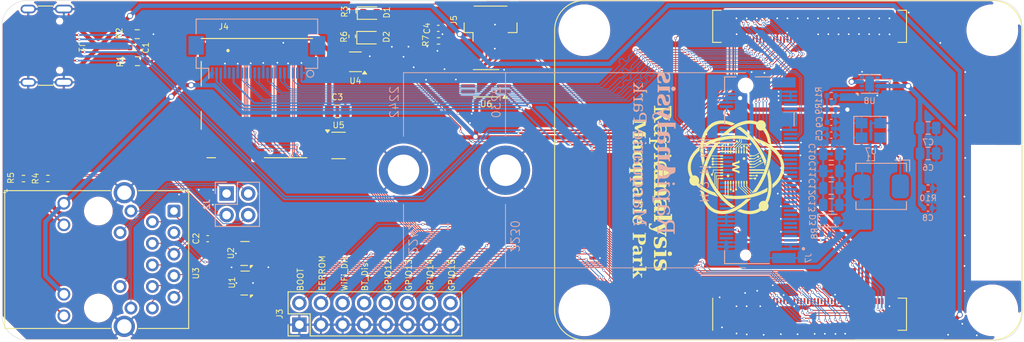
<source format=kicad_pcb>
(kicad_pcb (version 20240108) (generator "pcbnew") (generator_version "8.0")
  (title_block (title "BLADE CM4 CARRIER BOARD") (date "2025-01-20") (rev "0.2") (company "RapidAnalysis") (comment 1 "Author: Asad Imran"))
  (layers (0 "F.Cu" signal) (31 "B.Cu" signal) (34 "B.Paste" user) (35 "F.Paste" user) (36 "B.SilkS" user "B.Silkscreen") (37 "F.SilkS" user "F.Silkscreen") (38 "B.Mask" user) (39 "F.Mask" user) (44 "Edge.Cuts" user))
  (net 0 "")
  (net 1 "GND")
  (net 2 "/+5v")
  (net 3 "Net-(C2-Pad1)")
  (net 4 "/CM5_GPIO ( Ethernet, GPIO, SDCARD)/SD_PWR")
  (net 5 "/+3.3v")
  (net 6 "/PCIe-M2/M2_3v3")
  (net 7 "/PCIe-M2/FB")
  (net 8 "Net-(D1-K)")
  (net 9 "Net-(D2-K)")
  (net 10 "Net-(D3-K)")
  (net 12 "/CM5_HighSpeed/USB2_N")
  (net 13 "/CM5_HighSpeed/USB2_P")
  (net 15 "Net-(J1-CC1)")
  (net 16 "Net-(J1-CC2)")
  (net 17 "/CM5_GPIO ( Ethernet, GPIO, SDCARD)/TR1_TAP")
  (net 18 "/CM5_GPIO ( Ethernet, GPIO, SDCARD)/TR0_TAP")
  (net 19 "/CM5_GPIO ( Ethernet, GPIO, SDCARD)/TR3_TAP")
  (net 20 "/CM5_GPIO ( Ethernet, GPIO, SDCARD)/TR2_TAP")
  (net 21 "/CM5_GPIO ( Ethernet, GPIO, SDCARD)/BT_nDis")
  (net 22 "/CM5_GPIO ( Ethernet, GPIO, SDCARD)/GPIO13")
  (net 23 "/CM5_GPIO ( Ethernet, GPIO, SDCARD)/GPIO14")
  (net 24 "/CM5_GPIO ( Ethernet, GPIO, SDCARD)/WL_nDis")
  (net 25 "/CM5_GPIO ( Ethernet, GPIO, SDCARD)/GPIO15")
  (net 26 "/CM5_GPIO ( Ethernet, GPIO, SDCARD)/GPIO12")
  (net 27 "/CM5_GPIO ( Ethernet, GPIO, SDCARD)/nRPIBOOT")
  (net 28 "/CM5_GPIO ( Ethernet, GPIO, SDCARD)/EEPROM_nWP")
  (net 30 "/CM5_GPIO ( Ethernet, GPIO, SDCARD)/SD_DAT2")
  (net 31 "/CM5_GPIO ( Ethernet, GPIO, SDCARD)/SD_CMD")
  (net 32 "/CM5_GPIO ( Ethernet, GPIO, SDCARD)/SD_DAT3")
  (net 33 "/CM5_GPIO ( Ethernet, GPIO, SDCARD)/SD_DAT1")
  (net 34 "/CM5_GPIO ( Ethernet, GPIO, SDCARD)/SD_DAT0")
  (net 35 "/CM5_GPIO ( Ethernet, GPIO, SDCARD)/SD_CLK")
  (net 37 "Net-(J5-Pin_4)")
  (net 38 "Net-(J5-Pin_2)")
  (net 39 "/CM5_GPIO ( Ethernet, GPIO, SDCARD)/SCL0")
  (net 40 "/CM5_GPIO ( Ethernet, GPIO, SDCARD)/SDA0")
  (net 41 "/CM5_HighSpeed/CAM1_D1_P")
  (net 42 "/CM5_HighSpeed/CAM1_C_P")
  (net 43 "/CM5_GPIO ( Ethernet, GPIO, SDCARD)/CAM_GPIO0")
  (net 45 "/CM5_HighSpeed/CAM1_D0_N")
  (net 46 "/CM5_HighSpeed/CAM1_C_N")
  (net 47 "/CM5_HighSpeed/CAM1_D2_N")
  (net 48 "/CM5_HighSpeed/CAM1_D3_N")
  (net 49 "/CM5_HighSpeed/CAM1_D1_N")
  (net 50 "/CM5_HighSpeed/CAM1_D3_P")
  (net 51 "/CM5_HighSpeed/CAM1_D2_P")
  (net 52 "/CM5_HighSpeed/CAM1_D0_P")
  (net 60 "/CM5_HighSpeed/PCIE_RX_N")
  (net 65 "/CM5_HighSpeed/PCIE_TX_P")
  (net 69 "/CM5_HighSpeed/PCIE_CLK_P")
  (net 73 "/CM5_HighSpeed/PCIE_nCLKREQ")
  (net 78 "Net-(J7-SUSCLK)")
  (net 82 "/CM5_HighSpeed/PCIE_CLK_N")
  (net 84 "Net-(J7-DAS{slash}~{DSS}{slash}~{LED1})")
  (net 94 "/CM5_HighSpeed/PCIE_TX_N")
  (net 95 "/CM5_HighSpeed/PCIE_nRST")
  (net 96 "/CM5_HighSpeed/PCIE_RX_P")
  (net 97 "Net-(U8-LX)")
  (net 100 "/CM5_GPIO ( Ethernet, GPIO, SDCARD)/TRD1_P")
  (net 102 "/CM5_GPIO ( Ethernet, GPIO, SDCARD)/TRD3_P")
  (net 111 "/CM5_GPIO ( Ethernet, GPIO, SDCARD)/ETH_LEDY")
  (net 122 "/CM5_GPIO ( Ethernet, GPIO, SDCARD)/ETH_LEDG")
  (net 132 "/CM5_GPIO ( Ethernet, GPIO, SDCARD)/SD_PWR_ON")
  (net 138 "/CM5_GPIO ( Ethernet, GPIO, SDCARD)/TRD2_P")
  (net 147 "/CM5_GPIO ( Ethernet, GPIO, SDCARD)/nPWR_LED")
  (net 159 "/CM5_GPIO ( Ethernet, GPIO, SDCARD)/TRD0_P")
  (net 163 "/CM5_GPIO ( Ethernet, GPIO, SDCARD)/TRD3_N")
  (net 189 "/CM5_GPIO ( Ethernet, GPIO, SDCARD)/TRD0_N")
  (net 190 "/CM5_GPIO ( Ethernet, GPIO, SDCARD)/TRD2_N")
  (net 191 "Net-(Module1A-PI_nLED_Activity)")
  (net 197 "/CM5_GPIO ( Ethernet, GPIO, SDCARD)/TRD1_N")
  (net 202 "Net-(U3-LEDY_K)")
  (net 203 "Net-(U3-LEDG_K)")
  (net 204 "Net-(R6-Pad2)")
  (footprint "Blade:TRJG0926HENL" (layer "F.Cu") (at 61.3525 70.52 -90)
    (property "Reference" "U3")
    (property "Value" "MagJack-A70-112-331N126")
  )
  (footprint "Blade:PinHeader_2x08_P2.54mm_Vertical" (layer "F.Cu") (at 85 78.19 90)
    (property "Reference" "J3")
    (property "Value" "Conn_02x08")
  )
  (footprint "Blade:R_0402_1005Metric" (layer "F.Cu") (at 55.41 60.97)
    (property "Reference" "R4")
    (property "Value" "470R")
  )
  (footprint "Blade:Raspberry-Pi-4-Compute-Module" (layer "F.Cu") (at 170 80 90)
    (property "Reference" "Module1" (hide yes))
    (property "Value" "ComputeModule4-CM4")
  )
  (footprint "Blade:LED_0603_1608Metric" (layer "F.Cu") (at 93.3 41.48)
    (property "Reference" "D1")
    (property "Value" "LED Green")
  )
  (footprint "Blade:SOT-353_SC-70-5" (layer "F.Cu") (at 91.59 47.22 180)
    (property "Reference" "U4")
    (property "Value" "74LVC1G07SE-7")
  )
  (footprint "Blade:C_0402_1005Metric" (layer "F.Cu") (at 65.55 45.55)
    (property "Reference" "C1")
    (property "Value" "10u")
  )
  (footprint "Blade:MSOP-8_3x3mm_P0.65mm" (layer "F.Cu") (at 106.96 49.75 180)
    (property "Reference" "U6")
    (property "Value" "EMC2301-1-ACZL-TR")
  )
  (footprint "Blade:JST_SH_BM04B-SRSS-TB_1x04-1MP_P1.00mm_Vertical" (layer "F.Cu") (at 107.49 42.67)
    (property "Reference" "J5")
    (property "Value" "JST_SHBM04B-SRSS-TB")
  )
  (footprint "Blade:R_0402_1005Metric" (layer "F.Cu") (at 91.28 41.33 90)
    (property "Reference" "R3")
    (property "Value" "1k")
  )
  (footprint "Blade:USB_C_Receptacle_GCT_USB4105-xx-A_16P_TopMnt_Horizontal" (layer "F.Cu") (at 54.18 45.32 -90)
    (property "Reference" "J1")
    (property "Value" "USB_C_Receptacle_USB2.0")
  )
  (footprint "Blade:R_0402_1005Metric" (layer "F.Cu") (at 52.54 60.98)
    (property "Reference" "R5")
    (property "Value" "470R")
  )
  (footprint "Blade:C_0402_1005Metric" (layer "F.Cu") (at 101.335 43.279)
    (property "Reference" "C4")
    (property "Value" "100n")
  )
  (footprint "Blade:R_0603_1608Metric_Pad0.98x0.95mm_HandSolder" (layer "F.Cu") (at 65.95 47.15)
    (property "Reference" "R1")
    (property "Value" "5.1k")
  )
  (footprint "Blade:R_0402_1005Metric" (layer "F.Cu") (at 101.37 44.76 180)
    (property "Reference" "R7")
    (property "Value" "36K 1%")
  )
  (footprint "Blade:C_0805_2012Metric" (layer "F.Cu") (at 89.46 53.06)
    (property "Reference" "C3")
    (property "Value" "10u")
  )
  (footprint "Blade:R_0402_1005Metric" (layer "F.Cu") (at 91.21 44.22 90)
    (property "Reference" "R6")
    (property "Value" "1k")
  )
  (footprint "Blade:R_0603_1608Metric_Pad0.98x0.95mm_HandSolder" (layer "F.Cu") (at 65.92 43.97)
    (property "Reference" "R2")
    (property "Value" "5.1k")
  )
  (footprint "Blade:C_0402_1005Metric" (layer "F.Cu") (at 74.21 68.06)
    (property "Reference" "C2")
    (property "Value" "100n")
  )
  (footprint "Blade:SOT-23-5" (layer "F.Cu") (at 89.61 57.08)
    (property "Reference" "U5")
    (property "Value" "RT9742GGJ5")
  )
  (footprint "Blade:USON-10_2.5x1.0mm_P0.5mm" (layer "F.Cu") (at 78.6025 69.8075 180)
    (property "Reference" "U2")
    (property "Value" "TPD4EUSB30")
  )
  (footprint "Blade:LED_0603_1608Metric" (layer "F.Cu") (at 93.24 44.38)
    (property "Reference" "D2")
    (property "Value" "LED Red")
  )
  (footprint "Blade:USON-10_2.5x1.0mm_P0.5mm" (layer "F.Cu") (at 78.6175 73.2875 180)
    (property "Reference" "U1")
    (property "Value" "TPD4EUSB30")
  )
  (footprint "Blade:SDCARD_MOLEX_503398-1892" (layer "F.Cu") (at 80 51.5)
    (property "Reference" "J4")
    (property "Value" "Micro_SD_Card_Det")
  )
  (footprint "Blade:Crystal_SMD_3225-4Pin_3.2x2.5mm" (layer "B.Cu") (at 152.23 55.3)
    (property "Reference" "U7")
    (property "Value" "ASEK-32.768KHZ-L-R-T")
  )
  (footprint "Blade:L_Bourns_SRP5030CC" (layer "B.Cu") (at 153.45 61.9 180)
    (property "Reference" "L1")
    (property "Value" "2.2uH")
  )
  (footprint "Blade:C_0805_2012Metric" (layer "B.Cu") (at 147.57 58.09 180)
    (property "Reference" "C10")
    (property "Value" "10u")
  )
  (footprint "Blade:C_0805_2012Metric" (layer "B.Cu") (at 158.97 55.01)
    (property "Reference" "C7")
    (property "Value" "10u")
  )
  (footprint "Blade:C_0402_1005Metric" (layer "B.Cu") (at 158.95 64.45)
    (property "Reference" "C8")
    (property "Value" "100n")
  )
  (footprint "Blade:C_0402_1005Metric" (layer "B.Cu") (at 147.57 55.86 180)
    (property "Reference" "C5")
    (property "Value" "100n")
  )
  (footprint "Blade:R_0402_1005Metric" (layer "B.Cu") (at 158.97 62.12)
    (property "Reference" "R10")
    (property "Value" "100K 1%")
  )
  (footprint "Blade:C_0805_2012Metric" (layer "B.Cu") (at 147.57 62.1 180)
    (property "Reference" "C12")
    (property "Value" "10u")
  )
  (footprint "Blade:LED_0603_1608Metric" (layer "B.Cu") (at 147.465 65.93)
    (property "Reference" "D3")
    (property "Value" "LED Green")
  )
  (footprint "Blade:C_0402_1005Metric" (layer "B.Cu") (at 147.57 54.35 180)
    (property "Reference" "C9")
    (property "Value" "4.7nF")
  )
  (footprint "Blade:R_0402_1005Metric" (layer "B.Cu") (at 147.57 52.84 180)
    (property "Reference" "R9")
    (property "Value" "10K 1%")
  )
  (footprint "Blade:M.2 M Key socket" (layer "B.Cu") (at 137.5 60 90)
    (property "Reference" "J7")
    (property "Value" "Bus_M.2_Socket_M")
  )
  (footprint "Blade:C_0805_2012Metric" (layer "B.Cu") (at 147.57 60.1 180)
    (property "Reference" "C11")
    (property "Value" "10u")
  )
  (footprint "Blade:Hirose_FH12-22S-0.5SH_1x22-1MP_P0.50mm_Horizontal" (layer "B.Cu") (at 80 46.69)
    (property "Reference" "J6")
    (property "Value" "Conn_01x22_Female")
  )
  (footprint "Blade:DFN-8-1EP_2x2mm_P0.5mm_EP1.05x1.75mm" (layer "B.Cu") (at 152.0875 49.8225)
    (property "Reference" "U8")
    (property "Value" "AP3441SHE-7B")
  )
  (footprint "Blade:PinHeader_2x02_P2.54mm_Vertical" (layer "B.Cu") (at 76.435 62.745 -90)
    (property "Reference" "J2")
    (property "Value" "THD-02-R")
  )
  (footprint "Blade:R_0402_1005Metric" (layer "B.Cu") (at 147.57 51.22)
    (property "Reference" "R11")
    (property "Value" "2.2K 1%")
  )
  (footprint "Blade:C_0805_2012Metric" (layer "B.Cu") (at 158.97 58.02)
    (property "Reference" "C6")
    (property "Value" "10u")
  )
  (footprint "Blade:C_0805_2012Metric" (layer "B.Cu") (at 147.57 64.09 180)
    (property "Reference" "C13")
    (property "Value" "10u")
  )
  (footprint "Blade:R_0402_1005Metric" (layer "B.Cu") (at 146.93 67.53)
    (property "Reference" "R8")
    (property "Value" "1k")
  )
  (gr_line (start 138.518013 59.63669) (end 139.597348 59.033766) (stroke (width 0.082258) (color 255 255 255 1)) (layer "F.SilkS"))
  (gr_line (start 138.255954 60.633936) (end 138.706595 60.634358) (stroke (width 0.082258) (color 255 255 255 1)) (layer "F.SilkS"))
  (gr_line (start 138.255954 59.636249) (end 138.518013 59.63669) (stroke (width 0.082258) (color 255 255 255 1)) (layer "F.SilkS"))
  (gr_poly (pts (xy 139.324789 58.914128) (xy 139.324407 58.919443) (xy 139.323777 58.924681) (xy 139.322906 58.929835) (xy 139.3218 58.934899) (xy 139.320466 58.939865) (xy 139.318909 58.944729) (xy 139.317136 58.949482) (xy 139.315152 58.954119) (xy 139.312965 58.958632) (xy 139.31058 58.963016) (xy 139.308004 58.967263) (xy 139.305242 58.971367) (xy 139.302302 58.975322) (xy 139.299188 58.97912) (xy 139.295908 58.982756) (xy 139.292467 58.986223) (xy 139.288872 58.989513) (xy 139.285129 58.992621) (xy 139.281244 58.99554) (xy 139.277224 58.998264) (xy 139.273074 59.000785) (xy 139.268801 59.003097) (xy 139.264411 59.005194) (xy 139.25991 59.007068) (xy 139.255304 59.008715) (xy 139.2506 59.010126) (xy 139.245804 59.011295) (xy 139.240922 59.012216) (xy 139.23596 59.012882) (xy 139.230924 59.013286) (xy 139.225822 59.013422) (xy 139.220734 59.013286) (xy 139.215712 59.012881) (xy 139.210763 59.012216) (xy 139.205893 59.011295) (xy 139.201108 59.010125) (xy 139.196415 59.008714) (xy 139.191819 59.007068) (xy 139.187327 59.005193) (xy 139.182945 59.003097) (xy 139.178679 59.000784) (xy 139.174536 58.998263) (xy 139.170522 58.99554) (xy 139.166643 58.992621) (xy 139.162905 58.989513) (xy 139.159315 58.986222) (xy 139.155878 58.982756) (xy 139.152601 58.97912) (xy 139.149491 58.975321) (xy 139.146553 58.971367) (xy 139.143794 58.967262) (xy 139.141219 58.963015) (xy 139.138836 58.958631) (xy 139.13665 58.954118) (xy 139.134668 58.949481) (xy 139.132895 58.944728) (xy 139.131339 58.939865) (xy 139.130005 58.934898) (xy 139.1289 58.929834) (xy 139.128029 58.924681) (xy 139.127399 58.919443) (xy 139.127017 58.914128) (xy 139.126888 58.908743) (xy 139.127017 58.903363) (xy 139.127399 58.898053) (xy 139.128029 58.89282) (xy 139.1289 58.88767) (xy 139.130005 58.882611) (xy 139.131339 58.877648) (xy 139.132895 58.872788) (xy 139.134668 58.868038) (xy 139.13665 58.863404) (xy 139.138836 58.858893) (xy 139.141219 58.854512) (xy 139.143794 58.850267) (xy 139.146553 58.846165) (xy 139.149491 58.842212) (xy 139.152601 58.838415) (xy 139.155878 58.83478) (xy 139.159315 58.831315) (xy 139.162905 58.828025) (xy 139.166643 58.824918) (xy 139.170522 58.822) (xy 139.174536 58.819277) (xy 139.178679 58.816757) (xy 139.182945 58.814445) (xy 139.187327 58.812349) (xy 139.191819 58.810474) (xy 139.196415 58.808828) (xy 139.201108 58.807417) (xy 139.205893 58.806248) (xy 139.210763 58.805327) (xy 139.215712 58.804661) (xy 139.220734 58.804257) (xy 139.225822 58.804121) (xy 139.230924 58.804257) (xy 139.23596 58.804661) (xy 139.240922 58.805327) (xy 139.245804 58.806248) (xy 139.2506 58.807417) (xy 139.255304 58.808828) (xy 139.25991 58.810474) (xy 139.264411 58.812349) (xy 139.268801 58.814445) (xy 139.273074 58.816757) (xy 139.277224 58.819277) (xy 139.281244 58.822) (xy 139.285129 58.824918) (xy 139.288872 58.828025) (xy 139.292467 58.831315) (xy 139.295908 58.83478) (xy 139.299188 58.838415) (xy 139.302302 58.842212) (xy 139.305242 58.846165) (xy 139.308004 58.850267) (xy 139.31058 58.854512) (xy 139.312965 58.858893) (xy 139.315152 58.863404) (xy 139.317136 58.868038) (xy 139.318909 58.872788) (xy 139.320466 58.877648) (xy 139.3218 58.882611) (xy 139.322906 58.88767) (xy 139.323777 58.89282) (xy 139.324407 58.898053) (xy 139.324789 58.903363) (xy 139.324918 58.908743)) (stroke (width 0.056087) (color 255 255 255 1)) (fill solid) (layer "F.SilkS"))
  (gr_poly (pts (xy 134.576463 59.719817) (xy 134.494619 59.678359) (xy 134.237796 59.678359) (xy 134.237796 59.594979) (xy 134.494619 59.594979) (xy 134.576463 59.553521) (xy 134.8526 59.553521) (xy 134.8526 59.719817)) (stroke (width -0.000001)) (fill solid) (layer "F.SilkS"))
  (gr_poly (pts (xy 138.261227 60.676044) (xy 138.179338 60.717548) (xy 137.903245 60.717548) (xy 137.903245 60.551252) (xy 138.179338 60.551252) (xy 138.261227 60.59271) (xy 138.518005 60.59271) (xy 138.518005 60.676044)) (stroke (width -0.000001)) (fill solid) (layer "F.SilkS"))
  (gr_line (start 134.510009 59.304115) (end 133.629711 59.304114) (stroke (width 0.070524) (color 255 255 255 1)) (layer "F.SilkS"))
  (gr_line (start 138.255954 58.971098) (end 138.518013 58.97152) (stroke (width 0.082258) (color 255 255 255 1)) (layer "F.SilkS"))
  (gr_poly (pts (xy 138.261227 61.008636) (xy 138.179338 61.050095) (xy 137.903245 61.050095) (xy 137.903245 60.883798) (xy 138.179338 60.883798) (xy 138.261227 60.925256) (xy 138.518005 60.925256) (xy 138.518005 61.008636)) (stroke (width -0.000001)) (fill solid) (layer "F.SilkS"))
  (gr_poly (pts (xy 139.075834 58.388067) (xy 139.075452 58.393381) (xy 139.074822 58.398618) (xy 139.073951 58.403771) (xy 139.072846 58.408834) (xy 139.071511 58.413799) (xy 139.069954 58.418661) (xy 139.068181 58.423412) (xy 139.066198 58.428047) (xy 139.064012 58.432558) (xy 139.061627 58.436939) (xy 139.059052 58.441184) (xy 139.056291 58.445286) (xy 139.053351 58.449238) (xy 139.050238 58.453034) (xy 139.046959 58.456667) (xy 139.04352 58.460131) (xy 139.039926 58.463419) (xy 139.036185 58.466525) (xy 139.032302 58.469441) (xy 139.028283 58.472162) (xy 139.024136 58.474681) (xy 139.019865 58.476991) (xy 139.015477 58.479086) (xy 139.010979 58.480959) (xy 139.006377 58.482603) (xy 139.001676 58.484013) (xy 138.996884 58.485181) (xy 138.992006 58.4861) (xy 138.987048 58.486766) (xy 138.982017 58.487169) (xy 138.976919 58.487306) (xy 138.971826 58.487169) (xy 138.966799 58.486766) (xy 138.961845 58.4861) (xy 138.95697 58.485181) (xy 138.95218 58.484013) (xy 138.947482 58.482603) (xy 138.942881 58.480959) (xy 138.938384 58.479086) (xy 138.933998 58.476991) (xy 138.929728 58.474681) (xy 138.92558 58.472162) (xy 138.921561 58.469441) (xy 138.917678 58.466525) (xy 138.913936 58.463419) (xy 138.910341 58.460131) (xy 138.906901 58.456667) (xy 138.90362 58.453034) (xy 138.900506 58.449238) (xy 138.897565 58.445286) (xy 138.894802 58.441184) (xy 138.892225 58.436939) (xy 138.889839 58.432558) (xy 138.88765 58.428047) (xy 138.885666 58.423412) (xy 138.883891 58.418661) (xy 138.882333 58.413799) (xy 138.880997 58.408834) (xy 138.87989 58.403771) (xy 138.879019 58.398618) (xy 138.878388 58.393381) (xy 138.878006 58.388067) (xy 138.877877 58.382682) (xy 138.878006 58.377297) (xy 138.878388 58.371983) (xy 138.879019 58.366746) (xy 138.87989 58.361594) (xy 138.880997 58.356533) (xy 138.882333 58.351568) (xy 138.883891 58.346708) (xy 138.885666 58.341958) (xy 138.88765 58.337325) (xy 138.889839 58.332815) (xy 138.892225 58.328435) (xy 138.894802 58.324192) (xy 138.897565 58.320092) (xy 138.900506 58.316142) (xy 138.90362 58.312348) (xy 138.906901 58.308716) (xy 138.910341 58.305254) (xy 138.913936 58.301968) (xy 138.917678 58.298865) (xy 138.921561 58.29595) (xy 138.92558 58.293231) (xy 138.929728 58.290713) (xy 138.933998 58.288405) (xy 138.938384 58.286312) (xy 138.942881 58.28444) (xy 138.947482 58.282797) (xy 138.95218 58.281388) (xy 138.95697 58.280221) (xy 138.961845 58.279302) (xy 138.966799 58.278638) (xy 138.971826 58.278234) (xy 138.976919 58.278098) (xy 138.982017 58.278234) (xy 138.987048 58.278638) (xy 138.992006 58.279302) (xy 138.996884 58.280221) (xy 139.001676 58.281388) (xy 139.006377 58.282797) (xy 139.010979 58.28444) (xy 139.015477 58.286312) (xy 139.019865 58.288405) (xy 139.024136 58.290713) (xy 139.028283 58.293231) (xy 139.032302 58.29595) (xy 139.036185 58.298865) (xy 139.039926 58.301968) (xy 139.04352 58.305254) (xy 139.046959 58.308716) (xy 139.050238 58.312348) (xy 139.053351 58.316142) (xy 139.056291 58.320092) (xy 139.059052 58.324192) (xy 139.061627 58.328435) (xy 139.064012 58.332815) (xy 139.066198 58.337325) (xy 139.068181 58.341958) (xy 139.069954 58.346708) (xy 139.071511 58.351568) (xy 139.072846 58.356533) (xy 139.073951 58.361594) (xy 139.074822 58.366746) (xy 139.075452 58.371983) (xy 139.075834 58.377297) (xy 139.075963 58.382682)) (stroke (width 0.056087) (color 255 255 255 1)) (fill solid) (layer "F.SilkS"))
  (gr_line (start 134.510007 58.971523) (end 133.629708 58.971523) (stroke (width 0.070524) (color 255 255 255 1)) (layer "F.SilkS"))
  (gr_poly (pts (xy 134.576463 60.052364) (xy 134.494619 60.010906) (xy 134.237796 60.010906) (xy 134.237796 59.927571) (xy 134.494619 59.927571) (xy 134.576463 59.886114) (xy 134.8526 59.886114) (xy 134.8526 60.052364)) (stroke (width -0.000001)) (fill solid) (layer "F.SilkS"))
  (gr_line (start 138.518013 59.304115) (end 139.225839 58.908737) (stroke (width 0.082258) (color 255 255 255 1)) (layer "F.SilkS"))
  (gr_poly (pts (xy 137.100671 57.320688) (xy 137.100288 57.326002) (xy 137.099657 57.331239) (xy 137.098786 57.336392) (xy 137.097679 57.341455) (xy 137.096343 57.34642) (xy 137.094785 57.351282) (xy 137.09301 57.356033) (xy 137.091026 57.360668) (xy 137.088837 57.365179) (xy 137.086451 57.36956) (xy 137.083874 57.373805) (xy 137.081111 57.377907) (xy 137.07817 57.381859) (xy 137.075056 57.385655) (xy 137.071775 57.389288) (xy 137.068335 57.392752) (xy 137.06474 57.39604) (xy 137.060998 57.399145) (xy 137.057115 57.402062) (xy 137.053096 57.404783) (xy 137.048948 57.407301) (xy 137.044678 57.409612) (xy 137.040291 57.411706) (xy 137.035795 57.413579) (xy 137.031194 57.415224) (xy 137.026496 57.416633) (xy 137.021706 57.417801) (xy 137.016831 57.418721) (xy 137.011877 57.419386) (xy 137.00685 57.41979) (xy 137.001757 57.419926) (xy 136.996659 57.41979) (xy 136.991628 57.419386) (xy 136.986671 57.418721) (xy 136.981792 57.417801) (xy 136.977 57.416633) (xy 136.9723 57.415224) (xy 136.967697 57.413579) (xy 136.963199 57.411706) (xy 136.958812 57.409612) (xy 136.954541 57.407302) (xy 136.950394 57.404783) (xy 136.946375 57.402062) (xy 136.942492 57.399146) (xy 136.938751 57.39604) (xy 136.935157 57.392752) (xy 136.931718 57.389288) (xy 136.928439 57.385655) (xy 136.925326 57.381859) (xy 136.922387 57.377907) (xy 136.919626 57.373805) (xy 136.91705 57.36956) (xy 136.914666 57.365179) (xy 136.912479 57.360668) (xy 136.910496 57.356033) (xy 136.908723 57.351282) (xy 136.907166 57.34642) (xy 136.905832 57.341455) (xy 136.904726 57.336392) (xy 136.903855 57.33124) (xy 136.903226 57.326003) (xy 136.902843 57.320688) (xy 136.902714 57.315303) (xy 136.902843 57.309928) (xy 136.903226 57.304623) (xy 136.903855 57.299395) (xy 136.904726 57.294249) (xy 136.905832 57.289194) (xy 136.907166 57.284234) (xy 136.908723 57.279378) (xy 136.910496 57.274631) (xy 136.912479 57.27) (xy 136.914666 57.265492) (xy 136.91705 57.261113) (xy 136.919626 57.25687) (xy 136.922387 57.25277) (xy 136.925326 57.248819) (xy 136.928439 57.245023) (xy 136.931718 57.24139) (xy 136.935157 57.237926) (xy 136.938751 57.234638) (xy 136.942492 57.231532) (xy 136.946375 57.228614) (xy 136.950394 57.225893) (xy 136.954541 57.223373) (xy 136.958812 57.221061) (xy 136.963199 57.218965) (xy 136.967697 57.217091) (xy 136.9723 57.215445) (xy 136.977 57.214035) (xy 136.981792 57.212866) (xy 136.986671 57.211945) (xy 136.991628 57.211279) (xy 136.996659 57.210875) (xy 137.001757 57.210738) (xy 137.00685 57.210875) (xy 137.011877 57.211279) (xy 137.016831 57.211945) (xy 137.021706 57.212866) (xy 137.026496 57.214035) (xy 137.031194 57.215445) (xy 137.035795 57.217091) (xy 137.040291 57.218965) (xy 137.044678 57.221061) (xy 137.048948 57.223373) (xy 137.053096 57.225893) (xy 137.057115 57.228614) (xy 137.060998 57.231532) (xy 137.06474 57.234638) (xy 137.068335 57.237926) (xy 137.071775 57.24139) (xy 137.075056 57.245023) (xy 137.07817 57.248819) (xy 137.081111 57.25277) (xy 137.083874 57.25687) (xy 137.086451 57.261113) (xy 137.088837 57.265492) (xy 137.091026 57.27) (xy 137.09301 57.274631) (xy 137.094785 57.279378) (xy 137.096343 57.284234) (xy 137.097679 57.289194) (xy 137.098786 57.294249) (xy 137.099657 57.299395) (xy 137.100288 57.304623) (xy 137.100671 57.309928) (xy 137.1008 57.315303)) (stroke (width 0.056087) (color 255 255 255 1)) (fill solid) (layer "F.SilkS"))
  (gr_poly (pts (xy 135.663636 58.019217) (xy 135.663636 57.727524) (xy 135.702882 57.641068) (xy 135.702882 57.369777) (xy 135.781816 57.369777) (xy 135.781816 57.641068) (xy 135.821063 57.727524) (xy 135.821063 58.019217)) (stroke (width -0.000001)) (fill solid) (layer "F.SilkS"))
  (gr_line (start 137.316842 57.181847) (end 137.316479 57.657876) (stroke (width 0.082258) (color 255 255 255 1)) (layer "F.SilkS"))
  (gr_poly (pts (xy 137.355955 61.63227) (xy 137.355955 61.903515) (xy 137.277021 61.903515) (xy 137.277021 61.63227) (xy 137.237819 61.545768) (xy 137.237819 61.254075) (xy 137.395201 61.254075) (xy 137.395201 61.545768)) (stroke (width -0.000001)) (fill solid) (layer "F.SilkS"))
  (gr_poly (pts (xy 134.858049 57.097712) (xy 134.857666 57.103022) (xy 134.857036 57.108255) (xy 134.856164 57.113405) (xy 134.855058 57.118464) (xy 134.853722 57.123428) (xy 134.852164 57.128288) (xy 134.850389 57.133038) (xy 134.848405 57.137672) (xy 134.846216 57.142182) (xy 134.84383 57.146564) (xy 134.841253 57.150809) (xy 134.83849 57.154911) (xy 134.835548 57.158864) (xy 134.832434 57.162661) (xy 134.829154 57.166295) (xy 134.825713 57.169761) (xy 134.822119 57.17305) (xy 134.818377 57.176157) (xy 134.814493 57.179076) (xy 134.810475 57.181798) (xy 134.806327 57.184319) (xy 134.802057 57.186631) (xy 134.79767 57.188727) (xy 134.793173 57.190602) (xy 134.788573 57.192248) (xy 134.783874 57.193658) (xy 134.779084 57.194828) (xy 134.774209 57.195748) (xy 134.769256 57.196414) (xy 134.764229 57.196819) (xy 134.759136 57.196955) (xy 134.754043 57.196819) (xy 134.749016 57.196414) (xy 134.744062 57.195748) (xy 134.739187 57.194828) (xy 134.734397 57.193658) (xy 134.729699 57.192248) (xy 134.725098 57.190602) (xy 134.720601 57.188727) (xy 134.716215 57.186631) (xy 134.711944 57.184319) (xy 134.707797 57.181798) (xy 134.703778 57.179076) (xy 134.699895 57.176157) (xy 134.696153 57.17305) (xy 134.692558 57.169761) (xy 134.689118 57.166295) (xy 134.685837 57.162661) (xy 134.682723 57.158864) (xy 134.679782 57.154911) (xy 134.677019 57.150809) (xy 134.674442 57.146564) (xy 134.672055 57.142182) (xy 134.669867 57.137672) (xy 134.667882 57.133038) (xy 134.666108 57.128288) (xy 134.66455 57.123428) (xy 134.663214 57.118464) (xy 134.662107 57.113405) (xy 134.661235 57.108255) (xy 134.660605 57.103022) (xy 134.660222 57.097712) (xy 134.660093 57.092332) (xy 134.660222 57.086955) (xy 134.660605 57.081648) (xy 134.661235 57.076417) (xy 134.662107 57.071269) (xy 134.663214 57.066211) (xy 134.66455 57.061249) (xy 134.666108 57.056389) (xy 134.667882 57.051639) (xy 134.669867 57.047005) (xy 134.672055 57.042494) (xy 134.674442 57.038112) (xy 134.677019 57.033866) (xy 134.679782 57.029763) (xy 134.682723 57.025808) (xy 134.685837 57.02201) (xy 134.689118 57.018374) (xy 134.692558 57.014907) (xy 134.696153 57.011615) (xy 134.699895 57.008506) (xy 134.703778 57.005586) (xy 134.707797 57.002861) (xy 134.711944 57.000339) (xy 134.716215 56.998025) (xy 134.720601 56.995927) (xy 134.725098 56.99405) (xy 134.729699 56.992403) (xy 134.734397 56.990991) (xy 134.739187 56.98982) (xy 134.744062 56.988898) (xy 134.749016 56.988232) (xy 134.754043 56.987827) (xy 134.759136 56.98769) (xy 134.764229 56.987827) (xy 134.769256 56.988232) (xy 134.774209 56.988898) (xy 134.779084 56.98982) (xy 134.783874 56.990991) (xy 134.788573 56.992403) (xy 134.793173 56.99405) (xy 134.79767 56.995927) (xy 134.802057 56.998025) (xy 134.806327 57.000339) (xy 134.810475 57.002861) (xy 134.814493 57.005586) (xy 134.818377 57.008506) (xy 134.822119 57.011615) (xy 134.825713 57.014907) (xy 134.829154 57.018374) (xy 134.832434 57.02201) (xy 134.835548 57.025808) (xy 134.83849 57.029763) (xy 134.841253 57.033866) (xy 134.84383 57.038112) (xy 134.846216 57.042494) (xy 134.848405 57.047005) (xy 134.850389 57.051639) (xy 134.852164 57.056389) (xy 134.853722 57.061249) (xy 134.855058 57.066211) (xy 134.856164 57.071269) (xy 134.857036 57.076417) (xy 134.857666 57.081648) (xy 134.858049 57.086955) (xy 134.858178 57.092332)) (stroke (width 0.056087) (color 255 255 255 1)) (fill solid) (layer "F.SilkS"))
  (gr_poly (pts (xy 131.944107 61.241362) (xy 131.942228 61.267477) (xy 131.939132 61.293212) (xy 131.934851 61.318534) (xy 131.929416 61.343412) (xy 131.922857 61.367812) (xy 131.915204 61.391704) (xy 131.906489 61.415054) (xy 131.896741 61.43783) (xy 131.885992 61.46) (xy 131.874272 61.481532) (xy 131.861611 61.502393) (xy 131.84804 61.522552) (xy 131.83359 61.541975) (xy 131.818291 61.56063) (xy 131.802174 61.578486) (xy 131.78527 61.59551) (xy 131.767609 61.611669) (xy 131.749221 61.626932) (xy 131.730137 61.641266) (xy 131.710388 61.654639) (xy 131.690005 61.667018) (xy 131.669018 61.678371) (xy 131.647457 61.688667) (xy 131.625353 61.697872) (xy 131.602737 61.705954) (xy 131.579639 61.712882) (xy 131.55609 61.718622) (xy 131.532121 61.723143) (xy 131.507762 61.726412) (xy 131.483043 61.728398) (xy 131.457996 61.729067) (xy 131.432949 61.728398) (xy 131.40823 61.726412) (xy 131.383871 61.723143) (xy 131.359901 61.718622) (xy 131.336352 61.712882) (xy 131.313255 61.705954) (xy 131.290639 61.697872) (xy 131.268535 61.688667) (xy 131.246974 61.678371) (xy 131.225987 61.667018) (xy 131.205603 61.654639) (xy 131.185854 61.641266) (xy 131.166771 61.626932) (xy 131.148383 61.611669) (xy 131.130722 61.59551) (xy 131.113817 61.578486) (xy 131.0977 61.56063) (xy 131.082402 61.541975) (xy 131.067952 61.522552) (xy 131.054381 61.502393) (xy 131.04172 61.481532) (xy 131.03 61.46) (xy 131.01925 61.43783) (xy 131.009503 61.415054) (xy 131.000787 61.391704) (xy 130.993135 61.367812) (xy 130.986576 61.343412) (xy 130.98114 61.318534) (xy 130.97686 61.293212) (xy 130.973764 61.267477) (xy 130.971885 61.241362) (xy 130.971251 61.2149) (xy 130.971885 61.188441) (xy 130.973764 61.16233) (xy 130.97686 61.136598) (xy 130.98114 61.111278) (xy 130.986576 61.086403) (xy 130.993135 61.062004) (xy 131.000787 61.038114) (xy 131.009503 61.014765) (xy 131.01925 60.991989) (xy 131.03 60.969819) (xy 131.04172 60.948288) (xy 131.054381 60.927426) (xy 131.067952 60.907267) (xy 131.082402 60.887844) (xy 131.0977 60.869187) (xy 131.113817 60.85133) (xy 131.130722 60.834306) (xy 131.148383 60.818145) (xy 131.166771 60.802881) (xy 131.185854 60.788546) (xy 131.205603 60.775171) (xy 131.225987 60.762791) (xy 131.246974 60.751436) (xy 131.268535 60.741139) (xy 131.290639 60.731933) (xy 131.313255 60.723849) (xy 131.336352 60.71692) (xy 131.359901 60.711179) (xy 131.383871 60.706657) (xy 131.40823 60.703387) (xy 131.432949 60.701402) (xy 131.457996 60.700733) (xy 131.483043 60.701402) (xy 131.507762 60.703387) (xy 131.532121 60.706657) (xy 131.55609 60.711179) (xy 131.579639 60.71692) (xy 131.602737 60.723849) (xy 131.625353 60.731933) (xy 131.647457 60.741139) (xy 131.669018 60.751436) (xy 131.690005 60.762791) (xy 131.710388 60.775171) (xy 131.730137 60.788546) (xy 131.749221 60.802881) (xy 131.767609 60.818145) (xy 131.78527 60.834306) (xy 131.802174 60.85133) (xy 131.818291 60.869187) (xy 131.83359 60.887844) (xy 131.84804 60.907267) (xy 131.861611 60.927426) (xy 131.874272 60.948288) (xy 131.885992 60.969819) (xy 131.896741 60.991989) (xy 131.906489 61.014765) (xy 131.915204 61.038114) (xy 131.922857 61.062004) (xy 131.929416 61.086403) (xy 131.934851 61.111278) (xy 131.939132 61.136598) (xy 131.942228 61.16233) (xy 131.944107 61.188441) (xy 131.944741 61.2149)) (stroke (width -0.000001)) (fill solid) (layer "F.SilkS"))
  (gr_poly (pts (xy 136.221651 54.533759) (xy 136.186089 54.553269) (xy 136.150544 54.573129) (xy 136.115015 54.59333) (xy 136.050641 54.630885) (xy 135.986312 54.669624) (xy 135.922041 54.709542) (xy 135.85784 54.750635) (xy 135.711017 54.694591) (xy 135.564986 54.645888) (xy 135.419928 54.604631) (xy 135.276028 54.570925) (xy 135.133468 54.544875) (xy 134.992431 54.526586) (xy 134.853099 54.516163) (xy 134.715656 54.51371) (xy 134.580284 54.519333) (xy 134.447166 54.533137) (xy 134.316484 54.555226) (xy 134.188423 54.585706) (xy 134.063163 54.624682) (xy 133.940889 54.672257) (xy 133.821783 54.728539) (xy 133.706028 54.79363) (xy 133.637178 54.837687) (xy 133.57041 54.884581) (xy 133.505726 54.934261) (xy 133.443127 54.986676) (xy 133.382614 55.041776) (xy 133.324189 55.09951) (xy 133.267852 55.159828) (xy 133.213606 55.222679) (xy 133.161452 55.288012) (xy 133.111389 55.355776) (xy 133.063421 55.425922) (xy 133.017549 55.498399) (xy 132.973772 55.573155) (xy 132.932093 55.650141) (xy 132.892514 55.729306) (xy 132.855034 55.810599) (xy 132.786382 55.979367) (xy 132.726145 56.156041) (xy 132.674335 56.340216) (xy 132.630962 56.531487) (xy 132.596036 56.729449) (xy 132.569566 56.933698) (xy 132.551564 57.143828) (xy 132.542038 57.359436) (xy 132.540536 57.538465) (xy 132.544631 57.720532) (xy 132.554326 57.905431) (xy 132.569626 58.092956) (xy 132.590534 58.282901) (xy 132.617054 58.475058) (xy 132.649188 58.669222) (xy 132.686942 58.865186) (xy 132.626934 59.022082) (xy 132.57009 59.17886) (xy 132.516428 59.335455) (xy 132.46597 59.491801) (xy 132.393784 59.21241) (xy 132.332067 58.93534) (xy 132.280808 58.661105) (xy 132.239994 58.390217) (xy 132.209615 58.123189) (xy 132.189659 57.860535) (xy 132.180114 57.602767) (xy 132.18097 57.3504) (xy 132.191774 57.110052) (xy 132.212389 56.875587) (xy 132.242802 56.647454) (xy 132.283003 56.426105) (xy 132.332981 56.211989) (xy 132.392724 56.005559) (xy 132.46222 55.807263) (xy 132.541459 55.617553) (xy 132.630429 55.43688) (xy 132.729119 55.265694) (xy 132.837518 55.104446) (xy 132.955614 54.953586) (xy 133.083396 54.813564) (xy 133.220852 54.684833) (xy 133.367972 54.567841) (xy 133.524744 54.463041) (xy 133.673308 54.379975) (xy 133.826134 54.309161) (xy 133.982944 54.250438) (xy 134.14346 54.203646) (xy 134.307402 54.168626) (xy 134.474493 54.145218) (xy 134.644452 54.133262) (xy 134.817003 54.132597) (xy 134.991865 54.143065) (xy 135.16876 54.164504) (xy 135.347411 54.196757) (xy 135.527537 54.239661) (xy 135.708861 54.293058) (xy 135.891103 54.356788) (xy 136.073985 54.430691) (xy 136.257229 54.514607)) (stroke (width -0.000001)) (fill solid) (layer "F.SilkS"))
  (gr_poly (pts (xy 134.576463 61.050095) (xy 134.494619 61.008636) (xy 134.237796 61.008636) (xy 134.237796 60.925256) (xy 134.494619 60.925256) (xy 134.576463 60.883798) (xy 134.8526 60.883798) (xy 134.8526 61.050095)) (stroke (width -0.000001)) (fill solid) (layer "F.SilkS"))
  (gr_poly (pts (xy 134.858049 57.785373) (xy 134.857666 57.790687) (xy 134.857036 57.795924) (xy 134.856164 57.801077) (xy 134.855058 57.806139) (xy 134.853722 57.811105) (xy 134.852164 57.815966) (xy 134.850389 57.820718) (xy 134.848405 57.825352) (xy 134.846216 57.829863) (xy 134.84383 57.834245) (xy 134.841253 57.83849) (xy 134.83849 57.842591) (xy 134.835548 57.846544) (xy 134.832434 57.850339) (xy 134.829154 57.853973) (xy 134.825713 57.857437) (xy 134.822119 57.860725) (xy 134.818377 57.86383) (xy 134.814493 57.866747) (xy 134.810475 57.869467) (xy 134.806327 57.871986) (xy 134.802057 57.874296) (xy 134.79767 57.876391) (xy 134.793173 57.878264) (xy 134.788573 57.879908) (xy 134.783874 57.881318) (xy 134.779084 57.882486) (xy 134.774209 57.883406) (xy 134.769256 57.884071) (xy 134.764229 57.884475) (xy 134.759136 57.884611) (xy 134.754043 57.884475) (xy 134.749016 57.884071) (xy 134.744062 57.883406) (xy 134.739187 57.882486) (xy 134.734397 57.881318) (xy 134.729699 57.879908) (xy 134.725098 57.878264) (xy 134.720601 57.876391) (xy 134.716215 57.874296) (xy 134.711944 57.871986) (xy 134.707797 57.869467) (xy 134.703778 57.866747) (xy 134.699895 57.86383) (xy 134.696153 57.860725) (xy 134.692558 57.857437) (xy 134.689118 57.853973) (xy 134.685837 57.850339) (xy 134.682723 57.846544) (xy 134.679782 57.842591) (xy 134.677019 57.83849) (xy 134.674442 57.834245) (xy 134.672055 57.829863) (xy 134.669867 57.825352) (xy 134.667882 57.820718) (xy 134.666108 57.815966) (xy 134.66455 57.811105) (xy 134.663214 57.806139) (xy 134.662107 57.801077) (xy 134.661235 57.795924) (xy 134.660605 57.790687) (xy 134.660222 57.785373) (xy 134.660093 57.779987) (xy 134.660222 57.774608) (xy 134.660605 57.769299) (xy 134.661235 57.764067) (xy 134.662107 57.75892) (xy 134.663214 57.753862) (xy 134.66455 57.748902) (xy 134.666108 57.744046) (xy 134.667882 57.7393) (xy 134.669867 57.73467) (xy 134.672055 57.730164) (xy 134.674442 57.725787) (xy 134.677019 57.721547) (xy 134.679782 57.71745) (xy 134.682723 57.713502) (xy 134.685837 57.709711) (xy 134.689118 57.706082) (xy 134.692558 57.702622) (xy 134.696153 57.699338) (xy 134.699895 57.696236) (xy 134.703778 57.693323) (xy 134.707797 57.690605) (xy 134.711944 57.688089) (xy 134.716215 57.685782) (xy 134.720601 57.68369) (xy 134.725098 57.681819) (xy 134.729699 57.680177) (xy 134.734397 57.678769) (xy 134.739187 57.677602) (xy 134.744062 57.676684) (xy 134.749016 57.676019) (xy 134.754043 57.675616) (xy 134.759136 57.67548) (xy 134.764229 57.675616) (xy 134.769256 57.676019) (xy 134.774209 57.676684) (xy 134.779084 57.677602) (xy 134.783874 57.678769) (xy 134.788573 57.680177) (xy 134.793173 57.681819) (xy 134.79767 57.68369) (xy 134.802057 57.685782) (xy 134.806327 57.688089) (xy 134.810475 57.690605) (xy 134.814493 57.693323) (xy 134.818377 57.696236) (xy 134.822119 57.699338) (xy 134.825713 57.702622) (xy 134.829154 57.706082) (xy 134.832434 57.709711) (xy 134.835548 57.713503) (xy 134.83849 57.71745) (xy 134.841253 57.721547) (xy 134.84383 57.725788) (xy 134.846216 57.730164) (xy 134.848405 57.73467) (xy 134.850389 57.7393) (xy 134.852164 57.744046) (xy 134.853722 57.748903) (xy 134.855058 57.753863) (xy 134.856164 57.75892) (xy 134.857036 57.764067) (xy 134.857666 57.769299) (xy 134.858049 57.774608) (xy 134.858178 57.779987)) (stroke (width 0.056087) (color 255 255 255 1)) (fill solid) (layer "F.SilkS"))
  (gr_poly (pts (xy 138.261227 59.678359) (xy 138.179338 59.719817) (xy 137.903245 59.719817) (xy 137.903245 59.553521) (xy 138.179338 59.553521) (xy 138.261227 59.594979) (xy 138.518005 59.594979) (xy 138.518005 59.678359)) (stroke (width -0.000001)) (fill solid) (layer "F.SilkS"))
  (gr_line (start 138.255954 58.305987) (end 138.518013 58.306428) (stroke (width 0.082258) (color 255 255 255 1)) (layer "F.SilkS"))
  (gr_poly (pts (xy 134.858049 57.44154) (xy 134.857666 57.44685) (xy 134.857036 57.452083) (xy 134.856164 57.457233) (xy 134.855058 57.462293) (xy 134.853722 57.467256) (xy 134.852164 57.472116) (xy 134.850389 57.476866) (xy 134.848405 57.4815) (xy 134.846216 57.486011) (xy 134.84383 57.490392) (xy 134.841253 57.494637) (xy 134.83849 57.498739) (xy 134.835548 57.502692) (xy 134.832434 57.506489) (xy 134.829154 57.510123) (xy 134.825713 57.513589) (xy 134.822119 57.516878) (xy 134.818377 57.519985) (xy 134.814493 57.522904) (xy 134.810475 57.525626) (xy 134.806327 57.528147) (xy 134.802057 57.530458) (xy 134.79767 57.532555) (xy 134.793173 57.534429) (xy 134.788573 57.536075) (xy 134.783874 57.537486) (xy 134.779084 57.538655) (xy 134.774209 57.539576) (xy 134.769256 57.540242) (xy 134.764229 57.540646) (xy 134.759136 57.540783) (xy 134.754043 57.540646) (xy 134.749016 57.540242) (xy 134.744062 57.539576) (xy 134.739187 57.538655) (xy 134.734397 57.537486) (xy 134.729699 57.536075) (xy 134.725098 57.534429) (xy 134.720601 57.532555) (xy 134.716215 57.530458) (xy 134.711944 57.528147) (xy 134.707797 57.525626) (xy 134.703778 57.522904) (xy 134.699895 57.519985) (xy 134.696153 57.516878) (xy 134.692558 57.513589) (xy 134.689118 57.510123) (xy 134.685837 57.506489) (xy 134.682723 57.502692) (xy 134.679782 57.498739) (xy 134.677019 57.494637) (xy 134.674442 57.490392) (xy 134.672055 57.486011) (xy 134.669867 57.4815) (xy 134.667882 57.476866) (xy 134.666108 57.472116) (xy 134.66455 57.467256) (xy 134.663214 57.462293) (xy 134.662107 57.457233) (xy 134.661235 57.452083) (xy 134.660605 57.44685) (xy 134.660222 57.44154) (xy 134.660093 57.43616) (xy 134.660222 57.43078) (xy 134.660605 57.425471) (xy 134.661235 57.420239) (xy 134.662107 57.41509) (xy 134.663214 57.410032) (xy 134.66455 57.40507) (xy 134.666108 57.400212) (xy 134.667882 57.395463) (xy 134.669867 57.390832) (xy 134.672055 57.386323) (xy 134.674442 57.381944) (xy 134.677019 57.377702) (xy 134.679782 57.373602) (xy 134.682723 57.369652) (xy 134.685837 57.365857) (xy 134.689118 57.362226) (xy 134.692558 57.358763) (xy 134.696153 57.355476) (xy 134.699895 57.352372) (xy 134.703778 57.349456) (xy 134.707797 57.346736) (xy 134.711944 57.344218) (xy 134.716215 57.341908) (xy 134.720601 57.339814) (xy 134.725098 57.337941) (xy 134.729699 57.336297) (xy 134.734397 57.334888) (xy 134.739187 57.33372) (xy 134.744062 57.3328) (xy 134.749016 57.332135) (xy 134.754043 57.331731) (xy 134.759136 57.331595) (xy 134.764229 57.331731) (xy 134.769256 57.332135) (xy 134.774209 57.3328) (xy 134.779084 57.33372) (xy 134.783874 57.334888) (xy 134.788573 57.336297) (xy 134.793173 57.337941) (xy 134.79767 57.339814) (xy 134.802057 57.341908) (xy 134.806327 57.344218) (xy 134.810475 57.346736) (xy 134.814493 57.349456) (xy 134.818377 57.352372) (xy 134.822119 57.355476) (xy 134.825713 57.358763) (xy 134.829154 57.362226) (xy 134.832434 57.365857) (xy 134.835548 57.369652) (xy 134.83849 57.373602) (xy 134.841253 57.377702) (xy 134.84383 57.381944) (xy 134.846216 57.386323) (xy 134.848405 57.390832) (xy 134.850389 57.395463) (xy 134.852164 57.400212) (xy 134.853722 57.40507) (xy 134.855058 57.410032) (xy 134.856164 57.41509) (xy 134.857036 57.420239) (xy 134.857666 57.425471) (xy 134.858049 57.43078) (xy 134.858178 57.43616)) (stroke (width 0.056087) (color 255 255 255 1)) (fill solid) (layer "F.SilkS"))
  (gr_poly (pts (xy 137.237819 58.019217) (xy 137.237819 57.727524) (xy 137.277021 57.641068) (xy 137.277021 57.369777) (xy 137.355955 57.369777) (xy 137.355955 57.641068) (xy 137.395201 57.727524) (xy 137.395201 58.019217)) (stroke (width -0.000001)) (fill solid) (layer "F.SilkS"))
  (gr_poly (pts (xy 138.153804 56.93956) (xy 138.153421 56.944866) (xy 138.152791 56.950095) (xy 138.151919 56.955241) (xy 138.150812 56.960296) (xy 138.149477 56.965255) (xy 138.147918 56.970111) (xy 138.146144 56.974857) (xy 138.144159 56.979487) (xy 138.141971 56.983994) (xy 138.139585 56.988371) (xy 138.137007 56.992612) (xy 138.134245 56.996711) (xy 138.131303 57.00066) (xy 138.128189 57.004453) (xy 138.124909 57.008084) (xy 138.121468 57.011545) (xy 138.117874 57.014831) (xy 138.114131 57.017935) (xy 138.110248 57.02085) (xy 138.106229 57.02357) (xy 138.102082 57.026088) (xy 138.097811 57.028397) (xy 138.093425 57.030491) (xy 138.088928 57.032364) (xy 138.084327 57.034008) (xy 138.079629 57.035417) (xy 138.074839 57.036585) (xy 138.069964 57.037504) (xy 138.06501 57.038169) (xy 138.059983 57.038573) (xy 138.05489 57.038709) (xy 138.049797 57.038573) (xy 138.04477 57.038169) (xy 138.039816 57.037504) (xy 138.034941 57.036585) (xy 138.030151 57.035417) (xy 138.025453 57.034008) (xy 138.020852 57.032364) (xy 138.016355 57.030491) (xy 138.011968 57.028397) (xy 138.007698 57.026088) (xy 138.00355 57.02357) (xy 137.999532 57.020851) (xy 137.995648 57.017935) (xy 137.991906 57.014832) (xy 137.988311 57.011545) (xy 137.984871 57.008084) (xy 137.98159 57.004453) (xy 137.978476 57.00066) (xy 137.975535 56.996711) (xy 137.972772 56.992612) (xy 137.970195 56.988371) (xy 137.967809 56.983994) (xy 137.96562 56.979487) (xy 137.963635 56.974858) (xy 137.961861 56.970112) (xy 137.960303 56.965256) (xy 137.958967 56.960297) (xy 137.95786 56.955241) (xy 137.956989 56.950095) (xy 137.956358 56.944866) (xy 137.955975 56.93956) (xy 137.955846 56.934183) (xy 137.955975 56.928798) (xy 137.956358 56.923483) (xy 137.956989 56.918245) (xy 137.95786 56.913091) (xy 137.958967 56.908028) (xy 137.960303 56.903061) (xy 137.961861 56.898197) (xy 137.963635 56.893444) (xy 137.96562 56.888807) (xy 137.967809 56.884294) (xy 137.970195 56.87991) (xy 137.972772 56.875663) (xy 137.975535 56.871559) (xy 137.978476 56.867604) (xy 137.98159 56.863805) (xy 137.984871 56.86017) (xy 137.988311 56.856703) (xy 137.991906 56.853413) (xy 137.995648 56.850304) (xy 137.999532 56.847385) (xy 138.00355 56.844662) (xy 138.007698 56.842141) (xy 138.011968 56.839829) (xy 138.016355 56.837732) (xy 138.020852 56.835857) (xy 138.025453 56.834211) (xy 138.030151 56.8328) (xy 138.034941 56.831631) (xy 138.039816 56.83071) (xy 138.04477 56.830044) (xy 138.049797 56.82964) (xy 138.05489 56.829503) (xy 138.059983 56.82964) (xy 138.06501 56.830044) (xy 138.069964 56.83071) (xy 138.074839 56.831631) (xy 138.079629 56.8328) (xy 138.084327 56.834211) (xy 138.088928 56.835857) (xy 138.093425 56.837732) (xy 138.097811 56.839829) (xy 138.102082 56.842141) (xy 138.106229 56.844662) (xy 138.110248 56.847385) (xy 138.114131 56.850304) (xy 138.117874 56.853413) (xy 138.121468 56.856703) (xy 138.124909 56.86017) (xy 138.128189 56.863805) (xy 138.131303 56.867604) (xy 138.134245 56.871559) (xy 138.137007 56.875663) (xy 138.139585 56.87991) (xy 138.141971 56.884294) (xy 138.144159 56.888807) (xy 138.146144 56.893444) (xy 138.147918 56.898197) (xy 138.149477 56.903061) (xy 138.150812 56.908028) (xy 138.151919 56.913091) (xy 138.152791 56.918245) (xy 138.153421 56.923483) (xy 138.153804 56.928798) (xy 138.153933 56.934183)) (stroke (width 0.056087) (color 255 255 255 1)) (fill solid) (layer "F.SilkS"))
  (gr_line (start 133.689904 60.225706) (end 133.502195 60.54931) (stroke (width 0.082258) (color 255 255 255 1)) (layer "F.SilkS"))
  (gr_poly (pts (xy 134.576463 59.054679) (xy 134.494619 59.013222) (xy 134.237796 59.013222) (xy 134.237796 58.929841) (xy 134.494619 58.929841) (xy 134.576463 58.888383) (xy 134.8526 58.888383) (xy 134.8526 59.054679)) (stroke (width -0.000001)) (fill solid) (layer "F.SilkS"))
  (gr_line (start 136.37202 57.369796) (end 137.00164 56.703608) (stroke (width 0.082258) (color 255 255 255 1)) (layer "F.SilkS"))
  (gr_poly (pts (xy 139.789884 54.739793) (xy 139.788005 54.765904) (xy 139.78491 54.791635) (xy 139.78063 54.816954) (xy 139.775196 54.841828) (xy 139.768638 54.866226) (xy 139.760987 54.890114) (xy 139.752273 54.913462) (xy 139.742526 54.936235) (xy 139.731779 54.958403) (xy 139.72006 54.979933) (xy 139.7074 55.000792) (xy 139.693831 55.020948) (xy 139.679382 55.04037) (xy 139.664084 55.059024) (xy 139.647968 55.076878) (xy 139.631064 55.0939) (xy 139.613403 55.110058) (xy 139.595016 55.12532) (xy 139.575932 55.139653) (xy 139.556182 55.153025) (xy 139.535798 55.165403) (xy 139.514809 55.176756) (xy 139.493246 55.187051) (xy 139.47114 55.196255) (xy 139.448522 55.204337) (xy 139.42542 55.211265) (xy 139.401868 55.217005) (xy 139.377894 55.221525) (xy 139.353529 55.224795) (xy 139.328805 55.22678) (xy 139.303751 55.227449) (xy 139.278707 55.22678) (xy 139.253991 55.224795) (xy 139.229635 55.221525) (xy 139.205668 55.217005) (xy 139.182122 55.211265) (xy 139.159027 55.204337) (xy 139.136413 55.196255) (xy 139.114312 55.187051) (xy 139.092753 55.176756) (xy 139.071768 55.165403) (xy 139.051387 55.153025) (xy 139.03164 55.139653) (xy 139.012558 55.12532) (xy 138.994172 55.110058) (xy 138.976512 55.0939) (xy 138.95961 55.076878) (xy 138.943494 55.059024) (xy 138.928197 55.04037) (xy 138.913748 55.020948) (xy 138.900179 55.000792) (xy 138.887519 54.979933) (xy 138.875799 54.958403) (xy 138.865051 54.936235) (xy 138.855304 54.913462) (xy 138.84659 54.890114) (xy 138.838938 54.866226) (xy 138.832379 54.841828) (xy 138.826944 54.816954) (xy 138.822664 54.791635) (xy 138.819569 54.765904) (xy 138.817689 54.739793) (xy 138.817056 54.713334) (xy 138.817689 54.686873) (xy 138.819569 54.66076) (xy 138.822664 54.635026) (xy 138.826944 54.609703) (xy 138.832379 54.584825) (xy 138.838938 54.560423) (xy 138.84659 54.536529) (xy 138.855304 54.513177) (xy 138.865051 54.490398) (xy 138.875799 54.468225) (xy 138.887519 54.44669) (xy 138.900179 54.425825) (xy 138.913748 54.405663) (xy 138.928197 54.386236) (xy 138.943494 54.367576) (xy 138.95961 54.349716) (xy 138.976512 54.332688) (xy 138.994172 54.316524) (xy 139.012558 54.301257) (xy 139.03164 54.286918) (xy 139.051387 54.273541) (xy 139.071768 54.261158) (xy 139.092753 54.249801) (xy 139.114312 54.239501) (xy 139.136413 54.230293) (xy 139.159027 54.222207) (xy 139.182122 54.215277) (xy 139.205668 54.209534) (xy 139.229635 54.205011) (xy 139.253991 54.201741) (xy 139.278707 54.199754) (xy 139.303751 54.199085) (xy 139.328805 54.199754) (xy 139.35353 54.201741) (xy 139.377894 54.205011) (xy 139.401868 54.209534) (xy 139.425421 54.215277) (xy 139.448522 54.222207) (xy 139.471141 54.230293) (xy 139.493247 54.239501) (xy 139.51481 54.249801) (xy 139.535799 54.261158) (xy 139.556183 54.273541) (xy 139.575932 54.286918) (xy 139.595016 54.301257) (xy 139.613404 54.316524) (xy 139.631065 54.332688) (xy 139.647969 54.349716) (xy 139.664085 54.367576) (xy 139.679382 54.386236) (xy 139.693831 54.405663) (xy 139.707401 54.425825) (xy 139.72006 54.44669) (xy 139.731779 54.468225) (xy 139.742527 54.490398) (xy 139.752273 54.513177) (xy 139.760987 54.536529) (xy 139.768638 54.560423) (xy 139.775196 54.584825) (xy 139.78063 54.609703) (xy 139.78491 54.635026) (xy 139.788005 54.66076) (xy 139.789884 54.686873) (xy 139.790517 54.713334)) (stroke (width 0.186354) (color 255 255 255 1)) (fill none) (layer "F.SilkS"))
  (gr_line (start 134.551833 58.306431) (end 133.510526 58.306431) (stroke (width 0.075898) (color 255 255 255 1)) (layer "F.SilkS"))
  (gr_poly (pts (xy 138.261227 58.680629) (xy 138.179338 58.722134) (xy 137.903245 58.722134) (xy 137.903245 58.555837) (xy 138.179338 58.555837) (xy 138.261227 58.597295) (xy 138.518005 58.597295) (xy 138.518005 58.680629)) (stroke (width -0.000001)) (fill solid) (layer "F.SilkS"))
  (gr_line (start 136.05718 57.641047) (end 136.05718 57.369796) (stroke (width 0.082258) (color 255 255 255 1)) (layer "F.SilkS"))
  (gr_line (start 133.872776 60.301842) (end 133.87283 61.681997) (stroke (width 0.082258) (color 255 255 255 1)) (layer "F.SilkS"))
  (gr_line (start 136.057381 61.626715) (end 136.057016 62.440534) (stroke (width 0.093775) (color 255 255 255 1)) (layer "F.SilkS"))
  (gr_line (start 135.112757 57.641047) (end 135.112757 56.745797) (stroke (width 0.082258) (color 255 255 255 1)) (layer "F.SilkS"))
  (gr_line (start 138.264099 59.969152) (end 139.659073 59.969592) (stroke (width 0.168447) (color 255 255 255 1)) (layer "F.SilkS"))
  (gr_line (start 137.631734 61.626705) (end 137.631371 61.903529) (stroke (width 0.082258) (color 255 255 255 1)) (layer "F.SilkS"))
  (gr_poly (pts (xy 139.789841 54.73974) (xy 139.787961 54.765855) (xy 139.784867 54.791589) (xy 139.780587 54.816912) (xy 139.775152 54.841789) (xy 139.768594 54.86619) (xy 139.760943 54.890082) (xy 139.752229 54.913432) (xy 139.742482 54.936208) (xy 139.731734 54.958378) (xy 139.720015 54.97991) (xy 139.707356 55.000771) (xy 139.693787 55.020929) (xy 139.679338 55.040352) (xy 139.66404 55.059008) (xy 139.647924 55.076864) (xy 139.631021 55.093887) (xy 139.61336 55.110047) (xy 139.594973 55.12531) (xy 139.57589 55.139644) (xy 139.556141 55.153016) (xy 139.535758 55.165395) (xy 139.51477 55.176749) (xy 139.493208 55.187044) (xy 139.471104 55.196249) (xy 139.448486 55.204332) (xy 139.425387 55.21126) (xy 139.401836 55.217) (xy 139.377864 55.221521) (xy 139.353502 55.22479) (xy 139.32878 55.226775) (xy 139.303729 55.227444) (xy 139.278681 55.226775) (xy 139.253963 55.22479) (xy 139.229604 55.221521) (xy 139.205634 55.217) (xy 139.182085 55.21126) (xy 139.158988 55.204332) (xy 139.136372 55.196249) (xy 139.114268 55.187044) (xy 139.092707 55.176749) (xy 139.071719 55.165395) (xy 139.051336 55.153016) (xy 139.031587 55.139644) (xy 139.012504 55.12531) (xy 138.994116 55.110047) (xy 138.976454 55.093887) (xy 138.95955 55.076864) (xy 138.943433 55.059008) (xy 138.928134 55.040352) (xy 138.913684 55.020929) (xy 138.900114 55.000771) (xy 138.887453 54.97991) (xy 138.875732 54.958378) (xy 138.864983 54.936208) (xy 138.855235 54.913432) (xy 138.84652 54.890082) (xy 138.838867 54.86619) (xy 138.832308 54.841789) (xy 138.826873 54.816912) (xy 138.822592 54.791589) (xy 138.819497 54.765855) (xy 138.817617 54.73974) (xy 138.816984 54.713277) (xy 138.817617 54.686819) (xy 138.819497 54.660707) (xy 138.822592 54.634976) (xy 138.826873 54.609656) (xy 138.832308 54.584781) (xy 138.838867 54.560382) (xy 138.84652 54.536491) (xy 138.855235 54.513142) (xy 138.864983 54.490367) (xy 138.875732 54.468197) (xy 138.887453 54.446665) (xy 138.900114 54.425804) (xy 138.913684 54.405645) (xy 138.928134 54.386221) (xy 138.943433 54.367565) (xy 138.95955 54.349708) (xy 138.976454 54.332683) (xy 138.994116 54.316522) (xy 139.012504 54.301258) (xy 139.031587 54.286923) (xy 139.051336 54.273549) (xy 139.071719 54.261168) (xy 139.092707 54.249813) (xy 139.114268 54.239516) (xy 139.136372 54.23031) (xy 139.158988 54.222226) (xy 139.182085 54.215297) (xy 139.205634 54.209556) (xy 139.229604 54.205034) (xy 139.253963 54.201764) (xy 139.278681 54.199779) (xy 139.303729 54.19911) (xy 139.32878 54.199779) (xy 139.353502 54.201764) (xy 139.377864 54.205034) (xy 139.401836 54.209556) (xy 139.425387 54.215297) (xy 139.448486 54.222226) (xy 139.471104 54.23031) (xy 139.493208 54.239516) (xy 139.51477 54.249813) (xy 139.535758 54.261168) (xy 139.556141 54.273549) (xy 139.57589 54.286923) (xy 139.594973 54.301258) (xy 139.61336 54.316522) (xy 139.631021 54.332683) (xy 139.647924 54.349708) (xy 139.66404 54.367565) (xy 139.679338 54.386221) (xy 139.693787 54.405645) (xy 139.707356 54.425804) (xy 139.720015 54.446665) (xy 139.731734 54.468197) (xy 139.742482 54.490367) (xy 139.752229 54.513142) (xy 139.760943 54.536491) (xy 139.768594 54.560382) (xy 139.775152 54.584781) (xy 139.780587 54.609656) (xy 139.784867 54.634976) (xy 139.787961 54.660707) (xy 139.789841 54.686819) (xy 139.790474 54.713277)) (stroke (width -0.000001)) (fill solid) (layer "F.SilkS"))
  (gr_poly (pts (xy 133.728583 58.644425) (xy 133.728201 58.649739) (xy 133.727571 58.654975) (xy 133.7267 58.660127) (xy 133.725595 58.665188) (xy 133.724261 58.670151) (xy 133.722704 58.675011) (xy 133.720931 58.679761) (xy 133.718948 58.684393) (xy 133.716761 58.688902) (xy 133.714377 58.693281) (xy 133.711801 58.697524) (xy 133.70904 58.701623) (xy 133.7061 58.705572) (xy 133.702988 58.709365) (xy 133.699709 58.712996) (xy 133.696269 58.716457) (xy 133.692676 58.719742) (xy 133.688934 58.722845) (xy 133.685052 58.725759) (xy 133.681033 58.728478) (xy 133.676885 58.730994) (xy 133.672615 58.733302) (xy 133.668227 58.735394) (xy 133.663729 58.737265) (xy 133.659127 58.738908) (xy 133.654427 58.740316) (xy 133.649634 58.741483) (xy 133.644756 58.742401) (xy 133.639798 58.743066) (xy 133.634768 58.743469) (xy 133.62967 58.743605) (xy 133.624571 58.743469) (xy 133.61954 58.743066) (xy 133.614582 58.742401) (xy 133.609703 58.741483) (xy 133.604909 58.740316) (xy 133.600207 58.738908) (xy 133.595603 58.737265) (xy 133.591104 58.735394) (xy 133.586714 58.733302) (xy 133.582441 58.730994) (xy 133.578292 58.728478) (xy 133.574271 58.725759) (xy 133.570386 58.722845) (xy 133.566642 58.719742) (xy 133.563046 58.716457) (xy 133.559604 58.712996) (xy 133.556322 58.709365) (xy 133.553207 58.705572) (xy 133.550265 58.701623) (xy 133.547502 58.697524) (xy 133.544924 58.693281) (xy 133.542537 58.688902) (xy 133.540348 58.684393) (xy 133.538363 58.679761) (xy 133.536588 58.675011) (xy 133.53503 58.670151) (xy 133.533694 58.665188) (xy 133.532588 58.660127) (xy 133.531716 58.654975) (xy 133.531085 58.649739) (xy 133.530703 58.644425) (xy 133.530574 58.63904) (xy 133.530703 58.633654) (xy 133.531085 58.62834) (xy 133.531716 58.623102) (xy 133.532588 58.617948) (xy 133.533694 58.612884) (xy 133.53503 58.607918) (xy 133.536589 58.603054) (xy 133.538363 58.598301) (xy 133.540348 58.593664) (xy 133.542537 58.589151) (xy 133.544924 58.584767) (xy 133.547502 58.58052) (xy 133.550266 58.576416) (xy 133.553208 58.572461) (xy 133.556323 58.568662) (xy 133.559605 58.565027) (xy 133.563047 58.56156) (xy 133.566642 58.55827) (xy 133.570386 58.555162) (xy 133.574272 58.552243) (xy 133.578292 58.549519) (xy 133.582442 58.546998) (xy 133.586715 58.544686) (xy 133.591104 58.542589) (xy 133.595604 58.540714) (xy 133.600208 58.539068) (xy 133.60491 58.537657) (xy 133.609703 58.536488) (xy 133.614582 58.535567) (xy 133.61954 58.534901) (xy 133.624572 58.534497) (xy 133.62967 58.534361) (xy 133.634768 58.534497) (xy 133.639798 58.534901) (xy 133.644756 58.535567) (xy 133.649634 58.536488) (xy 133.654427 58.537657) (xy 133.659127 58.539068) (xy 133.663729 58.540715) (xy 133.668227 58.542589) (xy 133.672615 58.544686) (xy 133.676885 58.546998) (xy 133.681033 58.549519) (xy 133.685052 58.552243) (xy 133.688934 58.555162) (xy 133.692676 58.55827) (xy 133.696269 58.561561) (xy 133.699709 58.565027) (xy 133.702988 58.568663) (xy 133.7061 58.572461) (xy 133.70904 58.576416) (xy 133.711801 58.58052) (xy 133.714377 58.584768) (xy 133.716761 58.589151) (xy 133.718948 58.593665) (xy 133.720931 58.598301) (xy 133.722704 58.603055) (xy 133.724261 58.607918) (xy 133.725595 58.612885) (xy 133.7267 58.617948) (xy 133.727571 58.623102) (xy 133.728201 58.62834) (xy 133.728583 58.633655) (xy 133.728712 58.63904)) (stroke (width 0.056087) (color 255 255 255 1)) (fill solid) (layer "F.SilkS"))
  (gr_line (start 134.237827 60.966992) (end 134.237883 62.242366) (stroke (width 0.082258) (color 255 255 255 1)) (layer "F.SilkS"))
  (gr_poly (pts (xy 134.576463 59.387225) (xy 134.494619 59.345767) (xy 134.237796 59.345767) (xy 134.237796 59.262433) (xy 134.494619 59.262433) (xy 134.576463 59.220975) (xy 134.8526 59.220975) (xy 134.8526 59.387225)) (stroke (width -0.000001)) (fill solid) (layer "F.SilkS"))
  (gr_poly (pts (xy 133.728583 58.976955) (xy 133.728201 58.982265) (xy 133.727571 58.987498) (xy 133.7267 58.992648) (xy 133.725595 58.997708) (xy 133.724261 59.002671) (xy 133.722704 59.007532) (xy 133.720931 59.012283) (xy 133.718948 59.016917) (xy 133.716761 59.021429) (xy 133.714377 59.025811) (xy 133.711801 59.030056) (xy 133.70904 59.03416) (xy 133.7061 59.038113) (xy 133.702988 59.041911) (xy 133.699709 59.045546) (xy 133.696269 59.049013) (xy 133.692676 59.052303) (xy 133.688934 59.055411) (xy 133.685052 59.05833) (xy 133.681033 59.061053) (xy 133.676885 59.063575) (xy 133.672615 59.065887) (xy 133.668227 59.067984) (xy 133.663729 59.06986) (xy 133.659127 59.071506) (xy 133.654427 59.072917) (xy 133.649634 59.074087) (xy 133.644756 59.075008) (xy 133.639798 59.075674) (xy 133.634768 59.076079) (xy 133.62967 59.076215) (xy 133.624571 59.076079) (xy 133.61954 59.075674) (xy 133.614582 59.075008) (xy 133.609703 59.074087) (xy 133.604909 59.072917) (xy 133.600207 59.071506) (xy 133.595603 59.06986) (xy 133.591104 59.067984) (xy 133.586714 59.065887) (xy 133.582441 59.063575) (xy 133.578292 59.061053) (xy 133.574271 59.05833) (xy 133.570386 59.055411) (xy 133.566642 59.052303) (xy 133.563046 59.049013) (xy 133.559604 59.045546) (xy 133.556322 59.041911) (xy 133.553207 59.038113) (xy 133.550265 59.03416) (xy 133.547502 59.030056) (xy 133.544924 59.025811) (xy 133.542537 59.021429) (xy 133.540348 59.016917) (xy 133.538363 59.012283) (xy 133.536588 59.007532) (xy 133.53503 59.002671) (xy 133.533694 58.997708) (xy 133.532588 58.992648) (xy 133.531716 58.987498) (xy 133.531085 58.982265) (xy 133.530703 58.976955) (xy 133.530574 58.971575) (xy 133.530703 58.9662) (xy 133.531085 58.960895) (xy 133.531716 58.955666) (xy 133.532588 58.950521) (xy 133.533694 58.945465) (xy 133.53503 58.940505) (xy 133.536589 58.935649) (xy 133.538363 58.930902) (xy 133.540348 58.926271) (xy 133.542537 58.921763) (xy 133.544924 58.917384) (xy 133.547502 58.913141) (xy 133.550266 58.909041) (xy 133.553208 58.90509) (xy 133.556323 58.901294) (xy 133.559605 58.897661) (xy 133.563047 58.894197) (xy 133.566642 58.890909) (xy 133.570386 58.887803) (xy 133.574272 58.884885) (xy 133.578292 58.882163) (xy 133.582442 58.879643) (xy 133.586715 58.877332) (xy 133.591104 58.875236) (xy 133.595604 58.873362) (xy 133.600208 58.871716) (xy 133.60491 58.870305) (xy 133.609703 58.869136) (xy 133.614582 58.868216) (xy 133.61954 58.86755) (xy 133.624572 58.867145) (xy 133.62967 58.867009) (xy 133.634768 58.867145) (xy 133.639798 58.86755) (xy 133.644756 58.868216) (xy 133.649634 58.869136) (xy 133.654427 58.870305) (xy 133.659127 58.871716) (xy 133.663729 58.873362) (xy 133.668227 58.875236) (xy 133.672615 58.877332) (xy 133.676885 58.879643) (xy 133.681033 58.882163) (xy 133.685052 58.884885) (xy 133.688934 58.887803) (xy 133.692676 58.890909) (xy 133.696269 58.894197) (xy 133.699709 58.897661) (xy 133.702988 58.901294) (xy 133.7061 58.90509) (xy 133.70904 58.909041) (xy 133.711801 58.913141) (xy 133.714377 58.917384) (xy 133.716761 58.921763) (xy 133.718948 58.926271) (xy 133.720931 58.930902) (xy 133.722704 58.935649) (xy 133.724261 58.940505) (xy 133.725595 58.945465) (xy 133.7267 58.950521) (xy 133.727571 58.955666) (xy 133.728201 58.960895) (xy 133.728583 58.9662) (xy 133.728712 58.971575)) (stroke (width 0.056087) (color 255 255 255 1)) (fill solid) (layer "F.SilkS"))
  (gr_poly (pts (xy 134.576463 58.389541) (xy 134.494619 58.348084) (xy 134.237796 58.348084) (xy 134.237796 58.264703) (xy 134.494619 58.264703) (xy 134.576463 58.223245) (xy 134.8526 58.223245) (xy 134.8526 58.389541)) (stroke (width -0.000001)) (fill solid) (layer "F.SilkS"))
  (gr_poly (pts (xy 136.2933 58.019217) (xy 136.2933 57.727524) (xy 136.332547 57.641068) (xy 136.332547 57.369777) (xy 136.41148 57.369777) (xy 136.41148 57.641068) (xy 136.450727 57.727524) (xy 136.450727 58.019217)) (stroke (width -0.000001)) (fill solid) (layer "F.SilkS"))
  (gr_poly (pts (xy 139.906892 59.029503) (xy 139.869055 59.185754) (xy 139.82768 59.3428) (xy 139.782757 59.500558) (xy 139.716995 59.309713) (xy 139.646207 59.11848) (xy 139.570386 58.927031) (xy 139.489527 58.735537) (xy 139.403622 58.54417) (xy 139.312665 58.353101) (xy 139.216648 58.162501) (xy 139.115566 57.972543) (xy 139.115302 57.972729) (xy 138.976592 57.727549) (xy 138.832702 57.489834) (xy 138.683958 57.259771) (xy 138.530682 57.037544) (xy 138.3732 56.823342) (xy 138.211835 56.61735) (xy 138.046912 56.419754) (xy 137.878755 56.230742) (xy 137.707688 56.050498) (xy 137.534035 55.879209) (xy 137.358121 55.717062) (xy 137.180269 55.564242) (xy 137.000805 55.420937) (xy 136.820051 55.287332) (xy 136.638333 55.163614) (xy 136.455975 55.049969) (xy 136.506018 55.022966) (xy 136.556031 54.996774) (xy 136.60601 54.971397) (xy 136.65595 54.946837) (xy 136.705847 54.923098) (xy 136.755696 54.900184) (xy 136.805492 54.878097) (xy 136.855204 54.856853) (xy 137.032911 54.97891) (xy 137.209654 55.109804) (xy 137.385144 55.249367) (xy 137.559109 55.397441) (xy 137.731274 55.553871) (xy 137.901367 55.718499) (xy 138.069115 55.891169) (xy 138.234245 56.071724) (xy 138.396483 56.260008) (xy 138.555557 56.455863) (xy 138.711194 56.659134) (xy 138.86312 56.869663) (xy 139.011063 57.087294) (xy 139.154749 57.311871) (xy 139.293906 57.543235) (xy 139.42826 57.781232) (xy 139.42826 57.781978) (xy 139.501006 57.917566) (xy 139.57128 58.053537) (xy 139.639085 58.189833) (xy 139.704424 58.326394) (xy 139.767301 58.463163) (xy 139.82772 58.60008) (xy 139.885685 58.737089) (xy 139.941198 58.874129)) (stroke (width -0.000001)) (fill solid) (layer "F.SilkS"))
  (gr_line (start 137.496622 62.700856) (end 137.642465 62.844465) (stroke (width 0.082258) (color 255 255 255 1)) (layer "F.SilkS"))
  (gr_line (start 134.510012 58.639003) (end 133.629714 58.639004) (stroke (width 0.070524) (color 255 255 255 1)) (layer "F.SilkS"))
  (gr_poly (pts (xy 137.470492 58.633412) (xy 137.469888 58.641795) (xy 137.468894 58.650057) (xy 137.467518 58.658186) (xy 137.465772 58.666174) (xy 137.463665 58.674008) (xy 137.461206 58.68168) (xy 137.458406 58.689178) (xy 137.455274 58.696492) (xy 137.451821 58.703612) (xy 137.448055 58.710527) (xy 137.443988 58.717227) (xy 137.439629 58.723702) (xy 137.434987 58.72994) (xy 137.430072 58.735933) (xy 137.424895 58.741669) (xy 137.419465 58.747137) (xy 137.413793 58.752329) (xy 137.407887 58.757232) (xy 137.401757 58.761837) (xy 137.395415 58.766134) (xy 137.388868 58.770111) (xy 137.382128 58.773759) (xy 137.375204 58.777067) (xy 137.368106 58.780025) (xy 137.360843 58.782622) (xy 137.353427 58.784848) (xy 137.345865 58.786693) (xy 137.338169 58.788146) (xy 137.330348 58.789196) (xy 137.322412 58.789834) (xy 137.314371 58.790049) (xy 137.306326 58.789834) (xy 137.298387 58.789196) (xy 137.290563 58.788146) (xy 137.282864 58.786693) (xy 137.275301 58.784848) (xy 137.267883 58.782622) (xy 137.260619 58.780025) (xy 137.25352 58.777067) (xy 137.246595 58.773759) (xy 137.239855 58.770111) (xy 137.233308 58.766134) (xy 137.226966 58.761837) (xy 137.220837 58.757232) (xy 137.214932 58.752329) (xy 137.20926 58.747137) (xy 137.203831 58.741669) (xy 137.198655 58.735933) (xy 137.193742 58.72994) (xy 137.189101 58.723702) (xy 137.184743 58.717227) (xy 137.180677 58.710527) (xy 137.176913 58.703612) (xy 137.173461 58.696492) (xy 137.170331 58.689178) (xy 137.167532 58.68168) (xy 137.165074 58.674008) (xy 137.162968 58.666174) (xy 137.161222 58.658186) (xy 137.159848 58.650057) (xy 137.158854 58.641795) (xy 137.15825 58.633412) (xy 137.158047 58.624918) (xy 137.15825 58.61642) (xy 137.158854 58.608033) (xy 137.159848 58.599769) (xy 137.161222 58.591636) (xy 137.162968 58.583647) (xy 137.165074 58.57581) (xy 137.167532 58.568137) (xy 137.170331 58.560638) (xy 137.173461 58.553324) (xy 137.176913 58.546203) (xy 137.180677 58.539288) (xy 137.184743 58.532588) (xy 137.189101 58.526114) (xy 137.193742 58.519876) (xy 137.198655 58.513884) (xy 137.203831 58.50815) (xy 137.20926 58.502682) (xy 137.214932 58.497492) (xy 137.220837 58.49259) (xy 137.226966 58.487986) (xy 137.233308 58.483691) (xy 137.239855 58.479715) (xy 137.246595 58.476069) (xy 137.25352 58.472762) (xy 137.260619 58.469805) (xy 137.267883 58.467209) (xy 137.275301 58.464984) (xy 137.282864 58.463141) (xy 137.290563 58.461688) (xy 137.298387 58.460638) (xy 137.306326 58.460001) (xy 137.314371 58.459786) (xy 137.322412 58.460001) (xy 137.330348 58.460638) (xy 137.338169 58.461688) (xy 137.345865 58.463141) (xy 137.353427 58.464984) (xy 137.360843 58.467209) (xy 137.368106 58.469805) (xy 137.375204 58.472762) (xy 137.382128 58.476069) (xy 137.388868 58.479715) (xy 137.395415 58.483691) (xy 137.401757 58.487986) (xy 137.407887 58.49259) (xy 137.413793 58.497492) (xy 137.419465 58.502682) (xy 137.424895 58.50815) (xy 137.430072 58.513884) (xy 137.434987 58.519876) (xy 137.439629 58.526114) (xy 137.443988 58.532588) (xy 137.448055 58.539288) (xy 137.451821 58.546203) (xy 137.455274 58.553324) (xy 137.458406 58.560638) (xy 137.461206 58.568137) (xy 137.463665 58.57581) (xy 137.465772 58.583647) (xy 137.467518 58.591636) (xy 137.468894 58.599769) (xy 137.469888 58.608033) (xy 137.470492 58.61642) (xy 137.470696 58.624918)) (stroke (width -0.000001)) (fill solid) (layer "F.SilkS"))
  (gr_line (start 134.545192 60.301842) (end 133.872776 60.301842) (stroke (width 0.082258) (color 255 255 255 1)) (layer "F.SilkS"))
  (gr_line (start 138.05484 56.934072) (end 137.051237 56.935475) (stroke (width 0.082258) (color 255 255 255 1)) (layer "F.SilkS"))
  (gr_poly (pts (xy 138.904514 60.639804) (xy 138.904132 60.645109) (xy 138.903502 60.650338) (xy 138.902632 60.655483) (xy 138.901526 60.660539) (xy 138.900192 60.665498) (xy 138.898635 60.670355) (xy 138.896863 60.675102) (xy 138.89488 60.679733) (xy 138.892694 60.684241) (xy 138.89031 60.68862) (xy 138.887735 60.692863) (xy 138.884975 60.696963) (xy 138.882036 60.700914) (xy 138.878924 60.70471) (xy 138.875646 60.708343) (xy 138.872208 60.711807) (xy 138.868616 60.715096) (xy 138.864877 60.718202) (xy 138.860996 60.721119) (xy 138.856979 60.723841) (xy 138.852834 60.726361) (xy 138.848566 60.728673) (xy 138.844181 60.730769) (xy 138.839686 60.732643) (xy 138.835087 60.734289) (xy 138.83039 60.7357) (xy 138.825601 60.736869) (xy 138.820727 60.73779) (xy 138.815774 60.738456) (xy 138.810748 60.73886) (xy 138.805654 60.738996) (xy 138.800556 60.73886) (xy 138.795525 60.738456) (xy 138.790568 60.73779) (xy 138.785689 60.736869) (xy 138.780896 60.7357) (xy 138.776196 60.734289) (xy 138.771593 60.732643) (xy 138.767094 60.730769) (xy 138.762706 60.728673) (xy 138.758435 60.726361) (xy 138.754287 60.723841) (xy 138.750267 60.721119) (xy 138.746384 60.718202) (xy 138.742642 60.715096) (xy 138.739047 60.711807) (xy 138.735607 60.708343) (xy 138.732327 60.70471) (xy 138.729214 60.700914) (xy 138.726273 60.696963) (xy 138.723512 60.692863) (xy 138.720935 60.68862) (xy 138.71855 60.684241) (xy 138.716362 60.679733) (xy 138.714379 60.675102) (xy 138.712605 60.670355) (xy 138.711048 60.665498) (xy 138.709713 60.660539) (xy 138.708607 60.655483) (xy 138.707736 60.650338) (xy 138.707106 60.645109) (xy 138.706724 60.639804) (xy 138.706595 60.634429) (xy 138.706724 60.629044) (xy 138.707106 60.623729) (xy 138.707736 60.618491) (xy 138.708607 60.613337) (xy 138.709713 60.608274) (xy 138.711048 60.603307) (xy 138.712605 60.598444) (xy 138.714379 60.59369) (xy 138.716362 60.589054) (xy 138.71855 60.58454) (xy 138.720935 60.580157) (xy 138.723512 60.575909) (xy 138.726273 60.571805) (xy 138.729214 60.56785) (xy 138.732327 60.564052) (xy 138.735607 60.560416) (xy 138.739047 60.55695) (xy 138.742642 60.553659) (xy 138.746384 60.550551) (xy 138.750267 60.547632) (xy 138.754287 60.544909) (xy 138.758435 60.542388) (xy 138.762706 60.540075) (xy 138.767094 60.537979) (xy 138.771593 60.536104) (xy 138.776196 60.534458) (xy 138.780896 60.533047) (xy 138.785689 60.531878) (xy 138.790568 60.530957) (xy 138.795525 60.530291) (xy 138.800556 60.529886) (xy 138.805654 60.52975) (xy 138.810747 60.529886) (xy 138.815774 60.530291) (xy 138.820727 60.530957) (xy 138.825601 60.531878) (xy 138.83039 60.533047) (xy 138.835087 60.534458) (xy 138.839686 60.536104) (xy 138.844181 60.537979) (xy 138.848565 60.540076) (xy 138.852833 60.542388) (xy 138.856979 60.544909) (xy 138.860995 60.547632) (xy 138.864876 60.550551) (xy 138.868616 60.55366) (xy 138.872208 60.55695) (xy 138.875646 60.560417) (xy 138.878924 60.564052) (xy 138.882035 60.567851) (xy 138.884974 60.571806) (xy 138.887735 60.57591) (xy 138.89031 60.580157) (xy 138.892694 60.584541) (xy 138.89488 60.589054) (xy 138.896863 60.593691) (xy 138.898635 60.598444) (xy 138.900192 60.603308) (xy 138.901526 60.608274) (xy 138.902632 60.613338) (xy 138.903502 60.618492) (xy 138.904132 60.623729) (xy 138.904514 60.629044) (xy 138.904643 60.634429)) (stroke (width 0.056087) (color 255 255 255 1)) (fill solid) (layer "F.SilkS"))
  (gr_poly (pts (xy 138.261227 59.013222) (xy 138.179338 59.054679) (xy 137.903245 59.054679) (xy 137.903245 58.888383) (xy 138.179338 58.888383) (xy 138.261227 58.929841) (xy 138.518005 58.929841) (xy 138.518005 59.013222)) (stroke (width -0.000001)) (fill solid) (layer "F.SilkS"))
  (gr_poly (pts (xy 136.571896 56.602091) (xy 136.571513 56.607401) (xy 136.570884 56.612634) (xy 136.570013 56.617783) (xy 136.568907 56.622843) (xy 136.567573 56.627806) (xy 136.566016 56.632666) (xy 136.564243 56.637416) (xy 136.56226 56.64205) (xy 136.560073 56.646561) (xy 136.557689 56.650942) (xy 136.555113 56.655187) (xy 136.552352 56.659289) (xy 136.549412 56.663242) (xy 136.5463 56.667039) (xy 136.543021 56.670674) (xy 136.539581 56.674139) (xy 136.535988 56.677429) (xy 136.532247 56.680536) (xy 136.528364 56.683454) (xy 136.524345 56.686177) (xy 136.520197 56.688697) (xy 136.515927 56.691009) (xy 136.511539 56.693105) (xy 136.507041 56.69498) (xy 136.502439 56.696626) (xy 136.497738 56.698037) (xy 136.492946 56.699206) (xy 136.488068 56.700126) (xy 136.48311 56.700792) (xy 136.478079 56.701197) (xy 136.472981 56.701333) (xy 136.467888 56.701197) (xy 136.462861 56.700792) (xy 136.457908 56.700126) (xy 136.453034 56.699206) (xy 136.448245 56.698037) (xy 136.443547 56.696626) (xy 136.438948 56.69498) (xy 136.434452 56.693105) (xy 136.430067 56.691009) (xy 136.425798 56.688697) (xy 136.421652 56.686177) (xy 136.417635 56.683454) (xy 136.413753 56.680536) (xy 136.410013 56.677429) (xy 136.40642 56.674139) (xy 136.402981 56.670674) (xy 136.399702 56.667039) (xy 136.39659 56.663242) (xy 136.39365 56.659289) (xy 136.390889 56.655187) (xy 136.388313 56.650942) (xy 136.385929 56.646561) (xy 136.383742 56.64205) (xy 136.381758 56.637416) (xy 136.379985 56.632666) (xy 136.378428 56.627806) (xy 136.377093 56.622843) (xy 136.375987 56.617783) (xy 136.375116 56.612634) (xy 136.374486 56.607401) (xy 136.374104 56.602091) (xy 136.373975 56.596711) (xy 136.374104 56.591326) (xy 136.374486 56.586011) (xy 136.375116 56.580774) (xy 136.375987 56.575621) (xy 136.377093 56.570559) (xy 136.378428 56.565594) (xy 136.379985 56.560732) (xy 136.381758 56.55598) (xy 136.383741 56.551346) (xy 136.385928 56.546835) (xy 136.388313 56.542453) (xy 136.390889 56.538208) (xy 136.39365 56.534107) (xy 136.396589 56.530155) (xy 136.399702 56.526359) (xy 136.40298 56.522726) (xy 136.406419 56.519262) (xy 136.410012 56.515974) (xy 136.413752 56.512868) (xy 136.417634 56.509952) (xy 136.421651 56.507231) (xy 136.425797 56.504712) (xy 136.430066 56.502402) (xy 136.434451 56.500307) (xy 136.438947 56.498435) (xy 136.443547 56.49679) (xy 136.448244 56.495381) (xy 136.453033 56.494213) (xy 136.457908 56.493293) (xy 136.462861 56.492628) (xy 136.467888 56.492224) (xy 136.472981 56.492088) (xy 136.478079 56.492224) (xy 136.48311 56.492628) (xy 136.488068 56.493293) (xy 136.492946 56.494213) (xy 136.497738 56.495381) (xy 136.502439 56.49679) (xy 136.507041 56.498434) (xy 136.511539 56.500307) (xy 136.515927 56.502402) (xy 136.520197 56.504712) (xy 136.524345 56.507231) (xy 136.528364 56.509952) (xy 136.532247 56.512868) (xy 136.535988 56.515973) (xy 136.539581 56.519261) (xy 136.543021 56.522725) (xy 136.5463 56.526358) (xy 136.549412 56.530154) (xy 136.552352 56.534106) (xy 136.555113 56.538208) (xy 136.557689 56.542453) (xy 136.560073 56.546834) (xy 136.56226 56.551346) (xy 136.564243 56.55598) (xy 136.566016 56.560732) (xy 136.567573 56.565593) (xy 136.568907 56.570559) (xy 136.570013 56.575621) (xy 136.570884 56.580774) (xy 136.571513 56.586011) (xy 136.571896 56.591325) (xy 136.572024 56.596711)) (stroke (width 0.056087) (color 255 255 255 1)) (fill solid) (layer "F.SilkS"))
  (gr_poly (pts (xy 142.027301 59.829289) (xy 142.008948 60.004499) (xy 141.97869 60.177308) (xy 141.936797 60.347541) (xy 141.88354 60.515024) (xy 141.81919 60.679582) (xy 141.744016 60.841039) (xy 141.658289 60.999221) (xy 141.562279 61.153952) (xy 141.456258 61.305058) (xy 141.340494 61.452363) (xy 141.215259 61.595693) (xy 141.080823 61.734872) (xy 140.937457 61.869725) (xy 140.78543 62.000078) (xy 140.625014 62.125755) (xy 140.627082 62.083641) (xy 140.628856 62.041356) (xy 140.630341 61.998905) (xy 140.63154 61.956292) (xy 140.632936 61.878625) (xy 140.633348 61.800407) (xy 140.632768 61.721665) (xy 140.631188 61.642425) (xy 140.750542 61.536123) (xy 140.863482 61.426875) (xy 140.969832 61.314797) (xy 141.069412 61.200002) (xy 141.162046 61.082605) (xy 141.247556 60.962722) (xy 141.325765 60.840466) (xy 141.396495 60.715953) (xy 141.459568 60.589296) (xy 141.514808 60.460611) (xy 141.562036 60.330012) (xy 141.601076 60.197613) (xy 141.631748 60.063531) (xy 141.653877 59.927878) (xy 141.667285 59.79077) (xy 141.671794 59.652321) (xy 141.665034 59.482788) (xy 141.644973 59.315307) (xy 141.611936 59.150091) (xy 141.566251 58.98735) (xy 141.508244 58.827297) (xy 141.438241 58.670142) (xy 141.356568 58.516098) (xy 141.263553 58.365377) (xy 141.159521 58.218189) (xy 141.044799 58.074748) (xy 140.919714 57.935263) (xy 140.784592 57.799948) (xy 140.63976 57.669013) (xy 140.485543 57.542671) (xy 140.322269 57.421133) (xy 140.150263 57.30461) (xy 140.004241 57.213724) (xy 139.85293 57.126438) (xy 139.696496 57.04286) (xy 139.535107 56.963097) (xy 139.368931 56.887255) (xy 139.198136 56.815442) (xy 139.022887 56.747765) (xy 138.843354 56.68433) (xy 138.794232 56.617286) (xy 138.744731 56.550977) (xy 138.694858 56.485408) (xy 138.644619 56.420585) (xy 138.594021 56.356513) (xy 138.543069 56.293197) (xy 138.491769 56.230644) (xy 138.440129 56.168858) (xy 138.440173 56.168858) (xy 138.705299 56.24252) (xy 138.963294 56.324597) (xy 139.213743 56.414821) (xy 139.456228 56.512927) (xy 139.690334 56.618646) (xy 139.915643 56.731713) (xy 140.131739 56.851859) (xy 140.338206 56.978818) (xy 140.52985 57.10888) (xy 140.711767 57.244974) (xy 140.883592 57.386864) (xy 141.044963 57.534317) (xy 141.195514 57.687095) (xy 141.334883 57.844964) (xy 141.462705 58.007689) (xy 141.578616 58.175033) (xy 141.682254 58.346762) (xy 141.773253 58.52264) (xy 141.8139 58.612061) (xy 141.851251 58.702431) (xy 141.88526 58.793721) (xy 141.915883 58.885901) (xy 141.943073 58.978942) (xy 141.966785 59.072814) (xy 141.986975 59.167488) (xy 142.003595 59.262934) (xy 142.016601 59.359123) (xy 142.025947 59.456026) (xy 142.031589 59.553613) (xy 142.033479 59.651855)) (stroke (width -0.000001)) (fill solid) (layer "F.SilkS"))
  (gr_line (start 137.00164 56.703608) (end 137.00164 56.326154) (stroke (width 0.082258) (color 255 255 255 1)) (layer "F.SilkS"))
  (gr_poly (pts (xy 135.588202 60.665583) (xy 135.587598 60.67397) (xy 135.586604 60.682236) (xy 135.585228 60.690369) (xy 135.583482 60.698359) (xy 135.581375 60.706197) (xy 135.578916 60.713871) (xy 135.576116 60.721372) (xy 135.572984 60.728688) (xy 135.569531 60.735811) (xy 135.565766 60.742728) (xy 135.561698 60.74943) (xy 135.557339 60.755906) (xy 135.552697 60.762146) (xy 135.547782 60.76814) (xy 135.542605 60.773877) (xy 135.537176 60.779347) (xy 135.531503 60.784539) (xy 135.525597 60.789443) (xy 135.519467 60.794049) (xy 135.513125 60.798346) (xy 135.506578 60.802324) (xy 135.499838 60.805972) (xy 135.492914 60.80928) (xy 135.485816 60.812238) (xy 135.478553 60.814836) (xy 135.471137 60.817062) (xy 135.463575 60.818907) (xy 135.455879 60.82036) (xy 135.448058 60.82141) (xy 135.440122 60.822048) (xy 135.432081 60.822263) (xy 135.424036 60.822048) (xy 135.416096 60.82141) (xy 135.408272 60.82036) (xy 135.400572 60.818907) (xy 135.393008 60.817062) (xy 135.385588 60.814836) (xy 135.378323 60.812238) (xy 135.371223 60.80928) (xy 135.364297 60.805972) (xy 135.357554 60.802324) (xy 135.351006 60.798346) (xy 135.344662 60.794049) (xy 135.338531 60.789443) (xy 135.332624 60.784539) (xy 135.32695 60.779347) (xy 135.321519 60.773877) (xy 135.316341 60.76814) (xy 135.311425 60.762146) (xy 135.306783 60.755906) (xy 135.302423 60.74943) (xy 135.298355 60.742728) (xy 135.294589 60.735811) (xy 135.291135 60.728688) (xy 135.288004 60.721372) (xy 135.285203 60.713871) (xy 135.282744 60.706197) (xy 135.280637 60.698359) (xy 135.27889 60.690369) (xy 135.277515 60.682236) (xy 135.27652 60.67397) (xy 135.275916 60.665583) (xy 135.275713 60.657085) (xy 135.275916 60.648586) (xy 135.27652 60.640199) (xy 135.277515 60.631934) (xy 135.27889 60.623801) (xy 135.280637 60.615811) (xy 135.282744 60.607973) (xy 135.285203 60.600299) (xy 135.288004 60.592798) (xy 135.291135 60.585482) (xy 135.294589 60.57836) (xy 135.298355 60.571443) (xy 135.302423 60.564741) (xy 135.306783 60.558265) (xy 135.311425 60.552024) (xy 135.316341 60.546031) (xy 135.321519 60.540294) (xy 135.32695 60.534824) (xy 135.332624 60.529632) (xy 135.338531 60.524728) (xy 135.344662 60.520122) (xy 135.351006 60.515825) (xy 135.357554 60.511847) (xy 135.364297 60.508199) (xy 135.371223 60.504891) (xy 135.378323 60.501933) (xy 135.385588 60.499335) (xy 135.393008 60.497109) (xy 135.400572 60.495264) (xy 135.408272 60.493811) (xy 135.416096 60.492761) (xy 135.424036 60.492123) (xy 135.432081 60.491908) (xy 135.440122 60.492123) (xy 135.448058 60.492761) (xy 135.455879 60.493811) (xy 135.463575 60.495264) (xy 135.471137 60.497109) (xy 135.478553 60.499335) (xy 135.485816 60.501933) (xy 135.492914 60.504891) (xy 135.499838 60.508199) (xy 135.506578 60.511847) (xy 135.513125 60.515825) (xy 135.519467 60.520122) (xy 135.525597 60.524728) (xy 135.531503 60.529632) (xy 135.537176 60.534824) (xy 135.542605 60.540294) (xy 135.547782 60.546031) (xy 135.552697 60.552024) (xy 135.557339 60.558265) (xy 135.561698 60.564741) (xy 135.565766 60.571443) (xy 135.569531 60.57836) (xy 135.572984 60.585482) (xy 135.576116 60.592798) (xy 135.578916 60.600299) (xy 135.581375 60.607973) (xy 135.583482 60.615811) (xy 135.585228 60.623801) (xy 135.586604 60.631934) (xy 135.587598 60.640199) (xy 135.588202 60.648586) (xy 135.588406 60.657085)) (stroke (width -0.000001)) (fill solid) (layer "F.SilkS"))
  (gr_line (start 134.509983 59.636694) (end 133.278202 59.636694) (stroke (width 0.082258) (color 255 255 255 1)) (layer "F.SilkS"))
  (gr_poly (pts (xy 135.348782 58.019217) (xy 135.348782 57.727524) (xy 135.388028 57.641068) (xy 135.388028 56.950264) (xy 135.466963 56.950264) (xy 135.466963 57.641068) (xy 135.506209 57.727524) (xy 135.506209 58.019217)) (stroke (width -0.000001)) (fill solid) (layer "F.SilkS"))
  (gr_poly (pts (xy 137.415432 57.157346) (xy 137.41505 57.162656) (xy 137.41442 57.167888) (xy 137.41355 57.173037) (xy 137.412444 57.178095) (xy 137.41111 57.183057) (xy 137.409553 57.187915) (xy 137.40778 57.192663) (xy 137.405797 57.197295) (xy 137.40361 57.201803) (xy 137.401226 57.206182) (xy 137.39865 57.210425) (xy 137.395889 57.214524) (xy 137.392949 57.218475) (xy 137.389837 57.222269) (xy 137.386558 57.225901) (xy 137.383118 57.229363) (xy 137.379525 57.23265) (xy 137.375784 57.235754) (xy 137.371901 57.23867) (xy 137.367882 57.24139) (xy 137.363735 57.243908) (xy 137.359464 57.246218) (xy 137.355077 57.248312) (xy 137.350579 57.250185) (xy 137.345976 57.251829) (xy 137.341276 57.253238) (xy 137.336484 57.254406) (xy 137.331605 57.255326) (xy 137.326648 57.255991) (xy 137.321617 57.256395) (xy 137.316519 57.256531) (xy 137.311421 57.256395) (xy 137.306391 57.255991) (xy 137.301434 57.255326) (xy 137.296556 57.254406) (xy 137.291764 57.253238) (xy 137.287065 57.251829) (xy 137.282464 57.250185) (xy 137.277967 57.248312) (xy 137.273581 57.246218) (xy 137.269311 57.243908) (xy 137.265165 57.24139) (xy 137.261148 57.23867) (xy 137.257267 57.235754) (xy 137.253527 57.23265) (xy 137.249935 57.229363) (xy 137.246498 57.225901) (xy 137.24322 57.222269) (xy 137.240109 57.218475) (xy 137.237171 57.214524) (xy 137.234412 57.210425) (xy 137.231838 57.206182) (xy 137.229455 57.201803) (xy 137.227269 57.197295) (xy 137.225287 57.192663) (xy 137.223516 57.187915) (xy 137.22196 57.183057) (xy 137.220627 57.178095) (xy 137.219522 57.173037) (xy 137.218652 57.167888) (xy 137.218022 57.162656) (xy 137.21764 57.157346) (xy 137.217512 57.151966) (xy 137.21764 57.146581) (xy 137.218022 57.141267) (xy 137.218652 57.136031) (xy 137.219522 57.130879) (xy 137.220627 57.125817) (xy 137.22196 57.120853) (xy 137.223516 57.115992) (xy 137.225287 57.111242) (xy 137.227269 57.106609) (xy 137.229455 57.102099) (xy 137.231838 57.097719) (xy 137.234412 57.093476) (xy 137.237171 57.089376) (xy 137.240109 57.085426) (xy 137.24322 57.081632) (xy 137.246498 57.078) (xy 137.249935 57.074538) (xy 137.253527 57.071252) (xy 137.257267 57.068148) (xy 137.261148 57.065234) (xy 137.265165 57.062514) (xy 137.269311 57.059997) (xy 137.273581 57.057689) (xy 137.277967 57.055595) (xy 137.282464 57.053724) (xy 137.287065 57.052081) (xy 137.291764 57.050672) (xy 137.296556 57.049505) (xy 137.301434 57.048586) (xy 137.306391 57.047921) (xy 137.311421 57.047518) (xy 137.316519 57.047382) (xy 137.321617 57.047518) (xy 137.326648 57.047921) (xy 137.331605 57.048586) (xy 137.336484 57.049505) (xy 137.341276 57.050672) (xy 137.345976 57.052081) (xy 137.350579 57.053724) (xy 137.355077 57.055595) (xy 137.359464 57.057689) (xy 137.363735 57.059997) (xy 137.367882 57.062514) (xy 137.371901 57.065234) (xy 137.375784 57.068148) (xy 137.379525 57.071252) (xy 137.383118 57.074538) (xy 137.386558 57.078) (xy 137.389837 57.081632) (xy 137.392949 57.085426) (xy 137.395889 57.089376) (xy 137.39865 57.093476) (xy 137.401226 57.097719) (xy 137.40361 57.102099) (xy 137.405797 57.106609) (xy 137.40778 57.111242) (xy 137.409553 57.115992) (xy 137.41111 57.120853) (xy 137.412444 57.125817) (xy 137.41355 57.130879) (xy 137.41442 57.136031) (xy 137.41505 57.141267) (xy 137.415432 57.146581) (xy 137.415561 57.151966)) (stroke (width 0.056087) (color 255 255 255 1)) (fill solid) (layer "F.SilkS"))
  (gr_poly (pts (xy 140.487597 56.965313) (xy 140.453829 56.942543) (xy 140.419762 56.919965) (xy 140.38539 56.89758) (xy 140.322431 56.857447) (xy 140.258516 56.81796) (xy 140.193668 56.77912) (xy 140.127906 56.740926) (xy 140.100437 56.578588) (xy 140.067346 56.420645) (xy 140.028638 56.267316) (xy 139.984319 56.118821) (xy 139.934392 55.975379) (xy 139.878865 55.837211) (xy 139.817742 55.704537) (xy 139.751029 55.577575) (xy 139.678731 55.456546) (xy 139.600852 55.341669) (xy 139.517399 55.233164) (xy 139.428377 55.131251) (xy 139.33379 55.036149) (xy 139.233645 54.948078) (xy 139.127947 54.867259) (xy 139.0167 54.79391) (xy 138.946157 54.752957) (xy 138.874329 54.715327) (xy 138.80126 54.680997) (xy 138.72699 54.64994) (xy 138.57502 54.597555) (xy 138.418754 54.55798) (xy 138.258531 54.531021) (xy 138.094687 54.516485) (xy 137.927558 54.514179) (xy 137.757482 54.523911) (xy 137.584795 54.545488) (xy 137.409835 54.578716) (xy 137.232937 54.623402) (xy 137.054439 54.679354) (xy 136.874677 54.746379) (xy 136.693989 54.824283) (xy 136.512711 54.912874) (xy 136.331179 55.011958) (xy 136.183655 55.100114) (xy 136.036439 55.194901) (xy 135.8897 55.296222) (xy 135.743612 55.403977) (xy 135.598344 55.518069) (xy 135.454067 55.638399) (xy 135.310954 55.764869) (xy 135.169174 55.897381) (xy 135.010537 55.920951) (xy 134.85357 55.947351) (xy 134.698356 55.976563) (xy 134.544978 56.008571) (xy 134.641012 55.90438) (xy 134.737933 55.802842) (xy 134.835687 55.703988) (xy 134.934222 55.60785) (xy 135.033484 55.514457) (xy 135.133419 55.423841) (xy 135.233974 55.336032) (xy 135.335095 55.251061) (xy 135.43673 55.16896) (xy 135.538825 55.089758) (xy 135.641325 55.013488) (xy 135.744179 54.940179) (xy 135.847332 54.869862) (xy 135.950731 54.802569) (xy 136.054323 54.73833) (xy 136.158054 54.677176) (xy 136.360502 54.566883) (xy 136.563032 54.468505) (xy 136.765269 54.382259) (xy 136.966839 54.308359) (xy 137.167366 54.247021) (xy 137.366475 54.198458) (xy 137.563793 54.162887) (xy 137.758943 54.140522) (xy 137.951551 54.131577) (xy 138.141242 54.136269) (xy 138.327642 54.154811) (xy 138.510375 54.187419) (xy 138.689067 54.234308) (xy 138.863343 54.295692) (xy 139.032827 54.371787) (xy 139.197146 54.462808) (xy 139.269323 54.508718) (xy 139.339523 54.557177) (xy 139.407745 54.608142) (xy 139.473988 54.661572) (xy 139.538251 54.717424) (xy 139.600532 54.775658) (xy 139.660831 54.83623) (xy 139.719147 54.8991) (xy 139.775479 54.964225) (xy 139.829825 55.031563) (xy 139.882185 55.101073) (xy 139.932558 55.172712) (xy 140.027336 55.322213) (xy 140.114153 55.47973) (xy 140.193 55.644929) (xy 140.263868 55.817475) (xy 140.326751 55.997032) (xy 140.381638 56.183266) (xy 140.428522 56.375843) (xy 140.467396 56.574426) (xy 140.49825 56.778682) (xy 140.521077 56.988275)) (stroke (width -0.000001)) (fill solid) (layer "F.SilkS"))
  (gr_poly (pts (xy 140.105825 64.233424) (xy 140.103945 64.259535) (xy 140.100849 64.285267) (xy 140.096569 64.310585) (xy 140.091134 64.33546) (xy 140.084574 64.359858) (xy 140.076922 64.383746) (xy 140.068206 64.407094) (xy 140.058458 64.429867) (xy 140.047709 64.452035) (xy 140.035988 64.473565) (xy 140.023327 64.494424) (xy 140.009756 64.51458) (xy 139.995305 64.534001) (xy 139.980006 64.552655) (xy 139.963889 64.57051) (xy 139.946984 64.587532) (xy 139.929321 64.60369) (xy 139.910933 64.618952) (xy 139.891849 64.633285) (xy 139.872099 64.646656) (xy 139.851715 64.659035) (xy 139.830726 64.670387) (xy 139.809164 64.680682) (xy 139.787059 64.689887) (xy 139.764442 64.697969) (xy 139.741342 64.704896) (xy 139.717792 64.710636) (xy 139.693821 64.715157) (xy 139.66946 64.718426) (xy 139.64474 64.720411) (xy 139.61969 64.72108) (xy 139.594643 64.720411) (xy 139.569924 64.718426) (xy 139.545564 64.715157) (xy 139.521595 64.710636) (xy 139.498046 64.704896) (xy 139.474948 64.697969) (xy 139.452331 64.689887) (xy 139.430227 64.680682) (xy 139.408666 64.670387) (xy 139.387679 64.659035) (xy 139.367295 64.646656) (xy 139.347546 64.633285) (xy 139.328462 64.618952) (xy 139.310075 64.60369) (xy 139.292413 64.587532) (xy 139.275508 64.57051) (xy 139.259391 64.552655) (xy 139.244093 64.534001) (xy 139.229642 64.51458) (xy 139.216072 64.494424) (xy 139.203411 64.473565) (xy 139.19169 64.452035) (xy 139.180941 64.429867) (xy 139.171193 64.407094) (xy 139.162478 64.383746) (xy 139.154825 64.359858) (xy 139.148266 64.33546) (xy 139.142831 64.310585) (xy 139.13855 64.285267) (xy 139.135454 64.259535) (xy 139.133575 64.233424) (xy 139.132941 64.206966) (xy 139.133575 64.1805) (xy 139.135454 64.154382) (xy 139.13855 64.128645) (xy 139.142831 64.103319) (xy 139.148266 64.078439) (xy 139.154825 64.054035) (xy 139.162478 64.030141) (xy 139.171193 64.006788) (xy 139.180941 63.984009) (xy 139.19169 63.961836) (xy 139.203411 63.940302) (xy 139.216072 63.919438) (xy 139.229642 63.899277) (xy 139.244093 63.879852) (xy 139.259391 63.861194) (xy 139.275508 63.843336) (xy 139.292413 63.826311) (xy 139.310075 63.810149) (xy 139.328462 63.794885) (xy 139.347546 63.780549) (xy 139.367295 63.767175) (xy 139.387679 63.754794) (xy 139.408666 63.743439) (xy 139.430227 63.733143) (xy 139.452331 63.723936) (xy 139.474948 63.715853) (xy 139.498046 63.708924) (xy 139.521595 63.703183) (xy 139.545564 63.698662) (xy 139.569924 63.695392) (xy 139.594643 63.693407) (xy 139.61969 63.692738) (xy 139.64474 63.693407) (xy 139.66946 63.695392) (xy 139.693821 63.698662) (xy 139.717792 63.703183) (xy 139.741342 63.708924) (xy 139.764442 63.715853) (xy 139.787059 63.723936) (xy 139.809164 63.733143) (xy 139.830726 63.743439) (xy 139.851715 63.754794) (xy 139.872099 63.767175) (xy 139.891849 63.780549) (xy 139.910933 63.794885) (xy 139.929321 63.81015) (xy 139.946984 63.826311) (xy 139.963889 63.843337) (xy 139.980006 63.861195) (xy 139.995305 63.879852) (xy 140.009756 63.899278) (xy 140.023327 63.919438) (xy 140.035988 63.940302) (xy 140.047709 63.961837) (xy 140.058458 63.984009) (xy 140.068206 64.006788) (xy 140.076922 64.030141) (xy 140.084574 64.054035) (xy 140.091134 64.078439) (xy 140.096569 64.103319) (xy 140.100849 64.128645) (xy 140.103945 64.154382) (xy 140.105825 64.1805) (xy 140.106458 64.206966)) (stroke (width 0.186354) (color 255 255 255 1)) (fill none) (layer "F.SilkS"))
  (gr_poly (pts (xy 137.730286 57.320688) (xy 137.729903 57.326002) (xy 137.729273 57.331239) (xy 137.728401 57.336392) (xy 137.727294 57.341455) (xy 137.725959 57.34642) (xy 137.7244 57.351282) (xy 137.722626 57.356033) (xy 137.720641 57.360668) (xy 137.718453 57.365179) (xy 137.716067 57.36956) (xy 137.713489 57.373805) (xy 137.710727 57.377907) (xy 137.707785 57.381859) (xy 137.704671 57.385655) (xy 137.701391 57.389288) (xy 137.69795 57.392752) (xy 137.694356 57.39604) (xy 137.690613 57.399145) (xy 137.68673 57.402062) (xy 137.682711 57.404783) (xy 137.678564 57.407301) (xy 137.674293 57.409612) (xy 137.669907 57.411706) (xy 137.66541 57.413579) (xy 137.660809 57.415224) (xy 137.656111 57.416633) (xy 137.651321 57.417801) (xy 137.646446 57.418721) (xy 137.641492 57.419386) (xy 137.636465 57.41979) (xy 137.631372 57.419926) (xy 137.626279 57.41979) (xy 137.621252 57.419386) (xy 137.616298 57.418721) (xy 137.611423 57.417801) (xy 137.606633 57.416633) (xy 137.601935 57.415224) (xy 137.597334 57.413579) (xy 137.592837 57.411706) (xy 137.58845 57.409612) (xy 137.58418 57.407302) (xy 137.580033 57.404783) (xy 137.576014 57.402062) (xy 137.57213 57.399146) (xy 137.568388 57.39604) (xy 137.564794 57.392752) (xy 137.561353 57.389288) (xy 137.558073 57.385655) (xy 137.554959 57.381859) (xy 137.552017 57.377907) (xy 137.549254 57.373805) (xy 137.546677 57.36956) (xy 137.544291 57.365179) (xy 137.542102 57.360668) (xy 137.540118 57.356033) (xy 137.538343 57.351282) (xy 137.536785 57.34642) (xy 137.535449 57.341455) (xy 137.534343 57.336392) (xy 137.533471 57.33124) (xy 137.532841 57.326003) (xy 137.532458 57.320688) (xy 137.532329 57.315303) (xy 137.532458 57.309928) (xy 137.532841 57.304623) (xy 137.533471 57.299395) (xy 137.534343 57.294249) (xy 137.535449 57.289194) (xy 137.536785 57.284234) (xy 137.538343 57.279378) (xy 137.540118 57.274631) (xy 137.542102 57.27) (xy 137.544291 57.265492) (xy 137.546677 57.261113) (xy 137.549254 57.25687) (xy 137.552017 57.25277) (xy 137.554959 57.248819) (xy 137.558073 57.245023) (xy 137.561353 57.24139) (xy 137.564794 57.237926) (xy 137.568388 57.234638) (xy 137.57213 57.231532) (xy 137.576014 57.228614) (xy 137.580033 57.225893) (xy 137.58418 57.223373) (xy 137.58845 57.221061) (xy 137.592837 57.218965) (xy 137.597334 57.217091) (xy 137.601935 57.215445) (xy 137.606633 57.214035) (xy 137.611423 57.212866) (xy 137.616298 57.211945) (xy 137.621252 57.211279) (xy 137.626279 57.210875) (xy 137.631372 57.210738) (xy 137.636465 57.210875) (xy 137.641492 57.211279) (xy 137.646446 57.211945) (xy 137.651321 57.212866) (xy 137.656111 57.214035) (xy 137.660809 57.215445) (xy 137.66541 57.217091) (xy 137.669907 57.218965) (xy 137.674293 57.221061) (xy 137.678564 57.223373) (xy 137.682711 57.225893) (xy 137.68673 57.228614) (xy 137.690613 57.231532) (xy 137.694356 57.234638) (xy 137.69795 57.237926) (xy 137.701391 57.24139) (xy 137.704671 57.245023) (xy 137.707785 57.248819) (xy 137.710727 57.25277) (xy 137.713489 57.25687) (xy 137.716067 57.261113) (xy 137.718453 57.265492) (xy 137.720641 57.27) (xy 137.722626 57.274631) (xy 137.7244 57.279378) (xy 137.725959 57.284234) (xy 137.727294 57.289194) (xy 137.728401 57.294249) (xy 137.729273 57.299395) (xy 137.729903 57.304623) (xy 137.730286 57.309928) (xy 137.730415 57.315303)) (stroke (width 0.056087) (color 255 255 255 1)) (fill solid) (layer "F.SilkS"))
  (gr_line (start 137.002114 61.626705) (end 137.00175 61.903529) (stroke (width 0.082258) (color 255 255 255 1)) (layer "F.SilkS"))
  (gr_poly (pts (xy 138.261227 58.348084) (xy 138.179338 58.389541) (xy 137.903245 58.389541) (xy 137.903245 58.223245) (xy 138.179338 58.223245) (xy 138.261227 58.264703) (xy 138.518005 58.264703) (xy 138.518005 58.348084)) (stroke (width -0.000001)) (fill solid) (layer "F.SilkS"))
  (gr_poly (pts (xy 138.261227 60.343498) (xy 138.179338 60.384956) (xy 137.903245 60.384956) (xy 137.903245 60.218659) (xy 138.179338 60.218659) (xy 138.261227 60.260117) (xy 138.518005 60.260117) (xy 138.518005 60.343498)) (stroke (width -0.000001)) (fill solid) (layer "F.SilkS"))
  (gr_poly (pts (xy 138.261227 59.345767) (xy 138.179338 59.387225) (xy 137.903245 59.387225) (xy 137.903245 59.220975) (xy 138.179338 59.220975) (xy 138.261227 59.262433) (xy 138.518005 59.262433) (xy 138.518005 59.345767)) (stroke (width -0.000001)) (fill solid) (layer "F.SilkS"))
  (gr_poly (pts (xy 134.576463 60.384956) (xy 134.494619 60.343498) (xy 134.237796 60.343498) (xy 134.237796 60.260117) (xy 134.494619 60.260117) (xy 134.576463 60.218659) (xy 134.8526 60.218659) (xy 134.8526 60.384956)) (stroke (width -0.000001)) (fill solid) (layer "F.SilkS"))
  (gr_poly (pts (xy 135.152108 61.63227) (xy 135.152108 61.903515) (xy 135.073218 61.903515) (xy 135.073218 61.63227) (xy 135.033972 61.545768) (xy 135.033972 61.254075) (xy 135.191399 61.254075) (xy 135.191399 61.545768)) (stroke (width -0.000001)) (fill solid) (layer "F.SilkS"))
  (gr_poly (pts (xy 134.402574 56.753227) (xy 134.281189 56.913608) (xy 134.162138 57.078704) (xy 134.045565 57.248432) (xy 133.931618 57.422711) (xy 133.820442 57.601458) (xy 133.712183 57.784592) (xy 133.606986 57.97203) (xy 133.607251 57.972217) (xy 133.475597 58.221708) (xy 133.352655 58.472204) (xy 133.238415 58.723314) (xy 133.132867 58.97465) (xy 133.036001 59.225821) (xy 132.947809 59.476438) (xy 132.86828 59.726111) (xy 132.797405 59.97445) (xy 132.735175 60.221066) (xy 132.68158 60.465568) (xy 132.63661 60.707568) (xy 132.600255 60.946676) (xy 132.572507 61.182502) (xy 132.553355 61.414655) (xy 132.542791 61.642748) (xy 132.540804 61.866389) (xy 132.493631 61.834124) (xy 132.447134 61.801475) (xy 132.401322 61.768446) (xy 132.356202 61.735041) (xy 132.31178 61.701265) (xy 132.268064 61.667122) (xy 132.225061 61.632617) (xy 132.182778 61.597753) (xy 132.19399 61.374137) (xy 132.212928 61.147003) (xy 132.239602 60.916681) (xy 132.274019 60.683499) (xy 132.316186 60.447785) (xy 132.366112 60.209867) (xy 132.423804 59.970073) (xy 132.48927 59.728732) (xy 132.562518 59.486172) (xy 132.643556 59.242722) (xy 132.732392 58.998709) (xy 132.829033 58.754462) (xy 132.933487 58.510309) (xy 133.045763 58.266578) (xy 133.165867 58.023599) (xy 133.293808 57.781698) (xy 133.294425 57.781326) (xy 133.369211 57.64699) (xy 133.445539 57.51472) (xy 133.523361 57.384543) (xy 133.602631 57.256485) (xy 133.683303 57.130574) (xy 133.765329 57.006836) (xy 133.848664 56.885298) (xy 133.933261 56.765987) (xy 134.005233 56.742485) (xy 134.077835 56.719671) (xy 134.151058 56.697553) (xy 134.224893 56.676137) (xy 134.299329 56.655431) (xy 134.374357 56.635441) (xy 134.449966 56.616176) (xy 134.526148 56.597641)) (stroke (width -0.000001)) (fill solid) (layer "F.SilkS"))
  (gr_poly (pts (xy 136.726291 61.63227) (xy 136.726291 61.903515) (xy 136.647357 61.903515) (xy 136.647357 61.63227) (xy 136.608154 61.545768) (xy 136.608154 61.254075) (xy 136.765537 61.254075) (xy 136.765537 61.545768)) (stroke (width -0.000001)) (fill solid) (layer "F.SilkS"))
  (gr_line (start 137.631371 61.903529) (end 138.276978 62.534213) (stroke (width 0.082258) (color 255 255 255 1)) (layer "F.SilkS"))
  (gr_line (start 138.255954 58.638561) (end 138.518013 58.639003) (stroke (width 0.082258) (color 255 255 255 1)) (layer "F.SilkS"))
  (gr_poly (pts (xy 134.576463 58.722134) (xy 134.494619 58.680629) (xy 134.237796 58.680629) (xy 134.237796 58.597295) (xy 134.494619 58.597295) (xy 134.576463 58.555837) (xy 134.8526 58.555837) (xy 134.8526 58.722134)) (stroke (width -0.000001)) (fill solid) (layer "F.SilkS"))
  (gr_poly (pts (xy 140.541318 61.953777) (xy 140.530513 62.194124) (xy 140.509899 62.428588) (xy 140.479485 62.656718) (xy 140.439284 62.878065) (xy 140.389306 63.092177) (xy 140.329564 63.298605) (xy 140.260067 63.496898) (xy 140.180828 63.686605) (xy 140.091858 63.867276) (xy 139.993168 64.038461) (xy 139.884769 64.199709) (xy 139.766673 64.350571) (xy 139.638891 64.490594) (xy 139.501435 64.619329) (xy 139.354315 64.736327) (xy 139.197543 64.841135) (xy 139.04898 64.924193) (xy 138.896155 64.995002) (xy 138.739347 65.053721) (xy 138.578834 65.10051) (xy 138.414895 65.135529) (xy 138.247809 65.158937) (xy 138.077853 65.170895) (xy 137.905307 65.171561) (xy 137.730449 65.161096) (xy 137.553557 65.139659) (xy 137.374911 65.10741) (xy 137.194788 65.064508) (xy 137.013467 65.011113) (xy 136.831227 64.947386) (xy 136.648346 64.873484) (xy 136.465103 64.789569) (xy 136.500674 64.770417) (xy 136.536221 64.750906) (xy 136.571751 64.731047) (xy 136.607272 64.710847) (xy 136.671638 64.673277) (xy 136.735943 64.634511) (xy 136.800172 64.594574) (xy 136.864315 64.553494) (xy 137.011147 64.609546) (xy 137.157188 64.658256) (xy 137.302256 64.699519) (xy 137.446166 64.73323) (xy 137.588737 64.759284) (xy 137.729785 64.777576) (xy 137.869128 64.788001) (xy 138.006582 64.790454) (xy 138.141964 64.784831) (xy 138.275091 64.771025) (xy 138.405781 64.748933) (xy 138.53385 64.718449) (xy 138.659115 64.679469) (xy 138.781394 64.631887) (xy 138.900503 64.575599) (xy 139.016259 64.510499) (xy 139.085106 64.466442) (xy 139.15187 64.419548) (xy 139.216552 64.369869) (xy 139.279148 64.317455) (xy 139.339659 64.262356) (xy 139.398082 64.204623) (xy 139.454417 64.144307) (xy 139.508663 64.081458) (xy 139.560817 64.016127) (xy 139.610878 63.948364) (xy 139.658846 63.87822) (xy 139.704719 63.805745) (xy 139.748496 63.730991) (xy 139.790176 63.654007) (xy 139.829756 63.574844) (xy 139.867236 63.493554) (xy 139.935891 63.32479) (xy 139.99613 63.14812) (xy 140.047943 62.963949) (xy 140.091319 62.772682) (xy 140.126248 62.574723) (xy 140.15272 62.370476) (xy 140.170724 62.160347) (xy 140.180249 61.94474) (xy 140.181753 61.765693) (xy 140.177663 61.583609) (xy 140.167973 61.398694) (xy 140.152678 61.211156) (xy 140.131773 61.0212) (xy 140.105252 60.829033) (xy 140.073112 60.634864) (xy 140.035346 60.438898) (xy 140.095359 60.281988) (xy 140.152176 60.125188) (xy 140.20581 59.968589) (xy 140.256273 59.812282) (xy 140.328473 60.091661) (xy 140.390201 60.368731) (xy 140.441469 60.642975) (xy 140.482288 60.913878) (xy 140.51267 61.180925) (xy 140.532628 61.443601) (xy 140.542173 61.70139)) (stroke (width -0.000001)) (fill solid) (layer "F.SilkS"))
  (gr_poly (pts (xy 136.41148 61.63227) (xy 136.41148 61.903515) (xy 136.332547 61.903515) (xy 136.332547 61.63227) (xy 136.2933 61.545768) (xy 136.2933 61.254075) (xy 136.450727 61.254075) (xy 136.450727 61.545768)) (stroke (width -0.000001)) (fill solid) (layer "F.SilkS"))
  (gr_poly (pts (xy 131.944171 61.241433) (xy 131.942291 61.267545) (xy 131.939195 61.293277) (xy 131.934915 61.318597) (xy 131.929479 61.343472) (xy 131.92292 61.367872) (xy 131.915268 61.391762) (xy 131.906552 61.415111) (xy 131.896804 61.437887) (xy 131.886055 61.460057) (xy 131.874334 61.481589) (xy 131.861673 61.502451) (xy 131.848102 61.522609) (xy 131.833652 61.542033) (xy 131.818353 61.56069) (xy 131.802236 61.578547) (xy 131.785332 61.595572) (xy 131.76767 61.611733) (xy 131.749282 61.626997) (xy 131.730198 61.641332) (xy 131.710449 61.654707) (xy 131.690066 61.667087) (xy 131.669078 61.678442) (xy 131.647517 61.688739) (xy 131.625413 61.697946) (xy 131.602797 61.706029) (xy 131.579699 61.712958) (xy 131.55615 61.7187) (xy 131.53218 61.723221) (xy 131.50782 61.726491) (xy 131.483102 61.728477) (xy 131.458054 61.729146) (xy 131.433005 61.728477) (xy 131.408284 61.726491) (xy 131.383923 61.723221) (xy 131.359953 61.7187) (xy 131.336402 61.712958) (xy 131.313303 61.706029) (xy 131.290686 61.697946) (xy 131.268581 61.688739) (xy 131.247019 61.678442) (xy 131.226031 61.667087) (xy 131.205646 61.654707) (xy 131.185897 61.641332) (xy 131.166813 61.626997) (xy 131.148424 61.611733) (xy 131.130762 61.595572) (xy 131.113857 61.578547) (xy 131.09774 61.56069) (xy 131.08244 61.542033) (xy 131.06799 61.522609) (xy 131.054419 61.502451) (xy 131.041758 61.481589) (xy 131.030037 61.460057) (xy 131.019288 61.437887) (xy 131.00954 61.415111) (xy 131.000824 61.391762) (xy 130.993172 61.367872) (xy 130.986612 61.343472) (xy 130.981177 61.318597) (xy 130.976896 61.293277) (xy 130.973801 61.267545) (xy 130.971921 61.241433) (xy 130.971288 61.214974) (xy 130.971921 61.188509) (xy 130.973801 61.16239) (xy 130.976896 61.136652) (xy 130.981177 61.111327) (xy 130.986612 61.086446) (xy 130.993172 61.062041) (xy 131.000824 61.038146) (xy 131.00954 61.014793) (xy 131.019288 60.992013) (xy 131.030037 60.969839) (xy 131.041758 60.948304) (xy 131.054419 60.92744) (xy 131.06799 60.907278) (xy 131.08244 60.887852) (xy 131.09774 60.869193) (xy 131.113857 60.851334) (xy 131.130762 60.834307) (xy 131.148424 60.818145) (xy 131.166813 60.802879) (xy 131.185897 60.788543) (xy 131.205646 60.775168) (xy 131.226031 60.762786) (xy 131.247019 60.75143) (xy 131.268581 60.741133) (xy 131.290686 60.731926) (xy 131.313303 60.723842) (xy 131.336402 60.716913) (xy 131.359953 60.711171) (xy 131.383923 60.70665) (xy 131.408284 60.70338) (xy 131.433005 60.701394) (xy 131.458054 60.700725) (xy 131.483102 60.701394) (xy 131.50782 60.70338) (xy 131.53218 60.70665) (xy 131.55615 60.711171) (xy 131.579699 60.716913) (xy 131.602797 60.723842) (xy 131.625413 60.731926) (xy 131.647517 60.741133) (xy 131.669078 60.75143) (xy 131.690066 60.762786) (xy 131.710449 60.775168) (xy 131.730198 60.788543) (xy 131.749282 60.802879) (xy 131.76767 60.818145) (xy 131.785332 60.834307) (xy 131.802236 60.851334) (xy 131.818353 60.869193) (xy 131.833652 60.887852) (xy 131.848102 60.907278) (xy 131.861673 60.92744) (xy 131.874334 60.948304) (xy 131.886055 60.969839) (xy 131.896804 60.992013) (xy 131.906552 61.014793) (xy 131.915268 61.038146) (xy 131.92292 61.062041) (xy 131.929479 61.086446) (xy 131.934915 61.111327) (xy 131.939195 61.136652) (xy 131.942291 61.16239) (xy 131.944171 61.188509) (xy 131.944804 61.214974)) (stroke (width 0.186354) (color 255 255 255 1)) (fill none) (layer "F.SilkS"))
  (gr_line (start 135.742324 57.369796) (end 136.472958 56.596694) (stroke (width 0.082258) (color 255 255 255 1)) (layer "F.SilkS"))
  (gr_poly (pts (xy 134.576463 60.717548) (xy 134.494619 60.676044) (xy 134.237796 60.676044) (xy 134.237796 60.59271) (xy 134.494619 60.59271) (xy 134.576463 60.551252) (xy 134.8526 60.551252) (xy 134.8526 60.717548)) (stroke (width -0.000001)) (fill solid) (layer "F.SilkS"))
  (gr_line (start 138.255954 59.303674) (end 138.518013 59.304115) (stroke (width 0.082258) (color 255 255 255 1)) (layer "F.SilkS"))
  (gr_poly (pts (xy 137.670809 61.63227) (xy 137.670809 61.903515) (xy 137.591875 61.903515) (xy 137.591875 61.63227) (xy 137.552628 61.545768) (xy 137.552628 61.254075) (xy 137.710055 61.254075) (xy 137.710055 61.545768)) (stroke (width -0.000001)) (fill solid) (layer "F.SilkS"))
  (gr_poly (pts (xy 135.526412 56.955682) (xy 135.526029 56.960991) (xy 135.525399 56.966224) (xy 135.524527 56.971373) (xy 135.52342 56.976432) (xy 135.522085 56.981394) (xy 135.520527 56.986253) (xy 135.518752 56.991002) (xy 135.516768 56.995634) (xy 135.51458 57.000143) (xy 135.512195 57.004523) (xy 135.509618 57.008766) (xy 135.506856 57.012867) (xy 135.503915 57.016818) (xy 135.500802 57.020613) (xy 135.497523 57.024246) (xy 135.494084 57.027709) (xy 135.490491 57.030997) (xy 135.48675 57.034103) (xy 135.482869 57.037019) (xy 135.478852 57.03974) (xy 135.474707 57.042259) (xy 135.470439 57.044569) (xy 135.466055 57.046664) (xy 135.461561 57.048537) (xy 135.456964 57.050182) (xy 135.452269 57.051592) (xy 135.447483 57.05276) (xy 135.442612 57.05368) (xy 135.437662 57.054346) (xy 135.43264 57.05475) (xy 135.427552 57.054886) (xy 135.422454 57.05475) (xy 135.417423 57.054346) (xy 135.412465 57.05368) (xy 135.407587 57.05276) (xy 135.402795 57.051592) (xy 135.398094 57.050182) (xy 135.393492 57.048537) (xy 135.388994 57.046664) (xy 135.384607 57.044569) (xy 135.380336 57.042259) (xy 135.376188 57.03974) (xy 135.37217 57.037019) (xy 135.368287 57.034102) (xy 135.364546 57.030997) (xy 135.360952 57.027709) (xy 135.357513 57.024246) (xy 135.354234 57.020613) (xy 135.351121 57.016818) (xy 135.348181 57.012867) (xy 135.34542 57.008766) (xy 135.342845 57.004523) (xy 135.34046 57.000143) (xy 135.338273 56.995634) (xy 135.33629 56.991001) (xy 135.334517 56.986252) (xy 135.332961 56.981394) (xy 135.331626 56.976431) (xy 135.330521 56.971373) (xy 135.32965 56.966224) (xy 135.32902 56.960991) (xy 135.328638 56.955681) (xy 135.328509 56.950301) (xy 135.328638 56.944917) (xy 135.32902 56.939603) (xy 135.32965 56.934367) (xy 135.330521 56.929215) (xy 135.331626 56.924154) (xy 135.332961 56.91919) (xy 135.334517 56.91433) (xy 135.33629 56.909581) (xy 135.338273 56.904948) (xy 135.34046 56.900439) (xy 135.342845 56.89606) (xy 135.34542 56.891818) (xy 135.348181 56.887719) (xy 135.351121 56.883769) (xy 135.354234 56.879976) (xy 135.357513 56.876346) (xy 135.360952 56.872885) (xy 135.364546 56.869599) (xy 135.368287 56.866497) (xy 135.37217 56.863583) (xy 135.376188 56.860864) (xy 135.380336 56.858348) (xy 135.384607 56.85604) (xy 135.388994 56.853948) (xy 135.393492 56.852077) (xy 135.398094 56.850434) (xy 135.402795 56.849026) (xy 135.407587 56.847859) (xy 135.412465 56.846941) (xy 135.417423 56.846276) (xy 135.422454 56.845873) (xy 135.427552 56.845737) (xy 135.43264 56.845873) (xy 135.437662 56.846276) (xy 135.442612 56.846941) (xy 135.447483 56.847859) (xy 135.452269 56.849026) (xy 135.456964 56.850434) (xy 135.461561 56.852077) (xy 135.466055 56.853948) (xy 135.470439 56.85604) (xy 135.474707 56.858348) (xy 135.478852 56.860864) (xy 135.482869 56.863583) (xy 135.48675 56.866497) (xy 135.490491 56.869599) (xy 135.494084 56.872885) (xy 135.497523 56.876346) (xy 135.500802 56.879976) (xy 135.503915 56.883769) (xy 135.506856 56.887719) (xy 135.509618 56.891818) (xy 135.512195 56.89606) (xy 135.51458 56.900439) (xy 135.516768 56.904948) (xy 135.518752 56.909581) (xy 135.520527 56.91433) (xy 135.522085 56.91919) (xy 135.52342 56.924154) (xy 135.524527 56.929215) (xy 135.525399 56.934367) (xy 135.526029 56.939603) (xy 135.526412 56.944917) (xy 135.526541 56.950301)) (stroke (width 0.056087) (color 255 255 255 1)) (fill solid) (layer "F.SilkS"))
  (gr_line (start 136.05718 57.369796) (end 136.787741 56.596694) (stroke (width 0.082258) (color 255 255 255 1)) (layer "F.SilkS"))
  (gr_line (start 138.518013 58.639003) (end 138.974783 58.383869) (stroke (width 0.082258) (color 255 255 255 1)) (layer "F.SilkS"))
  (gr_line (start 138.518013 58.97152) (end 139.342509 58.510976) (stroke (width 0.082258) (color 255 255 255 1)) (layer "F.SilkS"))
  (gr_line (start 135.112849 61.600535) (end 135.112449 62.834223) (stroke (width 0.120936) (color 255 255 255 1)) (layer "F.SilkS"))
  (gr_poly (pts (xy 133.728583 59.309458) (xy 133.728201 59.314777) (xy 133.727571 59.320018) (xy 133.7267 59.325174) (xy 133.725595 59.330239) (xy 133.724261 59.335206) (xy 133.722704 59.340069) (xy 133.720931 59.344822) (xy 133.718948 59.349457) (xy 133.716761 59.353969) (xy 133.714377 59.35835) (xy 133.711801 59.362595) (xy 133.70904 59.366696) (xy 133.7061 59.370647) (xy 133.702988 59.374442) (xy 133.699709 59.378074) (xy 133.696269 59.381537) (xy 133.692676 59.384823) (xy 133.688934 59.387927) (xy 133.685052 59.390841) (xy 133.681033 59.393561) (xy 133.676885 59.396077) (xy 133.672615 59.398386) (xy 133.668227 59.400479) (xy 133.663729 59.40235) (xy 133.659127 59.403993) (xy 133.654427 59.405401) (xy 133.649634 59.406568) (xy 133.644756 59.407487) (xy 133.639798 59.408151) (xy 133.634768 59.408554) (xy 133.62967 59.40869) (xy 133.624571 59.408554) (xy 133.61954 59.408151) (xy 133.614582 59.407487) (xy 133.609703 59.406568) (xy 133.604909 59.405401) (xy 133.600207 59.403993) (xy 133.595603 59.40235) (xy 133.591104 59.400479) (xy 133.586714 59.398386) (xy 133.582441 59.396077) (xy 133.578292 59.393561) (xy 133.574271 59.390841) (xy 133.570386 59.387927) (xy 133.566642 59.384823) (xy 133.563046 59.381537) (xy 133.559604 59.378074) (xy 133.556322 59.374442) (xy 133.553207 59.370647) (xy 133.550265 59.366696) (xy 133.547502 59.362595) (xy 133.544924 59.35835) (xy 133.542537 59.353969) (xy 133.540348 59.349457) (xy 133.538363 59.344822) (xy 133.536588 59.340069) (xy 133.53503 59.335206) (xy 133.533694 59.330239) (xy 133.532588 59.325174) (xy 133.531716 59.320018) (xy 133.531085 59.314777) (xy 133.530703 59.309458) (xy 133.530574 59.304068) (xy 133.530703 59.298693) (xy 133.531085 59.293388) (xy 133.531716 59.28816) (xy 133.532588 59.283014) (xy 133.533694 59.277958) (xy 133.53503 59.272999) (xy 133.536589 59.268142) (xy 133.538363 59.263395) (xy 133.540348 59.258764) (xy 133.542537 59.254256) (xy 133.544924 59.249877) (xy 133.547502 59.245634) (xy 133.550266 59.241534) (xy 133.553208 59.237583) (xy 133.556323 59.233787) (xy 133.559605 59.230154) (xy 133.563047 59.22669) (xy 133.566642 59.223402) (xy 133.570386 59.220295) (xy 133.574272 59.217378) (xy 133.578292 59.214656) (xy 133.582442 59.212136) (xy 133.586715 59.209824) (xy 133.591104 59.207728) (xy 133.595604 59.205854) (xy 133.600208 59.204208) (xy 133.60491 59.202797) (xy 133.609703 59.201628) (xy 133.614582 59.200708) (xy 133.61954 59.200042) (xy 133.624572 59.199637) (xy 133.62967 59.199501) (xy 133.634768 59.199637) (xy 133.639798 59.200042) (xy 133.644756 59.200708) (xy 133.649634 59.201628) (xy 133.654427 59.202797) (xy 133.659127 59.204208) (xy 133.663729 59.205854) (xy 133.668227 59.207728) (xy 133.672615 59.209824) (xy 133.676885 59.212136) (xy 133.681033 59.214656) (xy 133.685052 59.217378) (xy 133.688934 59.220295) (xy 133.692676 59.223402) (xy 133.696269 59.22669) (xy 133.699709 59.230154) (xy 133.702988 59.233787) (xy 133.7061 59.237583) (xy 133.70904 59.241534) (xy 133.711801 59.245634) (xy 133.714377 59.249877) (xy 133.716761 59.254256) (xy 133.718948 59.258764) (xy 133.720931 59.263395) (xy 133.722704 59.268142) (xy 133.724261 59.272999) (xy 133.725595 59.277958) (xy 133.7267 59.283014) (xy 133.727571 59.28816) (xy 133.728201 59.293388) (xy 133.728583 59.298693) (xy 133.728712 59.304068)) (stroke (width 0.056087) (color 255 255 255 1)) (fill solid) (layer "F.SilkS"))
  (gr_poly (pts (xy 133.634671 60.515694) (xy 133.634288 60.520999) (xy 133.633657 60.526229) (xy 133.632786 60.531375) (xy 133.631679 60.536432) (xy 133.630343 60.541393) (xy 133.628785 60.546251) (xy 133.62701 60.551) (xy 133.625026 60.555633) (xy 133.622837 60.560143) (xy 133.620451 60.564524) (xy 133.617874 60.56877) (xy 133.615111 60.572873) (xy 133.61217 60.576826) (xy 133.609056 60.580624) (xy 133.605775 60.58426) (xy 133.602335 60.587727) (xy 133.59874 60.591018) (xy 133.594998 60.594127) (xy 133.591115 60.597046) (xy 133.587096 60.599771) (xy 133.582948 60.602293) (xy 133.578678 60.604607) (xy 133.574291 60.606705) (xy 133.569795 60.608581) (xy 133.565194 60.610229) (xy 133.560496 60.611641) (xy 133.555706 60.612811) (xy 133.550831 60.613733) (xy 133.545877 60.6144) (xy 133.54085 60.614804) (xy 133.535757 60.614941) (xy 133.530664 60.614804) (xy 133.525636 60.6144) (xy 133.520682 60.613733) (xy 133.515806 60.612811) (xy 133.511014 60.611641) (xy 133.506314 60.610229) (xy 133.501712 60.608581) (xy 133.497213 60.606705) (xy 133.492825 60.604607) (xy 133.488552 60.602293) (xy 133.484402 60.599771) (xy 133.480381 60.597046) (xy 133.476495 60.594127) (xy 133.472751 60.591018) (xy 133.469154 60.587727) (xy 133.465711 60.58426) (xy 133.462428 60.580624) (xy 133.459311 60.576826) (xy 133.456367 60.572873) (xy 133.453602 60.56877) (xy 133.451023 60.564524) (xy 133.448634 60.560143) (xy 133.446444 60.555633) (xy 133.444457 60.551) (xy 133.442681 60.546251) (xy 133.441121 60.541393) (xy 133.439784 60.536432) (xy 133.438676 60.531375) (xy 133.437803 60.526229) (xy 133.437172 60.520999) (xy 133.436789 60.515694) (xy 133.43666 60.510319) (xy 133.436789 60.504934) (xy 133.437172 60.499619) (xy 133.437803 60.494382) (xy 133.438676 60.489229) (xy 133.439784 60.484167) (xy 133.441121 60.479202) (xy 133.442681 60.47434) (xy 133.444457 60.469589) (xy 133.446444 60.464954) (xy 133.448634 60.460443) (xy 133.451023 60.456062) (xy 133.453602 60.451817) (xy 133.456367 60.447715) (xy 133.459311 60.443763) (xy 133.462428 60.439967) (xy 133.465711 60.436334) (xy 133.469154 60.43287) (xy 133.472751 60.429582) (xy 133.476495 60.426477) (xy 133.480381 60.42356) (xy 133.484402 60.420839) (xy 133.488552 60.418321) (xy 133.492825 60.416011) (xy 133.497213 60.413916) (xy 133.501712 60.412043) (xy 133.506314 60.410399) (xy 133.511014 60.408989) (xy 133.515806 60.407821) (xy 133.520682 60.406901) (xy 133.525636 60.406236) (xy 133.530664 60.405832) (xy 133.535757 60.405696) (xy 133.54085 60.405832) (xy 133.545877 60.406236) (xy 133.550831 60.406901) (xy 133.555706 60.407821) (xy 133.560496 60.408989) (xy 133.565194 60.410399) (xy 133.569795 60.412043) (xy 133.574291 60.413916) (xy 133.578678 60.416011) (xy 133.582948 60.418321) (xy 133.587096 60.420839) (xy 133.591115 60.42356) (xy 133.594998 60.426477) (xy 133.59874 60.429582) (xy 133.602335 60.43287) (xy 133.605775 60.436334) (xy 133.609056 60.439967) (xy 133.61217 60.443763) (xy 133.615111 60.447715) (xy 133.617874 60.451817) (xy 133.620451 60.456062) (xy 133.622837 60.460443) (xy 133.625026 60.464954) (xy 133.62701 60.469589) (xy 133.628785 60.47434) (xy 133.630343 60.479202) (xy 133.631679 60.484167) (xy 133.632786 60.489229) (xy 133.633657 60.494382) (xy 133.634288 60.499619) (xy 133.634671 60.504934) (xy 133.6348 60.510319)) (stroke (width 0.056087) (color 255 255 255 1)) (fill solid) (layer "F.SilkS"))
  (gr_line (start 134.545192 59.969267) (end 133.689868 59.969267) (stroke (width 0.082258) (color 255 255 255 1)) (layer "F.SilkS"))
  (gr_line (start 136.787741 56.596694) (end 136.787741 56.326039) (stroke (width 0.082258) (color 255 255 255 1)) (layer "F.SilkS"))
  (gr_poly (pts (xy 137.041145 61.63227) (xy 137.041145 61.903515) (xy 136.962211 61.903515) (xy 136.962211 61.63227) (xy 136.922965 61.545768) (xy 136.922965 61.254075) (xy 137.080391 61.254075) (xy 137.080391 61.545768)) (stroke (width -0.000001)) (fill solid) (layer "F.SilkS"))
  (gr_poly (pts (xy 138.081364 63.399742) (xy 137.984441 63.501274) (xy 137.886684 63.600124) (xy 137.788146 63.696261) (xy 137.688881 63.789653) (xy 137.588941 63.880271) (xy 137.48838 63.968082) (xy 137.387253 64.053057) (xy 137.285612 64.135163) (xy 137.18351 64.21437) (xy 137.081002 64.290648) (xy 136.978141 64.363964) (xy 136.87498 64.434288) (xy 136.771573 64.50159) (xy 136.667973 64.565837) (xy 136.564233 64.627) (xy 136.361785 64.737293) (xy 136.159253 64.835671) (xy 135.957014 64.921917) (xy 135.755442 64.995816) (xy 135.554913 65.057155) (xy 135.3558 65.105717) (xy 135.158481 65.141289) (xy 134.963328 65.163654) (xy 134.770718 65.172599) (xy 134.581026 65.167907) (xy 134.394626 65.149365) (xy 134.211893 65.116757) (xy 134.033204 65.069868) (xy 133.858932 65.008484) (xy 133.689453 64.932389) (xy 133.525141 64.841368) (xy 133.452964 64.795458) (xy 133.382764 64.747) (xy 133.314542 64.696035) (xy 133.248299 64.642606) (xy 133.184036 64.586755) (xy 133.121755 64.528523) (xy 133.061456 64.467952) (xy 133.00314 64.405084) (xy 132.946808 64.339961) (xy 132.892462 64.272624) (xy 132.840102 64.203116) (xy 132.78973 64.131479) (xy 132.694951 63.981982) (xy 132.608134 63.824469) (xy 132.529287 63.659275) (xy 132.458419 63.486733) (xy 132.395537 63.30718) (xy 132.34065 63.120949) (xy 132.293765 62.928376) (xy 132.254892 62.729794) (xy 132.224038 62.52554) (xy 132.201211 62.315948) (xy 132.23469 62.338902) (xy 132.268453 62.361656) (xy 132.302507 62.384217) (xy 132.336854 62.406596) (xy 132.399839 62.446721) (xy 132.463766 62.486186) (xy 132.528619 62.524996) (xy 132.594381 62.563156) (xy 132.621843 62.725495) (xy 132.654929 62.883442) (xy 132.693633 63.036776) (xy 132.73795 63.185277) (xy 132.787875 63.328725) (xy 132.843403 63.466901) (xy 132.904527 63.599584) (xy 132.971242 63.726555) (xy 133.043543 63.847593) (xy 133.121424 63.962478) (xy 133.204879 64.070991) (xy 133.293904 64.172911) (xy 133.388493 64.268019) (xy 133.48864 64.356094) (xy 133.59434 64.436916) (xy 133.705587 64.510266) (xy 133.77613 64.551219) (xy 133.847957 64.588849) (xy 133.921027 64.623181) (xy 133.995297 64.654238) (xy 134.147267 64.706625) (xy 134.303533 64.746203) (xy 134.463756 64.773165) (xy 134.6276 64.787704) (xy 134.794729 64.790012) (xy 134.964805 64.780282) (xy 135.137492 64.758708) (xy 135.312452 64.725481) (xy 135.48935 64.680795) (xy 135.667848 64.624842) (xy 135.84761 64.557815) (xy 136.028298 64.479907) (xy 136.209576 64.39131) (xy 136.391108 64.292218) (xy 136.538634 64.204062) (xy 136.685856 64.109273) (xy 136.832603 64.007949) (xy 136.978703 63.900187) (xy 137.123984 63.786084) (xy 137.268276 63.665738) (xy 137.411405 63.539244) (xy 137.553202 63.406702) (xy 137.711857 63.383145) (xy 137.868822 63.356737) (xy 138.024026 63.327526) (xy 138.177398 63.295558)) (stroke (width -0.000001)) (fill solid) (layer "F.SilkS"))
  (gr_poly (pts (xy 135.841064 62.267919) (xy 135.840682 62.273228) (xy 135.840052 62.278461) (xy 135.839181 62.283609) (xy 135.838076 62.288668) (xy 135.836741 62.293629) (xy 135.835185 62.298488) (xy 135.833412 62.303236) (xy 135.831429 62.307867) (xy 135.829242 62.312376) (xy 135.826858 62.316755) (xy 135.824282 62.320998) (xy 135.821521 62.325097) (xy 135.818581 62.329048) (xy 135.815469 62.332842) (xy 135.812189 62.336474) (xy 135.80875 62.339936) (xy 135.805157 62.343223) (xy 135.801415 62.346328) (xy 135.797532 62.349243) (xy 135.793514 62.351964) (xy 135.789366 62.354482) (xy 135.785096 62.356791) (xy 135.780708 62.358886) (xy 135.77621 62.360758) (xy 135.771608 62.362402) (xy 135.766907 62.363812) (xy 135.762115 62.36498) (xy 135.757236 62.365899) (xy 135.752279 62.366564) (xy 135.747248 62.366968) (xy 135.74215 62.367104) (xy 135.737056 62.366968) (xy 135.732029 62.366564) (xy 135.727075 62.365899) (xy 135.722199 62.36498) (xy 135.717408 62.363812) (xy 135.712708 62.362403) (xy 135.708105 62.360758) (xy 135.703607 62.358886) (xy 135.699218 62.356791) (xy 135.694946 62.354482) (xy 135.690796 62.351964) (xy 135.686775 62.349244) (xy 135.682889 62.346328) (xy 135.679145 62.343224) (xy 135.675548 62.339937) (xy 135.672104 62.336474) (xy 135.668821 62.332843) (xy 135.665705 62.329048) (xy 135.662761 62.325098) (xy 135.659996 62.320998) (xy 135.657416 62.316756) (xy 135.655028 62.312377) (xy 135.652837 62.307868) (xy 135.650851 62.303236) (xy 135.649074 62.298488) (xy 135.647514 62.29363) (xy 135.646177 62.288668) (xy 135.645069 62.28361) (xy 135.644197 62.278461) (xy 135.643565 62.273229) (xy 135.643182 62.267919) (xy 135.643053 62.262539) (xy 135.643182 62.257159) (xy 135.643565 62.251849) (xy 135.644197 62.246616) (xy 135.645069 62.241466) (xy 135.646177 62.236406) (xy 135.647514 62.231442) (xy 135.649074 62.226581) (xy 135.650851 62.221831) (xy 135.652837 62.217196) (xy 135.655028 62.212685) (xy 135.657416 62.208303) (xy 135.659996 62.204057) (xy 135.662761 62.199954) (xy 135.665705 62.196) (xy 135.668821 62.192202) (xy 135.672104 62.188567) (xy 135.675548 62.1851) (xy 135.679145 62.18181) (xy 135.682889 62.178702) (xy 135.686775 62.175783) (xy 135.690796 62.173059) (xy 135.694946 62.170538) (xy 135.699218 62.168225) (xy 135.703607 62.166128) (xy 135.708105 62.164253) (xy 135.712708 62.162606) (xy 135.717408 62.161195) (xy 135.722199 62.160025) (xy 135.727075 62.159104) (xy 135.732029 62.158438) (xy 135.737056 62.158034) (xy 135.74215 62.157897) (xy 135.747248 62.158034) (xy 135.752279 62.158438) (xy 135.757236 62.159104) (xy 135.762115 62.160025) (xy 135.766907 62.161195) (xy 135.771608 62.162606) (xy 135.77621 62.164253) (xy 135.780708 62.166128) (xy 135.785096 62.168225) (xy 135.789366 62.170538) (xy 135.793514 62.173059) (xy 135.797532 62.175783) (xy 135.801415 62.178702) (xy 135.805157 62.18181) (xy 135.80875 62.1851) (xy 135.812189 62.188567) (xy 135.815469 62.192202) (xy 135.818581 62.196) (xy 135.821521 62.199954) (xy 135.824282 62.204057) (xy 135.826858 62.208303) (xy 135.829242 62.212685) (xy 135.831429 62.217196) (xy 135.833412 62.221831) (xy 135.835185 62.226581) (xy 135.836741 62.231442) (xy 135.838076 62.236406) (xy 135.839181 62.241466) (xy 135.840052 62.246616) (xy 135.840682 62.251849) (xy 135.841064 62.257159) (xy 135.841193 62.262539)) (stroke (width 0.056087) (color 255 255 255 1)) (fill solid) (layer "F.SilkS"))
  (gr_line (start 136.686912 61.903529) (end 137.496622 62.700856) (stroke (width 0.082258) (color 255 255 255 1)) (layer "F.SilkS"))
  (gr_poly (pts (xy 135.781816 61.63227) (xy 135.781816 61.903515) (xy 135.702882 61.903515) (xy 135.702882 61.63227) (xy 135.663636 61.545768) (xy 135.663636 61.254075) (xy 135.821063 61.254075) (xy 135.821063 61.545768)) (stroke (width -0.000001)) (fill solid) (layer "F.SilkS"))
  (gr_poly (pts (xy 136.792185 59.045626) (xy 136.791875 59.052184) (xy 136.791399 59.058537) (xy 136.790758 59.064687) (xy 136.789951 59.070633) (xy 136.78898 59.076375) (xy 136.787845 59.081912) (xy 136.786545 59.087244) (xy 136.785083 59.092372) (xy 136.783457 59.097294) (xy 136.781669 59.102011) (xy 136.779719 59.106523) (xy 136.777608 59.110829) (xy 136.775335 59.114928) (xy 136.772902 59.118822) (xy 136.770263 59.122595) (xy 136.767392 59.126228) (xy 136.764289 59.129721) (xy 136.760955 59.133073) (xy 136.75739 59.136285) (xy 136.753596 59.139355) (xy 136.749574 59.142284) (xy 136.745324 59.145071) (xy 136.740847 59.147716) (xy 136.736144 59.150219) (xy 136.731216 59.15258) (xy 136.726064 59.154798) (xy 136.720688 59.156873) (xy 136.71509 59.158804) (xy 136.709269 59.160592) (xy 136.703228 59.162237) (xy 136.218071 59.298021) (xy 136.20646 59.301038) (xy 136.195173 59.303745) (xy 136.184199 59.306164) (xy 136.173532 59.308316) (xy 136.163527 59.310244) (xy 136.154482 59.311897) (xy 136.146396 59.313262) (xy 136.142712 59.313832) (xy 136.139269 59.314325) (xy 136.129181 59.315711) (xy 136.126544 59.316067) (xy 136.125826 59.316158) (xy 136.12551 59.316188) (xy 136.12551 59.319775) (xy 136.126544 59.319938) (xy 136.129181 59.320415) (xy 136.139269 59.322244) (xy 136.146396 59.323509) (xy 136.154482 59.325132) (xy 136.163527 59.327104) (xy 136.173532 59.329417) (xy 136.184199 59.332036) (xy 136.195173 59.334891) (xy 136.20646 59.338025) (xy 136.218071 59.341482) (xy 136.788865 59.511738) (xy 136.788865 59.714507) (xy 136.218071 59.886486) (xy 136.212225 59.888259) (xy 136.20646 59.889946) (xy 136.200777 59.891546) (xy 136.195173 59.89306) (xy 136.189647 59.894489) (xy 136.184199 59.895834) (xy 136.178828 59.897094) (xy 136.173532 59.898271) (xy 136.154482 59.901893) (xy 136.146396 59.903368) (xy 136.139269 59.904607) (xy 136.133423 59.905421) (xy 136.129181 59.905987) (xy 136.126544 59.906316) (xy 136.125826 59.906397) (xy 136.12551 59.906423) (xy 136.12551 59.910056) (xy 136.126544 59.910163) (xy 136.129181 59.910493) (xy 136.133423 59.911059) (xy 136.139269 59.911873) (xy 136.142712 59.912355) (xy 136.146396 59.912923) (xy 136.154482 59.914301) (xy 136.163527 59.915967) (xy 136.173532 59.917883) (xy 136.184199 59.920054) (xy 136.195173 59.922471) (xy 136.20646 59.925167) (xy 136.218071 59.928177) (xy 136.703228 60.062146) (xy 136.709269 60.063847) (xy 136.71509 60.065683) (xy 136.720688 60.067655) (xy 136.726064 60.069762) (xy 136.731216 60.072004) (xy 136.736144 60.074382) (xy 136.740847 60.076895) (xy 136.745324 60.079544) (xy 136.749574 60.082328) (xy 136.753596 60.085247) (xy 136.75739 60.088302) (xy 136.760955 60.091492) (xy 136.764289 60.094817) (xy 136.767392 60.098278) (xy 136.770263 60.101874) (xy 136.772902 60.105606) (xy 136.775335 60.109556) (xy 136.777606 60.113703) (xy 136.779716 60.118046) (xy 136.781663 60.122587) (xy 136.783448 60.127325) (xy 136.785071 60.132261) (xy 136.786531 60.137394) (xy 136.787828 60.142726) (xy 136.788962 60.148255) (xy 136.789932 60.153983) (xy 136.790739 60.15991) (xy 136.791381 60.166035) (xy 136.791859 60.172359) (xy 136.792172 60.178882) (xy 136.792321 60.185605) (xy 136.792304 60.192527) (xy 136.792304 60.35002) (xy 136.607228 60.35002) (xy 136.607228 60.324679) (xy 136.607255 60.322222) (xy 136.607233 60.31983) (xy 136.607164 60.317503) (xy 136.607046 60.315241) (xy 136.606877 60.313044) (xy 136.606659 60.310914) (xy 136.606388 60.308849) (xy 136.606065 60.30685) (xy 136.605689 60.304919) (xy 136.605259 60.303054) (xy 136.604774 60.301256) (xy 136.604233 60.299525) (xy 136.603636 60.297863) (xy 136.602981 60.296268) (xy 136.602268 60.294741) (xy 136.601496 60.293283) (xy 136.600639 60.291833) (xy 136.59969 60.290418) (xy 136.598648 60.289037) (xy 136.597513 60.287689) (xy 136.596282 60.286375) (xy 136.594957 60.285093) (xy 136.593537 60.283845) (xy 136.59202 60.282628) (xy 136.590407 60.281443) (xy 136.588697 60.280289) (xy 136.586889 60.279165) (xy 136.584982 60.278073) (xy 136.582977 60.27701) (xy 136.580872 60.275977) (xy 136.578666 60.274973) (xy 136.576361 60.273998) (xy 135.918121 60.053062) (xy 135.918121 59.794162) (xy 136.416949 59.63667) (xy 136.42281 59.634896) (xy 136.428617 59.633205) (xy 136.44005 59.630055) (xy 136.45121 59.627184) (xy 136.46206 59.624558) (xy 136.472277 59.622245) (xy 136.481551 59.620267) (xy 136.489866 59.61863) (xy 136.493659 59.617941) (xy 136.497206 59.617338) (xy 136.500416 59.616806) (xy 136.503203 59.616331) (xy 136.507519 59.615568) (xy 136.510172 59.615084) (xy 136.510882 59.614959) (xy 136.511184 59.614916) (xy 136.511184 59.611282) (xy 136.510172 59.611116) (xy 136.507519 59.610613) (xy 136.497206 59.60858) (xy 136.46206 59.600429) (xy 136.45121 59.597592) (xy 136.44005 59.594537) (xy 136.428617 59.591271) (xy 136.416949 59.587805) (xy 135.918121 59.432037) (xy 135.918121 59.17132) (xy 136.576361 58.95043) (xy 136.578666 58.949618) (xy 136.580872 58.948755) (xy 136.582977 58.947842) (xy 136.584982 58.94688) (xy 136.586889 58.945871) (xy 136.588697 58.944817) (xy 136.590407 58.943718) (xy 136.59202 58.942575) (xy 136.593537 58.94139) (xy 136.594957 58.940165) (xy 136.596282 58.9389) (xy 136.597513 58.937597) (xy 136.598648 58.936257) (xy 136.59969 58.934882) (xy 136.600639 58.933472) (xy 136.601496 58.93203) (xy 136.602268 58.930465) (xy 136.602981 58.928845) (xy 136.603636 58.927168) (xy 136.604233 58.925433) (xy 136.604774 58.923639) (xy 136.605259 58.921785) (xy 136.605689 58.91987) (xy 136.606065 58.917892) (xy 136.606388 58.915852) (xy 136.606659 58.913747) (xy 136.606877 58.911576) (xy 136.607046 58.909339) (xy 136.607164 58.907034) (xy 136.607233 58.90466) (xy 136.607228 58.899702) (xy 136.607228 58.874362) (xy 136.792304 58.874362) (xy 136.792304 59.031901) (xy 136.792328 59.038865)) (stroke (width -0.000001)) (fill solid) (layer "F.SilkS"))
  (gr_line (start 134.050682 60.634416) (end 134.050736 61.942894) (stroke (width 0.082258) (color 255 255 255 1)) (layer "F.SilkS"))
  (gr_poly (pts (xy 136.922965 58.019217) (xy 136.922965 57.727524) (xy 136.962211 57.641068) (xy 136.962211 57.369777) (xy 137.041145 57.369777) (xy 137.041145 57.641068) (xy 137.080391 57.727524) (xy 137.080391 58.019217)) (stroke (width -0.000001)) (fill solid) (layer "F.SilkS"))
  (gr_line (start 137.316842 61.626705) (end 137.316479 61.903529) (stroke (width 0.082258) (color 255 255 255 1)) (layer "F.SilkS"))
  (gr_poly (pts (xy 136.096627 61.63227) (xy 136.096627 61.903515) (xy 136.017737 61.903515) (xy 136.017737 61.63227) (xy 135.978446 61.545768) (xy 135.978446 61.254075) (xy 136.135873 61.254075) (xy 136.135873 61.545768)) (stroke (width -0.000001)) (fill solid) (layer "F.SilkS"))
  (gr_poly (pts (xy 134.017105 63.0617) (xy 133.759093 62.979618) (xy 133.508627 62.889384) (xy 133.266126 62.791267) (xy 133.032004 62.685533) (xy 132.806678 62.572451) (xy 132.590566 62.452288) (xy 132.384082 62.325311) (xy 132.19243 62.195257) (xy 132.010506 62.059169) (xy 131.838675 61.917283) (xy 131.6773 61.769833) (xy 131.526745 61.617056) (xy 131.387374 61.459188) (xy 131.25955 61.296464) (xy 131.143638 61.12912) (xy 131.040001 60.957391) (xy 130.949003 60.781513) (xy 130.908358 60.692092) (xy 130.871008 60.601723) (xy 130.837001 60.510433) (xy 130.80638 60.418254) (xy 130.779192 60.325215) (xy 130.755482 60.231344) (xy 130.735296 60.136673) (xy 130.718678 60.041228) (xy 130.705676 59.945042) (xy 130.696333 59.848142) (xy 130.690695 59.750559) (xy 130.688809 59.652321) (xy 130.694986 59.474887) (xy 130.713338 59.299679) (xy 130.743594 59.126872) (xy 130.785484 58.956642) (xy 130.838737 58.789162) (xy 130.903084 58.624608) (xy 130.978254 58.463155) (xy 131.063977 58.304978) (xy 131.159982 58.150251) (xy 131.266 57.99915) (xy 131.381759 57.851848) (xy 131.506991 57.708522) (xy 131.641424 57.569346) (xy 131.784788 57.434495) (xy 131.936813 57.304144) (xy 132.097229 57.178467) (xy 132.095163 57.220574) (xy 132.093393 57.262844) (xy 132.091921 57.305279) (xy 132.090747 57.347884) (xy 132.089346 57.425544) (xy 132.088966 57.503746) (xy 132.089587 57.582472) (xy 132.091188 57.661704) (xy 131.971817 57.767999) (xy 131.858862 57.877242) (xy 131.752499 57.989319) (xy 131.652906 58.104114) (xy 131.56026 58.221512) (xy 131.474739 58.341399) (xy 131.39652 58.463658) (xy 131.325782 58.588176) (xy 131.2627 58.714837) (xy 131.207454 58.843527) (xy 131.16022 58.974129) (xy 131.121176 59.106529) (xy 131.0905 59.240612) (xy 131.068368 59.376263) (xy 131.054959 59.513367) (xy 131.05045 59.651808) (xy 131.05721 59.821341) (xy 131.077272 59.988822) (xy 131.110311 60.154039) (xy 131.155998 60.31678) (xy 131.214009 60.476834) (xy 131.284015 60.63399) (xy 131.36569 60.788035) (xy 131.458707 60.938758) (xy 131.562741 61.085948) (xy 131.677463 61.229393) (xy 131.802549 61.368881) (xy 131.93767 61.504201) (xy 132.0825 61.635141) (xy 132.236713 61.76149) (xy 132.399982 61.883035) (xy 132.57198 61.999566) (xy 132.718004 62.090454) (xy 132.869321 62.177745) (xy 133.025764 62.26133) (xy 133.187164 62.341102) (xy 133.353353 62.416952) (xy 133.524164 62.488773) (xy 133.699428 62.556456) (xy 133.878978 62.619893) (xy 133.928105 62.686937) (xy 133.97762 62.753246) (xy 134.027511 62.818814) (xy 134.077767 62.883638) (xy 134.12838 62.94771) (xy 134.179337 63.011025) (xy 134.23063 63.073579) (xy 134.282247 63.135365)) (stroke (width -0.000001)) (fill solid) (layer "F.SilkS"))
  (gr_line (start 138.518013 58.306428) (end 139.07696 57.994217) (stroke (width 0.082258) (color 255 255 255 1)) (layer "F.SilkS"))
  (gr_poly (pts (xy 135.466963 61.63227) (xy 135.466963 61.903515) (xy 135.388028 61.903515) (xy 135.388028 61.63227) (xy 135.348782 61.545768) (xy 135.348782 61.254075) (xy 135.506209 61.254075) (xy 135.506209 61.545768)) (stroke (width -0.000001)) (fill solid) (layer "F.SilkS"))
  (gr_poly (pts (xy 140.105753 64.233385) (xy 140.103874 64.259497) (xy 140.100778 64.285228) (xy 140.096498 64.310548) (xy 140.091062 64.335424) (xy 140.084503 64.359823) (xy 140.076851 64.383713) (xy 140.068135 64.407062) (xy 140.058387 64.429837) (xy 140.047638 64.452007) (xy 140.035918 64.473539) (xy 140.023257 64.494401) (xy 140.009686 64.514559) (xy 139.995236 64.533983) (xy 139.979937 64.552639) (xy 139.96382 64.570496) (xy 139.946916 64.587521) (xy 139.929254 64.603682) (xy 139.910867 64.618946) (xy 139.891783 64.633281) (xy 139.872034 64.646656) (xy 139.851651 64.659036) (xy 139.830663 64.670391) (xy 139.809102 64.680688) (xy 139.786999 64.689894) (xy 139.764383 64.697978) (xy 139.741285 64.704907) (xy 139.717736 64.710648) (xy 139.693767 64.71517) (xy 139.669407 64.71844) (xy 139.644689 64.720426) (xy 139.619641 64.721095) (xy 139.594594 64.720426) (xy 139.569875 64.71844) (xy 139.545516 64.71517) (xy 139.521547 64.710648) (xy 139.497998 64.704907) (xy 139.4749 64.697978) (xy 139.452284 64.689894) (xy 139.43018 64.680688) (xy 139.40862 64.670391) (xy 139.387632 64.659036) (xy 139.367249 64.646656) (xy 139.3475 64.633281) (xy 139.328416 64.618946) (xy 139.310029 64.603682) (xy 139.292367 64.587521) (xy 139.275463 64.570496) (xy 139.259346 64.552639) (xy 139.244047 64.533983) (xy 139.229597 64.514559) (xy 139.216026 64.494401) (xy 139.203365 64.473539) (xy 139.191645 64.452007) (xy 139.180896 64.429837) (xy 139.171148 64.407062) (xy 139.162433 64.383713) (xy 139.15478 64.359823) (xy 139.148221 64.335424) (xy 139.142786 64.310548) (xy 139.138505 64.285228) (xy 139.135409 64.259497) (xy 139.13353 64.233385) (xy 139.132896 64.206927) (xy 139.13353 64.180464) (xy 139.135409 64.154349) (xy 139.138505 64.128614) (xy 139.142786 64.10329) (xy 139.148221 64.078412) (xy 139.15478 64.05401) (xy 139.162433 64.030117) (xy 139.171148 64.006765) (xy 139.180896 63.983987) (xy 139.191645 63.961815) (xy 139.203365 63.940281) (xy 139.216026 63.919418) (xy 139.229597 63.899258) (xy 139.244047 63.879832) (xy 139.259346 63.861175) (xy 139.275463 63.843317) (xy 139.292367 63.826291) (xy 139.310029 63.810129) (xy 139.328416 63.794864) (xy 139.3475 63.780528) (xy 139.367249 63.767153) (xy 139.387632 63.754772) (xy 139.40862 63.743417) (xy 139.43018 63.73312) (xy 139.452284 63.723913) (xy 139.4749 63.715829) (xy 139.497998 63.7089) (xy 139.521547 63.703159) (xy 139.545516 63.698637) (xy 139.569875 63.695367) (xy 139.594594 63.693382) (xy 139.619641 63.692713) (xy 139.644689 63.693382) (xy 139.669407 63.695367) (xy 139.693767 63.698637) (xy 139.717736 63.703159) (xy 139.741285 63.7089) (xy 139.764383 63.715829) (xy 139.786999 63.723913) (xy 139.809102 63.73312) (xy 139.830663 63.743417) (xy 139.851651 63.754772) (xy 139.872034 63.767153) (xy 139.891783 63.780528) (xy 139.910867 63.794864) (xy 139.929254 63.810129) (xy 139.946916 63.826291) (xy 139.96382 63.843317) (xy 139.979937 63.861175) (xy 139.995236 63.879832) (xy 140.009686 63.899258) (xy 140.023257 63.919418) (xy 140.035918 63.940281) (xy 140.047638 63.961815) (xy 140.058387 63.983987) (xy 140.068135 64.006765) (xy 140.076851 64.030117) (xy 140.084503 64.05401) (xy 140.091062 64.078412) (xy 140.096498 64.10329) (xy 140.100778 64.128614) (xy 140.103874 64.154349) (xy 140.105753 64.180464) (xy 140.106387 64.206927)) (stroke (width -0.000001)) (fill solid) (layer "F.SilkS"))
  (gr_line (start 134.545192 60.634416) (end 134.050682 60.634416) (stroke (width 0.082258) (color 255 255 255 1)) (layer "F.SilkS"))
  (gr_line (start 136.687275 61.626705) (end 136.686912 61.903529) (stroke (width 0.082258) (color 255 255 255 1)) (layer "F.SilkS"))
  (gr_line (start 135.427742 61.600473) (end 135.427378 62.884543) (stroke (width 0.124188) (color 255 255 255 1)) (layer "F.SilkS"))
  (gr_line (start 136.686858 57.299059) (end 136.686858 57.694533) (stroke (width 0.082258) (color 255 255 255 1)) (layer "F.SilkS"))
  (gr_line (start 137.316479 61.903529) (end 138.133245 62.701126) (stroke (width 0.082258) (color 255 255 255 1)) (layer "F.SilkS"))
  (gr_line (start 137.051237 56.935475) (end 136.686858 57.299059) (stroke (width 0.082258) (color 255 255 255 1)) (layer "F.SilkS"))
  (gr_poly (pts (xy 140.528298 57.930039) (xy 140.509359 58.157172) (xy 140.482686 58.387495) (xy 140.448269 58.620677) (xy 140.406102 58.856391) (xy 140.356176 59.094309) (xy 140.298484 59.334103) (xy 140.233017 59.575444) (xy 140.159769 59.818004) (xy 140.078731 60.061454) (xy 139.989895 60.305467) (xy 139.893254 60.549714) (xy 139.7888 60.793867) (xy 139.676525 61.037597) (xy 139.556421 61.280577) (xy 139.42848 61.522478) (xy 139.427863 61.52285) (xy 139.353085 61.657199) (xy 139.276754 61.789475) (xy 139.19892 61.919651) (xy 139.119634 62.047702) (xy 139.038947 62.173603) (xy 138.956909 62.297327) (xy 138.87357 62.418848) (xy 138.788982 62.538143) (xy 138.717027 62.561658) (xy 138.64444 62.584477) (xy 138.57123 62.606594) (xy 138.497406 62.628004) (xy 138.422976 62.648699) (xy 138.347949 62.668675) (xy 138.272334 62.687924) (xy 138.196139 62.706442) (xy 138.319738 62.550872) (xy 138.441135 62.390502) (xy 138.560188 62.225414) (xy 138.676755 62.055691) (xy 138.790692 61.881416) (xy 138.901857 61.70267) (xy 139.010108 61.519537) (xy 139.115302 61.332099) (xy 139.115037 61.331912) (xy 139.246684 61.082422) (xy 139.369622 60.831927) (xy 139.483861 60.580819) (xy 139.58941 60.329487) (xy 139.686279 60.078319) (xy 139.774476 59.827706) (xy 139.854011 59.578038) (xy 139.924893 59.329703) (xy 139.987133 59.083091) (xy 140.040738 58.838593) (xy 140.085718 58.596597) (xy 140.122082 58.357492) (xy 140.149841 58.12167) (xy 140.169003 57.889518) (xy 140.179577 57.661427) (xy 140.181572 57.437787) (xy 140.228727 57.470065) (xy 140.275203 57.502721) (xy 140.320995 57.535753) (xy 140.366097 57.569158) (xy 140.410505 57.602934) (xy 140.454213 57.63708) (xy 140.497216 57.671592) (xy 140.539507 57.706467)) (stroke (width -0.000001)) (fill solid) (layer "F.SilkS"))
  (gr_poly (pts (xy 133.37714 59.64211) (xy 133.376758 59.647415) (xy 133.376127 59.652643) (xy 133.375255 59.657789) (xy 133.374149 59.662845) (xy 133.372813 59.667804) (xy 133.371255 59.672661) (xy 133.36948 59.677408) (xy 133.367496 59.682038) (xy 133.365307 59.686547) (xy 133.362921 59.690925) (xy 133.360344 59.695168) (xy 133.357581 59.699269) (xy 133.35464 59.70322) (xy 133.351525 59.707015) (xy 133.348245 59.710648) (xy 133.344804 59.714112) (xy 133.34121 59.7174) (xy 133.337468 59.720507) (xy 133.333584 59.723424) (xy 133.329566 59.726146) (xy 133.325418 59.728666) (xy 133.321148 59.730977) (xy 133.316761 59.733073) (xy 133.312264 59.734948) (xy 133.307664 59.736593) (xy 133.302965 59.738004) (xy 133.298176 59.739173) (xy 133.2933 59.740094) (xy 133.288347 59.74076) (xy 133.28332 59.741164) (xy 133.278227 59.7413) (xy 133.273134 59.741164) (xy 133.268107 59.74076) (xy 133.263153 59.740094) (xy 133.258278 59.739173) (xy 133.253488 59.738004) (xy 133.24879 59.736593) (xy 133.244189 59.734948) (xy 133.239692 59.733073) (xy 133.235306 59.730977) (xy 133.231035 59.728666) (xy 133.226888 59.726146) (xy 133.222869 59.723424) (xy 133.218986 59.720507) (xy 133.215244 59.7174) (xy 133.211649 59.714112) (xy 133.208209 59.710648) (xy 133.204928 59.707015) (xy 133.201814 59.70322) (xy 133.198873 59.699269) (xy 133.19611 59.695168) (xy 133.193533 59.690925) (xy 133.191146 59.686547) (xy 133.188958 59.682038) (xy 133.186973 59.677408) (xy 133.185199 59.672661) (xy 133.183641 59.667804) (xy 133.182305 59.662845) (xy 133.181198 59.657789) (xy 133.180326 59.652643) (xy 133.179696 59.647415) (xy 133.179313 59.64211) (xy 133.179184 59.636735) (xy 133.179313 59.63135) (xy 133.179696 59.626035) (xy 133.180326 59.620797) (xy 133.181198 59.615643) (xy 133.182305 59.61058) (xy 133.183641 59.605613) (xy 133.185199 59.600749) (xy 133.186973 59.595996) (xy 133.188958 59.591359) (xy 133.191146 59.586846) (xy 133.193533 59.582462) (xy 133.19611 59.578215) (xy 133.198873 59.57411) (xy 133.201814 59.570156) (xy 133.204928 59.566357) (xy 133.208209 59.562721) (xy 133.211649 59.559255) (xy 133.215244 59.555964) (xy 133.218986 59.552856) (xy 133.222869 59.549937) (xy 133.226888 59.547213) (xy 133.231035 59.544692) (xy 133.235306 59.54238) (xy 133.239692 59.540283) (xy 133.244189 59.538408) (xy 133.24879 59.536762) (xy 133.253488 59.535351) (xy 133.258278 59.534182) (xy 133.263153 59.533261) (xy 133.268107 59.532595) (xy 133.273134 59.532191) (xy 133.278227 59.532054) (xy 133.28332 59.532191) (xy 133.288347 59.532595) (xy 133.2933 59.533261) (xy 133.298176 59.534182) (xy 133.302965 59.535351) (xy 133.307664 59.536762) (xy 133.312264 59.538408) (xy 133.316761 59.540283) (xy 133.321148 59.54238) (xy 133.325418 59.544692) (xy 133.329566 59.547214) (xy 133.333584 59.549937) (xy 133.337468 59.552856) (xy 133.34121 59.555964) (xy 133.344804 59.559255) (xy 133.348245 59.562721) (xy 133.351525 59.566357) (xy 133.35464 59.570156) (xy 133.357581 59.574111) (xy 133.360344 59.578215) (xy 133.362921 59.582462) (xy 133.365307 59.586846) (xy 133.367496 59.59136) (xy 133.36948 59.595996) (xy 133.371255 59.60075) (xy 133.372813 59.605613) (xy 133.374149 59.61058) (xy 133.375255 59.615643) (xy 133.376127 59.620797) (xy 133.376758 59.626035) (xy 133.37714 59.63135) (xy 133.377269 59.636735)) (stroke (width 0.056087) (color 255 255 255 1)) (fill solid) (layer "F.SilkS"))
  (gr_poly (pts (xy 135.978446 58.019217) (xy 135.978446 57.727524) (xy 136.017737 57.641068) (xy 136.017737 57.369777) (xy 136.096627 57.369777) (xy 136.096627 57.641068) (xy 136.135873 57.727524) (xy 136.135873 58.019217)) (stroke (width -0.000001)) (fill solid) (layer "F.SilkS"))
  (gr_poly (pts (xy 137.552628 58.019217) (xy 137.552628 57.727524) (xy 137.591875 57.641068) (xy 137.591875 57.369777) (xy 137.670809 57.369777) (xy 137.670809 57.641068) (xy 137.710055 57.727524) (xy 137.710055 58.019217)) (stroke (width -0.000001)) (fill solid) (layer "F.SilkS"))
  (gr_poly (pts (xy 136.155934 62.445906) (xy 136.155551 62.451221) (xy 136.15492 62.456458) (xy 136.154049 62.461611) (xy 136.152942 62.466673) (xy 136.151606 62.471638) (xy 136.150048 62.4765) (xy 136.148274 62.481251) (xy 136.146289 62.485886) (xy 136.144101 62.490397) (xy 136.141714 62.494778) (xy 136.139137 62.499023) (xy 136.136374 62.503125) (xy 136.133433 62.507077) (xy 136.130319 62.510873) (xy 136.127039 62.514506) (xy 136.123598 62.51797) (xy 136.120003 62.521257) (xy 136.116261 62.524363) (xy 136.112378 62.527279) (xy 136.108359 62.53) (xy 136.104212 62.532519) (xy 136.099941 62.534829) (xy 136.095555 62.536924) (xy 136.091058 62.538796) (xy 136.086457 62.540441) (xy 136.081758 62.54185) (xy 136.076969 62.543018) (xy 136.072093 62.543938) (xy 136.067139 62.544603) (xy 136.062113 62.545007) (xy 136.057019 62.545143) (xy 136.051926 62.545007) (xy 136.046899 62.544603) (xy 136.041945 62.543938) (xy 136.03707 62.543018) (xy 136.03228 62.54185) (xy 136.027581 62.540441) (xy 136.02298 62.538796) (xy 136.018482 62.536924) (xy 136.014095 62.534829) (xy 136.009824 62.532519) (xy 136.005676 62.53) (xy 136.001656 62.527279) (xy 135.997772 62.524363) (xy 135.994029 62.521257) (xy 135.990434 62.51797) (xy 135.986992 62.514506) (xy 135.983711 62.510873) (xy 135.980596 62.507077) (xy 135.977654 62.503125) (xy 135.974891 62.499023) (xy 135.972312 62.494778) (xy 135.969926 62.490397) (xy 135.967736 62.485886) (xy 135.965751 62.481251) (xy 135.963976 62.4765) (xy 135.962417 62.471638) (xy 135.961081 62.466673) (xy 135.959974 62.461611) (xy 135.959102 62.456458) (xy 135.958471 62.451221) (xy 135.958088 62.445906) (xy 135.957959 62.440521) (xy 135.958088 62.435141) (xy 135.958471 62.429831) (xy 135.959102 62.424598) (xy 135.959974 62.419449) (xy 135.961081 62.414389) (xy 135.962417 62.409426) (xy 135.963976 62.404566) (xy 135.965751 62.399816) (xy 135.967736 62.395182) (xy 135.969926 62.390671) (xy 135.972312 62.38629) (xy 135.974891 62.382045) (xy 135.977654 62.377942) (xy 135.980596 62.373989) (xy 135.983711 62.370193) (xy 135.986992 62.366558) (xy 135.990434 62.363093) (xy 135.994029 62.359803) (xy 135.997772 62.356696) (xy 136.001656 62.353778) (xy 136.005676 62.351055) (xy 136.009824 62.348535) (xy 136.014095 62.346223) (xy 136.018482 62.344127) (xy 136.02298 62.342252) (xy 136.027581 62.340606) (xy 136.03228 62.339195) (xy 136.03707 62.338026) (xy 136.041945 62.337105) (xy 136.046899 62.336439) (xy 136.051926 62.336035) (xy 136.057019 62.335899) (xy 136.062113 62.336035) (xy 136.067139 62.336439) (xy 136.072093 62.337105) (xy 136.076969 62.338026) (xy 136.081758 62.339195) (xy 136.086457 62.340606) (xy 136.091058 62.342252) (xy 136.095555 62.344127) (xy 136.099941 62.346223) (xy 136.104212 62.348535) (xy 136.108359 62.351055) (xy 136.112378 62.353778) (xy 136.116261 62.356696) (xy 136.120003 62.359803) (xy 136.123598 62.363093) (xy 136.127039 62.366558) (xy 136.130319 62.370193) (xy 136.133433 62.373989) (xy 136.136374 62.377942) (xy 136.139137 62.382045) (xy 136.141714 62.38629) (xy 136.144101 62.390671) (xy 136.146289 62.395182) (xy 136.148274 62.399816) (xy 136.150048 62.404566) (xy 136.151606 62.409426) (xy 136.152942 62.414389) (xy 136.154049 62.419449) (xy 136.15492 62.424598) (xy 136.155551 62.429831) (xy 136.155934 62.435141) (xy 136.156063 62.440521)) (stroke (width 0.056087) (color 255 255 255 1)) (fill solid) (layer "F.SilkS"))
  (gr_poly (pts (xy 138.715928 60.972394) (xy 138.715545 60.977698) (xy 138.714916 60.982926) (xy 138.714045 60.988071) (xy 138.712939 60.993126) (xy 138.711605 60.998084) (xy 138.710049 61.00294) (xy 138.708276 61.007685) (xy 138.706293 61.012315) (xy 138.704107 61.016821) (xy 138.701723 61.021199) (xy 138.699148 61.02544) (xy 138.696388 61.029538) (xy 138.693449 61.033488) (xy 138.690337 61.037281) (xy 138.687059 61.040912) (xy 138.683621 61.044375) (xy 138.680029 61.047661) (xy 138.676289 61.050765) (xy 138.672408 61.053681) (xy 138.668392 61.056401) (xy 138.664246 61.05892) (xy 138.659978 61.061229) (xy 138.655593 61.063324) (xy 138.651098 61.065197) (xy 138.646499 61.066841) (xy 138.641802 61.068251) (xy 138.637013 61.069419) (xy 138.632139 61.070339) (xy 138.627186 61.071005) (xy 138.62216 61.071409) (xy 138.617067 61.071545) (xy 138.611969 61.071409) (xy 138.606937 61.071005) (xy 138.60198 61.070339) (xy 138.597101 61.069419) (xy 138.592308 61.068251) (xy 138.587607 61.066841) (xy 138.583005 61.065197) (xy 138.578506 61.063324) (xy 138.574118 61.061229) (xy 138.569847 61.05892) (xy 138.565698 61.056401) (xy 138.561679 61.053681) (xy 138.557796 61.050765) (xy 138.554053 61.047661) (xy 138.550459 61.044375) (xy 138.547019 61.040912) (xy 138.543739 61.037281) (xy 138.540626 61.033488) (xy 138.537685 61.029538) (xy 138.534923 61.02544) (xy 138.532347 61.021199) (xy 138.529962 61.016821) (xy 138.527774 61.012315) (xy 138.525791 61.007685) (xy 138.524017 61.00294) (xy 138.52246 60.998084) (xy 138.521125 60.993126) (xy 138.520019 60.988071) (xy 138.519148 60.982926) (xy 138.518518 60.977698) (xy 138.518136 60.972394) (xy 138.518007 60.967019) (xy 138.518136 60.961634) (xy 138.518518 60.95632) (xy 138.519148 60.951083) (xy 138.520019 60.94593) (xy 138.521125 60.940867) (xy 138.52246 60.935902) (xy 138.524017 60.931041) (xy 138.525791 60.926289) (xy 138.527774 60.921655) (xy 138.529962 60.917144) (xy 138.532347 60.912762) (xy 138.534923 60.908517) (xy 138.537685 60.904416) (xy 138.540626 60.900464) (xy 138.543739 60.896668) (xy 138.547019 60.893035) (xy 138.550459 60.889571) (xy 138.554053 60.886283) (xy 138.557796 60.883177) (xy 138.561679 60.880261) (xy 138.565698 60.87754) (xy 138.569847 60.875021) (xy 138.574118 60.872711) (xy 138.578506 60.870617) (xy 138.583005 60.868744) (xy 138.587607 60.867099) (xy 138.592308 60.86569) (xy 138.597101 60.864522) (xy 138.60198 60.863602) (xy 138.606937 60.862937) (xy 138.611969 60.862533) (xy 138.617067 60.862397) (xy 138.622159 60.862533) (xy 138.627186 60.862937) (xy 138.632139 60.863602) (xy 138.637013 60.864522) (xy 138.641802 60.86569) (xy 138.646499 60.867099) (xy 138.651098 60.868744) (xy 138.655593 60.870617) (xy 138.659977 60.872711) (xy 138.664246 60.875021) (xy 138.668391 60.87754) (xy 138.672407 60.880261) (xy 138.676289 60.883177) (xy 138.680028 60.886283) (xy 138.68362 60.889571) (xy 138.687058 60.893035) (xy 138.690336 60.896668) (xy 138.693448 60.900464) (xy 138.696387 60.904416) (xy 138.699147 60.908517) (xy 138.701722 60.912762) (xy 138.704106 60.917144) (xy 138.706293 60.921655) (xy 138.708276 60.926289) (xy 138.710048 60.931041) (xy 138.711605 60.935902) (xy 138.712939 60.940867) (xy 138.714045 60.94593) (xy 138.714916 60.951083) (xy 138.715545 60.95632) (xy 138.715928 60.961634) (xy 138.716056 60.967019)) (stroke (width 0.056087) (color 255 255 255 1)) (fill solid) (layer "F.SilkS"))
  (gr_line (start 137.00175 61.903529) (end 137.910708 62.798492) (stroke (width 0.082258) (color 255 255 255 1)) (layer "F.SilkS"))
  (gr_poly (pts (xy 140.539507 57.706467) (xy 140.53951 57.706423) (xy 140.53951 57.706469)) (stroke (width -0.000001)) (fill solid) (layer "F.SilkS"))
  (gr_poly (pts (xy 136.855204 54.856853) (xy 136.855187 54.856842) (xy 136.855231 54.856842)) (stroke (width -0.000001)) (fill solid) (layer "F.SilkS"))
  (gr_line (start 135.112757 56.745797) (end 134.759089 57.09232) (stroke (width 0.082258) (color 255 255 255 1)) (layer "F.SilkS"))
  (gr_poly (pts (xy 136.216281 64.281261) (xy 136.166269 64.307462) (xy 136.116285 64.332851) (xy 136.066337 64.357421) (xy 136.016433 64.381165) (xy 135.966579 64.404078) (xy 135.916785 64.426152) (xy 135.867057 64.447381) (xy 135.867057 64.447334) (xy 135.689341 64.325273) (xy 135.512604 64.194385) (xy 135.33712 64.054826) (xy 135.163161 63.906754) (xy 134.991 63.750326) (xy 134.820912 63.585698) (xy 134.653168 63.413026) (xy 134.488043 63.232469) (xy 134.325808 63.044183) (xy 134.166739 62.848325) (xy 134.011106 62.645051) (xy 133.859185 62.434519) (xy 133.711248 62.216885) (xy 133.567568 61.992307) (xy 133.428418 61.760941) (xy 133.294072 61.522943) (xy 133.294072 61.522151) (xy 133.221323 61.38658) (xy 133.151044 61.250626) (xy 133.083233 61.114346) (xy 133.017885 60.977799) (xy 132.955 60.841042) (xy 132.894574 60.704134) (xy 132.836604 60.567131) (xy 132.781089 60.430093) (xy 132.815395 60.274698) (xy 132.853232 60.118398) (xy 132.894608 59.961304) (xy 132.939531 59.803525) (xy 133.005293 59.994361) (xy 133.076081 60.185598) (xy 133.151901 60.377061) (xy 133.23276 60.568575) (xy 133.318665 60.759964) (xy 133.409622 60.951054) (xy 133.505639 61.141669) (xy 133.606721 61.331633) (xy 133.606986 61.33154) (xy 133.745703 61.576719) (xy 133.889598 61.814433) (xy 134.038346 62.044494) (xy 134.191624 62.266717) (xy 134.349107 62.480916) (xy 134.510472 62.686904) (xy 134.675394 62.884496) (xy 134.843549 63.073504) (xy 135.014614 63.253744) (xy 135.188264 63.425028) (xy 135.364175 63.587172) (xy 135.542024 63.739988) (xy 135.721486 63.88329) (xy 135.902238 64.016893) (xy 136.083955 64.140609) (xy 136.266313 64.254254)) (stroke (width -0.000001)) (fill solid) (layer "F.SilkS"))
  (gr_line (start 136.372436 61.626705) (end 136.372073 62.262521) (stroke (width 0.082258) (color 255 255 255 1)) (layer "F.SilkS"))
  (gr_line (start 134.545192 60.966992) (end 134.237827 60.966992) (stroke (width 0.082258) (color 255 255 255 1)) (layer "F.SilkS"))
  (gr_line (start 136.37202 57.641047) (end 136.37202 57.369796) (stroke (width 0.082258) (color 255 255 255 1)) (layer "F.SilkS"))
  (gr_poly (pts (xy 138.261227 60.010906) (xy 138.179338 60.052364) (xy 137.903245 60.052364) (xy 137.903245 59.886114) (xy 138.179338 59.886114) (xy 138.261227 59.927571) (xy 138.518005 59.927571) (xy 138.518005 60.010906)) (stroke (width -0.000001)) (fill solid) (layer "F.SilkS"))
  (gr_poly (pts (xy 136.608154 58.019217) (xy 136.608154 57.727524) (xy 136.647357 57.641068) (xy 136.647357 57.369777) (xy 136.726291 57.369777) (xy 136.726291 57.641068) (xy 136.765537 57.727524) (xy 136.765537 58.019217)) (stroke (width -0.000001)) (fill solid) (layer "F.SilkS"))
  (gr_poly (pts (xy 135.033972 58.019217) (xy 135.033972 57.727524) (xy 135.073218 57.641068) (xy 135.073218 57.369777) (xy 135.152108 57.369777) (xy 135.152108 57.641068) (xy 135.191399 57.727524) (xy 135.191399 58.019217)) (stroke (width -0.000001)) (fill solid) (layer "F.SilkS"))
  (gr_line (start 135.742324 57.641047) (end 135.742324 57.369796) (stroke (width 0.082258) (color 255 255 255 1)) (layer "F.SilkS"))
  (gr_poly (pts (xy 137.758446 56.410941) (xy 137.566268 56.38008) (xy 137.371389 56.353713) (xy 137.173949 56.331934) (xy 136.974089 56.314834) (xy 136.771949 56.302505) (xy 136.567668 56.29504) (xy 136.361386 56.292532) (xy 136.361386 56.292812) (xy 136.091015 56.297124) (xy 135.824177 56.309906) (xy 135.561186 56.330955) (xy 135.302357 56.360068) (xy 135.048004 56.397041) (xy 134.798443 56.441671) (xy 134.553987 56.493754) (xy 134.314951 56.553086) (xy 134.081649 56.619465) (xy 133.854396 56.692686) (xy 133.633508 56.772547) (xy 133.419297 56.858843) (xy 133.212078 56.951372) (xy 133.012167 57.049929) (xy 132.819878 57.154312) (xy 132.635524 57.264317) (xy 132.638397 57.205016) (xy 132.641924 57.146147) (xy 132.646105 57.087718) (xy 132.650941 57.029738) (xy 132.656433 56.972213) (xy 132.66258 56.915154) (xy 132.669383 56.858567) (xy 132.676843 56.802461) (xy 132.676843 56.802507) (xy 132.865777 56.700952) (xy 133.061458 56.604708) (xy 133.26362 56.513947) (xy 133.471998 56.428839) (xy 133.686328 56.349556) (xy 133.906343 56.276269) (xy 134.131779 56.209149) (xy 134.362371 56.148368) (xy 134.597853 56.094096) (xy 134.837961 56.046505) (xy 135.08243 56.005766) (xy 135.330994 55.97205) (xy 135.583388 55.945529) (xy 135.839347 55.926373) (xy 136.098607 55.914754) (xy 136.360901 55.910843) (xy 136.361518 55.911215) (xy 136.509041 55.912466) (xy 136.655641 55.916162) (xy 136.801272 55.922273) (xy 136.945889 55.930768) (xy 137.089446 55.941617) (xy 137.231896 55.954789) (xy 137.373194 55.970255) (xy 137.513294 55.987982) (xy 137.568565 56.042058) (xy 137.62358 56.097061) (xy 137.678329 56.152986) (xy 137.732804 56.209826) (xy 137.786996 56.267575) (xy 137.840895 56.326225) (xy 137.894494 56.38577) (xy 137.947784 56.446204)) (stroke (width -0.000001)) (fill solid) (layer "F.SilkS"))
  (gr_line (start 135.742488 61.600483) (end 135.742125 62.262492) (stroke (width 0.083953) (color 255 255 255 1)) (layer "F.SilkS"))
  (gr_line (start 133.689868 59.969267) (end 133.689904 60.225706) (stroke (width 0.082258) (color 255 255 255 1)) (layer "F.SilkS"))
  (gr_line (start 138.256026 60.30163) (end 139.509173 60.302052) (stroke (width 0.155502) (color 255 255 255 1)) (layer "F.SilkS"))
  (gr_poly (pts (xy 136.47095 62.267919) (xy 136.470568 62.273228) (xy 136.469938 62.278461) (xy 136.469067 62.283609) (xy 136.467962 62.288668) (xy 136.466627 62.293629) (xy 136.465071 62.298488) (xy 136.463298 62.303236) (xy 136.461315 62.307867) (xy 136.459128 62.312376) (xy 136.456743 62.316755) (xy 136.454168 62.320998) (xy 136.451407 62.325097) (xy 136.448467 62.329048) (xy 136.445354 62.332842) (xy 136.442075 62.336474) (xy 136.438636 62.339936) (xy 136.435042 62.343223) (xy 136.431301 62.346328) (xy 136.427418 62.349243) (xy 136.4234 62.351964) (xy 136.419252 62.354482) (xy 136.414981 62.356791) (xy 136.410594 62.358886) (xy 136.406096 62.360758) (xy 136.401494 62.362402) (xy 136.396793 62.363812) (xy 136.392 62.36498) (xy 136.387122 62.365899) (xy 136.382165 62.366564) (xy 136.377134 62.366968) (xy 136.372036 62.367104) (xy 136.366938 62.366968) (xy 136.361907 62.366564) (xy 136.356949 62.365899) (xy 136.352071 62.36498) (xy 136.347278 62.363812) (xy 136.342578 62.362403) (xy 136.337976 62.360758) (xy 136.333478 62.358886) (xy 136.32909 62.356791) (xy 136.32482 62.354482) (xy 136.320672 62.351964) (xy 136.316654 62.349244) (xy 136.312771 62.346328) (xy 136.309029 62.343224) (xy 136.305436 62.339937) (xy 136.301996 62.336474) (xy 136.298717 62.332843) (xy 136.295605 62.329048) (xy 136.292665 62.325098) (xy 136.289904 62.320998) (xy 136.287328 62.316756) (xy 136.284944 62.312377) (xy 136.282757 62.307868) (xy 136.280774 62.303236) (xy 136.279001 62.298488) (xy 136.277445 62.29363) (xy 136.27611 62.288668) (xy 136.275005 62.28361) (xy 136.274134 62.278461) (xy 136.273504 62.273229) (xy 136.273122 62.267919) (xy 136.272993 62.262539) (xy 136.273122 62.257159) (xy 136.273504 62.251849) (xy 136.274134 62.246616) (xy 136.275005 62.241466) (xy 136.27611 62.236406) (xy 136.277445 62.231442) (xy 136.279001 62.226581) (xy 136.280774 62.221831) (xy 136.282757 62.217196) (xy 136.284944 62.212685) (xy 136.287328 62.208303) (xy 136.289904 62.204057) (xy 136.292665 62.199954) (xy 136.295605 62.196) (xy 136.298717 62.192202) (xy 136.301996 62.188567) (xy 136.305436 62.1851) (xy 136.309029 62.18181) (xy 136.312771 62.178702) (xy 136.316654 62.175783) (xy 136.320672 62.173059) (xy 136.32482 62.170538) (xy 136.32909 62.168225) (xy 136.333478 62.166128) (xy 136.337976 62.164253) (xy 136.342578 62.162606) (xy 136.347278 62.161195) (xy 136.352071 62.160025) (xy 136.356949 62.159104) (xy 136.361907 62.158438) (xy 136.366938 62.158034) (xy 136.372036 62.157897) (xy 136.377134 62.158034) (xy 136.382165 62.158438) (xy 136.387122 62.159104) (xy 136.392 62.160025) (xy 136.396793 62.161195) (xy 136.401494 62.162606) (xy 136.406096 62.164253) (xy 136.410594 62.166128) (xy 136.414981 62.168225) (xy 136.419252 62.170538) (xy 136.4234 62.173059) (xy 136.427418 62.175783) (xy 136.431301 62.178702) (xy 136.435042 62.18181) (xy 136.438636 62.1851) (xy 136.442075 62.188567) (xy 136.445354 62.192202) (xy 136.448467 62.196) (xy 136.451407 62.199954) (xy 136.454168 62.204057) (xy 136.456743 62.208303) (xy 136.459128 62.212685) (xy 136.461315 62.217196) (xy 136.463298 62.221831) (xy 136.465071 62.226581) (xy 136.466627 62.231442) (xy 136.467962 62.236406) (xy 136.469067 62.241466) (xy 136.469938 62.246616) (xy 136.470568 62.251849) (xy 136.47095 62.257159) (xy 136.471079 62.262539)) (stroke (width 0.056087) (color 255 255 255 1)) (fill solid) (layer "F.SilkS"))
  (gr_poly (pts (xy 140.083846 62.099234) (xy 140.08032 62.158081) (xy 140.07614 62.216489) (xy 140.071307 62.27445) (xy 140.065821 62.331959) (xy 140.059682 62.38901) (xy 140.05289 62.445598) (xy 140.045444 62.501715) (xy 139.85651 62.603262) (xy 139.660829 62.699499) (xy 139.458667 62.790254) (xy 139.250289 62.875356) (xy 139.035959 62.954635) (xy 138.815944 63.027918) (xy 138.590508 63.095035) (xy 138.359916 63.155814) (xy 138.124434 63.210083) (xy 137.884326 63.257673) (xy 137.639857 63.298411) (xy 137.391293 63.332126) (xy 137.138899 63.358647) (xy 136.88294 63.377803) (xy 136.623681 63.389422) (xy 136.361386 63.393333) (xy 136.360725 63.39296) (xy 136.213202 63.391721) (xy 136.066602 63.388027) (xy 135.920971 63.381909) (xy 135.776354 63.373402) (xy 135.632797 63.362539) (xy 135.490347 63.349354) (xy 135.349049 63.333879) (xy 135.20895 63.316148) (xy 135.153694 63.262089) (xy 135.098696 63.207102) (xy 135.043961 63.151193) (xy 134.9895 63.094367) (xy 134.93532 63.03663) (xy 134.881429 62.977989) (xy 134.827835 62.91845) (xy 134.774548 62.858018) (xy 134.963896 62.893279) (xy 135.156075 62.924136) (xy 135.350946 62.950496) (xy 135.548372 62.97227) (xy 135.748213 62.989368) (xy 135.950333 63.001697) (xy 136.154594 63.009168) (xy 136.360857 63.011691) (xy 136.360901 63.011318) (xy 136.631265 63.007007) (xy 136.898098 62.994228) (xy 137.161085 62.973183) (xy 137.419912 62.944077) (xy 137.674263 62.907111) (xy 137.923824 62.862491) (xy 138.168279 62.810418) (xy 138.407315 62.751096) (xy 138.640617 62.684728) (xy 138.867869 62.611518) (xy 139.088757 62.531669) (xy 139.302966 62.445385) (xy 139.510182 62.352867) (xy 139.710089 62.254321) (xy 139.902373 62.149948) (xy 140.086719 62.039953)) (stroke (width -0.000001)) (fill solid) (layer "F.SilkS"))
  (gr_line (start 167 80) (end 53 80) (stroke (width 0.05)) (layer "Edge.Cuts"))
  (gr_line (start 50 77) (end 50 43) (stroke (width 0.05)) (layer "Edge.Cuts"))
  (gr_arc (start 50 43) (mid 50.87868 40.87868) (end 53 40) (stroke (width 0.05)) (layer "Edge.Cuts"))
  (gr_line (start 170 43) (end 170 77) (stroke (width 0.05)) (layer "Edge.Cuts"))
  (gr_arc (start 170 77) (mid 169.12132 79.12132) (end 167 80) (stroke (width 0.05)) (layer "Edge.Cuts"))
  (gr_arc (start 167 40) (mid 169.12132 40.87868) (end 170 43) (stroke (width 0.05)) (layer "Edge.Cuts"))
  (gr_line (start 53 40) (end 167 40) (stroke (width 0.05)) (layer "Edge.Cuts"))
  (gr_arc (start 53 80) (mid 50.87868 79.12132) (end 50 77) (stroke (width 0.05)) (layer "Edge.Cuts"))
  (gr_text "Analysis" (at 126.798865 61.204507 270) (layer "B.SilkS") (effects (font (size 2 2) (thickness 0.4) (bold yes)) (justify left bottom mirror)))
  (gr_text "Rapid" (at 126.778865 67.654507 270) (layer "B.SilkS") (effects (font (size 2 2) (thickness 0.4)) (justify left bottom mirror)))
  (gr_text "Macquarie Park" (at 124.058865 66.654507 270) (layer "B.SilkS") (effects (font (size 1.5 1.5) (thickness 0.375)) (justify left bottom mirror)))
  (gr_text "Macquarie Park" (at 123.968865 53.984507 270) (layer "F.SilkS") (effects (font (size 1.5 1.5) (thickness 0.375) (bold yes)) (justify left bottom)))
  (gr_text "GPIO14" (at 100.79 74.3 90) (layer "F.SilkS") (effects (font (size 0.7 0.7) (thickness 0.1)) (justify left bottom)))
  (gr_text "BT_Dis" (at 93.12 74.3 90) (layer "F.SilkS") (effects (font (size 0.7 0.7) (thickness 0.1)) (justify left bottom)))
  (gr_text "WiFi_Dis" (at 90.72 74.3 90) (layer "F.SilkS") (effects (font (size 0.7 0.7) (thickness 0.1)) (justify left bottom)))
  (gr_text "Analysis" (at 126.378865 59.039507 270) (layer "F.SilkS") (effects (font (size 2 2) (thickness 0.4) (bold yes)) (justify left bottom)))
  (gr_text "BOOT" (at 85.53 74.3 90) (layer "F.SilkS") (effects (font (size 0.7 0.7) (thickness 0.1)) (justify left bottom)))
  (gr_text "Rapid" (at 126.378865 52.244507 270) (layer "F.SilkS") (effects (font (size 2 2) (thickness 0.4)) (justify left bottom)))
  (gr_text "EEPROM" (at 88.09 74.3 90) (layer "F.SilkS") (effects (font (size 0.7 0.7) (thickness 0.1)) (justify left bottom)))
  (gr_text "GPIO13" (at 98.28 74.3 90) (layer "F.SilkS") (effects (font (size 0.7 0.7) (thickness 0.1)) (justify left bottom)))
  (gr_text "GPIO12" (at 95.85 74.3 90) (layer "F.SilkS") (effects (font (size 0.7 0.7) (thickness 0.1)) (justify left bottom)))
  (gr_text "GPIO15" (at 103.33 74.3 90) (layer "F.SilkS") (effects (font (size 0.7 0.7) (thickness 0.1)) (justify left bottom)))
  (segment (start 141.634874 79.304874) (end 141.634874 78.51) (width 0.2) (layer "F.Cu") (net 1))
  (segment (start 143.225126 75.42) (end 143.225126 76.014874) (width 0.2) (layer "F.Cu") (net 1))
  (segment (start 139.225126 74.565126) (end 138.86 74.2) (width 0.2) (layer "F.Cu") (net 1))
  (segment (start 134.44 74.97) (end 134.89 75.42) (width 0.2) (layer "F.Cu") (net 1))
  (segment (start 137.624874 44.57) (end 137.624874 43.975126) (width 0.2) (layer "F.Cu") (net 1))
  (segment (start 144.825126 42.094874) (end 144.82 42.1) (width 0.2) (layer "F.Cu") (net 1))
  (segment (start 77.5925 73.2875) (end 77.59 73.29) (width 0.1) (layer "F.Cu") (net 1))
  (segment (start 148.07 78.555126) (end 148.034874 78.52) (width 0.2) (layer "F.Cu") (net 1))
  (segment (start 149.21 79.26) (end 149.21 78.524874) (width 0.2) (layer "F.Cu") (net 1))
  (segment (start 79.0025 73.2875) (end 79.5325 73.2875) (width 0.1) (layer "F.Cu") (net 1))
  (segment (start 136.43 79.23) (end 136.43 78.504874) (width 0.2) (layer "F.Cu") (net 1))
  (segment (start 137.63 78.525126) (end 137.624874 78.52) (width 0.2) (layer "F.Cu") (net 1))
  (segment (start 153.224874 44.59) (end 153.224874 43.995126) (width 0.2) (layer "F.Cu") (net 1))
  (segment (start 77.5375 69.8075) (end 77.53 69.8) (width 0.1) (layer "F.Cu") (net 1))
  (segment (start 148.175126 76.02) (end 148.025126 75.87) (width 0.2) (layer "F.Cu") (net 1))
  (segment (start 145.62 79.28) (end 145.62 78.514874) (width 0.2) (layer "F.Cu") (net 1))
  (segment (start 137.62 76.02) (end 139.22 76.02) (width 0.2) (layer "F.Cu") (net 1))
  (segment (start 153.225126 41.5) (end 153.225126 42.094874) (width 0.2) (layer "F.Cu") (net 1))
  (segment (start 109.0725 48.1675) (end 109.08 48.16) (width 0.2) (layer "F.Cu") (net 1))
  (segment (start 149.625126 42.094874) (end 149.62 42.1) (width 0.2) (layer "F.Cu") (net 1))
  (segment (start 137.625126 76.014874) (end 137.62 76.02) (width 0.2) (layer "F.Cu") (net 1))
  (segment (start 146.024874 44.58) (end 146.024874 43.985126) (width 0.2) (layer "F.Cu") (net 1))
  (segment (start 142.39 43.78) (end 142.414874 43.804874) (width 0.2) (layer "F.Cu") (net 1))
  (segment (start 143.625126 42.094874) (end 143.62 42.1) (width 0.2) (layer "F.Cu") (net 1))
  (segment (start 92.54 46.57) (end 93.28 46.57) (width 0.2) (layer "F.Cu") (net 1))
  (segment (start 82.65 47.33) (end 82.41 47.33) (width 0.2) (layer "F.Cu") (net 1))
  (segment (start 148.424874 44.58) (end 148.424874 43.985126) (width 0.2) (layer "F.Cu") (net 1))
  (segment (start 139.225126 75.42) (end 139.225126 74.565126) (width 0.2) (layer "F.Cu") (net 1))
  (segment (start 136.425126 75.42) (end 136.425126 76.014874) (width 0.2) (layer "F.Cu") (net 1))
  (segment (start 135.225126 78.5) (end 134.73 78.5) (width 0.2) (layer "F.Cu") (net 1))
  (segment (start 152.025126 42.094874) (end 152.02 42.1) (width 0.2) (layer "F.Cu") (net 1))
  (segment (start 136.43 78.504874) (end 136.434874 78.5) (width 0.2) (layer "F.Cu") (net 1))
  (segment (start 143.225126 76.014874) (end 143.22 76.02) (width 0.2) (layer "F.Cu") (net 1))
  (segment (start 152.024874 43.975126) (end 152.03 43.97) (width 0.2) (layer "F.Cu") (net 1))
  (segment (start 136.425126 42.094874) (end 136.42 42.1) (width 0.2) (layer "F.Cu") (net 1))
  (segment (start 147.225126 42.094874) (end 147.22 42.1) (width 0.2) (layer "F.Cu") (net 1))
  (segment (start 140.025126 41.5) (end 140.025126 42.094874) (width 0.2) (layer "F.Cu") (net 1))
  (segment (start 78.2325 73.2875) (end 77.5925 73.2875) (width 0.1) (layer "F.Cu") (net 1))
  (segment (start 154.424874 44.59) (end 154.424874 43.995126) (width 0.2) (layer "F.Cu") (net 1))
  (segment (start 136.425126 41.5) (end 136.425126 42.094874) (width 0.2) (layer "F.Cu") (net 1))
  (segment (start 152.024874 44.57) (end 152.024874 43.975126) (width 0.2) (layer "F.Cu") (net 1))
  (segment (start 137.625126 41.5) (end 137.625126 42.094874) (width 0.2) (layer "F.Cu") (net 1))
  (segment (start 154.425126 76.014874) (end 154.42 76.02) (width 0.2) (layer "F.Cu") (net 1))
  (segment (start 137.625126 42.094874) (end 137.62 42.1) (width 0.2) (layer "F.Cu") (net 1))
  (segment (start 152.025126 41.5) (end 152.025126 42.094874) (width 0.2) (layer "F.Cu") (net 1))
  (segment (start 140.025126 42.094874) (end 140.02 42.1) (width 0.2) (layer "F.Cu") (net 1))
  (segment (start 144.825126 41.5) (end 144.825126 42.094874) (width 0.2) (layer "F.Cu") (net 1))
  (segment (start 138.824874 44.56) (end 138.824874 43.965126) (width 0.2) (layer "F.Cu") (net 1))
  (segment (start 143.61 79.32) (end 143.61 78.544874) (width 0.2) (layer "F.Cu") (net 1))
  (segment (start 145.225126 75.87) (end 145.325126 75.97) (width 0.2) (layer "F.Cu") (net 1))
  (segment (start 145.325126 75.97) (end 146.725126 75.97) (width 0.2) (layer "F.Cu") (net 1))
  (segment (start 139.624874 79.385126) (end 139.624874 78.51) (width 0.2) (layer "F.Cu") (net 1))
  (segment (start 149.625126 41.5) (end 149.625126 42.094874) (width 0.2) (layer "F.Cu") (net 1))
  (segment (start 142.414874 43.804874) (end 142.414874 44.59) (width 0.2) (layer "F.Cu") (net 1))
  (segment (start 149.62 76.02) (end 148.175126 76.02) (width 0.2) (layer "F.Cu") (net 1))
  (segment (start 134.89 75.42) (end 135.225126 75.42) (width 0.2) (layer "F.Cu") (net 1))
  (segment (start 143.625126 41.5) (end 143.625126 42.094874) (width 0.2) (layer "F.Cu") (net 1))
  (segment (start 149.21 78.524874) (end 149.224874 78.51) (width 0.2) (layer "F.Cu") (net 1))
  (segment (start 145.225126 75.87) (end 145.075126 76.02) (width 0.2) (layer "F.Cu") (net 1))
  (segment (start 78.2175 69.8075) (end 77.5375 69.8075) (width 0.1) (layer "F.Cu") (net 1))
  (segment (start 138.825126 42.094874) (end 138.82 42.1) (width 0.2) (layer "F.Cu") (net 1))
  (segment (start 146.825126 75.42) (end 146.825126 75.87) (width 0.2) (layer "F.Cu") (net 1))
  (segment (start 135.225126 75.42) (end 135.225126 75.87) (width 0.2) (layer "F.Cu") (net 1))
  (segment (start 146.025126 41.5) (end 146.025126 42.094874) (width 0.2) (layer "F.Cu") (net 1))
  (segment (start 136.434874 44.57) (end 136.434874 43.975126) (width 0.2) (layer "F.Cu") (net 1))
  (segment (start 146.925126 75.97) (end 147.925126 75.97) (width 0.2) (layer "F.Cu") (net 1))
  (segment (start 142.425126 42.094874) (end 142.42 42.1) (width 0.2) (layer "F.Cu") (net 1))
  (segment (start 137.625126 74.645126) (end 137.44 74.46) (width 0.2) (layer "F.Cu") (net 1))
  (segment (start 135.225126 75.87) (end 135.375126 76.02) (width 0.2) (layer "F.Cu") (net 1))
  (segment (start 143.61 78.544874) (end 143.624874 78.53) (width 0.2) (layer "F.Cu") (net 1))
  (segment (start 83.12 45.875) (end 83.12 46.86) (width 0.2) (layer "F.Cu") (net 1))
  (segment (start 79.5325 73.2875) (end 79.54 73.28) (width 0.1) (layer "F.Cu") (net 1))
  (segment (start 139.62 79.39) (end 139.624874 79.385126) (width 0.2) (layer "F.Cu") (net 1))
  (segment (start 66.8625 47.15) (end 67.86 47.15) (width 0.2) (layer "F.Cu") (net 1))
  (segment (start 140.025126 44.58) (end 140.025126 44.13) (width 0.2) (layer "F.Cu") (net 1))
  (segment (start 148.424874 43.985126) (end 148.43 43.98) (width 0.2) (layer "F.Cu") (net 1))
  (segment (start 150.834874 43.965126) (end 150.84 43.96) (width 0.2) (layer "F.Cu") (net 1))
  (segment (start 138.825126 41.5) (end 138.825126 42.094874) (width 0.2) (layer "F.Cu") (net 1))
  (segment (start 148.025126 75.42) (end 148.025126 74.665126) (width 0.2) (layer "F.Cu") (net 1))
  (segment (start 148.425126 42.094874) (end 148.42 42.1) (width 0.2) (layer "F.Cu") (net 1))
  (segment (start 150.815126 42.094874) (end 150.81 42.1) (width 0.2) (layer "F.Cu") (net 1))
  (segment (start 148.025126 75.87) (end 148.025126 75.42) (width 0.2) (layer "F.Cu") (net 1))
  (segment (start 150.834874 44.56) (end 150.834874 43.965126) (width 0.2) (layer "F.Cu") (net 1))
  (segment (start 149.624874 43.975126) (end 149.63 43.97) (width 0.2) (layer "F.Cu") (net 1))
  (segment (start 145.62 78.514874) (end 145.624874 78.51) (width 0.2) (layer "F.Cu") (net 1))
  (segment (start 146.82 78.514874) (end 146.834874 78.5) (width 0.2) (layer "F.Cu") (net 1))
  (segment (start 149.624874 44.57) (end 149.624874 43.975126) (width 0.2) (layer "F.Cu") (net 1))
  (segment (start 141.225126 42.094874) (end 141.22 42.1) (width 0.2) (layer "F.Cu") (net 1))
  (segment (start 66.8325 43.97) (end 67.83 43.97) (width 0.2) (layer "F.Cu") (net 1))
  (segment (start 145.225126 75.42) (end 145.225126 75.87) (width 0.2) (layer "F.Cu") (net 1))
  (segment (start 154.425126 41.5) (end 154.425126 42.094874) (width 0.2) (layer "F.Cu") (net 1))
  (segment (start 153.225126 42.094874) (end 153.22 42.1) (width 0.2) (layer "F.Cu") (net 1))
  (segment (start 141.475126 43.78) (end 142.39 43.78) (width 0.2) (layer "F.Cu") (net 1))
  (segment (start 148.025126 74.665126) (end 148.02 74.66) (width 0.2) (layer "F.Cu") (net 1))
  (segment (start 136.425126 76.014874) (end 136.42 76.02) (width 0.2) (layer "F.Cu") (net 1))
  (segment (start 148.07 79.28) (end 148.07 78.555126) (width 0.2) (layer "F.Cu") (net 1))
  (segment (start 137.625126 75.42) (end 137.625126 76.014874) (width 0.2) (layer "F.Cu") (net 1))
  (segment (start 137.63 79.34) (end 137.63 78.525126) (width 0.2) (layer "F.Cu") (net 1))
  (segment (start 146.025126 42.094874) (end 146.02 42.1) (width 0.2) (layer "F.Cu") (net 1))
  (segment (start 147.925126 75.97) (end 148.025126 75.87) (width 0.2) (layer "F.Cu") (net 1))
  (segment (start 83.12 46.86) (end 83.67 47.41) (width 0.2) (layer "F.Cu") (net 1))
  (segment (start 107.99 42.86) (end 108.01 42.84) (width 0.2) (layer "F.Cu") (net 1))
  (segment (start 147.224874 44.57) (end 147.224874 43.975126) (width 0.2) (layer "F.Cu") (net 1))
  (segment (start 139.225126 75.42) (end 139.225126 76.014874) (width 0.2) (layer "F.Cu") (net 1))
  (segment (start 137.625126 75.42) (end 137.625126 74.645126) (width 0.2) (layer "F.Cu") (net 1))
  (segment (start 145.075126 76.02) (end 143.22 76.02) (width 0.2) (layer "F.Cu") (net 1))
  (segment (start 107.99 43.995) (end 107.99 42.86) (width 0.2) (layer "F.Cu") (net 1))
  (segment (start 101.815 43.279) (end 101.815 43.955) (width 0.1) (layer "F.Cu") (net 1))
  (segment (start 148.425126 41.5) (end 148.425126 42.094874) (width 0.2) (layer "F.Cu") (net 1))
  (segment (start 107.99 43.995) (end 107.99 45.67) (width 0.2) (layer "F.Cu") (net 1))
  (segment (start 136.434874 43.975126) (end 136.44 43.97) (width 0.2) (layer "F.Cu") (net 1))
  (segment (start 146.82 79.27) (end 146.82 78.514874) (width 0.2) (layer "F.Cu") (net 1))
  (segment (start 79.0025 73.2875) (end 78.2325 73.2875) (width 0.1) (layer "F.Cu") (net 1))
  (segment (start 83.12 45.875) (end 83.12 44.99) (width 0.2) (layer "F.Cu") (net 1))
  (segment (start 83.12 46.86) (end 82.65 47.33) (width 0.2) (layer "F.Cu") (net 1))
  (segment (start 141.225126 41.5) (end 141.225126 42.094874) (width 0.2) (layer "F.Cu") (net 1))
  (segment (start 141.225126 44.58) (end 141.225126 44.03) (width 0.2) (layer "F.Cu") (net 1))
  (segment (start 146.825126 75.87) (end 146.925126 75.97) (width 0.2) (layer "F.Cu") (net 1))
  (segment (start 140.025126 44.13) (end 139.855126 43.96) (width 0.2) (layer "F.Cu") (net 1))
  (segment (start 153.224874 43.995126) (end 153.23 43.99) (width 0.2) (layer "F.Cu") (net 1))
  (segment (start 154.424874 43.995126) (end 154.43 43.99) (width 0.2) (layer "F.Cu") (net 1))
  (segment (start 139.855126 43.96) (end 138.83 43.96) (width 0.2) (layer "F.Cu") (net 1))
  (segment (start 134.73 78.5) (end 134.72 78.51) (width 0.2) (layer "F.Cu") (net 1))
  (segment (start 146.024874 43.985126) (end 146.03 43.98) (width 0.2) (layer "F.Cu") (net 1))
  (segment (start 135.375126 76.02) (end 136.42 76.02) (width 0.2) (layer "F.Cu") (net 1))
  (segment (start 154.425126 42.094874) (end 154.42 42.1) (width 0.2) (layer "F.Cu") (net 1))
  (segment (start 67.86 47.15) (end 67.88 47.17) (width 0.2) (layer "F.Cu") (net 1))
  (segment (start 109.0725 48.775) (end 109.0725 48.1675) (width 0.2) (layer "F.Cu") (net 1))
  (segment (start 142.425126 41.5) (end 142.425126 42.094874) (width 0.2) (layer "F.Cu") (net 1))
  (segment (start 141.225126 75.42) (end 141.225126 76.014874) (width 0.2) (layer "F.Cu") (net 1))
  (segment (start 149.625126 75.42) (end 149.625126 76.014874) (width 0.2) (layer "F.Cu") (net 1))
  (segment (start 150.815126 41.5) (end 150.815126 42.094874) (width 0.2) (layer "F.Cu") (net 1))
  (segment (start 154.425126 75.42) (end 154.425126 76.014874) (width 0.2) (layer "F.Cu") (net 1))
  (segment (start 101.815 43.955) (end 101.83 43.97) (width 0.1) (layer "F.Cu") (net 1))
  (segment (start 147.224874 43.975126) (end 147.23 43.97) (width 0.2) (layer "F.Cu") (net 1))
  (segment (start 78.2175 69.8075) (end 78.9875 69.8075) (width 0.1) (layer "F.Cu") (net 1))
  (segment (start 149.625126 76.014874) (end 149.62 76.02) (width 0.2) (layer "F.Cu") (net 1))
  (segment (start 141.225126 44.03) (end 141.475126 43.78) (width 0.2) (layer "F.Cu") (net 1))
  (segment (start 137.624874 43.975126) (end 137.63 43.97) (width 0.2) (layer "F.Cu") (net 1))
  (segment (start 139.225126 76.014874) (end 139.22 76.02) (width 0.2) (layer "F.Cu") (net 1))
  (segment (start 83.12 44.99) (end 83.11 44.98) (width 0.2) (layer "F.Cu") (net 1))
  (segment (start 147.225126 41.5) (end 147.225126 42.094874) (width 0.2) (layer "F.Cu") (net 1))
  (segment (start 141.225126 76.014874) (end 141.22 76.02) (width 0.2) (layer "F.Cu") (net 1))
  (segment (start 136.42 76.02) (end 137.62 76.02) (width 0.2) (layer "F.Cu") (net 1))
  (segment (start 146.725126 75.97) (end 146.825126 75.87) (width 0.2) (layer "F.Cu") (net 1))
  (segment (start 138.824874 43.965126) (end 138.83 43.96) (width 0.2) (layer "F.Cu") (net 1))
  (segment (start 141.64 79.31) (end 141.634874 79.304874) (width 0.2) (layer "F.Cu") (net 1))
  (via (at 83.11 44.98) (size 0.3) (drill 0.2) (layers "F.Cu" "B.Cu") (net 1))
  (via (at 146.03 43.98) (size 0.3) (drill 0.2) (layers "F.Cu" "B.Cu") (net 1))
  (via (at 140.02 42.1) (size 0.3) (drill 0.2) (layers "F.Cu" "B.Cu") (net 1))
  (via (at 109.08 48.16) (size 0.3) (drill 0.2) (layers "F.Cu" "B.Cu") (net 1))
  (via (at 154.42 76.02) (size 0.3) (drill 0.2) (layers "F.Cu" "B.Cu") (net 1))
  (via (at 143.61 79.32) (size 0.3) (drill 0.2) (layers "F.Cu" "B.Cu") (net 1))
  (via (at 143.62 42.1) (size 0.3) (drill 0.2) (layers "F.Cu" "B.Cu") (net 1))
  (via (at 150.84 43.96) (size 0.3) (drill 0.2) (layers "F.Cu" "B.Cu") (net 1))
  (via (at 141.38 50.75) (size 0.3) (drill 0.2) (layers "F.Cu" "B.Cu") (net 1))
  (via (at 80.75 47.36) (size 0.3) (drill 0.2) (layers "F.Cu" "B.Cu") (net 1))
  (via (at 77.53 69.8) (size 0.3) (drill 0.2) (layers "F.Cu" "B.Cu") (net 1))
  (via (at 97.25 46.63) (size 0.3) (drill 0.2) (layers "F.Cu" "B.Cu") (net 1))
  (via (at 141.65 56.73) (size 0.3) (drill 0.2) (layers "F.Cu" "B.Cu") (net 1))
  (via (at 154.42 42.1) (size 0.3) (drill 0.2) (layers "F.Cu" "B.Cu") (net 1))
  (via (at 163.34 53.52) (size 0.3) (drill 0.2) (layers "F.Cu" "B.Cu") (net 1))
  (via (at 95.88 45.45) (size 0.3) (drill 0.2) (layers "F.Cu" "B.Cu") (net 1))
  (via (at 149.21 79.26) (size 0.3) (drill 0.2) (layers "F.Cu" "B.Cu") (net 1))
  (via (at 82.41 47.33) (size 0.3) (drill 0.2) (layers "F.Cu" "B.Cu") (net 1))
  (via (at 141.37 51.75) (size 0.3) (drill 0.2) (layers "F.Cu" "B.Cu") (net 1))
  (via (at 163.27 74.23) (size 0.3) (drill 0.2) (layers "F.Cu" "B.Cu") (net 1))
  (via (at 164.69 79.45) (size 0.3) (drill 0.2) (layers "F.Cu" "B.Cu") (net 1))
  (via (at 105.07 54.44) (size 0.3) (drill 0.2) (layers "F.Cu" "B.Cu") (net 1))
  (via (at 163.25 71.27) (size 0.3) (drill 0.2) (layers "F.Cu" "B.Cu") (net 1))
  (via (at 98.45 47.86) (size 0.3) (drill 0.2) (layers "F.Cu" "B.Cu") (net 1))
  (via (at 145.62 79.28) (size 0.3) (drill 0.2) (layers "F.Cu" "B.Cu") (net 1))
  (via (at 141.28 62.75) (size 0.3) (drill 0.2) (layers "F.Cu" "B.Cu") (net 1))
  (via (at 141.22 42.1) (size 0.3) (drill 0.2) (layers "F.Cu" "B.Cu") (net 1))
  (via (at 100.04 45.41) (size 0.3) (drill 0.2) (layers "F.Cu" "B.Cu") (net 1))
  (via (at 77.75 47.44) (size 0.3) (drill 0.2) (layers "F.Cu" "B.Cu") (net 1))
  (via (at 149.62 76.02) (size 0.3) (drill 0.2) (layers "F.Cu" "B.Cu") (net 1))
  (via (at 93.28 46.57) (size 0.3) (drill 0.2) (layers "F.Cu" "B.Cu") (net 1))
  (via (at 136.43 79.23) (size 0.3) (drill 0.2) (layers "F.Cu" "B.Cu") (net 1))
  (via (at 150.81 42.1) (size 0.3) (drill 0.2) (layers "F.Cu" "B.Cu") (net 1))
  (via (at 141.22 76.02) (size 0.3) (drill 0.2) (layers "F.Cu" "B.Cu") (net 1))
  (via (at 162.99 78.09) (size 0.3) (drill 0.2) (layers "F.Cu" "B.Cu") (net 1))
  (via (at 141.65 67.25) (size 0.3) (drill 0.2) (layers "F.Cu" "B.Cu") (net 1))
  (via (at 79.27 47.4) (size 0.3) (drill 0.2) (layers "F.Cu" "B.Cu") (net 1))
  (via (at 147.22 42.1) (size 0.3) (drill 0.2) (layers "F.Cu" "B.Cu") (net 1))
  (via (at 137.63 43.97) (size 0.3) (drill 0.2) (layers "F.Cu" "B.Cu") (net 1))
  (via (at 97.83 45.44) (size 0.3) (drill 0.2) (layers "F.Cu" "B.Cu") (net 1))
  (via (at 153.23 43.99) (size 0.3) (drill 0.2) (layers "F.Cu" "B.Cu") (net 1))
  (via (at 163.24 63.1) (size 0.3) (drill 0.2) (layers "F.Cu" "B.Cu") (net 1))
  (via (at 141.64 79.31) (size 0.3) (drill 0.2) (layers "F.Cu" "B.Cu") (net 1))
  (via (at 141.65 58.25) (size 0.3) (drill 0.2) (layers "F.Cu" "B.Cu") (net 1))
  (via (at 67.83 43.97) (size 0.3) (drill 0.2) (layers "F.Cu" "B.Cu") (net 1))
  (via (at 141.97 74.7) (size 0.3) (drill 0.2) (layers "F.Cu" "B.Cu") (net 1))
  (via (at 148.43 43.98) (size 0.3) (drill 0.2) (layers "F.Cu" "B.Cu") (net 1))
  (via (at 74.87 62.32) (size 0.3) (drill 0.2) (layers "F.Cu" "B.Cu") (net 1))
  (via (at 144.82 42.1) (size 0.3) (drill 0.2) (layers "F.Cu" "B.Cu") (net 1))
  (via (at 148.42 42.1) (size 0.3) (drill 0.2) (layers "F.Cu" "B.Cu") (net 1))
  (via (at 144.01 56.74) (size 0.3) (drill 0.2) (layers "F.Cu" "B.Cu") (net 1))
  (via (at 160.4 44.99) (size 0.3) (drill 0.2) (layers "F.Cu" "B.Cu") (net 1))
  (via (at 163.34 48.43) (size 0.3) (drill 0.2) (layers "F.Cu" "B.Cu") (net 1))
  (via (at 120.36 70.35) (size 0.3) (drill 0.2) (layers "F.Cu" "B.Cu") (net 1))
  (via (at 67.88 47.17) (size 0.3) (drill 0.2) (layers "F.Cu" "B.Cu") (net 1))
  (via (at 148.07 79.28) (size 0.3) (drill 0.2) (layers "F.Cu" "B.Cu") (net 1))
  (via (at 85.24 47.36) (size 0.3) (drill 0.2) (layers "F.Cu" "B.Cu") (net 1))
  (via (at 70.84 62.86) (size 0.3) (drill 0.2) (layers "F.Cu" "B.Cu") (net 1))
  (via (at 101.83 43.97) (size 0.3) (drill 0.2) (layers "F.Cu" "B.Cu") (net 1))
  (via (at 137.44 74.46) (size 0.3) (drill 0.2) (layers "F.Cu" "B.Cu") (net 1))
  (via (at 141.64 65.73) (size 0.3) (drill 0.2) (layers "F.Cu" "B.Cu") (net 1))
  (via (at 138.83 43.96) (size 0.3) (drill 0.2) (layers "F.Cu" "B.Cu") (net 1))
  (via (at 74.82 64.06) (size 0.3) (drill 0.2) (layers "F.Cu" "B.Cu") (net 1))
  (via (at 152.99 51.19) (size 0.3) (drill 0.2) (layers "F.Cu" "B.Cu") (net 1))
  (via (at 136.42 42.1) (size 0.3) (drill 0.2) (layers "F.Cu" "B.Cu") (net 1))
  (via (at 163.34 58.55) (size 0.3) (drill 0.2) (layers "F.Cu" "B.Cu") (net 1))
  (via (at 141.37 51.24) (size 0.3) (drill 0.2) (layers "F.Cu" "B.Cu") (net 1))
  (via (at 142.39 43.78) (size 0.3) (drill 0.2) (layers "F.Cu" "B.Cu") (net 1))
  (via (at 152.03 43.97) (size 0.3) (drill 0.2) (layers "F.Cu" "B.Cu") (net 1))
  (via (at 138.2 48.43) (size 0.3) (drill 0.2) (layers "F.Cu" "B.Cu") (net 1))
  (via (at 103.67 53.29) (size 0.3) (drill 0.2) (layers "F.Cu" "B.Cu") (net 1))
  (via (at 136.44 43.97) (size 0.3) (drill 0.2) (layers "F.Cu" "B.Cu") (net 1))
  (via (at 139.71 48.53) (size 0.3) (drill 0.2) (layers "F.Cu" "B.Cu") (net 1))
  (via (at 147.23 43.97) (size 0.3) (drill 0.2) (layers "F.Cu" "B.Cu") (net 1))
  (via (at 137.62 42.1) (size 0.3) (drill 0.2) (layers "F.Cu" "B.Cu") (net 1))
  (via (at 83.67 47.41) (size 0.3) (drill 0.2) (layers "F.Cu" "B.Cu") (net 1))
  (via (at 99.9 49.34) (size 0.3) (drill 0.2) (layers "F.Cu" "B.Cu") (net 1))
  (via (at 73.16 62.3) (size 0.3) (drill 0.2) (layers "F.Cu" "B.Cu") (net 1))
  (via (at 148.02 74.66) (size 0.3) (drill 0.2) (layers "F.Cu" "B.Cu") (net 1))
  (via (at 153.22 42.1) (size 0.3) (drill 0.2) (layers "F.Cu" "B.Cu") (net 1))
  (via (at 143.94 58.25) (size 0.3) (drill 0.2) (layers "F.Cu" "B.Cu") (net 1))
  (via (at 134.72 78.51) (size 0.3) (drill 0.2) (layers "F.Cu" "B.Cu") (net 1))
  (via (at 138.82 42.1) (size 0.3) (drill 0.2) (layers "F.Cu" "B.Cu") (net 1))
  (via (at 149.62 42.1) (size 0.3) (drill 0.2) (layers "F.Cu" "B.Cu") (net 1))
  (via (at 143.22 76.02) (size 0.3) (drill 0.2) (layers "F.Cu" "B.Cu") (net 1))
  (via (at 149.63 43.97) (size 0.3) (drill 0.2) (layers "F.Cu" "B.Cu") (net 1))
  (via (at 139.62 79.39) (size 0.3) (drill 0.2) (layers "F.Cu" "B.Cu") (net 1))
  (via (at 101.24 45.93) (size 0.3) (drill 0.2) (layers "F.Cu" "B.Cu") (net 1))
  (via (at 137.62 76.02) (size 0.3) (drill 0.2) (layers "F.Cu" "B.Cu") (net 1))
  (via (at 105.28 53.33) (size 0.3) (drill 0.2) (layers "F.Cu" "B.Cu") (net 1))
  (via (at 136.42 76.02) (size 0.3) (drill 0.2) (layers "F.Cu" "B.Cu") (net 1))
  (via (at 156.68 41.41) (size 0.3) (drill 0.2) (layers "F.Cu" "B.Cu") (net 1))
  (via (at 77.02 71.44) (size 0.3) (drill 0.2) (layers "F.Cu" "B.Cu") (net 1))
  (via (at 137.63 79.34) (size 0.3) (drill 0.2) (layers "F.Cu" "B.Cu") (net 1))
  (via (at 141.65 55.23) (size 0.3) (drill 0.2) (layers "F.Cu" "B.Cu") (net 1))
  (via (at 134.44 74.97) (size 0.3) (drill 0.2) (layers "F.Cu" "B.Cu") (net 1))
  (via (at 138.86 74.2) (size 0.3) (drill 0.2) (layers "F.Cu" "B.Cu") (net 1))
  (via (at 146.02 42.1) (size 0.3) (drill 0.2) (layers "F.Cu" "B.Cu") (net 1))
  (via (at 140.69 73.55) (size 0.3) (drill 0.2) (layers "F.Cu" "B.Cu") (net 1))
  (via (at 161.32 79.38) (size 0.3) (drill 0.2) (layers "F.Cu" "B.Cu") (net 1))
  (via (at 154.43 43.99) (size 0.3) (drill 0.2) (layers "F.Cu" "B.Cu") (net 1))
  (via (at 152.02 42.1) (size 0.3) (drill 0.2) (layers "F.Cu" "B.Cu") (net 1))
  (via (at 107.99 45.67) (size 0.3) (drill 0.2) (layers "F.Cu" "B.Cu") (net 1))
  (via (at 139.22 76.02) (size 0.3) (drill 0.2) (layers "F.Cu" "B.Cu") (net 1))
  (via (at 146.82 79.27) (size 0.3) (drill 0.2) (layers "F.Cu" "B.Cu") (net 1))
  (via (at 76.24 47.43) (size 0.3) (drill 0.2) (layers "F.Cu" "B.Cu") (net 1))
  (via (at 142.42 42.1) (size 0.3) (drill 0.2) (layers "F.Cu" "B.Cu") (net 1))
  (via (at 144.01 61.26) (size 0.3) (drill 0.2) (layers "F.Cu" "B.Cu") (net 1))
  (via (at 163.29 67.68) (size 0.3) (drill 0.2) (layers "F.Cu" "B.Cu") (net 1))
  (via (at 77.59 73.29) (size 0.3) (drill 0.2) (layers "F.Cu" "B.Cu") (net 1))
  (via (at 79.54 73.28) (size 0.3) (drill 0.2) (layers "F.Cu" "B.Cu") (net 1))
  (via (at 151.2 48.4) (size 0.3) (drill 0.2) (layers "F.Cu" "B.Cu") (net 1))
  (via (at 102.07 48.09) (size 0.3) (drill 0.2) (layers "F.Cu" "B.Cu") (net 1))
  (via (at 81.35 71.43) (size 0.3) (drill 0.2) (layers "F.Cu" "B.Cu") (net 1))
  (via (at 141.64 64.24) (size 0.3) (drill 0.2) (layers "F.Cu" "B.Cu") (net 1))
  (via (at 141.65 59.75) (size 0.3) (drill 0.2) (layers "F.Cu" "B.Cu") (net 1))
  (via (at 103.41 49.31) (size 0.3) (drill 0.2) (layers "F.Cu" "B.Cu") (net 1))
  (via (at 108.01 42.84) (size 0.3) (drill 0.2) (layers "F.Cu" "B.Cu") (net 1))
  (segment (start 83.75 47.64) (end 83.75 48.54) (width 0.2) (layer "B.Cu") (net 1))
  (segment (start 82.25 47.49) (end 82.41 47.33) (width 0.2) (layer "B.Cu") (net 1))
  (segment (start 144 61.25) (end 144.01 61.26) (width 0.2) (layer "B.Cu") (net 1))
  (segment (start 141.67 55.25) (end 141.65 55.23) (width 0.1) (layer "B.Cu") (net 1))
  (segment (start 152.9875 51.1875) (end 152.99 51.19) (width 0.2) (layer "B.Cu") (net 1))
  (segment (start 85.25 47.37) (end 85.24 47.36) (width 0.2) (layer "B.Cu") (net 1))
  (segment (start 82.25 48.54) (end 82.25 47.49) (width 0.2) (layer "B.Cu") (net 1))
  (segment (start 142.775 59.75) (end 141.65 59.75) (width 0.1) (layer "B.Cu") (net 1))
  (segment (start 82.25 47.84) (end 82.25 48.54) (width 0.2) (layer "B.Cu") (net 1))
  (segment (start 142.775 65.75) (end 141.66 65.75) (width 0.1) (layer "B.Cu") (net 1))
  (segment (start 83.75 48.54) (end 83.75 47.49) (width 0.2) (layer "B.Cu") (net 1))
  (segment (start 142.775 56.75) (end 144 56.75) (width 0.1) (layer "B.Cu") (net 1))
  (segment (start 142.775 55.25) (end 141.67 55.25) (width 0.1) (layer "B.Cu") (net 1))
  (segment (start 79.25 48.54) (end 79.25 47.42) (width 0.2) (layer "B.Cu") (net 1))
  (segment (start 142.775 58.25) (end 141.65 58.25) (width 0.1) (layer "B.Cu") (net 1))
  (segment (start 141.28 62.75) (end 142.775 62.75) (width 0.1) (layer "B.Cu") (net 1))
  (segment (start 79.25 47.42) (end 79.27 47.4) (width 0.2) (layer "B.Cu") (net 1))
  (segment (start 85.25 48.54) (end 85.25 47.37) (width 0.2) (layer "B.Cu") (net 1))
  (segment (start 142.775 51.75) (end 141.37 51.75) (width 0.1) (layer "B.Cu") (net 1))
  (segment (start 83.75 47.49) (end 83.67 47.41) (width 0.2) (layer "B.Cu") (net 1))
  (segment (start 141.66 65.75) (end 141.64 65.73) (width 0.1) (layer "B.Cu") (net 1))
  (segment (start 142.775 56.75) (end 141.67 56.75) (width 0.1) (layer "B.Cu") (net 1))
  (segment (start 151.1875 49.0725) (end 151.1875 48.4125) (width 0.2) (layer "B.Cu") (net 1))
  (segment (start 142.775 61.25) (end 144 61.25) (width 0.2) (layer "B.Cu") (net 1))
  (segment (start 141.38 51.25) (end 141.37 51.24) (width 0.1) (layer "B.Cu") (net 1))
  (segment (start 141.65 64.25) (end 141.64 64.24) (width 0.1) (layer "B.Cu") (net 1))
  (segment (start 76.25 48.54) (end 76.25 47.44) (width 0.2) (layer "B.Cu") (net 1))
  (segment (start 151.1875 48.4125) (end 151.2 48.4) (width 0.2) (layer "B.Cu") (net 1))
  (segment (start 77.75 48.54) (end 77.75 47.44) (width 0.2) (layer "B.Cu") (net 1))
  (segment (start 142.775 50.75) (end 141.38 50.75) (width 0.1) (layer "B.Cu") (net 1))
  (segment (start 142.775 67.25) (end 141.65 67.25) (width 0.1) (layer "B.Cu") (net 1))
  (segment (start 144 56.75) (end 144.01 56.74) (width 0.1) (layer "B.Cu") (net 1))
  (segment (start 141.67 56.75) (end 141.65 56.73) (width 0.1) (layer "B.Cu") (net 1))
  (segment (start 142.775 58.25) (end 143.94 58.25) (width 0.1) (layer "B.Cu") (net 1))
  (segment (start 142.775 64.25) (end 141.65 64.25) (width 0.1) (layer "B.Cu") (net 1))
  (segment (start 152.9875 50.5725) (end 152.9875 51.1875) (width 0.2) (layer "B.Cu") (net 1))
  (segment (start 80.75 48.54) (end 80.75 47.36) (width 0.2) (layer "B.Cu") (net 1))
  (segment (start 76.25 47.44) (end 76.24 47.43) (width 0.2) (layer "B.Cu") (net 1))
  (segment (start 142.775 51.25) (end 141.38 51.25) (width 0.1) (layer "B.Cu") (net 1))
  (segment (start 151.63 79.374874) (end 152.03 79.374874) (width 0.5) (layer "F.Cu") (net 2))
  (segment (start 105.99 43.995) (end 103.905 43.995) (width 0.5) (layer "F.Cu") (net 2))
  (segment (start 152.03 79.374874) (end 160.365126 79.374874) (width 0.5) (layer "F.Cu") (net 2))
  (segment (start 152.025126 78.5) (end 152.025126 79.37) (width 0.2) (layer "F.Cu") (net 2))
  (segment (start 63.74 45.55) (end 61.34 45.55) (width 0.5) (layer "F.Cu") (net 2))
  (segment (start 61.34 45.55) (end 59.17 47.72) (width 0.5) (layer "F.Cu") (net 2))
  (segment (start 151.225126 79.37) (end 151.23 79.374874) (width 0.2) (layer "F.Cu") (net 2))
  (segment (start 65.07 45.55) (end 63.74 45.55) (width 0.5) (layer "F.Cu") (net 2))
  (segment (start 103.905 43.995) (end 103.87 43.96) (width 0.5) (layer "F.Cu") (net 2))
  (segment (start 155.6 49.05) (end 156.6225 50.0725) (width 0.5) (layer "F.Cu") (net 2))
  (segment (start 160.365126 79.374874) (end 162.7 77.04) (width 0.5) (layer "F.Cu") (net 2))
  (segment (start 151.625126 79.37) (end 151.63 79.374874) (width 0.2) (layer "F.Cu") (net 2))
  (segment (start 58.71 42.92) (end 57.86 42.92) (width 0.5) (layer "F.Cu") (net 2))
  (segment (start 150.825126 79.374874) (end 151.23 79.374874) (width 0.5) (layer "F.Cu") (net 2))
  (segment (start 151.625126 78.5) (end 151.625126 79.37) (width 0.2) (layer "F.Cu") (net 2))
  (segment (start 65.075 41.815) (end 61.34 45.55) (width 0.5) (layer "F.Cu") (net 2))
  (segment (start 152.425126 78.5) (end 152.425126 78.979748) (width 0.2) (layer "F.Cu") (net 2))
  (segment (start 149.97 49.57) (end 150.49 49.05) (width 0.5) (layer "F.Cu") (net 2))
  (segment (start 150.425126 78.5) (end 150.425126 78.974874) (width 0.2) (layer "F.Cu") (net 2))
  (segment (start 150.49 49.05) (end 155.6 49.05) (width 0.5) (layer "F.Cu") (net 2))
  (segment (start 59.17 47.72) (end 57.86 47.72) (width 0.5) (layer "F.Cu") (net 2))
  (segment (start 151.23 79.374874) (end 151.63 79.374874) (width 0.5) (layer "F.Cu") (net 2))
  (segment (start 150.825126 78.5) (end 150.825126 79.374874) (width 0.2) (layer "F.Cu") (net 2))
  (segment (start 61.34 45.55) (end 58.71 42.92) (width 0.5) (layer "F.Cu") (net 2))
  (segment (start 152.425126 78.979748) (end 152.03 79.374874) (width 0.2) (layer "F.Cu") (net 2))
  (segment (start 151.225126 78.5) (end 151.225126 79.37) (width 0.2) (layer "F.Cu") (net 2))
  (segment (start 150.425126 78.974874) (end 150.825126 79.374874) (width 0.2) (layer "F.Cu") (net 2))
  (segment (start 152.025126 79.37) (end 152.03 79.374874) (width 0.2) (layer "F.Cu") (net 2))
  (via (at 103.87 43.96) (size 0.7) (drill 0.5) (layers "F.Cu" "B.Cu") (net 2))
  (via (at 162.7 77.04) (size 0.7) (drill 0.5) (layers "F.Cu" "B.Cu") (net 2))
  (via (at 65.075 41.815) (size 0.7) (drill 0.5) (layers "F.Cu" "B.Cu") (net 2))
  (via (at 156.6225 50.0725) (size 0.7) (drill 0.5) (layers "F.Cu" "B.Cu") (net 2))
  (via (at 149.97 49.57) (size 0.7) (drill 0.5) (layers "F.Cu" "B.Cu") (net 2))
  (segment (start 152.9875 50.0725) (end 156.6225 50.0725) (width 0.5) (layer "B.Cu") (net 2))
  (segment (start 65.075 41.815) (end 66.27 40.62) (width 0.5) (layer "B.Cu") (net 2))
  (segment (start 121.5 47.46) (end 107.37 47.46) (width 0.5) (layer "B.Cu") (net 2))
  (segment (start 158.02 51.47) (end 158.02 55.01) (width 0.5) (layer "B.Cu") (net 2))
  (segment (start 162.7 56.15) (end 162.7 48.35) (width 0.5) (layer "B.Cu") (net 2))
  (segment (start 162.7 56.15) (end 162.7 77.04) (width 0.5) (layer "B.Cu") (net 2))
  (segment (start 128.38 40.58) (end 121.5 47.46) (width 0.5) (layer "B.Cu") (net 2))
  (segment (start 158.02 61.68) (end 158.02 58.02) (width 0.5) (layer "B.Cu") (net 2))
  (segment (start 100.53 40.62) (end 103.87 43.96) (width 0.5) (layer "B.Cu") (net 2))
  (segment (start 158.02 64) (end 158.47 64.45) (width 0.5) (layer "B.Cu") (net 2))
  (segment (start 158.46 62.12) (end 158.02 61.68) (width 0.5) (layer "B.Cu") (net 2))
  (segment (start 154.93 40.58) (end 128.38 40.58) (width 0.5) (layer "B.Cu") (net 2))
  (segment (start 162.7 48.35) (end 154.93 40.58) (width 0.5) (layer "B.Cu") (net 2))
  (segment (start 149.9725 49.5725) (end 149.97 49.57) (width 0.5) (layer "B.Cu") (net 2))
  (segment (start 156.6225 50.0725) (end 162.7 56.15) (width 0.5) (layer "B.Cu") (net 2))
  (segment (start 158.47 62.13) (end 158.46 62.12) (width 0.5) (layer "B.Cu") (net 2))
  (segment (start 156.6225 50.0725) (end 158.02 51.47) (width 0.5) (layer "B.Cu") (net 2))
  (segment (start 151.1875 49.5725) (end 149.9725 49.5725) (width 0.5) (layer "B.Cu") (net 2))
  (segment (start 158.02 61.68) (end 158.02 64) (width 0.5) (layer "B.Cu") (net 2))
  (segment (start 66.27 40.62) (end 100.53 40.62) (width 0.5) (layer "B.Cu") (net 2))
  (segment (start 107.37 47.46) (end 103.87 43.96) (width 0.5) (layer "B.Cu") (net 2))
  (segment (start 158.02 55.01) (end 158.02 58.02) (width 0.5) (layer "B.Cu") (net 2))
  (segment (start 68.9725 68.615) (end 70.2425 69.885) (width 0.1) (layer "F.Cu") (net 3))
  (segment (start 73.73 68.06) (end 72.0675 68.06) (width 0.1) (layer "F.Cu") (net 3))
  (segment (start 72.0675 68.06) (end 70.2425 69.885) (width 0.1) (layer "F.Cu") (net 3))
  (segment (start 67.7025 68.615) (end 68.9725 68.615) (width 0.1) (layer "F.Cu") (net 3))
  (segment (start 80.92 45.875) (end 80.92 45.375) (width 0.5) (layer "F.Cu") (net 4))
  (segment (start 80.92 45.375) (end 81.815 44.48) (width 0.5) (layer "F.Cu") (net 4))
  (segment (start 88.51 56.0925) (end 88.4725 56.13) (width 0.5) (layer "F.Cu") (net 4))
  (segment (start 88.51 53.06) (end 88.51 56.0925) (width 0.5) (layer "F.Cu") (net 4))
  (segment (start 88.51 45.955) (end 88.51 53.06) (width 0.5) (layer "F.Cu") (net 4))
  (segment (start 81.815 44.48) (end 87.035 44.48) (width 0.5) (layer "F.Cu") (net 4))
  (segment (start 87.035 44.48) (end 88.51 45.955) (width 0.5) (layer "F.Cu") (net 4))
  (segment (start 69.93 51.33) (end 71.28 49.98) (width 0.5) (layer "F.Cu") (net 5))
  (segment (start 151.81 74.4) (end 151.8 74.39) (width 0.5) (layer "F.Cu") (net 5))
  (segment (start 90.64 47.46) (end 93.72 44.38) (width 0.2) (layer "F.Cu") (net 5))
  (segment (start 109.0725 49.425) (end 108.260001 49.425) (width 0.5) (layer "F.Cu") (net 5))
  (segment (start 151.8 70.65) (end 137.28 56.13) (width 0.5) (layer "F.Cu") (net 5))
  (segment (start 108.260001 49.425) (end 105.8 51.885001) (width 0.5) (layer "F.Cu") (net 5))
  (segment (start 93.72 44.38) (end 94.0275 44.38) (width 0.2) (layer "F.Cu") (net 5))
  (segment (start 151.8 74.39) (end 151.8 70.65) (width 0.5) (layer "F.Cu") (net 5))
  (segment (start 94.4075 44.76) (end 94.0275 44.38) (width 0.5) (layer "F.Cu") (net 5))
  (segment (start 151.81 75.42) (end 151.81 74.4) (width 0.5) (layer "F.Cu") (net 5))
  (segment (start 151.81 75.42) (end 151.625126 75.42) (width 0.2) (layer "F.Cu") (net 5))
  (segment (start 94.0875 41.48) (end 94.0875 44.32) (width 0.5) (layer "F.Cu") (net 5))
  (segment (start 71.28 49.98) (end 72.26 49.98) (width 0.5) (layer "F.Cu") (net 5))
  (segment (start 90.64 47.87) (end 90.64 47.46) (width 0.2) (layer "F.Cu") (net 5))
  (segment (start 100.86 44.76) (end 94.4075 44.76) (width 0.5) (layer "F.Cu") (net 5))
  (segment (start 137.28 56.13) (end 105.8 56.13) (width 0.5) (layer "F.Cu") (net 5))
  (segment (start 94.0875 44.32) (end 94.0275 44.38) (width 0.5) (layer "F.Cu") (net 5))
  (segment (start 94.05 44.38) (end 105.8 56.13) (width 0.5) (layer "F.Cu") (net 5))
  (segment (start 94.0275 44.38) (end 94.05 44.38) (width 0.5) (layer "F.Cu") (net 5))
  (segment (start 152.025126 75.42) (end 151.81 75.42) (width 0.2) (layer "F.Cu") (net 5))
  (segment (start 105.8 56.13) (end 90.7475 56.13) (width 0.5) (layer "F.Cu") (net 5))
  (segment (start 105.8 51.885001) (end 105.8 56.13) (width 0.5) (layer "F.Cu") (net 5))
  (segment (start 100.855 43.279) (end 100.855 44.755) (width 0.5) (layer "F.Cu") (net 5))
  (segment (start 100.855 44.755) (end 100.86 44.76) (width 0.5) (layer "F.Cu") (net 5))
  (via (at 105.716091 56.046091) (size 0.7) (drill 0.5) (layers "F.Cu" "B.Cu") (net 5))
  (via (at 69.93 51.33) (size 0.7) (drill 0.5) (layers "F.Cu" "B.Cu") (net 5))
  (via (at 72.26 49.98) (size 0.7) (drill 0.5) (layers "F.Cu" "B.Cu") (net 5))
  (segment (start 75.034365 49.98) (end 78.255615 53.20125) (width 0.5) (layer "B.Cu") (net 5))
  (segment (start 57.2925 63.89) (end 69.8525 51.33) (width 0.5) (layer "B.Cu") (net 5))
  (segment (start 69.8525 51.33) (end 69.93 51.33) (width 0.5) (layer "B.Cu") (net 5))
  (segment (start 72.26 49.98) (end 75.034365 49.98) (width 0.5) (layer "B.Cu") (net 5))
  (segment (start 73.31 49.98) (end 74.75 48.54) (width 0.5) (layer "B.Cu") (net 5))
  (segment (start 55.12 72.4375) (end 57.2925 74.61) (width 0.5) (layer "B.Cu") (net 5))
  (segment (start 72.26 49.98) (end 73.31 49.98) (width 0.5) (layer "B.Cu") (net 5))
  (segment (start 55.12 66.0625) (end 55.12 72.4375) (width 0.5) (layer "B.Cu") (net 5))
  (segment (start 102.87125 53.20125) (end 105.716091 56.046091) (width 0.5) (layer "B.Cu") (net 5))
  (segment (start 57.2925 63.89) (end 55.12 66.0625) (width 0.5) (layer "B.Cu") (net 5))
  (segment (start 78.255615 53.20125) (end 102.87125 53.20125) (width 0.5) (layer "B.Cu") (net 5))
  (segment (start 138.2 52.85) (end 136.85 51.5) (width 0.5) (layer "F.Cu") (net 6))
  (segment (start 149.47 52.85) (end 138.2 52.85) (width 0.5) (layer "F.Cu") (net 6))
  (via (at 149.47 52.85) (size 0.7) (drill 0.5) (layers "F.Cu" "B.Cu") (net 6))
  (via (at 136.85 51.5) (size 0.7) (drill 0.5) (layers "F.Cu" "B.Cu") (net 6))
  (segment (start 149.47 52.85) (end 149.53 52.85) (width 0.5) (layer "B.Cu") (net 6))
  (segment (start 135.225 51.5) (end 136.85 51.5) (width 0.5) (layer "B.Cu") (net 6))
  (segment (start 137.16 71.4) (end 135.225 69.465) (width 0.5) (layer "B.Cu") (net 6))
  (segment (start 151.2 61.9) (end 151.2 66.28) (width 0.5) (layer "B.Cu") (net 6))
  (segment (start 135.225 69.465) (end 135.225 68.5) (width 0.5) (layer "B.Cu") (net 6))
  (segment (start 151.2 66.28) (end 146.08 71.4) (width 0.5) (layer "B.Cu") (net 6))
  (segment (start 146.08 71.4) (end 137.16 71.4) (width 0.5) (layer "B.Cu") (net 6))
  (segment (start 149.53 52.85) (end 151.13 54.45) (width 0.5) (layer "B.Cu") (net 6))
  (segment (start 147.06 52.84) (end 147.06 54.32) (width 0.2) (layer "B.Cu") (net 7))
  (segment (start 147.06 54.32) (end 147.09 54.35) (width 0.2) (layer "B.Cu") (net 7))
  (segment (start 147.06 51.22) (end 147.7075 50.5725) (width 0.2) (layer "B.Cu") (net 7))
  (segment (start 147.06 51.22) (end 147.06 52.84) (width 0.2) (layer "B.Cu") (net 7))
  (segment (start 147.7075 50.5725) (end 151.1875 50.5725) (width 0.2) (layer "B.Cu") (net 7))
  (segment (start 91.28 41.84) (end 92.1525 41.84) (width 0.5) (layer "F.Cu") (net 8))
  (segment (start 92.1525 41.84) (end 92.5125 41.48) (width 0.5) (layer "F.Cu") (net 8))
  (segment (start 92.1025 44.73) (end 92.4525 44.38) (width 0.5) (layer "F.Cu") (net 9))
  (segment (start 91.21 44.73) (end 92.1025 44.73) (width 0.5) (layer "F.Cu") (net 9))
  (segment (start 146.42 67.53) (end 146.42 66.1875) (width 0.2) (layer "B.Cu") (net 10))
  (segment (start 146.42 66.1875) (end 146.6775 65.93) (width 0.2) (layer "B.Cu") (net 10))
  (segment (start 135.600125 44.605001) (end 135.600125 49.433811) (width 0.2) (layer "F.Cu") (net 12))
  (segment (start 58.434999 44.57) (end 58.635 44.770001) (width 0.2) (layer "F.Cu") (net 12))
  (segment (start 58.51 45.57) (end 57.86 45.57) (width 0.2) (layer "F.Cu") (net 12))
  (segment (start 135.625126 44.58) (end 135.600125 44.605001) (width 0.2) (layer "F.Cu") (net 12))
  (segment (start 129.743936 55.29) (end 111.795 55.29) (width 0.2) (layer "F.Cu") (net 12))
  (segment (start 57.86 44.57) (end 58.434999 44.57) (width 0.2) (layer "F.Cu") (net 12))
  (segment (start 58.635 44.770001) (end 58.635 45.445) (width 0.2) (layer "F.Cu") (net 12))
  (segment (start 59.1 44.57) (end 57.86 44.57) (width 0.2) (layer "F.Cu") (net 12))
  (segment (start 111.14 55.29) (end 111.12 55.27) (width 0.2) (layer "F.Cu") (net 12))
  (segment (start 135.600125 49.433811) (end 129.743936 55.29) (width 0.2) (layer "F.Cu") (net 12))
  (segment (start 111.795 55.29) (end 111.14 55.29) (width 0.2) (layer "F.Cu") (net 12))
  (segment (start 58.635 45.445) (end 58.51 45.57) (width 0.2) (layer "F.Cu") (net 12))
  (via (at 111.12 55.27) (size 0.3) (drill 0.2) (layers "F.Cu" "B.Cu") (net 12))
  (via (at 59.1 44.57) (size 0.3) (drill 0.2) (layers "F.Cu" "B.Cu") (net 12))
  (segment (start 111.12 55.27) (end 107.27 55.27) (width 0.2) (layer "B.Cu") (net 12))
  (segment (start 83.315025 63.1) (end 64.785025 44.57) (width 0.2) (layer "B.Cu") (net 12))
  (segment (start 107.27 55.27) (end 99.44 63.1) (width 0.2) (layer "B.Cu") (net 12))
  (segment (start 99.44 63.1) (end 83.315025 63.1) (width 0.2) (layer "B.Cu") (net 12))
  (segment (start 64.785025 44.57) (end 59.1 44.57) (width 0.2) (layer "B.Cu") (net 12))
  (segment (start 136.050127 44.605001) (end 136.050127 49.408073) (width 0.2) (layer "F.Cu") (net 13))
  (segment (start 57.285001 45.07) (end 57.08 45.275001) (width 0.2) (layer "F.Cu") (net 13))
  (segment (start 57.08 45.864999) (end 57.285001 46.07) (width 0.2) (layer "F.Cu") (net 13))
  (segment (start 129.8282 55.63) (end 110.77 55.63) (width 0.2) (layer "F.Cu") (net 13))
  (segment (start 57.08 45.275001) (end 57.08 45.864999) (width 0.2) (layer "F.Cu") (net 13))
  (segment (start 57.285001 46.07) (end 57.86 46.07) (width 0.2) (layer "F.Cu") (net 13))
  (segment (start 59.73 46.07) (end 57.86 46.07) (width 0.2) (layer "F.Cu") (net 13))
  (segment (start 57.86 45.07) (end 57.285001 45.07) (width 0.2) (layer "F.Cu") (net 13))
  (segment (start 136.025126 44.58) (end 136.050127 44.605001) (width 0.2) (layer "F.Cu") (net 13))
  (segment (start 136.050127 49.408073) (end 129.8282 55.63) (width 0.2) (layer "F.Cu") (net 13))
  (via (at 59.73 46.07) (size 0.3) (drill 0.2) (layers "F.Cu" "B.Cu") (net 13))
  (via (at 110.77 55.63) (size 0.3) (drill 0.2) (layers "F.Cu" "B.Cu") (net 13))
  (segment (start 99.554264 63.41) (end 107.334264 55.63) (width 0.2) (layer "B.Cu") (net 13))
  (segment (start 83.200761 63.41) (end 99.554264 63.41) (width 0.2) (layer "B.Cu") (net 13))
  (segment (start 59.73 46.07) (end 65.860761 46.07) (width 0.2) (layer "B.Cu") (net 13))
  (segment (start 65.860761 46.07) (end 83.200761 63.41) (width 0.2) (layer "B.Cu") (net 13))
  (segment (start 107.334264 55.63) (end 110.77 55.63) (width 0.2) (layer "B.Cu") (net 13))
  (segment (start 57.96 43.97) (end 57.86 44.07) (width 0.2) (layer "F.Cu") (net 15))
  (segment (start 59.03 44.07) (end 59.04 44.06) (width 0.2) (layer "F.Cu") (net 15))
  (segment (start 63.98 44.09) (end 64.8875 44.09) (width 0.2) (layer "F.Cu") (net 15))
  (segment (start 64.8875 44.09) (end 65.0075 43.97) (width 0.2) (layer "F.Cu") (net 15))
  (segment (start 57.86 44.07) (end 59.03 44.07) (width 0.2) (layer "F.Cu") (net 15))
  (via (at 59.04 44.06) (size 0.3) (drill 0.2) (layers "F.Cu" "B.Cu") (net 15))
  (via (at 63.98 44.09) (size 0.3) (drill 0.2) (layers "F.Cu" "B.Cu") (net 15))
  (segment (start 59.04 44.06) (end 63.95 44.06) (width 0.2) (layer "B.Cu") (net 15))
  (segment (start 63.95 44.06) (end 63.98 44.09) (width 0.2) (layer "B.Cu") (net 15))
  (segment (start 57.94 47.15) (end 57.86 47.07) (width 0.2) (layer "F.Cu") (net 16))
  (segment (start 58.84 47.07) (end 57.86 47.07) (width 0.2) (layer "F.Cu") (net 16))
  (segment (start 64.9675 47.08) (end 65.0375 47.15) (width 0.2) (layer "F.Cu") (net 16))
  (segment (start 64.19 47.08) (end 64.9675 47.08) (width 0.2) (layer "F.Cu") (net 16))
  (via (at 64.19 47.08) (size 0.3) (drill 0.2) (layers "F.Cu" "B.Cu") (net 16))
  (via (at 58.84 47.07) (size 0.3) (drill 0.2) (layers "F.Cu" "B.Cu") (net 16))
  (segment (start 58.84 47.07) (end 58.85 47.08) (width 0.2) (layer "B.Cu") (net 16))
  (segment (start 58.85 47.08) (end 64.19 47.08) (width 0.2) (layer "B.Cu") (net 16))
  (segment (start 63.9125 67.345) (end 63.915 67.345) (width 0.1) (layer "B.Cu") (net 17))
  (segment (start 75.49 61.8) (end 76.435 62.745) (width 0.1) (layer "B.Cu") (net 17))
  (segment (start 69.46 61.8) (end 75.49 61.8) (width 0.1) (layer "B.Cu") (net 17))
  (segment (start 63.915 67.345) (end 69.46 61.8) (width 0.1) (layer "B.Cu") (net 17))
  (segment (start 66.172158 64.805) (end 69.407158 61.57) (width 0.1) (layer "B.Cu") (net 18))
  (segment (start 77.8 61.57) (end 78.975 62.745) (width 0.1) (layer "B.Cu") (net 18))
  (segment (start 65.1825 64.805) (end 66.172158 64.805) (width 0.1) (layer "B.Cu") (net 18))
  (segment (start 69.407158 61.57) (end 77.8 61.57) (width 0.1) (layer "B.Cu") (net 18))
  (segment (start 65.1825 66.643184) (end 69.480684 62.345) (width 0.1) (layer "B.Cu") (net 19))
  (segment (start 65.1825 76.235) (end 65.1825 66.643184) (width 0.1) (layer "B.Cu") (net 19))
  (segment (start 69.480684 62.345) (end 72.080786 62.345) (width 0.1) (layer "B.Cu") (net 19))
  (segment (start 76.020786 66.285) (end 77.975 66.285) (width 0.1) (layer "B.Cu") (net 19))
  (segment (start 72.080786 62.345) (end 76.020786 66.285) (width 0.1) (layer "B.Cu") (net 19))
  (segment (start 77.975 66.285) (end 78.975 65.285) (width 0.1) (layer "B.Cu") (net 19))
  (segment (start 63.9125 73.695) (end 64.9825 72.625) (width 0.1) (layer "B.Cu") (net 20))
  (segment (start 75.315 65.285) (end 76.435 65.285) (width 0.1) (layer "B.Cu") (net 20))
  (segment (start 69.397842 62.145) (end 72.175 62.145) (width 0.1) (layer "B.Cu") (net 20))
  (segment (start 64.9825 72.625) (end 64.9825 66.560342) (width 0.1) (layer "B.Cu") (net 20))
  (segment (start 72.175 62.145) (end 75.315 65.285) (width 0.1) (layer "B.Cu") (net 20))
  (segment (start 64.9825 66.560342) (end 69.397842 62.145) (width 0.1) (layer "B.Cu") (net 20))
  (segment (start 123.356368 69.273631) (end 120.732737 66.65) (width 0.1) (layer "F.Cu") (net 21))
  (segment (start 125.512736 71.43) (end 123.356368 69.273632) (width 0.1) (layer "F.Cu") (net 21))
  (segment (start 132.21 71.19) (end 131.715735 71.19) (width 0.1) (layer "F.Cu") (net 21))
  (segment (start 153.225126 78.15) (end 153.225126 78.5) (width 0.1) (layer "F.Cu") (net 21))
  (segment (start 131.475735 71.43) (end 125.512736 71.43) (width 0.1) (layer "F.Cu") (net 21))
  (segment (start 151.885126 76.81) (end 153.225126 78.15) (width 0.1) (layer "F.Cu") (net 21))
  (segment (start 131.715735 71.19) (end 131.475735 71.43) (width 0.1) (layer "F.Cu") (net 21))
  (segment (start 144.81 76.81) (end 151.885126 76.81) (width 0.1) (layer "F.Cu") (net 21))
  (segment (start 120.732737 66.65) (end 102.48 66.65) (width 0.1) (layer "F.Cu") (net 21))
  (segment (start 123.356368 69.273632) (end 123.356368 69.273631) (width 0.1) (layer "F.Cu") (net 21))
  (via (at 102.48 66.65) (size 0.3) (drill 0.2) (layers "F.Cu" "B.Cu") (net 21))
  (via (at 132.21 71.19) (size 0.3) (drill 0.2) (layers "F.Cu" "B.Cu") (net 21))
  (via (at 144.81 76.81) (size 0.3) (drill 0.2) (layers "F.Cu" "B.Cu") (net 21))
  (segment (start 144.81 76.342842) (end 144.81 76.81) (width 0.1) (layer "B.Cu") (net 21))
  (segment (start 102.48 66.65) (end 101.62 66.65) (width 0.1) (layer "B.Cu") (net 21))
  (segment (start 132.21 71.19) (end 133.02 72) (width 0.1) (layer "B.Cu") (net 21))
  (segment (start 101.62 66.65) (end 92.62 75.65) (width 0.1) (layer "B.Cu") (net 21))
  (segment (start 140.467158 72) (end 144.81 76.342842) (width 0.1) (layer "B.Cu") (net 21))
  (segment (start 133.02 72) (end 140.467158 72) (width 0.1) (layer "B.Cu") (net 21))
  (segment (start 140.425126 74.97) (end 140.425126 75.42) (width 0.1) (layer "F.Cu") (net 22))
  (segment (start 104.11 69.25) (end 120.205684 69.25) (width 0.1) (layer "F.Cu") (net 22))
  (segment (start 120.205684 69.25) (end 124.615684 73.66) (width 0.1) (layer "F.Cu") (net 22))
  (segment (start 139.115126 73.66) (end 140.425126 74.97) (width 0.1) (layer "F.Cu") (net 22))
  (segment (start 124.615684 73.66) (end 139.115126 73.66) (width 0.1) (layer "F.Cu") (net 22))
  (via (at 104.11 69.25) (size 0.3) (drill 0.2) (layers "F.Cu" "B.Cu") (net 22))
  (segment (start 104.11 69.25) (end 104.1 69.25) (width 0.1) (layer "B.Cu") (net 22))
  (segment (start 104.1 69.25) (end 97.7 75.65) (width 0.1) (layer "B.Cu") (net 22))
  (segment (start 124.781368 73.26) (end 121.165684 69.644316) (width 0.1) (layer "F.Cu") (net 23))
  (segment (start 145.312563 77.437437) (end 146.025126 78.15) (width 0.1) (layer "F.Cu") (net 23))
  (segment (start 141.14 74.74) (end 139.66 73.26) (width 0.1) (layer "F.Cu") (net 23))
  (segment (start 107.23 68.65) (end 107 68.88) (width 0.1) (layer "F.Cu") (net 23))
  (segment (start 121.165684 69.644316) (end 120.171368 68.65) (width 0.1) (layer "F.Cu") (net 23))
  (segment (start 139.66 73.26) (end 139.277158 73.26) (width 0.1) (layer "F.Cu") (net 23))
  (segment (start 139.277158 73.26) (end 124.781368 73.26) (width 0.1) (layer "F.Cu") (net 23))
  (segment (start 144.38 77.437437) (end 145.312563 77.437437) (width 0.1) (layer "F.Cu") (net 23))
  (segment (start 146.025126 78.15) (end 146.025126 78.5) (width 0.1) (layer "F.Cu") (net 23))
  (segment (start 120.171368 68.65) (end 107.23 68.65) (width 0.1) (layer "F.Cu") (net 23))
  (via (at 141.14 74.74) (size 0.3) (drill 0.2) (layers "F.Cu" "B.Cu") (net 23))
  (via (at 144.38 77.437437) (size 0.3) (drill 0.2) (layers "F.Cu" "B.Cu") (net 23))
  (via (at 107 68.88) (size 0.3) (drill 0.2) (layers "F.Cu" "B.Cu") (net 23))
  (segment (start 107 68.89) (end 100.24 75.65) (width 0.1) (layer "B.Cu") (net 23))
  (segment (start 143.837437 77.437437) (end 141.14 74.74) (width 0.1) (layer "B.Cu") (net 23))
  (segment (start 144.38 77.437437) (end 143.837437 77.437437) (width 0.1) (layer "B.Cu") (net 23))
  (segment (start 107 68.88) (end 107 68.89) (width 0.1) (layer "B.Cu") (net 23))
  (segment (start 131.8 71.53) (end 131.7 71.63) (width 0.1) (layer "F.Cu") (net 24))
  (segment (start 131.7 71.63) (end 125.429894 71.63) (width 0.1) (layer "F.Cu") (net 24))
  (segment (start 144.17 76.76) (end 144.52 77.11) (width 0.1) (layer "F.Cu") (net 24))
  (segment (start 125.429894 71.63) (end 120.749894 66.95) (width 0.1) (layer "F.Cu") (net 24))
  (segment (start 120.749894 66.95) (end 100.09 66.95) (width 0.1) (layer "F.Cu") (net 24))
  (segment (start 152.825126 78.15) (end 152.825126 78.5) (width 0.1) (layer "F.Cu") (net 24))
  (segment (start 144.52 77.11) (end 151.785126 77.11) (width 0.1) (layer "F.Cu") (net 24))
  (segment (start 151.785126 77.11) (end 152.825126 78.15) (width 0.1) (layer "F.Cu") (net 24))
  (via (at 144.17 76.76) (size 0.3) (drill 0.2) (layers "F.Cu" "B.Cu") (net 24))
  (via (at 100.09 66.95) (size 0.3) (drill 0.2) (layers "F.Cu" "B.Cu") (net 24))
  (via (at 131.8 71.53) (size 0.3) (drill 0.2) (layers "F.Cu" "B.Cu") (net 24))
  (segment (start 144.17 75.985684) (end 140.384316 72.2) (width 0.1) (layer "B.Cu") (net 24))
  (segment (start 140.384316 72.2) (end 132.47 72.2) (width 0.1) (layer "B.Cu") (net 24))
  (segment (start 144.17 76.76) (end 144.17 75.985684) (width 0.1) (layer "B.Cu") (net 24))
  (segment (start 132.47 72.2) (end 131.8 71.53) (width 0.1) (layer "B.Cu") (net 24))
  (segment (start 100.09 66.95) (end 98.78 66.95) (width 0.1) (layer "B.Cu") (net 24))
  (segment (start 98.78 66.95) (end 90.08 75.65) (width 0.1) (layer "B.Cu") (net 24))
  (segment (start 124.698526 73.46) (end 139.36 73.46) (width 0.1) (layer "F.Cu") (net 25))
  (segment (start 120.188526 68.95) (end 124.698526 73.46) (width 0.1) (layer "F.Cu") (net 25))
  (segment (start 144.922563 77.747437) (end 145.225126 78.05) (width 0.1) (layer "F.Cu") (net 25))
  (segment (start 139.36 73.46) (end 140.65 74.75) (width 0.1) (layer "F.Cu") (net 25))
  (segment (start 110.1 68.95) (end 120.188526 68.95) (width 0.1) (layer "F.Cu") (net 25))
  (segment (start 145.225126 78.05) (end 145.225126 78.5) (width 0.1) (layer "F.Cu") (net 25))
  (via (at 144.922563 77.747437) (size 0.3) (drill 0.2) (layers "F.Cu" "B.Cu") (net 25))
  (via (at 110.1 68.95) (size 0.3) (drill 0.2) (layers "F.Cu" "B.Cu") (net 25))
  (via (at 140.65 74.75) (size 0.3) (drill 0.2) (layers "F.Cu" "B.Cu") (net 25))
  (segment (start 110.1 68.95) (end 109.48 68.95) (width 0.1) (layer "B.Cu") (net 25))
  (segment (start 143.647437 77.747437) (end 140.65 74.75) (width 0.1) (layer "B.Cu") (net 25))
  (segment (start 109.48 68.95) (end 102.78 75.65) (width 0.1) (layer "B.Cu") (net 25))
  (segment (start 144.922563 77.747437) (end 143.647437 77.747437) (width 0.1) (layer "B.Cu") (net 25))
  (segment (start 113.82 69.56) (end 118.51 69.56) (width 0.1) (layer "F.Cu") (net 26))
  (segment (start 135.225735 76.32) (end 133.765735 74.86) (width 0.1) (layer "F.Cu") (net 26))
  (segment (start 101.36 69.5) (end 101.41 69.55) (width 0.1) (layer "F.Cu") (net 26))
  (segment (start 123.385 74.365) (end 120.81 71.79) (width 0.1) (layer "F.Cu") (net 26))
  (segment (start 101.41 69.55) (end 113.81 69.55) (width 0.1) (layer "F.Cu") (net 26))
  (segment (start 141.225126 78.15) (end 140.875126 77.8) (width 0.1) (layer "F.Cu") (net 26))
  (segment (start 140.875126 77.8) (end 139.257969 77.8) (width 0.1) (layer "F.Cu") (net 26))
  (segment (start 123.88 74.86) (end 123.385 74.365) (width 0.1) (layer "F.Cu") (net 26))
  (segment (start 133.765735 74.86) (end 123.88 74.86) (width 0.1) (layer "F.Cu") (net 26))
  (segment (start 139.257969 77.8) (end 137.777969 76.32) (width 0.1) (layer "F.Cu") (net 26))
  (segment (start 137.777969 76.32) (end 135.225735 76.32) (width 0.1) (layer "F.Cu") (net 26))
  (segment (start 113.81 69.55) (end 113.82 69.56) (width 0.1) (layer "F.Cu") (net 26))
  (segment (start 141.225126 78.5) (end 141.225126 78.15) (width 0.1) (layer "F.Cu") (net 26))
  (via (at 118.51 69.56) (size 0.3) (drill 0.2) (layers "F.Cu" "B.Cu") (net 26))
  (via (at 120.81 71.79) (size 0.3) (drill 0.2) (layers "F.Cu" "B.Cu") (net 26))
  (via (at 101.36 69.5) (size 0.3) (drill 0.2) (layers "F.Cu" "B.Cu") (net 26))
  (segment (start 101.36 69.5) (end 101.31 69.5) (width 0.1) (layer "B.Cu") (net 26))
  (segment (start 101.31 69.5) (end 95.16 75.65) (width 0.1) (layer "B.Cu") (net 26))
  (segment (start 118.58 69.56) (end 118.51 69.56) (width 0.1) (layer "B.Cu") (net 26))
  (segment (start 120.81 71.79) (end 118.58 69.56) (width 0.1) (layer "B.Cu") (net 26))
  (segment (start 119.19 66.45) (end 119.09 66.35) (width 0.1) (layer "F.Cu") (net 27))
  (segment (start 131.822893 70.8) (end 131.392893 71.23) (width 0.1) (layer "F.Cu") (net 27))
  (segment (start 119.09 66.35) (end 99.56 66.35) (width 0.1) (layer "F.Cu") (net 27))
  (segment (start 131.392893 71.23) (end 125.595578 71.23) (width 0.1) (layer "F.Cu") (net 27))
  (segment (start 145.26 76.51) (end 151.985126 76.51) (width 0.1) (layer "F.Cu") (net 27))
  (segment (start 151.985126 76.51) (end 153.625126 78.15) (width 0.1) (layer "F.Cu") (net 27))
  (segment (start 123.556368 69.190788) (end 120.81558 66.45) (width 0.1) (layer "F.Cu") (net 27))
  (segment (start 123.637789 69.272211) (end 123.556368 69.190788) (width 0.1) (layer "F.Cu") (net 27))
  (segment (start 132.39 70.8) (end 131.822893 70.8) (width 0.1) (layer "F.Cu") (net 27))
  (segment (start 120.81558 66.45) (end 119.19 66.45) (width 0.1) (layer "F.Cu") (net 27))
  (segment (start 125.595578 71.23) (end 123.637789 69.272211) (width 0.1) (layer "F.Cu") (net 27))
  (segment (start 99.56 66.35) (end 99.53 66.38) (width 0.1) (layer "F.Cu") (net 27))
  (segment (start 123.637789 69.272211) (end 123.582789 69.217211) (width 0.1) (layer "F.Cu") (net 27))
  (segment (start 153.625126 78.15) (end 153.625126 78.5) (width 0.1) (layer "F.Cu") (net 27))
  (via (at 145.26 76.51) (size 0.3) (drill 0.2) (layers "F.Cu" "B.Cu") (net 27))
  (via (at 99.53 66.38) (size 0.3) (drill 0.2) (layers "F.Cu" "B.Cu") (net 27))
  (via (at 132.39 70.8) (size 0.3) (drill 0.2) (layers "F.Cu" "B.Cu") (net 27))
  (segment (start 94.27 66.38) (end 85 75.65) (width 0.1) (layer "B.Cu") (net 27))
  (segment (start 140.550001 71.8) (end 140.667158 71.917157) (width 0.1) (layer "B.Cu") (net 27))
  (segment (start 140.667158 71.917158) (end 145.26 76.51) (width 0.1) (layer "B.Cu") (net 27))
  (segment (start 133.39 71.8) (end 140.550001 71.8) (width 0.1) (layer "B.Cu") (net 27))
  (segment (start 140.667158 71.917157) (end 140.667158 71.917158) (width 0.1) (layer "B.Cu") (net 27))
  (segment (start 132.39 70.8) (end 133.39 71.8) (width 0.1) (layer "B.Cu") (net 27))
  (segment (start 99.53 66.38) (end 94.27 66.38) (width 0.1) (layer "B.Cu") (net 27))
  (segment (start 124.532842 73.86) (end 137.615126 73.86) (width 0.1) (layer "F.Cu") (net 28))
  (segment (start 137.615126 73.86) (end 138.825126 75.07) (width 0.1) (layer "F.Cu") (net 28))
  (segment (start 120.532842 69.86) (end 124.532842 73.86) (width 0.1) (layer "F.Cu") (net 28))
  (segment (start 138.825126 75.07) (end 138.825126 75.42) (width 0.1) (layer "F.Cu") (net 28))
  (segment (start 93.43 69.86) (end 120.532842 69.86) (width 0.1) (layer "F.Cu") (net 28))
  (via (at 93.43 69.86) (size 0.3) (drill 0.2) (layers "F.Cu" "B.Cu") (net 28))
  (segment (start 93.43 69.86) (end 93.33 69.86) (width 0.1) (layer "B.Cu") (net 28))
  (segment (start 93.33 69.86) (end 87.54 75.65) (width 0.1) (layer "B.Cu") (net 28))
  (segment (start 122.180684 69.229316) (end 122.180684 69.229313) (width 0.1) (layer "F.Cu") (net 30))
  (segment (start 84.72 58.124265) (end 84.72 57.03) (width 0.1) (layer "F.Cu") (net 30))
  (segment (start 87.645735 61.05) (end 84.72 58.124265) (width 0.1) (layer "F.Cu") (net 30))
  (segment (start 125.191368 72.24) (end 122.180684 69.229316) (width 0.1) (layer "F.Cu") (net 30))
  (segment (start 78.52 55.244266) (end 78.52 47.26) (width 0.1) (layer "F.Cu") (net 30))
  (segment (start 148.825126 77.765126) (end 148.62 77.56) (width 0.1) (layer "F.Cu") (net 30))
  (segment (start 143.84 72.24) (end 125.191368 72.24) (width 0.1) (layer "F.Cu") (net 30))
  (segment (start 92.914315 61.05) (end 87.645735 61.05) (width 0.1) (layer "F.Cu") (net 30))
  (segment (start 80.367867 57.092133) (end 78.52 55.244266) (width 0.1) (layer "F.Cu") (net 30))
  (segment (start 78.52 47.26) (end 77.62 46.36) (width 0.1) (layer "F.Cu") (net 30))
  (segment (start 148.825126 78.5) (end 148.825126 77.765126) (width 0.1) (layer "F.Cu") (net 30))
  (segment (start 122.180684 69.229313) (end 120.718529 67.767157) (width 0.1) (layer "F.Cu") (net 30))
  (segment (start 120.601372 67.65) (end 99.514315 67.65) (width 0.1) (layer "F.Cu") (net 30))
  (segment (start 146 74.4) (end 143.84 72.24) (width 0.1) (layer "F.Cu") (net 30))
  (segment (start 77.62 46.36) (end 77.62 45.875) (width 0.1) (layer "F.Cu") (net 30))
  (segment (start 120.718529 67.767157) (end 120.601372 67.65) (width 0.1) (layer "F.Cu") (net 30))
  (segment (start 99.514315 67.65) (end 92.914315 61.05) (width 0.1) (layer "F.Cu") (net 30))
  (via (at 146 74.4) (size 0.3) (drill 0.2) (layers "F.Cu" "B.Cu") (net 30))
  (via (at 148.62 77.56) (size 0.3) (drill 0.2) (layers "F.Cu" "B.Cu") (net 30))
  (via (at 84.72 57.03) (size 0.3) (drill 0.2) (layers "F.Cu" "B.Cu") (net 30))
  (via (at 80.367867 57.092133) (size 0.3) (drill 0.2) (layers "F.Cu" "B.Cu") (net 30))
  (segment (start 148.62 77.044265) (end 146 74.424265) (width 0.1) (layer "B.Cu") (net 30))
  (segment (start 148.62 77.56) (end 148.62 77.044265) (width 0.1) (layer "B.Cu") (net 30))
  (segment (start 84.72 57.03) (end 80.43 57.03) (width 0.1) (layer "B.Cu") (net 30))
  (segment (start 146 74.424265) (end 146 74.4) (width 0.1) (layer "B.Cu") (net 30))
  (segment (start 80.43 57.03) (end 80.367867 57.092133) (width 0.1) (layer "B.Cu") (net 30))
  (segment (start 99.597158 67.45) (end 92.997158 60.85) (width 0.1) (layer "F.Cu") (net 31))
  (segment (start 79.78 55.6) (end 78.92 54.74) (width 0.1) (layer "F.Cu") (net 31))
  (segment (start 122.380684 69.146469) (end 120.684215 67.45) (width 0.1) (layer "F.Cu") (net 31))
  (segment (start 87.87 60.85) (end 85.02 58) (width 0.1) (layer "F.Cu") (net 31))
  (segment (start 144.064265 72.04) (end 125.27421 72.04) (width 0.1) (layer "F.Cu") (net 31))
  (segment (start 147.225126 75.42) (end 147.225126 75.07) (width 0.1) (layer "F.Cu") (net 31))
  (segment (start 146.530861 74.375735) (end 146.4 74.375735) (width 0.1) (layer "F.Cu") (net 31))
  (segment (start 79.82 45.975) (end 79.82 45.875) (width 0.1) (layer "F.Cu") (net 31))
  (segment (start 125.27421 72.04) (end 122.380684 69.146474) (width 0.1) (layer "F.Cu") (net 31))
  (segment (start 146.4 74.375735) (end 144.064265 72.04) (width 0.1) (layer "F.Cu") (net 31))
  (segment (start 122.380684 69.146474) (end 122.380684 69.146469) (width 0.1) (layer "F.Cu") (net 31))
  (segment (start 92.997158 60.85) (end 87.87 60.85) (width 0.1) (layer "F.Cu") (net 31))
  (segment (start 78.92 46.875) (end 79.82 45.975) (width 0.1) (layer "F.Cu") (net 31))
  (segment (start 147.225126 75.07) (end 146.530861 74.375735) (width 0.1) (layer "F.Cu") (net 31))
  (segment (start 78.92 54.74) (end 78.92 46.875) (width 0.1) (layer "F.Cu") (net 31))
  (segment (start 120.684215 67.45) (end 99.597158 67.45) (width 0.1) (layer "F.Cu") (net 31))
  (via (at 85.02 58) (size 0.3) (drill 0.2) (layers "F.Cu" "B.Cu") (net 31))
  (via (at 79.78 55.6) (size 0.3) (drill 0.2) (layers "F.Cu" "B.Cu") (net 31))
  (segment (start 79.78 56.928531) (end 80.291469 57.44) (width 0.1) (layer "B.Cu") (net 31))
  (segment (start 84.46 57.44) (end 85.02 58) (width 0.1) (layer "B.Cu") (net 31))
  (segment (start 79.78 55.6) (end 79.78 56.928531) (width 0.1) (layer "B.Cu") (net 31))
  (segment (start 80.291469 57.44) (end 84.46 57.44) (width 0.1) (layer "B.Cu") (net 31))
  (segment (start 147.225126 78.5) (end 147.225126 78.025126) (width 0.1) (layer "F.Cu") (net 32))
  (segment (start 78.72 55.02) (end 78.72 45.875) (width 0.1) (layer "F.Cu") (net 32))
  (segment (start 81.44 57.74) (end 78.72 55.02) (width 0.1) (layer "F.Cu") (net 32))
  (segment (start 81.57 57.74) (end 81.44 57.74) (width 0.1) (layer "F.Cu") (net 32))
  (segment (start 83.920003 58.191493) (end 83.938699 58.191493) (width 0.1) (layer "F.Cu") (net 32))
  (segment (start 83.938699 58.191493) (end 87.397206 61.65) (width 0.1) (layer "F.Cu") (net 32))
  (segment (start 120.352842 68.25) (end 124.962842 72.86) (width 0.1) (layer "F.Cu") (net 32))
  (segment (start 99.265788 68.25) (end 120.352842 68.25) (width 0.1) (layer "F.Cu") (net 32))
  (segment (start 147.225126 78.025126) (end 146.88 77.68) (width 0.1) (layer "F.Cu") (net 32))
  (segment (start 92.665788 61.65) (end 99.265788 68.25) (width 0.1) (layer "F.Cu") (net 32))
  (segment (start 124.962842 72.86) (end 142.798174 72.86) (width 0.1) (layer "F.Cu") (net 32))
  (segment (start 87.397206 61.65) (end 92.665788 61.65) (width 0.1) (layer "F.Cu") (net 32))
  (segment (start 142.798174 72.86) (end 144.044087 74.105913) (width 0.1) (layer "F.Cu") (net 32))
  (via (at 81.57 57.74) (size 0.3) (drill 0.2) (layers "F.Cu" "B.Cu") (net 32))
  (via (at 146.88 77.68) (size 0.3) (drill 0.2) (layers "F.Cu" "B.Cu") (net 32))
  (via (at 83.920003 58.191493) (size 0.3) (drill 0.2) (layers "F.Cu" "B.Cu") (net 32))
  (via (at 144.044087 74.105913) (size 0.3) (drill 0.2) (layers "F.Cu" "B.Cu") (net 32))
  (segment (start 144.044087 74.105913) (end 144.516421 74.578247) (width 0.1) (layer "B.Cu") (net 32))
  (segment (start 83.46851 57.74) (end 83.920003 58.191493) (width 0.1) (layer "B.Cu") (net 32))
  (segment (start 144.516421 74.583579) (end 146.88 76.947158) (width 0.1) (layer "B.Cu") (net 32))
  (segment (start 146.88 76.947158) (end 146.88 77.68) (width 0.1) (layer "B.Cu") (net 32))
  (segment (start 144.516421 74.578247) (end 144.516421 74.583579) (width 0.1) (layer "B.Cu") (net 32))
  (segment (start 81.57 57.74) (end 83.46851 57.74) (width 0.1) (layer "B.Cu") (net 32))
  (segment (start 120.518529 67.85) (end 99.431473 67.85) (width 0.1) (layer "F.Cu") (net 33))
  (segment (start 143.46 72.46) (end 125.128526 72.46) (width 0.1) (layer "F.Cu") (net 33))
  (segment (start 121.884263 69.215737) (end 121.884263 69.215734) (width 0.1) (layer "F.Cu") (net 33))
  (segment (start 84.42 47.15) (end 85.32 46.25) (width 0.1) (layer "F.Cu") (net 33))
  (segment (start 85.32 46.25) (end 85.32 45.875) (width 0.1) (layer "F.Cu") (net 33))
  (segment (start 148.425126 78.5) (end 148.425126 77.975126) (width 0.1) (layer "F.Cu") (net 33))
  (segment (start 99.431473 67.85) (end 92.831473 61.25) (width 0.1) (layer "F.Cu") (net 33))
  (segment (start 125.128526 72.46) (end 121.884263 69.215737) (width 0.1) (layer "F.Cu") (net 33))
  (segment (start 121.884263 69.215734) (end 120.518529 67.85) (width 0.1) (layer "F.Cu") (net 33))
  (segment (start 87.562892 61.25) (end 84.42 58.107108) (width 0.1) (layer "F.Cu") (net 33))
  (segment (start 148.425126 77.975126) (end 148.04 77.59) (width 0.1) (layer "F.Cu") (net 33))
  (segment (start 84.42 58.107108) (end 84.42 47.15) (width 0.1) (layer "F.Cu") (net 33))
  (segment (start 145.36 74.36) (end 143.46 72.46) (width 0.1) (layer "F.Cu") (net 33))
  (segment (start 92.831473 61.25) (end 87.562892 61.25) (width 0.1) (layer "F.Cu") (net 33))
  (via (at 148.04 77.59) (size 0.3) (drill 0.2) (layers "F.Cu" "B.Cu") (net 33))
  (via (at 145.36 74.36) (size 0.3) (drill 0.2) (layers "F.Cu" "B.Cu") (net 33))
  (segment (start 148.04 76.815735) (end 148.04 77.59) (width 0.1) (layer "B.Cu") (net 33))
  (segment (start 145.91 74.91) (end 146.134265 74.91) (width 0.1) (layer "B.Cu") (net 33))
  (segment (start 146.134265 74.91) (end 148.04 76.815735) (width 0.1) (layer "B.Cu") (net 33))
  (segment (start 145.36 74.36) (end 145.91 74.91) (width 0.1) (layer "B.Cu") (net 33))
  (segment (start 121.642842 69.257158) (end 121.396421 69.010735) (width 0.1) (layer "F.Cu") (net 34))
  (segment (start 145.033554 74.676446) (end 145.033554 74.671114) (width 0.1) (layer "F.Cu") (net 34))
  (segment (start 121.396421 69.010735) (end 120.435686 68.05) (width 0.1) (layer "F.Cu") (net 34))
  (segment (start 125.045684 72.66) (end 121.642842 69.257158) (width 0.1) (layer "F.Cu") (net 34))
  (segment (start 92.748631 61.45) (end 87.480049 61.45) (width 0.1) (layer "F.Cu") (net 34))
  (segment (start 147.625126 77.885126) (end 147.39 77.65) (width 0.1) (layer "F.Cu") (net 34))
  (segment (start 87.480049 61.45) (end 84.22 58.189951) (width 0.1) (layer "F.Cu") (net 34))
  (segment (start 84.22 58.189951) (end 84.22 45.875) (width 0.1) (layer "F.Cu") (net 34))
  (segment (start 99.348631 68.05) (end 92.748631 61.45) (width 0.1) (layer "F.Cu") (net 34))
  (segment (start 143.02244 72.66) (end 125.045684 72.66) (width 0.1) (layer "F.Cu") (net 34))
  (segment (start 147.625126 78.5) (end 147.625126 77.885126) (width 0.1) (layer "F.Cu") (net 34))
  (segment (start 120.435686 68.05) (end 99.348631 68.05) (width 0.1) (layer "F.Cu") (net 34))
  (segment (start 145.033554 74.671114) (end 143.02244 72.66) (width 0.1) (layer "F.Cu") (net 34))
  (via (at 145.033554 74.676446) (size 0.3) (drill 0.2) (layers "F.Cu" "B.Cu") (net 34))
  (via (at 147.39 77.65) (size 0.3) (drill 0.2) (layers "F.Cu" "B.Cu") (net 34))
  (segment (start 145.033554 74.676446) (end 145.033554 74.81787) (width 0.1) (layer "B.Cu") (net 34))
  (segment (start 147.08 76.87) (end 147.39 77.18) (width 0.1) (layer "B.Cu") (net 34))
  (segment (start 147.39 77.18) (end 147.39 77.65) (width 0.1) (layer "B.Cu") (net 34))
  (segment (start 145.033554 74.81787) (end 147.08 76.864316) (width 0.1) (layer "B.Cu") (net 34))
  (segment (start 147.08 76.864316) (end 147.08 76.87) (width 0.1) (layer "B.Cu") (net 34))
  (segment (start 124.88 73.06) (end 120.27 68.45) (width 0.1) (layer "F.Cu") (net 35))
  (segment (start 99.182945 68.45) (end 92.582945 61.85) (width 0.1) (layer "F.Cu") (net 35))
  (segment (start 146.425126 78.015126) (end 146.12 77.71) (width 0.1) (layer "F.Cu") (net 35))
  (segment (start 144.1 74.6) (end 142.56 73.06) (width 0.1) (layer "F.Cu") (net 35))
  (segment (start 142.56 73.06) (end 124.88 73.06) (width 0.1) (layer "F.Cu") (net 35))
  (segment (start 146.425126 78.5) (end 146.425126 78.015126) (width 0.1) (layer "F.Cu") (net 35))
  (segment (start 87.12 61.85) (end 82.02 56.75) (width 0.1) (layer "F.Cu") (net 35))
  (segment (start 82.02 56.75) (end 82.02 45.875) (width 0.1) (layer "F.Cu") (net 35))
  (segment (start 92.582945 61.85) (end 87.12 61.85) (width 0.1) (layer "F.Cu") (net 35))
  (segment (start 120.27 68.45) (end 99.182945 68.45) (width 0.1) (layer "F.Cu") (net 35))
  (via (at 146.12 77.71) (size 0.3) (drill 0.2) (layers "F.Cu" "B.Cu") (net 35))
  (via (at 144.1 74.6) (size 0.3) (drill 0.2) (layers "F.Cu" "B.Cu") (net 35))
  (segment (start 144.25 74.6) (end 146.12 76.47) (width 0.1) (layer "B.Cu") (net 35))
  (segment (start 144.1 74.6) (end 144.25 74.6) (width 0.1) (layer "B.Cu") (net 35))
  (segment (start 146.12 76.47) (end 146.12 77.71) (width 0.1) (layer "B.Cu") (net 35))
  (segment (start 105.725 49.425) (end 108.99 46.16) (width 0.2) (layer "F.Cu") (net 37))
  (segment (start 101.88 47.047036) (end 101.88 44.76) (width 0.2) (layer "F.Cu") (net 37))
  (segment (start 104.257964 49.425) (end 101.88 47.047036) (width 0.2) (layer "F.Cu") (net 37))
  (segment (start 108.99 46.16) (end 108.99 43.995) (width 0.2) (layer "F.Cu") (net 37))
  (segment (start 104.8475 49.425) (end 105.725 49.425) (width 0.2) (layer "F.Cu") (net 37))
  (segment (start 104.8475 49.425) (end 104.257964 49.425) (width 0.2) (layer "F.Cu") (net 37))
  (segment (start 106.99 46.6325) (end 106.99 43.995) (width 0.2) (layer "F.Cu") (net 38))
  (segment (start 104.8475 48.775) (end 106.99 46.6325) (width 0.2) (layer "F.Cu") (net 38))
  (segment (start 137.06934 56.98) (end 150.825126 70.735786) (width 0.2) (layer "F.Cu") (net 39))
  (segment (start 150.825126 70.735786) (end 150.825126 75.42) (width 0.2) (layer "F.Cu") (net 39))
  (segment (start 111.98 52.392964) (end 109.662036 50.075) (width 0.2) (layer "F.Cu") (net 39))
  (segment (start 111.98 52.43) (end 111.98 52.392964) (width 0.2) (layer "F.Cu") (net 39))
  (segment (start 116.88 56.98) (end 137.06934 56.98) (width 0.2) (layer "F.Cu") (net 39))
  (segment (start 109.662036 50.075) (end 109.0725 50.075) (width 0.2) (layer "F.Cu") (net 39))
  (via (at 116.88 56.98) (size 0.3) (drill 0.2) (layers "F.Cu" "B.Cu") (net 39))
  (via (at 111.98 52.43) (size 0.3) (drill 0.2) (layers "F.Cu" "B.Cu") (net 39))
  (segment (start 111.98 52.43) (end 112.03 52.43) (width 0.2) (layer "B.Cu") (net 39))
  (segment (start 111.98 52.43) (end 111.93 52.38) (width 0.2) (layer "B.Cu") (net 39))
  (segment (start 116.58 56.98) (end 116.88 56.98) (width 0.2) (layer "B.Cu") (net 39))
  (segment (start 75.75 49.634975) (end 75.75 48.54) (width 0.2) (layer "B.Cu") (net 39))
  (segment (start 111.93 52.38) (end 78.495025 52.38) (width 0.2) (layer "B.Cu") (net 39))
  (segment (start 78.495025 52.38) (end 75.75 49.634975) (width 0.2) (layer "B.Cu") (net 39))
  (segment (start 112.03 52.43) (end 116.58 56.98) (width 0.2) (layer "B.Cu") (net 39))
  (segment (start 151.225126 70.711522) (end 137.143604 56.63) (width 0.2) (layer "F.Cu") (net 40))
  (segment (start 119.47 56.63) (end 115.22 56.63) (width 0.2) (layer "F.Cu") (net 40))
  (segment (start 137.143604 56.63) (end 119.47 56.63) (width 0.2) (layer "F.Cu") (net 40))
  (segment (start 151.225126 75.42) (end 151.225126 70.711522) (width 0.2) (layer "F.Cu") (net 40))
  (segment (start 111.09875 52.75125) (end 109.0725 50.725) (width 0.2) (layer "F.Cu") (net 40))
  (via (at 111.09875 52.75125) (size 0.3) (drill 0.2) (layers "F.Cu" "B.Cu") (net 40))
  (via (at 115.22 56.63) (size 0.3) (drill 0.2) (layers "F.Cu" "B.Cu") (net 40))
  (segment (start 111.09875 52.75125) (end 114.9775 56.63) (width 0.2) (layer "B.Cu") (net 40))
  (segment (start 78.442011 52.75125) (end 75.25 49.559239) (width 0.2) (layer "B.Cu") (net 40))
  (segment (start 111.09875 52.75125) (end 78.442011 52.75125) (width 0.2) (layer "B.Cu") (net 40))
  (segment (start 75.25 49.559239) (end 75.25 48.54) (width 0.2) (layer "B.Cu") (net 40))
  (segment (start 114.9775 56.63) (end 115.22 56.63) (width 0.2) (layer "B.Cu") (net 40))
  (segment (start 131.197156 46.692844) (end 131.31 46.58) (width 0.1) (layer "F.Cu") (net 41))
  (segment (start 125.471494 46.692844) (end 131.197156 46.692844) (width 0.1) (layer "F.Cu") (net 41))
  (segment (start 125.464338 46.7) (end 125.471494 46.692844) (width 0.1) (layer "F.Cu") (net 41))
  (segment (start 139.625126 44.58) (end 139.625126 45.118239) (width 0.1) (layer "F.Cu") (net 41))
  (segment (start 139.625126 45.118239) (end 138.43729 46.306075) (width 0.1) (layer "F.Cu") (net 41))
  (via (at 125.464338 46.7) (size 0.3) (drill 0.2) (layers "F.Cu" "B.Cu") (net 41))
  (via (at 131.31 46.58) (size 0.3) (drill 0.2) (layers "F.Cu" "B.Cu") (net 41))
  (via (at 138.43729 46.306075) (size 0.3) (drill 0.2) (layers "F.Cu" "B.Cu") (net 41))
  (segment (start 131.49 46.4) (end 131.31 46.58) (width 0.1) (layer "B.Cu") (net 41))
  (segment (start 121.678579 50.63) (end 125.464338 46.844241) (width 0.1) (layer "B.Cu") (net 41))
  (segment (start 138.343365 46.4) (end 133.79 46.4) (width 0.1) (layer "B.Cu") (net 41))
  (segment (start 125.464338 46.844241) (end 125.464338 46.7) (width 0.1) (layer "B.Cu") (net 41))
  (segment (start 83.932892 50.63) (end 121.678579 50.63) (width 0.1) (layer "B.Cu") (net 41))
  (segment (start 138.43729 46.306075) (end 138.343365 46.4) (width 0.1) (layer "B.Cu") (net 41))
  (segment (start 82.75 48.54) (end 82.75 49.447108) (width 0.1) (layer "B.Cu") (net 41))
  (segment (start 82.75 49.447108) (end 83.932892 50.63) (width 0.1) (layer "B.Cu") (net 41))
  (segment (start 133.79 46.4) (end 131.49 46.4) (width 0.1) (layer "B.Cu") (net 41))
  (segment (start 126.106544 47.203456) (end 131.796544 47.203456) (width 0.1) (layer "F.Cu") (net 42))
  (segment (start 126.04 47.27) (end 126.106544 47.203456) (width 0.1) (layer "F.Cu") (net 42))
  (segment (start 131.796544 47.203456) (end 131.99 47.01) (width 0.1) (layer "F.Cu") (net 42))
  (segment (start 140.825126 45.04898) (end 140.825126 44.58) (width 0.1) (layer "F.Cu") (net 42))
  (segment (start 139.322053 46.552053) (end 140.825126 45.04898) (width 0.1) (layer "F.Cu") (net 42))
  (via (at 131.99 47.01) (size 0.3) (drill 0.2) (layers "F.Cu" "B.Cu") (net 42))
  (via (at 139.322053 46.552053) (size 0.3) (drill 0.2) (layers "F.Cu" "B.Cu") (net 42))
  (via (at 126.04 47.27) (size 0.3) (drill 0.2) (layers "F.Cu" "B.Cu") (net 42))
  (segment (start 139.322053 46.552053) (end 138.995861 46.878245) (width 0.1) (layer "B.Cu") (net 42))
  (segment (start 126.04 47.458667) (end 126.04 47.27) (width 0.1) (layer "B.Cu") (net 42))
  (segment (start 132.121755 46.878245) (end 131.99 47.01) (width 0.1) (layer "B.Cu") (net 42))
  (segment (start 82.852892 51.03) (end 122.468667 51.03) (width 0.1) (layer "B.Cu") (net 42))
  (segment (start 133.888245 46.878245) (end 132.121755 46.878245) (width 0.1) (layer "B.Cu") (net 42))
  (segment (start 138.995861 46.878245) (end 133.888245 46.878245) (width 0.1) (layer "B.Cu") (net 42))
  (segment (start 81.25 49.427108) (end 82.852892 51.03) (width 0.1) (layer "B.Cu") (net 42))
  (segment (start 122.468667 51.03) (end 126.04 47.458667) (width 0.1) (layer "B.Cu") (net 42))
  (segment (start 81.25 48.54) (end 81.25 49.427108) (width 0.1) (layer "B.Cu") (net 42))
  (segment (start 138.87 59.325025) (end 138.87 59.31) (width 0.2) (layer "F.Cu") (net 43))
  (segment (start 135.86 57.28) (end 135.81 57.33) (width 0.2) (layer "F.Cu") (net 43))
  (segment (start 154.425126 77.255126) (end 153.51 76.34) (width 0.2) (layer "F.Cu") (net 43))
  (segment (start 136.84 57.28) (end 135.86 57.28) (width 0.2) (layer "F.Cu") (net 43))
  (segment (start 135.81 57.33) (end 119.45 57.33) (width 0.2) (layer "F.Cu") (net 43))
  (segment (start 119.45 57.33) (end 119.45 57.34) (width 0.2) (layer "F.Cu") (net 43))
  (segment (start 150.34 70.795025) (end 138.87 59.325025) (width 0.2) (layer "F.Cu") (net 43))
  (segment (start 150.34 70.87) (end 150.34 70.795025) (width 0.2) (layer "F.Cu") (net 43))
  (segment (start 138.87 59.31) (end 136.84 57.28) (width 0.2) (layer "F.Cu") (net 43))
  (segment (start 119.45 57.34) (end 119.43 57.36) (width 0.2) (layer "F.Cu") (net 43))
  (segment (start 154.425126 78.5) (end 154.425126 77.255126) (width 0.2) (layer "F.Cu") (net 43))
  (via (at 153.51 76.34) (size 0.3) (drill 0.2) (layers "F.Cu" "B.Cu") (net 43))
  (via (at 150.34 70.87) (size 0.3) (drill 0.2) (layers "F.Cu" "B.Cu") (net 43))
  (via (at 119.43 57.36) (size 0.3) (drill 0.2) (layers "F.Cu" "B.Cu") (net 43))
  (segment (start 114.15 52.08) (end 112.94 52.08) (width 0.2) (layer "B.Cu") (net 43))
  (segment (start 79.675025 52.08) (end 77.25 49.654975) (width 0.2) (layer "B.Cu") (net 43))
  (segment (start 77.25 49.654975) (end 77.25 48.54) (width 0.2) (layer "B.Cu") (net 43))
  (segment (start 153.51 74.04) (end 150.34 70.87) (width 0.2) (layer "B.Cu") (net 43))
  (segment (start 153.51 76.34) (end 153.51 74.04) (width 0.2) (layer "B.Cu") (net 43))
  (segment (start 112.94 52.08) (end 79.675025 52.08) (width 0.2) (layer "B.Cu") (net 43))
  (segment (start 119.43 57.36) (end 114.15 52.08) (width 0.2) (layer "B.Cu") (net 43))
  (segment (start 124.59 45.8) (end 130.23 45.8) (width 0.1) (layer "F.Cu") (net 45))
  (segment (start 137.527563 45.527563) (end 138.025126 45.03) (width 0.1) (layer "F.Cu") (net 45))
  (segment (start 124.57 45.78) (end 124.59 45.8) (width 0.1) (layer "F.Cu") (net 45))
  (segment (start 138.025126 45.03) (end 138.025126 44.58) (width 0.1) (layer "F.Cu") (net 45))
  (via (at 137.527563 45.527563) (size 0.3) (drill 0.2) (layers "F.Cu" "B.Cu") (net 45))
  (via (at 130.23 45.8) (size 0.3) (drill 0.2) (layers "F.Cu" "B.Cu") (net 45))
  (via (at 124.57 45.78) (size 0.3) (drill 0.2) (layers "F.Cu" "B.Cu") (net 45))
  (segment (start 122.658417 47.323886) (end 122.672559 47.338028) (width 0.1) (layer "B.Cu") (net 45))
  (segment (start 84.75 49.624265) (end 84.75 48.54) (width 0.1) (layer "B.Cu") (net 45))
  (segment (start 123.266532 47.083471) (end 123.26653 47.08347) (width 0.1) (layer "B.Cu") (net 45))
  (segment (start 120.32 50.03) (end 85.155735 50.03) (width 0.1) (layer "B.Cu") (net 45))
  (segment (start 133.7 45.8) (end 130.23 45.8) (width 0.1) (layer "B.Cu") (net 45))
  (segment (start 122.369415 47.980585) (end 120.32 50.03) (width 0.1) (layer "B.Cu") (net 45))
  (segment (start 122.74327 46.899622) (end 122.658417 46.984474) (width 0.1) (layer "B.Cu") (net 45))
  (segment (start 137.527563 45.527563) (end 137.255126 45.8) (width 0.1) (layer "B.Cu") (net 45))
  (segment (start 137.255126 45.8) (end 133.7 45.8) (width 0.1) (layer "B.Cu") (net 45))
  (segment (start 85.155735 50.03) (end 84.75 49.624265) (width 0.1) (layer "B.Cu") (net 45))
  (segment (start 124.57 45.78) (end 123.761507 46.588493) (width 0.1) (layer "B.Cu") (net 45))
  (segment (start 122.672559 47.677439) (end 122.587707 47.762292) (width 0.1) (layer "B.Cu") (net 45))
  (segment (start 123.26653 47.08347) (end 123.096824 46.913764) (width 0.1) (layer "B.Cu") (net 45))
  (segment (start 123.761507 46.871337) (end 123.478664 47.154181) (width 0.1) (layer "B.Cu") (net 45))
  (segment (start 123.096824 46.913764) (end 123.082682 46.899622) (width 0.1) (layer "B.Cu") (net 45))
  (segment (start 123.337242 47.154181) (end 123.266532 47.083471) (width 0.1) (layer "B.Cu") (net 45))
  (segment (start 122.587707 47.762292) (end 122.369415 47.980585) (width 0.1) (layer "B.Cu") (net 45))
  (arc (start 122.658417 46.984474) (mid 122.588122 47.15418) (end 122.658417 47.323886) (width 0.1) (layer "B.Cu") (net 45))
  (arc (start 122.672559 47.338028) (mid 122.742853 47.507734) (end 122.672559 47.677439) (width 0.1) (layer "B.Cu") (net 45))
  (arc (start 123.478664 47.154181) (mid 123.407953 47.18347) (end 123.337242 47.154181) (width 0.1) (layer "B.Cu") (net 45))
  (arc (start 123.761507 46.729915) (mid 123.790796 46.800626) (end 123.761507 46.871337) (width 0.1) (layer "B.Cu") (net 45))
  (arc (start 123.082682 46.899622) (mid 122.912976 46.829327) (end 122.74327 46.899622) (width 0.1) (layer "B.Cu") (net 45))
  (arc (start 123.761507 46.588493) (mid 123.732218 46.659204) (end 123.761507 46.729915) (width 0.1) (layer "B.Cu") (net 45))
  (segment (start 138.899332 46.409332) (end 140.425126 44.883538) (width 0.1) (layer "F.Cu") (net 46))
  (segment (start 140.425126 44.883538) (end 140.425126 44.58) (width 0.1) (layer "F.Cu") (net 46))
  (segment (start 125.762844 46.97) (end 131.485236 46.97) (width 0.1) (layer "F.Cu") (net 46))
  (segment (start 131.485236 46.97) (end 131.603923 46.851313) (width 0.1) (layer "F.Cu") (net 46))
  (segment (start 125.74 46.992844) (end 125.762844 46.97) (width 0.1) (layer "F.Cu") (net 46))
  (via (at 138.899332 46.409332) (size 0.3) (drill 0.2) (layers "F.Cu" "B.Cu") (net 46))
  (via (at 131.603923 46.851313) (size 0.3) (drill 0.2) (layers "F.Cu" "B.Cu") (net 46))
  (via (at 125.74 46.992844) (size 0.3) (drill 0.2) (layers "F.Cu" "B.Cu") (net 46))
  (segment (start 124.18498 48.547867) (end 123.972848 48.759997) (width 0.1) (layer "B.Cu") (net 46))
  (segment (start 122.146542 50.586302) (end 121.902844 50.83) (width 0.1) (layer "B.Cu") (net 46))
  (segment (start 123.33645 49.396397) (end 123.124318 49.608527) (width 0.1) (layer "B.Cu") (net 46))
  (segment (start 138.630419 46.678245) (end 133.971087 46.678245) (width 0.1) (layer "B.Cu") (net 46))
  (segment (start 138.899332 46.409332) (end 138.630419 46.678245) (width 0.1) (layer "B.Cu") (net 46))
  (segment (start 133.962842 46.67) (end 133.87 46.67) (width 0.1) (layer "B.Cu") (net 46))
  (segment (start 131.785236 46.67) (end 131.603923 46.851313) (width 0.1) (layer "B.Cu") (net 46))
  (segment (start 122.48792 50.244927) (end 122.275788 50.457057) (width 0.1) (layer "B.Cu") (net 46))
  (segment (start 133.87 46.67) (end 131.785236 46.67) (width 0.1) (layer "B.Cu") (net 46))
  (segment (start 123.972847 49.184263) (end 123.760714 49.396397) (width 0.1) (layer "B.Cu") (net 46))
  (segment (start 123.124317 50.032793) (end 122.912184 50.244927) (width 0.1) (layer "B.Cu") (net 46))
  (segment (start 121.902844 50.83) (end 82.935735 50.83) (width 0.1) (layer "B.Cu") (net 46))
  (segment (start 125.74 46.992844) (end 124.821377 47.911467) (width 0.1) (layer "B.Cu") (net 46))
  (segment (start 82.935735 50.83) (end 81.75 49.644265) (width 0.1) (layer "B.Cu") (net 46))
  (segment (start 133.971087 46.678245) (end 133.962842 46.67) (width 0.1) (layer "B.Cu") (net 46))
  (segment (start 124.821377 48.335733) (end 124.609244 48.547867) (width 0.1) (layer "B.Cu") (net 46))
  (segment (start 123.972848 48.759997) (end 123.972847 48.759997) (width 0.1) (layer "B.Cu") (net 46))
  (segment (start 122.275788 50.457057) (end 122.146542 50.586302) (width 0.1) (layer "B.Cu") (net 46))
  (segment (start 81.75 49.644265) (end 81.75 48.54) (width 0.1) (layer "B.Cu") (net 46))
  (segment (start 123.124318 49.608527) (end 123.124317 49.608527) (width 0.1) (layer "B.Cu") (net 46))
  (arc (start 122.912184 50.244927) (mid 122.806118 50.288861) (end 122.700052 50.244927) (width 0.1) (layer "B.Cu") (net 46))
  (arc (start 123.972847 48.759997) (mid 123.928912 48.866065) (end 123.972846 48.972131) (width 0.1) (layer "B.Cu") (net 46))
  (arc (start 124.609244 48.547867) (mid 124.503178 48.591801) (end 124.397112 48.547867) (width 0.1) (layer "B.Cu") (net 46))
  (arc (start 123.124316 49.820661) (mid 123.168252 49.926726) (end 123.124317 50.032793) (width 0.1) (layer "B.Cu") (net 46))
  (arc (start 123.548582 49.396397) (mid 123.442516 49.352463) (end 123.33645 49.396397) (width 0.1) (layer "B.Cu") (net 46))
  (arc (start 123.124317 49.608527) (mid 123.080382 49.714595) (end 123.124316 49.820661) (width 0.1) (layer "B.Cu") (net 46))
  (arc (start 123.972846 48.972131) (mid 124.016782 49.078196) (end 123.972847 49.184263) (width 0.1) (layer "B.Cu") (net 46))
  (arc (start 123.760714 49.396397) (mid 123.654648 49.440331) (end 123.548582 49.396397) (width 0.1) (layer "B.Cu") (net 46))
  (arc (start 124.397112 48.547867) (mid 124.291046 48.503933) (end 124.18498 48.547867) (width 0.1) (layer "B.Cu") (net 46))
  (arc (start 122.700052 50.244927) (mid 122.593986 50.200993) (end 122.48792 50.244927) (width 0.1) (layer "B.Cu") (net 46))
  (arc (start 124.821376 48.123601) (mid 124.865312 48.229666) (end 124.821377 48.335733) (width 0.1) (layer "B.Cu") (net 46))
  (arc (start 124.821377 47.911467) (mid 124.777442 48.017535) (end 124.821376 48.123601) (width 0.1) (layer "B.Cu") (net 46))
  (segment (start 139.635601 46.88049) (end 139.774636 46.88049) (width 0.1) (layer "F.Cu") (net 47))
  (segment (start 126.419476 47.503456) (end 126.481301 47.441631) (width 0.1) (layer "F.Cu") (net 47))
  (segment (start 132.123082 47.441631) (end 132.288966 47.275747) (width 0.1) (layer "F.Cu") (net 47))
  (segment (start 139.774636 46.88049) (end 141.625126 45.03) (width 0.1) (layer "F.Cu") (net 47))
  (segment (start 126.481301 47.441631) (end 132.123082 47.441631) (width 0.1) (layer "F.Cu") (net 47))
  (segment (start 141.625126 45.03) (end 141.625126 44.58) (width 0.1) (layer "F.Cu") (net 47))
  (via (at 126.419476 47.503456) (size 0.3) (drill 0.2) (layers "F.Cu" "B.Cu") (net 47))
  (via (at 139.635601 46.88049) (size 0.3) (drill 0.2) (layers "F.Cu" "B.Cu") (net 47))
  (via (at 132.288966 47.275747) (size 0.3) (drill 0.2) (layers "F.Cu" "B.Cu") (net 47))
  (segment (start 125.158664 48.764269) (end 125.158663 48.764269) (width 0.1) (layer "B.Cu") (net 47))
  (segment (start 139.635601 46.88049) (end 139.334577 47.181514) (width 0.1) (layer "B.Cu") (net 47))
  (segment (start 122.64 51.23) (end 81.845735 51.23) (width 0.1) (layer "B.Cu") (net 47))
  (segment (start 126.007193 48.198583) (end 125.72435 48.481427) (width 0.1) (layer "B.Cu") (net 47))
  (segment (start 139.334577 47.181514) (end 134.033269 47.181514) (width 0.1) (layer "B.Cu") (net 47))
  (segment (start 124.592978 49.329956) (end 124.310134 49.612799) (width 0.1) (layer "B.Cu") (net 47))
  (segment (start 124.310134 49.612799) (end 124.310133 49.612799) (width 0.1) (layer "B.Cu") (net 47))
  (segment (start 124.310133 49.895643) (end 124.02729 50.178487) (width 0.1) (layer "B.Cu") (net 47))
  (segment (start 123.001984 50.920948) (end 122.692932 51.23) (width 0.1) (layer "B.Cu") (net 47))
  (segment (start 125.441508 48.481426) (end 125.158664 48.764269) (width 0.1) (layer "B.Cu") (net 47))
  (segment (start 134.033269 47.181514) (end 132.383199 47.181514) (width 0.1) (layer "B.Cu") (net 47))
  (segment (start 122.692932 51.23) (end 122.64 51.23) (width 0.1) (layer "B.Cu") (net 47))
  (segment (start 132.383199 47.181514) (end 132.288966 47.275747) (width 0.1) (layer "B.Cu") (net 47))
  (segment (start 125.158663 49.047113) (end 124.87582 49.329957) (width 0.1) (layer "B.Cu") (net 47))
  (segment (start 81.845735 51.23) (end 80.25 49.634265) (width 0.1) (layer "B.Cu") (net 47))
  (segment (start 80.25 49.634265) (end 80.25 48.54) (width 0.1) (layer "B.Cu") (net 47))
  (segment (start 123.744448 50.178486) (end 123.461604 50.461329) (width 0.1) (layer "B.Cu") (net 47))
  (segment (start 126.419476 47.503456) (end 126.007193 47.915739) (width 0.1) (layer "B.Cu") (net 47))
  (segment (start 123.461604 50.461329) (end 123.001984 50.920948) (width 0.1) (layer "B.Cu") (net 47))
  (arc (start 125.582928 48.481427) (mid 125.512217 48.452138) (end 125.441508 48.481426) (width 0.1) (layer "B.Cu") (net 47))
  (arc (start 124.02729 50.178487) (mid 123.956579 50.207776) (end 123.885868 50.178487) (width 0.1) (layer "B.Cu") (net 47))
  (arc (start 126.007193 47.915739) (mid 125.977904 47.98645) (end 126.007193 48.057161) (width 0.1) (layer "B.Cu") (net 47))
  (arc (start 125.158663 48.905691) (mid 125.187952 48.976402) (end 125.158663 49.047113) (width 0.1) (layer "B.Cu") (net 47))
  (arc (start 124.310133 49.612799) (mid 124.280844 49.68351) (end 124.310133 49.754221) (width 0.1) (layer "B.Cu") (net 47))
  (arc (start 124.310133 49.754221) (mid 124.339422 49.824932) (end 124.310133 49.895643) (width 0.1) (layer "B.Cu") (net 47))
  (arc (start 124.87582 49.329957) (mid 124.805109 49.359246) (end 124.734398 49.329957) (width 0.1) (layer "B.Cu") (net 47))
  (arc (start 123.885868 50.178487) (mid 123.815157 50.149198) (end 123.744448 50.178486) (width 0.1) (layer "B.Cu") (net 47))
  (arc (start 125.72435 48.481427) (mid 125.653639 48.510716) (end 125.582928 48.481427) (width 0.1) (layer "B.Cu") (net 47))
  (arc (start 125.158663 48.764269) (mid 125.129374 48.83498) (end 125.158663 48.905691) (width 0.1) (layer "B.Cu") (net 47))
  (arc (start 126.007193 48.057161) (mid 126.036482 48.127872) (end 126.007193 48.198583) (width 0.1) (layer "B.Cu") (net 47))
  (arc (start 124.734398 49.329957) (mid 124.663687 49.300668) (end 124.592978 49.329956) (width 0.1) (layer "B.Cu") (net 47))
  (segment (start 132.741069 47.954511) (end 132.897245 47.798335) (width 0.1) (layer "F.Cu") (net 48))
  (segment (start 142.825126 44.904874) (end 142.825126 44.58) (width 0.1) (layer "F.Cu") (net 48))
  (segment (start 127.1 47.995432) (end 127.140921 47.954511) (width 0.1) (layer "F.Cu") (net 48))
  (segment (start 140.2 47.53) (end 142.825126 44.904874) (width 0.1) (layer "F.Cu") (net 48))
  (segment (start 127.140921 47.954511) (end 132.741069 47.954511) (width 0.1) (layer "F.Cu") (net 48))
  (via (at 140.2 47.53) (size 0.3) (drill 0.2) (layers "F.Cu" "B.Cu") (net 48))
  (via (at 127.1 47.995432) (size 0.3) (drill 0.2) (layers "F.Cu" "B.Cu") (net 48))
  (via (at 132.897245 47.798335) (size 0.3) (drill 0.2) (layers "F.Cu" "B.Cu") (net 48))
  (segment (start 125.822316 49.273113) (end 125.822317 49.273115) (width 0.1) (layer "B.Cu") (net 48))
  (segment (start 127.1 47.995432) (end 126.741559 48.353873) (width 0.1) (layer "B.Cu") (net 48))
  (segment (start 126.741559 48.636717) (end 126.458716 48.919561) (width 0.1) (layer "B.Cu") (net 48))
  (segment (start 132.99558 47.7) (end 132.897245 47.798335) (width 0.1) (layer "B.Cu") (net 48))
  (segment (start 123.465432 51.63) (end 80.765735 51.63) (width 0.1) (layer "B.Cu") (net 48))
  (segment (start 134.05 47.7) (end 132.99558 47.7) (width 0.1) (layer "B.Cu") (net 48))
  (segment (start 126.034449 48.778139) (end 125.751606 49.060981) (width 0.1) (layer "B.Cu") (net 48))
  (segment (start 126.317294 48.919561) (end 126.246584 48.848851) (width 0.1) (layer "B.Cu") (net 48))
  (segment (start 125.468763 49.768092) (end 125.398053 49.697382) (width 0.1) (layer "B.Cu") (net 48))
  (segment (start 124.903075 50.192355) (end 124.620233 50.475198) (width 0.1) (layer "B.Cu") (net 48))
  (segment (start 125.822317 49.273115) (end 125.893028 49.343826) (width 0.1) (layer "B.Cu") (net 48))
  (segment (start 80.765735 51.63) (end 78.75 49.614265) (width 0.1) (layer "B.Cu") (net 48))
  (segment (start 124.43518 50.660252) (end 123.465432 51.63) (width 0.1) (layer "B.Cu") (net 48))
  (segment (start 125.751606 49.202403) (end 125.822316 49.273113) (width 0.1) (layer "B.Cu") (net 48))
  (segment (start 125.893028 49.485248) (end 125.610185 49.768092) (width 0.1) (layer "B.Cu") (net 48))
  (segment (start 126.246584 48.848851) (end 126.246582 48.84885) (width 0.1) (layer "B.Cu") (net 48))
  (segment (start 125.398053 49.697382) (end 125.398051 49.697381) (width 0.1) (layer "B.Cu") (net 48))
  (segment (start 140.03 47.7) (end 134.05 47.7) (width 0.1) (layer "B.Cu") (net 48))
  (segment (start 126.246582 48.84885) (end 126.175871 48.778139) (width 0.1) (layer "B.Cu") (net 48))
  (segment (start 124.620233 50.475198) (end 124.43518 50.660252) (width 0.1) (layer "B.Cu") (net 48))
  (segment (start 140.2 47.53) (end 140.03 47.7) (width 0.1) (layer "B.Cu") (net 48))
  (segment (start 125.398051 49.697381) (end 125.32734 49.62667) (width 0.1) (layer "B.Cu") (net 48))
  (segment (start 78.75 49.614265) (end 78.75 48.54) (width 0.1) (layer "B.Cu") (net 48))
  (segment (start 125.185918 49.62667) (end 124.903075 49.909512) (width 0.1) (layer "B.Cu") (net 48))
  (arc (start 126.741559 48.495295) (mid 126.770848 48.566006) (end 126.741559 48.636717) (width 0.1) (layer "B.Cu") (net 48))
  (arc (start 124.903075 50.050934) (mid 124.932364 50.121645) (end 124.903075 50.192355) (width 0.1) (layer "B.Cu") (net 48))
  (arc (start 125.610185 49.768092) (mid 125.539474 49.797381) (end 125.468763 49.768092) (width 0.1) (layer "B.Cu") (net 48))
  (arc (start 126.175871 48.778139) (mid 126.10516 48.74885) (end 126.034449 48.778139) (width 0.1) (layer "B.Cu") (net 48))
  (arc (start 126.458716 48.919561) (mid 126.388005 48.94885) (end 126.317294 48.919561) (width 0.1) (layer "B.Cu") (net 48))
  (arc (start 124.903075 49.909512) (mid 124.873786 49.980223) (end 124.903075 50.050934) (width 0.1) (layer "B.Cu") (net 48))
  (arc (start 126.741559 48.353873) (mid 126.71227 48.424584) (end 126.741559 48.495295) (width 0.1) (layer "B.Cu") (net 48))
  (arc (start 125.893028 49.343826) (mid 125.922317 49.414537) (end 125.893028 49.485248) (width 0.1) (layer "B.Cu") (net 48))
  (arc (start 125.751606 49.060981) (mid 125.722317 49.131692) (end 125.751606 49.202403) (width 0.1) (layer "B.Cu") (net 48))
  (arc (start 125.32734 49.62667) (mid 125.256629 49.597381) (end 125.185918 49.62667) (width 0.1) (layer "B.Cu") (net 48))
  (segment (start 125.18 46.392844) (end 125.187156 46.4) (width 0.1) (layer "F.Cu") (net 49))
  (segment (start 130.824265 46.32) (end 130.97592 46.32) (width 0.1) (layer "F.Cu") (net 49))
  (segment (start 139.225126 44.58) (end 139.225126 44.954874) (width 0.1) (layer "F.Cu") (net 49))
  (segment (start 130.744265 46.4) (end 130.824265 46.32) (width 0.1) (layer "F.Cu") (net 49))
  (segment (start 125.187156 46.4) (end 130.744265 46.4) (width 0.1) (layer "F.Cu") (net 49))
  (segment (start 139.225126 44.954874) (end 138.13 46.05) (width 0.1) (layer "F.Cu") (net 49))
  (segment (start 130.97592 46.32) (end 130.99592 46.3) (width 0.1) (layer "F.Cu") (net 49))
  (via (at 130.99592 46.3) (size 0.3) (drill 0.2) (layers "F.Cu" "B.Cu") (net 49))
  (via (at 138.13 46.05) (size 0.3) (drill 0.2) (layers "F.Cu" "B.Cu") (net 49))
  (via (at 125.18 46.392844) (size 0.3) (drill 0.2) (layers "F.Cu" "B.Cu") (net 49))
  (segment (start 137.98 46.2) (end 131.09592 46.2) (width 0.1) (layer "B.Cu") (net 49))
  (segment (start 123.13687 48.603203) (end 123.207581 48.673914) (width 0.1) (layer "B.Cu") (net 49))
  (segment (start 123.189903 48.055194) (end 123.013126 48.23197) (width 0.1) (layer "B.Cu") (net 49))
  (segment (start 123.561135 48.178938) (end 123.437391 48.055194) (width 0.1) (layer "B.Cu") (net 49))
  (segment (start 122.253513 49.48656) (end 121.310073 50.43) (width 0.1) (layer "B.Cu") (net 49))
  (segment (start 123.207581 48.815336) (end 122.924738 49.09818) (width 0.1) (layer "B.Cu") (net 49))
  (segment (start 122.641896 49.098179) (end 122.359052 49.381022) (width 0.1) (layer "B.Cu") (net 49))
  (segment (start 83.25 49.664265) (end 83.25 48.54) (width 0.1) (layer "B.Cu") (net 49))
  (segment (start 122.359052 49.381022) (end 122.253513 49.48656) (width 0.1) (layer "B.Cu") (net 49))
  (segment (start 125.18 46.560073) (end 124.056112 47.683961) (width 0.1) (layer "B.Cu") (net 49))
  (segment (start 123.136869 48.603201) (end 123.13687 48.603203) (width 0.1) (layer "B.Cu") (net 49))
  (segment (start 123.561137 48.178939) (end 123.561135 48.178938) (width 0.1) (layer "B.Cu") (net 49))
  (segment (start 138.13 46.05) (end 137.98 46.2) (width 0.1) (layer "B.Cu") (net 49))
  (segment (start 125.18 46.392844) (end 125.18 46.560073) (width 0.1) (layer "B.Cu") (net 49))
  (segment (start 124.056112 47.966805) (end 123.773269 48.249649) (width 0.1) (layer "B.Cu") (net 49))
  (segment (start 123.013126 48.479458) (end 123.136869 48.603201) (width 0.1) (layer "B.Cu") (net 49))
  (segment (start 121.310073 50.43) (end 84.015735 50.43) (width 0.1) (layer "B.Cu") (net 49))
  (segment (start 84.015735 50.43) (end 83.25 49.664265) (width 0.1) (layer "B.Cu") (net 49))
  (segment (start 123.631847 48.249649) (end 123.561137 48.178939) (width 0.1) (layer "B.Cu") (net 49))
  (segment (start 131.09592 46.2) (end 130.99592 46.3) (width 0.1) (layer "B.Cu") (net 49))
  (arc (start 123.207581 48.673914) (mid 123.23687 48.744625) (end 123.207581 48.815336) (width 0.1) (layer "B.Cu") (net 49))
  (arc (start 123.013126 48.23197) (mid 122.96187 48.355714) (end 123.013126 48.479458) (width 0.1) (layer "B.Cu") (net 49))
  (arc (start 124.056112 47.825383) (mid 124.085401 47.896094) (end 124.056112 47.966805) (width 0.1) (layer "B.Cu") (net 49))
  (arc (start 122.924738 49.09818) (mid 122.854027 49.127469) (end 122.783316 49.09818) (width 0.1) (layer "B.Cu") (net 49))
  (arc (start 122.783316 49.09818) (mid 122.712605 49.068891) (end 122.641896 49.098179) (width 0.1) (layer "B.Cu") (net 49))
  (arc (start 123.437391 48.055194) (mid 123.313647 48.003938) (end 123.189903 48.055194) (width 0.1) (layer "B.Cu") (net 49))
  (arc (start 123.773269 48.249649) (mid 123.702558 48.278938) (end 123.631847 48.249649) (width 0.1) (layer "B.Cu") (net 49))
  (arc (start 124.056112 47.683961) (mid 124.026823 47.754672) (end 124.056112 47.825383) (width 0.1) (layer "B.Cu") (net 49))
  (segment (start 133.035489 48.254511) (end 133.26 48.03) (width 0.1) (layer "F.Cu") (net 50))
  (segment (start 127.406184 48.254511) (end 133.035489 48.254511) (width 0.1) (layer "F.Cu") (net 50))
  (segment (start 127.3936 48.267095) (end 127.406184 48.254511) (width 0.1) (layer "F.Cu") (net 50))
  (segment (start 143.225126 44.994874) (end 140.59 47.63) (width 0.1) (layer "F.Cu") (net 50))
  (segment (start 143.225126 44.58) (end 143.225126 44.994874) (width 0.1) (layer "F.Cu") (net 50))
  (via (at 140.59 47.63) (size 0.3) (drill 0.2) (layers "F.Cu" "B.Cu") (net 50))
  (via (at 127.3936 48.267095) (size 0.3) (drill 0.2) (layers "F.Cu" "B.Cu") (net 50))
  (via (at 133.26 48.03) (size 0.3) (drill 0.2) (layers "F.Cu" "B.Cu") (net 50))
  (segment (start 123.830695 51.83) (end 127.3936 48.267095) (width 0.1) (layer "B.Cu") (net 50))
  (segment (start 78.25 49.397108) (end 80.682892 51.83) (width 0.1) (layer "B.Cu") (net 50))
  (segment (start 133.39 47.9) (end 133.26 48.03) (width 0.1) (layer "B.Cu") (net 50))
  (segment (start 80.682892 51.83) (end 123.830695 51.83) (width 0.1) (layer "B.Cu") (net 50))
  (segment (start 134.13 47.9) (end 133.39 47.9) (width 0.1) (layer "B.Cu") (net 50))
  (segment (start 140.59 47.63) (end 140.32 47.9) (width 0.1) (layer "B.Cu") (net 50))
  (segment (start 78.25 48.54) (end 78.25 49.397108) (width 0.1) (layer "B.Cu") (net 50))
  (segment (start 140.32 47.9) (end 134.13 47.9) (width 0.1) (layer "B.Cu") (net 50))
  (segment (start 139.891285 47.096179) (end 142.025126 44.962338) (width 0.1) (layer "F.Cu") (net 51))
  (segment (start 142.025126 44.962338) (end 142.025126 44.58) (width 0.1) (layer "F.Cu") (net 51))
  (segment (start 139.891285 47.188106) (end 139.891285 47.096179) (width 0.1) (layer "F.Cu") (net 51))
  (segment (start 126.769345 47.741631) (end 126.815544 47.695432) (width 0.1) (layer "F.Cu") (net 51))
  (segment (start 132.434568 47.695432) (end 132.62 47.51) (width 0.1) (layer "F.Cu") (net 51))
  (segment (start 126.815544 47.695432) (end 132.434568 47.695432) (width 0.1) (layer "F.Cu") (net 51))
  (via (at 126.769345 47.741631) (size 0.3) (drill 0.2) (layers "F.Cu" "B.Cu") (net 51))
  (via (at 132.62 47.51) (size 0.3) (drill 0.2) (layers "F.Cu" "B.Cu") (net 51))
  (via (at 139.891285 47.188106) (size 0.3) (drill 0.2) (layers "F.Cu" "B.Cu") (net 51))
  (segment (start 123.080976 51.43) (end 126.769345 47.741631) (width 0.1) (layer "B.Cu") (net 51))
  (segment (start 139.891285 47.188106) (end 139.697877 47.381514) (width 0.1) (layer "B.Cu") (net 51))
  (segment (start 139.697877 47.381514) (end 134.52 47.381514) (width 0.1) (layer "B.Cu") (net 51))
  (segment (start 81.762892 51.43) (end 123.080976 51.43) (width 0.1) (layer "B.Cu") (net 51))
  (segment (start 132.748486 47.381514) (end 132.62 47.51) (width 0.1) (layer "B.Cu") (net 51))
  (segment (start 79.75 48.54) (end 79.75 49.417108) (width 0.1) (layer "B.Cu") (net 51))
  (segment (start 134.52 47.381514) (end 132.748486 47.381514) (width 0.1) (layer "B.Cu") (net 51))
  (segment (start 79.75 49.417108) (end 81.762892 51.43) (width 0.1) (layer "B.Cu") (net 51))
  (segment (start 124.843564 46.092844) (end 128.141421 46.092844) (width 0.1) (layer "F.Cu") (net 52))
  (segment (start 124.836408 46.1) (end 124.843564 46.092844) (width 0.1) (layer "F.Cu") (net 52))
  (segment (start 138.425126 44.58) (end 138.425126 45.174874) (width 0.1) (layer "F.Cu") (net 52))
  (segment (start 128.141421 46.092844) (end 128.148577 46.1) (width 0.1) (layer "F.Cu") (net 52))
  (segment (start 138.425126 45.174874) (end 137.7 45.9) (width 0.1) (layer "F.Cu") (net 52))
  (segment (start 128.148577 46.1) (end 130.62 46.1) (width 0.1) (layer "F.Cu") (net 52))
  (via (at 137.7 45.9) (size 0.3) (drill 0.2) (layers "F.Cu" "B.Cu") (net 52))
  (via (at 124.836408 46.1) (size 0.3) (drill 0.2) (layers "F.Cu" "B.Cu") (net 52))
  (via (at 130.62 46.1) (size 0.3) (drill 0.2) (layers "F.Cu" "B.Cu") (net 52))
  (segment (start 133.68 46) (end 130.72 46) (width 0.1) (layer "B.Cu") (net 52))
  (segment (start 137.7 45.9) (end 137.6 46) (width 0.1) (layer "B.Cu") (net 52))
  (segment (start 137.6 46) (end 133.68 46) (width 0.1) (layer "B.Cu") (net 52))
  (segment (start 84.25 48.54) (end 84.25 49.407108) (width 0.1) (layer "B.Cu") (net 52))
  (segment (start 130.72 46) (end 130.62 46.1) (width 0.1) (layer "B.Cu") (net 52))
  (segment (start 84.25 49.407108) (end 85.072892 50.23) (width 0.1) (layer "B.Cu") (net 52))
  (segment (start 120.706408 50.23) (end 124.836408 46.1) (width 0.1) (layer "B.Cu") (net 52))
  (segment (start 85.072892 50.23) (end 120.706408 50.23) (width 0.1) (layer "B.Cu") (net 52))
  (segment (start 138.425126 42.129391) (end 139.156915 42.86118) (width 0.1) (layer "F.Cu") (net 60))
  (segment (start 143.152859 46.410021) (end 143.152859 46.431406) (width 0.1) (layer "F.Cu") (net 60))
  (segment (start 143.152859 46.431406) (end 139.102812 50.481453) (width 0.1) (layer "F.Cu") (net 60))
  (segment (start 138.425126 41.5) (end 138.425126 42.129391) (width 0.1) (layer "F.Cu") (net 60))
  (segment (start 139.102812 50.481453) (end 139.102812 51.903997) (width 0.1) (layer "F.Cu") (net 60))
  (segment (start 139.156915 42.86118) (end 139.48613 42.86118) (width 0.1) (layer "F.Cu") (net 60))
  (via (at 139.102812 51.903997) (size 0.3) (drill 0.2) (layers "F.Cu" "B.Cu") (net 60))
  (via (at 139.48613 42.86118) (size 0.3) (drill 0.2) (layers "F.Cu" "B.Cu") (net 60))
  (via (at 143.152859 46.410021) (size 0.3) (drill 0.2) (layers "F.Cu" "B.Cu") (net 60))
  (segment (start 139.102812 51.903997) (end 139.102812 56.127077) (width 0.1) (layer "B.Cu") (net 60))
  (segment (start 143.16 46.39) (end 143.16 46.40288) (width 0.1) (layer "B.Cu") (net 60))
  (segment (start 139.63118 42.86118) (end 143.16 46.39) (width 0.1) (layer "B.Cu") (net 60))
  (segment (start 139.102812 56.127077) (end 141.725735 58.75) (width 0.1) (layer "B.Cu") (net 60))
  (segment (start 141.725735 58.75) (end 142.775 58.75) (width 0.1) (layer "B.Cu") (net 60))
  (segment (start 139.48613 42.86118) (end 139.63118 42.86118) (width 0.1) (layer "B.Cu") (net 60))
  (segment (start 143.16 46.40288) (end 143.152859 46.410021) (width 0.1) (layer "B.Cu") (net 60))
  (segment (start 139.56 50.59) (end 139.56 51.83) (width 0.1) (layer "F.Cu") (net 65))
  (segment (start 139.535735 42.464265) (end 139.225126 42.153656) (width 0.1) (layer "F.Cu") (net 65))
  (segment (start 143.847867 46.302133) (end 139.56 50.59) (width 0.1) (layer "F.Cu") (net 65))
  (segment (start 139.225126 42.153656) (end 139.225126 41.5) (width 0.1) (layer "F.Cu") (net 65))
  (via (at 139.535735 42.464265) (size 0.3) (drill 0.2) (layers "F.Cu" "B.Cu") (net 65))
  (via (at 143.847867 46.302133) (size 0.3) (drill 0.2) (layers "F.Cu" "B.Cu") (net 65))
  (via (at 139.56 51.83) (size 0.3) (drill 0.2) (layers "F.Cu" "B.Cu") (net 65))
  (segment (start 139.56 51.83) (end 139.56 55.41) (width 0.1) (layer "B.Cu") (net 65))
  (segment (start 139.56 55.41) (end 141.9 57.75) (width 0.1) (layer "B.Cu") (net 65))
  (segment (start 143.917132 46.252868) (end 143.897132 46.252868) (width 0.1) (layer "B.Cu") (net 65))
  (segment (start 143.897132 46.252868) (end 143.847867 46.302133) (width 0.1) (layer "B.Cu") (net 65))
  (segment (start 139.535735 42.464265) (end 139.90147 42.83) (width 0.1) (layer "B.Cu") (net 65))
  (segment (start 140.494265 42.83) (end 143.917132 46.252868) (width 0.1) (layer "B.Cu") (net 65))
  (segment (start 141.9 57.75) (end 142.775 57.75) (width 0.1) (layer "B.Cu") (net 65))
  (segment (start 139.90147 42.83) (end 140.494265 42.83) (width 0.1) (layer "B.Cu") (net 65))
  (segment (start 136.825126 42.275126) (end 137.28 42.73) (width 0.1) (layer "F.Cu") (net 69))
  (segment (start 136.825126 41.5) (end 136.825126 42.275126) (width 0.1) (layer "F.Cu") (net 69))
  (via (at 137.28 42.73) (size 0.3) (drill 0.2) (layers "F.Cu" "B.Cu") (net 69))
  (segment (start 137.72 43.56) (end 137.722893 43.56) (width 0.1) (layer "B.Cu") (net 69))
  (segment (start 137.28 42.73) (end 137.28 43.12) (width 0.1) (layer "B.Cu") (net 69))
  (segment (start 143.65 55.75) (end 142.775 55.75) (width 0.1) (layer "B.Cu") (net 69))
  (segment (start 143.88 49.12) (end 143.88 55.52) (width 0.1) (layer "B.Cu") (net 69))
  (segment (start 137.722893 43.56) (end 142.658628 48.495735) (width 0.1) (layer "B.Cu") (net 69))
  (segment (start 137.28 43.12) (end 137.72 43.56) (width 0.1) (layer "B.Cu") (net 69))
  (segment (start 142.658628 48.495735) (end 143.255735 48.495735) (width 0.1) (layer "B.Cu") (net 69))
  (segment (start 143.88 55.52) (end 143.65 55.75) (width 0.1) (layer "B.Cu") (net 69))
  (segment (start 143.255735 48.495735) (end 143.88 49.12) (width 0.1) (layer "B.Cu") (net 69))
  (segment (start 132.21 41.5) (end 129.26 44.45) (width 0.1) (layer "F.Cu") (net 73))
  (segment (start 135.225126 41.5) (end 132.21 41.5) (width 0.1) (layer "F.Cu") (net 73))
  (via (at 129.26 44.45) (size 0.3) (drill 0.2) (layers "F.Cu" "B.Cu") (net 73))
  (segment (start 129.26 53.81) (end 131.95 56.5) (width 0.1) (layer "B.Cu") (net 73))
  (segment (start 129.26 44.45) (end 129.26 53.81) (width 0.1) (layer "B.Cu") (net 73))
  (segment (start 131.95 56.5) (end 135.225 56.5) (width 0.1) (layer "B.Cu") (net 73))
  (segment (start 139.27 57.25) (end 153.37 57.25) (width 0.2) (layer "F.Cu") (net 78))
  (segment (start 135.25 53.23) (end 139.27 57.25) (width 0.2) (layer "F.Cu") (net 78))
  (via (at 153.37 57.25) (size 0.3) (drill 0.2) (layers "F.Cu" "B.Cu") (net 78))
  (via (at 135.25 53.23) (size 0.3) (drill 0.2) (layers "F.Cu" "B.Cu") (net 78))
  (segment (start 153.33 56.15) (end 153.33 57.21) (width 0.2) (layer "B.Cu") (net 78))
  (segment (start 153.33 57.21) (end 153.37 57.25) (width 0.2) (layer "B.Cu") (net 78))
  (segment (start 135.25 52.525) (end 135.225 52.5) (width 0.2) (layer "B.Cu") (net 78))
  (segment (start 135.25 53.23) (end 135.25 52.525) (width 0.2) (layer "B.Cu") (net 78))
  (segment (start 137.225126 42.145126) (end 137.8 42.72) (width 0.1) (layer "F.Cu") (net 82))
  (segment (start 137.225126 41.5) (end 137.225126 42.145126) (width 0.1) (layer "F.Cu") (net 82))
  (via (at 137.8 42.72) (size 0.3) (drill 0.2) (layers "F.Cu" "B.Cu") (net 82))
  (segment (start 137.8 43.354265) (end 142.74147 48.295735) (width 0.1) (layer "B.Cu") (net 82))
  (segment (start 144.08 55.602843) (end 143.432843 56.25) (width 0.1) (layer "B.Cu") (net 82))
  (segment (start 143.432843 56.25) (end 142.775 56.25) (width 0.1) (layer "B.Cu") (net 82))
  (segment (start 142.74147 48.295735) (end 143.338578 48.295735) (width 0.1) (layer "B.Cu") (net 82))
  (segment (start 143.338578 48.295735) (end 144.08 49.037157) (width 0.1) (layer "B.Cu") (net 82))
  (segment (start 144.08 49.037157) (end 144.08 55.602843) (width 0.1) (layer "B.Cu") (net 82))
  (segment (start 137.8 42.72) (end 137.8 43.354265) (width 0.1) (layer "B.Cu") (net 82))
  (segment (start 137.7 68.22) (end 136.5 67.02) (width 0.2) (layer "F.Cu") (net 84))
  (segment (start 146.33 68.22) (end 137.7 68.22) (width 0.2) (layer "F.Cu") (net 84))
  (via (at 146.33 68.22) (size 0.3) (drill 0.2) (layers "F.Cu" "B.Cu") (net 84))
  (via (at 136.5 67.02) (size 0.3) (drill 0.2) (layers "F.Cu" "B.Cu") (net 84))
  (segment (start 136.5 67.02) (end 135.245 67.02) (width 0.2) (layer "B.Cu") (net 84))
  (segment (start 146.75 68.22) (end 147.44 67.53) (width 0.2) (layer "B.Cu") (net 84))
  (segment (start 135.245 67.02) (end 135.225 67) (width 0.2) (layer "B.Cu") (net 84))
  (segment (start 146.33 68.22) (end 146.75 68.22) (width 0.2) (layer "B.Cu") (net 84))
  (segment (start 139.625126 42.129391) (end 139.625126 41.5) (width 0.1) (layer "F.Cu") (net 94))
  (segment (start 140.005735 42.51) (end 139.625126 42.129391) (width 0.1) (layer "F.Cu") (net 94))
  (segment (start 139.959765 50.620235) (end 139.959765 51.816215) (width 0.1) (layer "F.Cu") (net 94))
  (segment (start 144.28 46.3) (end 139.959765 50.620235) (width 0.1) (layer "F.Cu") (net 94))
  (via (at 139.959765 51.816215) (size 0.3) (drill 0.2) (layers "F.Cu" "B.Cu") (net 94))
  (via (at 144.28 46.3) (size 0.3) (drill 0.2) (layers "F.Cu" "B.Cu") (net 94))
  (via (at 140.005735 42.51) (size 0.3) (drill 0.2) (layers "F.Cu" "B.Cu") (net 94))
  (segment (start 139.959765 55.46403) (end 141.745735 57.25) (width 0.1) (layer "B.Cu") (net 94))
  (segment (start 144.27 46.3) (end 144.28 46.3) (width 0.1) (layer "B.Cu") (net 94))
  (segment (start 141.745735 57.25) (end 142.775 57.25) (width 0.1) (layer "B.Cu") (net 94))
  (segment (start 144.22 46.25) (end 144.27 46.3) (width 0.1) (layer "B.Cu") (net 94))
  (segment (start 139.959765 51.816215) (end 139.959765 55.46403) (width 0.1) (layer "B.Cu") (net 94))
  (segment (start 140.005735 42.51) (end 140.48 42.51) (width 0.1) (layer "B.Cu") (net 94))
  (segment (start 140.48 42.51) (end 144.22 46.25) (width 0.1) (layer "B.Cu") (net 94))
  (segment (start 130.57 55.57) (end 136.300127 49.839873) (width 0.1) (layer "F.Cu") (net 95))
  (segment (start 136.300127 49.839873) (end 136.300127 45.454999) (width 0.1) (layer "F.Cu") (net 95))
  (segment (start 130.57 55.63) (end 130.57 55.57) (width 0.1) (layer "F.Cu") (net 95))
  (segment (start 136.300127 45.454999) (end 136.825126 44.93) (width 0.1) (layer "F.Cu") (net 95))
  (segment (start 136.825126 44.93) (end 136.825126 44.58) (width 0.1) (layer "F.Cu") (net 95))
  (via (at 130.57 55.63) (size 0.3) (drill 0.2) (layers "F.Cu" "B.Cu") (net 95))
  (segment (start 131.94 57) (end 135.225 57) (width 0.1) (layer "B.Cu") (net 95))
  (segment (start 130.57 55.63) (end 131.94 57) (width 0.1) (layer "B.Cu") (net 95))
  (segment (start 138.025126 41.5) (end 138.025126 42.155126) (width 0.1) (layer "F.Cu") (net 96))
  (segment (start 142.752867 46.407133) (end 138.72 50.44) (width 0.1) (layer "F.Cu") (net 96))
  (segment (start 138.72 50.44) (end 138.72 52.02) (width 0.1) (layer "F.Cu") (net 96))
  (segment (start 138.025126 42.155126) (end 138.59 42.72) (width 0.1) (layer "F.Cu") (net 96))
  (via (at 138.72 52.02) (size 0.3) (drill 0.2) (layers "F.Cu" "B.Cu") (net 96))
  (via (at 142.752867 46.407133) (size 0.3) (drill 0.2) (layers "F.Cu" "B.Cu") (net 96))
  (via (at 138.59 42.72) (size 0.3) (drill 0.2) (layers "F.Cu" "B.Cu") (net 96))
  (segment (start 139.648338 43.16118) (end 142.823579 46.336421) (width 0.1) (layer "B.Cu") (net 96))
  (segment (start 139.03118 43.16118) (end 139.648338 43.16118) (width 0.1) (layer "B.Cu") (net 96))
  (segment (start 141.574265 59.25) (end 142.775 59.25) (width 0.1) (layer "B.Cu") (net 96))
  (segment (start 138.59 42.72) (end 139.03118 43.16118) (width 0.1) (layer "B.Cu") (net 96))
  (segment (start 138.72 56.395735) (end 141.574265 59.25) (width 0.1) (layer "B.Cu") (net 96))
  (segment (start 138.72 52.02) (end 138.72 56.395735) (width 0.1) (layer "B.Cu") (net 96))
  (segment (start 142.823579 46.336421) (end 142.752867 46.407133) (width 0.1) (layer "B.Cu") (net 96))
  (segment (start 154.43 57.41) (end 155.6 58.58) (width 0.2) (layer "F.Cu") (net 97))
  (segment (start 154.43 49.55) (end 154.43 57.41) (width 0.2) (layer "F.Cu") (net 97))
  (via (at 155.6 58.58) (size 0.3) (drill 0.2) (layers "F.Cu" "B.Cu") (net 97))
  (via (at 154.43 49.55) (size 0.3) (drill 0.2) (layers "F.Cu" "B.Cu") (net 97))
  (segment (start 155.7 58.68) (end 155.7 61.9) (width 0.2) (layer "B.Cu") (net 97))
  (segment (start 152.9875 49.5725) (end 154.4075 49.5725) (width 0.2) (layer "B.Cu") (net 97))
  (segment (start 154.4075 49.5725) (end 154.43 49.55) (width 0.2) (layer "B.Cu") (net 97))
  (segment (start 155.6 58.58) (end 155.7 58.68) (width 0.2) (layer "B.Cu") (net 97))
  (segment (start 80.124425 71.0075) (end 80.244425 71.0075) (width 0.1) (layer "F.Cu") (net 100))
  (segment (start 78.2175 70.8075) (end 78.9875 70.8075) (width 0.1) (layer "F.Cu") (net 100))
  (segment (start 78.9875 70.8075) (end 79.082778 70.8075) (width 0.1) (layer "F.Cu") (net 100))
  (segment (start 80.484425 70.7675) (end 80.484425 70.7475) (width 0.1) (layer "F.Cu") (net 100))
  (segment (start 135.215126 74.66) (end 135.625126 75.07) (width 0.1) (layer "F.Cu") (net 100))
  (segment (start 80.844425 70.5075) (end 81.06983 70.5075) (width 0.1) (layer "F.Cu") (net 100))
  (segment (start 124.16 74.66) (end 135.215126 74.66) (width 0.1) (layer "F.Cu") (net 100))
  (segment (start 81.06983 70.5075) (end 81.748972 70.5075) (width 0.1) (layer "F.Cu") (net 100))
  (segment (start 82.661472 71.42) (end 120.92 71.42) (width 0.1) (layer "F.Cu") (net 100))
  (segment (start 79.082778 70.8075) (end 79.382778 70.5075) (width 0.1) (layer "F.Cu") (net 100))
  (segment (start 120.92 71.42) (end 124.16 74.66) (width 0.1) (layer "F.Cu") (net 100))
  (segment (start 78.2175 70.8075) (end 73.9325 70.8075) (width 0.1) (layer "F.Cu") (net 100))
  (segment (start 81.748972 70.5075) (end 82.661472 71.42) (width 0.1) (layer "F.Cu") (net 100))
  (segment (start 80.724425 70.5075) (end 80.844425 70.5075) (width 0.1) (layer "F.Cu") (net 100))
  (segment (start 79.382778 70.5075) (end 79.644425 70.5075) (width 0.1) (layer "F.Cu") (net 100))
  (segment (start 135.625126 75.07) (end 135.625126 75.42) (width 0.1) (layer "F.Cu") (net 100))
  (segment (start 73.9325 70.8075) (end 73.92 70.82) (width 0.1) (layer "F.Cu") (net 100))
  (segment (start 79.884425 70.7475) (end 79.884425 70.7675) (width 0.1) (layer "F.Cu") (net 100))
  (via (at 73.92 70.82) (size 0.3) (drill 0.2) (layers "F.Cu" "B.Cu") (net 100))
  (arc (start 79.884425 70.7675) (mid 79.954719 70.937206) (end 80.124425 71.0075) (width 0.1) (layer "F.Cu") (net 100))
  (arc (start 79.644425 70.5075) (mid 79.814131 70.577794) (end 79.884425 70.7475) (width 0.1) (layer "F.Cu") (net 100))
  (arc (start 80.484425 70.7475) (mid 80.554719 70.577794) (end 80.724425 70.5075) (width 0.1) (layer "F.Cu") (net 100))
  (arc (start 80.244425 71.0075) (mid 80.414131 70.937206) (end 80.484425 70.7675) (width 0.1) (layer "F.Cu") (net 100))
  (segment (start 73.7175 70.82) (end 70.2425 67.345) (width 0.1) (layer "B.Cu") (net 100))
  (segment (start 73.92 70.82) (end 73.7175 70.82) (width 0.1) (layer "B.Cu") (net 100))
  (segment (start 134.707158 77.79) (end 135.365126 77.79) (width 0.1) (layer "F.Cu") (net 102))
  (segment (start 73.777342 74.2875) (end 73.777342 74.1375) (width 0.1) (layer "F.Cu") (net 102))
  (segment (start 76.177342 74.5475) (end 76.177342 74.2875) (width 0.1) (layer "F.Cu") (net 102))
  (segment (start 73.777342 74.5475) (end 73.777342 74.2875) (width 0.1) (layer "F.Cu") (net 102))
  (segment (start 75.127342 73.9875) (end 75.427342 73.9875) (width 0.1) (layer "F.Cu") (net 102))
  (segment (start 73.417342 74.7875) (end 73.537342 74.7875) (width 0.1) (layer "F.Cu") (net 102))
  (segment (start 75.577342 74.2875) (end 75.577342 74.5475) (width 0.1) (layer "F.Cu") (net 102))
  (segment (start 80.06239 73.9875) (end 80.36239 73.9875) (width 0.1) (layer "F.Cu") (net 102))
  (segment (start 75.577342 74.1375) (end 75.577342 74.2875) (width 0.1) (layer "F.Cu") (net 102))
  (segment (start 118.68 72.26) (end 122.696421 76.276421) (width 0.1) (layer "F.Cu") (net 102))
  (segment (start 79.0025 74.2875) (end 79.76239 74.2875) (width 0.1) (layer "F.Cu") (net 102))
  (segment (start 77.618871 74.2875) (end 78.2325 74.2875) (width 0.1) (layer "F.Cu") (net 102))
  (segment (start 73.177342 74.2875) (end 73.177342 74.5475) (width 0.1) (layer "F.Cu") (net 102))
  (segment (start 74.977342 74.5475) (end 74.977342 74.2875) (width 0.1) (layer "F.Cu") (net 102))
  (segment (start 81.175342 74.2875) (end 83.202842 72.26) (width 0.1) (layer "F.Cu") (net 102))
  (segment (start 70.2425 74.965) (end 70.92 74.2875) (width 0.1) (layer "F.Cu") (net 102))
  (segment (start 76.927342 74.2875) (end 77.227342 74.2875) (width 0.1) (layer "F.Cu") (net 102))
  (segment (start 83.202842 72.26) (end 118.68 72.26) (width 0.1) (layer "F.Cu") (net 102))
  (segment (start 75.817342 74.7875) (end 75.937342 74.7875) (width 0.1) (layer "F.Cu") (net 102))
  (segment (start 74.377342 74.1375) (end 74.377342 74.2875) (width 0.1) (layer "F.Cu") (net 102))
  (segment (start 78.2325 74.2875) (end 79.0025 74.2875) (width 0.1) (layer "F.Cu") (net 102))
  (segment (start 76.177342 74.2875) (end 76.177342 74.1375) (width 0.1) (layer "F.Cu") (net 102))
  (segment (start 72.727342 73.9875) (end 73.027342 73.9875) (width 0.1) (layer "F.Cu") (net 102))
  (segment (start 74.377342 74.2875) (end 74.377342 74.5475) (width 0.1) (layer "F.Cu") (net 102))
  (segment (start 76.327342 73.9875) (end 76.627342 73.9875) (width 0.1) (layer "F.Cu") (net 102))
  (segment (start 80.66239 74.2875) (end 80.96239 74.2875) (width 0.1) (layer "F.Cu") (net 102))
  (segment (start 135.365126 77.79) (end 135.625126 78.05) (width 0.1) (layer "F.Cu") (net 102))
  (segment (start 77.227342 74.2875) (end 77.618871 74.2875) (width 0.1) (layer "F.Cu") (net 102))
  (segment (start 135.625126 78.05) (end 135.625126 78.5) (width 0.1) (layer "F.Cu") (net 102))
  (segment (start 73.927342 73.9875) (end 74.227342 73.9875) (width 0.1) (layer "F.Cu") (net 102))
  (segment (start 74.617342 74.7875) (end 74.737342 74.7875) (width 0.1) (layer "F.Cu") (net 102))
  (segment (start 81.118982 74.2875) (end 81.175342 74.2875) (width 0.1) (layer "F.Cu") (net 102))
  (segment (start 74.977342 74.2875) (end 74.977342 74.1375) (width 0.1) (layer "F.Cu") (net 102))
  (segment (start 70.92 74.2875) (end 72.427342 74.2875) (width 0.1) (layer "F.Cu") (net 102))
  (segment (start 133.193579 76.276421) (end 134.707158 77.79) (width 0.1) (layer "F.Cu") (net 102))
  (segment (start 80.96239 74.2875) (end 81.118982 74.2875) (width 0.1) (layer "F.Cu") (net 102))
  (segment (start 73.177342 74.1375) (end 73.177342 74.2875) (width 0.1) (layer "F.Cu") (net 102))
  (segment (start 122.696421 76.276421) (end 133.193579 76.276421) (width 0.1) (layer "F.Cu") (net 102))
  (arc (start 80.51239 74.1375) (mid 80.556324 74.243566) (end 80.66239 74.2875) (width 0.1) (layer "F.Cu") (net 102))
  (arc (start 73.537342 74.7875) (mid 73.707048 74.717206) (end 73.777342 74.5475) (width 0.1) (layer "F.Cu") (net 102))
  (arc (start 75.577342 74.5475) (mid 75.647636 74.717206) (end 75.817342 74.7875) (width 0.1) (layer "F.Cu") (net 102))
  (arc (start 79.91239 74.1375) (mid 79.956324 74.031434) (end 80.06239 73.9875) (width 0.1) (layer "F.Cu") (net 102))
  (arc (start 75.937342 74.7875) (mid 76.107048 74.717206) (end 76.177342 74.5475) (width 0.1) (layer "F.Cu") (net 102))
  (arc (start 76.777342 74.1375) (mid 76.821276 74.243566) (end 76.927342 74.2875) (width 0.1) (layer "F.Cu") (net 102))
  (arc (start 73.777342 74.1375) (mid 73.821276 74.031434) (end 73.927342 73.9875) (width 0.1) (layer "F.Cu") (net 102))
  (arc (start 76.177342 74.1375) (mid 76.221276 74.031434) (end 76.327342 73.9875) (width 0.1) (layer "F.Cu") (net 102))
  (arc (start 73.177342 74.5475) (mid 73.247636 74.717206) (end 73.417342 74.7875) (width 0.1) (layer "F.Cu") (net 102))
  (arc (start 76.627342 73.9875) (mid 76.733408 74.031434) (end 76.777342 74.1375) (width 0.1) (layer "F.Cu") (net 102))
  (arc (start 74.227342 73.9875) (mid 74.333408 74.031434) (end 74.377342 74.1375) (width 0.1) (layer "F.Cu") (net 102))
  (arc (start 73.027342 73.9875) (mid 73.133408 74.031434) (end 73.177342 74.1375) (width 0.1) (layer "F.Cu") (net 102))
  (arc (start 79.76239 74.2875) (mid 79.868456 74.243566) (end 79.91239 74.1375) (width 0.1) (layer "F.Cu") (net 102))
  (arc (start 72.427342 74.2875) (mid 72.533408 74.243566) (end 72.577342 74.1375) (width 0.1) (layer "F.Cu") (net 102))
  (arc (start 72.577342 74.1375) (mid 72.621276 74.031434) (end 72.727342 73.9875) (width 0.1) (layer "F.Cu") (net 102))
  (arc (start 75.427342 73.9875) (mid 75.533408 74.031434) (end 75.577342 74.1375) (width 0.1) (layer "F.Cu") (net 102))
  (arc (start 80.36239 73.9875) (mid 80.468456 74.031434) (end 80.51239 74.1375) (width 0.1) (layer "F.Cu") (net 102))
  (arc (start 74.977342 74.1375) (mid 75.021276 74.031434) (end 75.127342 73.9875) (width 0.1) (layer "F.Cu") (net 102))
  (arc (start 74.377342 74.5475) (mid 74.447636 74.717206) (end 74.617342 74.7875) (width 0.1) (layer "F.Cu") (net 102))
  (arc (start 74.737342 74.7875) (mid 74.907048 74.717206) (end 74.977342 74.5475) (width 0.1) (layer "F.Cu") (net 102))
  (segment (start 70.047842 60.672158) (end 77.255684 67.88) (width 0.1) (layer "F.Cu") (net 111))
  (segment (start 135.04 76.99) (end 133.51 75.46) (width 0.1) (layer "F.Cu") (net 111))
  (segment (start 93.165735 70.3) (end 93.305735 70.16) (width 0.1) (layer "F.Cu") (net 111))
  (segment (start 83.08 70.137157) (end 83.08 70.140001) (width 0.1) (layer "F.Cu") (net 111))
  (segment (start 117.86 70.14) (end 117.92 70.2) (width 0.1) (layer "F.Cu") (net 111))
  (segment (start 69.875684 60.5) (end 70.047842 60.672158) (width 0.1) (layer "F.Cu") (net 111))
  (segment (start 80.822843 67.88) (end 83.08 70.137157) (width 0.1) (layer "F.Cu") (net 111))
  (segment (start 93.305735 70.16) (end 93.554265 70.16) (width 0.1) (layer "F.Cu") (net 111))
  (segment (start 53.05 60.98) (end 53.53 60.5) (width 0.1) (layer "F.Cu") (net 111))
  (segment (start 133.51 75.46) (end 123.152794 75.46) (width 0.1) (layer "F.Cu") (net 111))
  (segment (start 53.53 60.5) (end 69.875684 60.5) (width 0.1) (layer "F.Cu") (net 111))
  (segment (start 93.574265 70.14) (end 117.86 70.14) (width 0.1) (layer "F.Cu") (net 111))
  (segment (start 83.08 70.140001) (end 83.239999 70.3) (width 0.1) (layer "F.Cu") (net 111))
  (segment (start 122.811397 75.118603) (end 120.281397 72.588603) (width 0.1) (layer "F.Cu") (net 111))
  (segment (start 93.554265 70.16) (end 93.574265 70.14) (width 0.1) (layer "F.Cu") (net 111))
  (segment (start 123.152794 75.46) (end 122.811397 75.118603) (width 0.1) (layer "F.Cu") (net 111))
  (segment (start 83.239999 70.3) (end 93.165735 70.3) (width 0.1) (layer "F.Cu") (net 111))
  (segment (start 138.025126 78.5) (end 138.025126 77.890861) (width 0.1) (layer "F.Cu") (net 111))
  (segment (start 77.255684 67.88) (end 80.822843 67.88) (width 0.1) (layer "F.Cu") (net 111))
  (segment (start 137.124265 76.99) (end 135.04 76.99) (width 0.1) (layer "F.Cu") (net 111))
  (segment (start 138.025126 77.890861) (end 137.124265 76.99) (width 0.1) (layer "F.Cu") (net 111))
  (via (at 117.92 70.2) (size 0.3) (drill 0.2) (layers "F.Cu" "B.Cu") (net 111))
  (via (at 120.281397 72.588603) (size 0.3) (drill 0.2) (layers "F.Cu" "B.Cu") (net 111))
  (segment (start 117.92 70.2) (end 117.92 70.227206) (width 0.1) (layer "B.Cu") (net 111))
  (segment (start 117.92 70.227206) (end 120.281397 72.588603) (width 0.1) (layer "B.Cu") (net 111))
  (segment (start 135.130051 76.79) (end 133.600051 75.26) (width 0.1) (layer "F.Cu") (net 122))
  (segment (start 80.737157 68.08) (end 83.157157 70.5) (width 0.1) (layer "F.Cu") (net 122))
  (segment (start 137.207108 76.79) (end 135.130051 76.79) (width 0.1) (layer "F.Cu") (net 122))
  (segment (start 138.425126 78.5) (end 138.425126 78.008018) (width 0.1) (layer "F.Cu") (net 122))
  (segment (start 118.73 70.5) (end 118.736683 70.493317) (width 0.1) (layer "F.Cu") (net 122))
  (segment (start 83.157157 70.5) (end 118.73 70.5) (width 0.1) (layer "F.Cu") (net 122))
  (segment (start 56.19 60.7) (end 69.792842 60.7) (width 0.1) (layer "F.Cu") (net 122))
  (segment (start 123.13353 75.01647) (end 120.76853 72.65147) (width 0.1) (layer "F.Cu") (net 122))
  (segment (start 123.37706 75.26) (end 123.13353 75.01647) (width 0.1) (layer "F.Cu") (net 122))
  (segment (start 69.792842 60.7) (end 77.172842 68.08) (width 0.1) (layer "F.Cu") (net 122))
  (segment (start 55.92 60.97) (end 56.19 60.7) (width 0.1) (layer "F.Cu") (net 122))
  (segment (start 77.172842 68.08) (end 80.737157 68.08) (width 0.1) (layer "F.Cu") (net 122))
  (segment (start 138.425126 78.008018) (end 137.207108 76.79) (width 0.1) (layer "F.Cu") (net 122))
  (segment (start 133.600051 75.26) (end 123.37706 75.26) (width 0.1) (layer "F.Cu") (net 122))
  (via (at 118.736683 70.493317) (size 0.3) (drill 0.2) (layers "F.Cu" "B.Cu") (net 122))
  (via (at 120.76853 72.65147) (size 0.3) (drill 0.2) (layers "F.Cu" "B.Cu") (net 122))
  (segment (start 120.73706 72.493694) (end 120.73706 72.62) (width 0.1) (layer "B.Cu") (net 122))
  (segment (start 118.736683 70.493317) (end 120.73706 72.493694) (width 0.1) (layer "B.Cu") (net 122))
  (segment (start 120.73706 72.62) (end 120.76853 72.65147) (width 0.1) (layer "B.Cu") (net 122))
  (segment (start 122.808526 69.291468) (end 120.767058 67.25) (width 0.1) (layer "F.Cu") (net 132))
  (segment (start 150.025126 78.235126) (end 149.34 77.55) (width 0.1) (layer "F.Cu") (net 132))
  (segment (start 122.808526 69.291474) (end 122.808526 69.291468) (width 0.1) (layer "F.Cu") (net 132))
  (segment (start 150.025126 78.5) (end 150.025126 78.235126) (width 0.1) (layer "F.Cu") (net 132))
  (segment (start 144.278531 71.83) (end 125.347052 71.83) (width 0.1) (layer "F.Cu") (net 132))
  (segment (start 125.347052 71.83) (end 122.808526 69.291474) (width 0.1) (layer "F.Cu") (net 132))
  (segment (start 146.164266 73.715735) (end 144.278531 71.83) (width 0.1) (layer "F.Cu") (net 132))
  (segment (start 99.68 67.25) (end 90.7475 58.3175) (width 0.1) (layer "F.Cu") (net 132))
  (segment (start 90.7475 58.3175) (end 90.7475 58.03) (width 0.1) (layer "F.Cu") (net 132))
  (segment (start 120.767058 67.25) (end 99.68 67.25) (width 0.1) (layer "F.Cu") (net 132))
  (via (at 146.164266 73.715735) (size 0.3) (drill 0.2) (layers "F.Cu" "B.Cu") (net 132))
  (via (at 149.34 77.55) (size 0.3) (drill 0.2) (layers "F.Cu" "B.Cu") (net 132))
  (segment (start 146.164266 73.740001) (end 149.34 76.915735) (width 0.1) (layer "B.Cu") (net 132))
  (segment (start 146.164266 73.715735) (end 146.164266 73.740001) (width 0.1) (layer "B.Cu") (net 132))
  (segment (start 149.34 76.915735) (end 149.34 77.55) (width 0.1) (layer "B.Cu") (net 132))
  (segment (start 75.710488 72.2875) (end 75.710488 72.0275) (width 0.1) (layer "F.Cu") (net 138))
  (segment (start 79.097778 72.2875) (end 79.0025 72.2875) (width 0.1) (layer "F.Cu") (net 138))
  (segment (start 77.734068 72.2875) (end 78.2325 72.2875) (width 0.1) (layer "F.Cu") (net 138))
  (segment (start 122.944947 75.676421) (end 122.584263 75.315737) (width 0.1) (layer "F.Cu") (net 138))
  (segment (start 137.225126 78.5) (end 137.225126 77.978019) (width 0.1) (layer "F.Cu") (net 138))
  (segment (start 137.225126 77.978019) (end 136.437107 77.19) (width 0.1) (layer "F.Cu") (net 138))
  (segment (start 78.2325 72.2875) (end 79.0025 72.2875) (width 0.1) (layer "F.Cu") (net 138))
  (segment (start 82.902158 71.62) (end 81.934658 72.5875) (width 0.1) (layer "F.Cu") (net 138))
  (segment (start 74.750488 71.7875) (end 74.870488 71.7875) (width 0.1) (layer "F.Cu") (net 138))
  (segment (start 81.934658 72.5875) (end 79.397778 72.5875) (width 0.1) (layer "F.Cu") (net 138))
  (segment (start 75.260488 72.5875) (end 75.560488 72.5875) (width 0.1) (layer "F.Cu") (net 138))
  (segment (start 118.888529 71.62) (end 82.902158 71.62) (width 0.1) (layer "F.Cu") (net 138))
  (segment (start 77.360488 72.2875) (end 77.734068 72.2875) (width 0.1) (layer "F.Cu") (net 138))
  (segment (start 77.060488 72.2875) (end 77.360488 72.2875) (width 0.1) (layer "F.Cu") (net 138))
  (segment (start 75.110488 72.0275) (end 75.110488 72.0475) (width 0.1) (layer "F.Cu") (net 138))
  (segment (start 75.110488 72.2875) (end 75.110488 72.4375) (width 0.1) (layer "F.Cu") (net 138))
  (segment (start 122.584263 75.315737) (end 122.584263 75.315734) (width 0.1) (layer "F.Cu") (net 138))
  (segment (start 76.460488 72.5875) (end 76.760488 72.5875) (width 0.1) (layer "F.Cu") (net 138))
  (segment (start 75.710488 72.4375) (end 75.710488 72.2875) (width 0.1) (layer "F.Cu") (net 138))
  (segment (start 70.2425 72.425) (end 70.38 72.2875) (width 0.1) (layer "F.Cu") (net 138))
  (segment (start 134.957158 77.19) (end 133.443579 75.676421) (width 0.1) (layer "F.Cu") (net 138))
  (segment (start 76.310488 72.0275) (end 76.310488 72.2875) (width 0.1) (layer "F.Cu") (net 138))
  (segment (start 133.443579 75.676421) (end 122.944947 75.676421) (width 0.1) (layer "F.Cu") (net 138))
  (segment (start 74.510488 72.0475) (end 74.510488 72.0275) (width 0.1) (layer "F.Cu") (net 138))
  (segment (start 75.950488 71.7875) (end 76.070488 71.7875) (width 0.1) (layer "F.Cu") (net 138))
  (segment (start 75.110488 72.0475) (end 75.110488 72.2875) (width 0.1) (layer "F.Cu") (net 138))
  (segment (start 122.584263 75.315734) (end 118.888529 71.62) (width 0.1) (layer "F.Cu") (net 138))
  (segment (start 70.38 72.2875) (end 74.270488 72.2875) (width 0.1) (layer "F.Cu") (net 138))
  (segment (start 76.310488 72.2875) (end 76.310488 72.4375) (width 0.1) (layer "F.Cu") (net 138))
  (segment (start 79.397778 72.5875) (end 79.097778 72.2875) (width 0.1) (layer "F.Cu") (net 138))
  (segment (start 136.437107 77.19) (end 134.957158 77.19) (width 0.1) (layer "F.Cu") (net 138))
  (arc (start 76.070488 71.7875) (mid 76.240194 71.857794) (end 76.310488 72.0275) (width 0.1) (layer "F.Cu") (net 138))
  (arc (start 76.310488 72.4375) (mid 76.354422 72.543566) (end 76.460488 72.5875) (width 0.1) (layer "F.Cu") (net 138))
  (arc (start 75.110488 72.4375) (mid 75.154422 72.543566) (end 75.260488 72.5875) (width 0.1) (layer "F.Cu") (net 138))
  (arc (start 74.870488 71.7875) (mid 75.040194 71.857794) (end 75.110488 72.0275) (width 0.1) (layer "F.Cu") (net 138))
  (arc (start 74.270488 72.2875) (mid 74.440194 72.217206) (end 74.510488 72.0475) (width 0.1) (layer "F.Cu") (net 138))
  (arc (start 76.760488 72.5875) (mid 76.866554 72.543566) (end 76.910488 72.4375) (width 0.1) (layer "F.Cu") (net 138))
  (arc (start 76.910488 72.4375) (mid 76.954422 72.331434) (end 77.060488 72.2875) (width 0.1) (layer "F.Cu") (net 138))
  (arc (start 74.510488 72.0275) (mid 74.580782 71.857794) (end 74.750488 71.7875) (width 0.1) (layer "F.Cu") (net 138))
  (arc (start 75.560488 72.5875) (mid 75.666554 72.543566) (end 75.710488 72.4375) (width 0.1) (layer "F.Cu") (net 138))
  (arc (start 75.710488 72.0275) (mid 75.780782 71.857794) (end 75.950488 71.7875) (width 0.1) (layer "F.Cu") (net 138))
  (segment (start 96.29 47.22) (end 92.54 47.22) (width 0.1) (layer "F.Cu") (net 147))
  (segment (start 154.025126 78.5) (end 154.025126 77.345126) (width 0.1) (layer "F.Cu") (net 147))
  (segment (start 154.025126 77.345126) (end 153.07 76.39) (width 0.1) (layer "F.Cu") (net 147))
  (segment (start 105.415026 56.629999) (end 114.049999 56.629999) (width 0.1) (layer "F.Cu") (net 147))
  (segment (start 150.04 70.93) (end 150.04 71.13558) (width 0.1) (layer "F.Cu") (net 147))
  (segment (start 103.97 55.41) (end 103.97 54.9) (width 0.1) (layer "F.Cu") (net 147))
  (segment (start 150.04 71.13558) (end 150.062755 71.158335) (width 0.1) (layer "F.Cu") (net 147))
  (segment (start 114.049999 56.629999) (end 115.08 57.66) (width 0.1) (layer "F.Cu") (net 147))
  (segment (start 115.08 57.66) (end 136.77 57.66) (width 0.1) (layer "F.Cu") (net 147))
  (segment (start 136.77 57.66) (end 150.04 70.93) (width 0.1) (layer "F.Cu") (net 147))
  (segment (start 103.97 54.9) (end 96.29 47.22) (width 0.1) (layer "F.Cu") (net 147))
  (via (at 105.415026 56.629999) (size 0.3) (drill 0.2) (layers "F.Cu" "B.Cu") (net 147))
  (via (at 150.062755 71.158335) (size 0.3) (drill 0.2) (layers "F.Cu" "B.Cu") (net 147))
  (via (at 153.07 76.39) (size 0.3) (drill 0.2) (layers "F.Cu" "B.Cu") (net 147))
  (via (at 103.97 55.41) (size 0.3) (drill 0.2) (layers "F.Cu" "B.Cu") (net 147))
  (segment (start 103.97 55.41) (end 105.189999 56.629999) (width 0.1) (layer "B.Cu") (net 147))
  (segment (start 153.07 74.16558) (end 150.062755 71.158335) (width 0.1) (layer "B.Cu") (net 147))
  (segment (start 153.07 76.39) (end 153.07 74.16558) (width 0.1) (layer "B.Cu") (net 147))
  (segment (start 105.189999 56.629999) (end 105.415026 56.629999) (width 0.1) (layer "B.Cu") (net 147))
  (segment (start 78.2175 68.8075) (end 77.190343 68.8075) (width 0.1) (layer "F.Cu") (net 159))
  (segment (start 71.722842 66.68) (end 72.372842 66.68) (width 0.1) (layer "F.Cu") (net 159))
  (segment (start 74.192581 66.68) (end 75.062843 66.68) (width 0.1) (layer "F.Cu") (net 159))
  (segment (start 79.382778 69.1075) (end 79.082778 68.8075) (width 0.1) (layer "F.Cu") (net 159))
  (segment (start 136.315126 74.06) (end 137.225126 74.97) (width 0.1) (layer "F.Cu") (net 159))
  (segment (start 72.612842 66.44) (end 72.612842 66.42) (width 0.1) (layer "F.Cu") (net 159))
  (segment (start 71.523065 66.480224) (end 71.607919 66.565077) (width 0.1) (layer "F.Cu") (net 159))
  (segment (start 121.21 70.82) (end 82.910001 70.82) (width 0.1) (layer "F.Cu") (net 159))
  (segment (start 82.910001 70.82) (end 81.197501 69.1075) (width 0.1) (layer "F.Cu") (net 159))
  (segment (start 72.852842 66.18) (end 72.972842 66.18) (width 0.1) (layer "F.Cu") (net 159))
  (segment (start 70.2425 64.805) (end 70.2425 65.199658) (width 0.1) (layer "F.Cu") (net 159))
  (segment (start 71.452356 65.702407) (end 71.537208 65.787259) (width 0.1) (layer "F.Cu") (net 159))
  (segment (start 124.45 74.06) (end 136.315126 74.06) (width 0.1) (layer "F.Cu") (net 159))
  (segment (start 75.409724 67.026881) (end 75.062843 66.68) (width 0.1) (layer "F.Cu") (net 159))
  (segment (start 71.098803 65.71655) (end 71.112944 65.702406) (width 0.1) (layer "F.Cu") (net 159))
  (segment (start 77.106782 68.299673) (end 76.894649 68.08754) (width 0.1) (layer "F.Cu") (net 159))
  (segment (start 81.197501 69.1075) (end 79.382778 69.1075) (width 0.1) (layer "F.Cu") (net 159))
  (segment (start 121.21 70.82) (end 124.45 74.06) (width 0.1) (layer "F.Cu") (net 159))
  (segment (start 73.212842 66.42) (end 73.212842 66.44) (width 0.1) (layer "F.Cu") (net 159))
  (segment (start 77.190343 68.8075) (end 77.106782 68.723939) (width 0.1) (layer "F.Cu") (net 159))
  (segment (start 76.258253 67.451144) (end 76.04612 67.239011) (width 0.1) (layer "F.Cu") (net 159))
  (segment (start 79.082778 68.8075) (end 78.9875 68.8075) (width 0.1) (layer "F.Cu") (net 159))
  (segment (start 76.470384 68.08754) (end 76.258253 67.87541) (width 0.1) (layer "F.Cu") (net 159))
  (segment (start 71.607919 66.565077) (end 71.722842 66.68) (width 0.1) (layer "F.Cu") (net 159))
  (segment (start 137.225126 74.97) (end 137.225126 75.42) (width 0.1) (layer "F.Cu") (net 159))
  (segment (start 71.537208 66.126671) (end 71.523064 66.140812) (width 0.1) (layer "F.Cu") (net 159))
  (segment (start 78.2175 68.8075) (end 78.9875 68.8075) (width 0.1) (layer "F.Cu") (net 159))
  (segment (start 73.452842 66.68) (end 73.572842 66.68) (width 0.1) (layer "F.Cu") (net 159))
  (segment (start 70.2425 65.199658) (end 70.759391 65.716549) (width 0.1) (layer "F.Cu") (net 159))
  (segment (start 75.621855 67.239011) (end 75.409724 67.026881) (width 0.1) (layer "F.Cu") (net 159))
  (segment (start 73.572842 66.68) (end 74.192581 66.68) (width 0.1) (layer "F.Cu") (net 159))
  (arc (start 70.759391 65.716549) (mid 70.929097 65.786843) (end 71.098803 65.71655) (width 0.1) (layer "F.Cu") (net 159))
  (arc (start 71.523064 66.140812) (mid 71.452771 66.310518) (end 71.523065 66.480224) (width 0.1) (layer "F.Cu") (net 159))
  (arc (start 76.894649 68.08754) (mid 76.788583 68.043606) (end 76.682517 68.08754) (width 0.1) (layer "F.Cu") (net 159))
  (arc (start 76.04612 67.239011) (mid 75.940054 67.195077) (end 75.833988 67.239011) (width 0.1) (layer "F.Cu") (net 159))
  (arc (start 77.106782 68.511806) (mid 77.150716 68.405739) (end 77.106782 68.299673) (width 0.1) (layer "F.Cu") (net 159))
  (arc (start 71.112944 65.702406) (mid 71.28265 65.632113) (end 71.452356 65.702407) (width 0.1) (layer "F.Cu") (net 159))
  (arc (start 77.106782 68.723939) (mid 77.062847 68.617873) (end 77.106782 68.511806) (width 0.1) (layer "F.Cu") (net 159))
  (arc (start 76.682517 68.08754) (mid 76.57645 68.131474) (end 76.470384 68.08754) (width 0.1) (layer "F.Cu") (net 159))
  (arc (start 76.258253 67.663277) (mid 76.302187 67.55721) (end 76.258253 67.451144) (width 0.1) (layer "F.Cu") (net 159))
  (arc (start 75.833988 67.239011) (mid 75.727921 67.282945) (end 75.621855 67.239011) (width 0.1) (layer "F.Cu") (net 159))
  (arc (start 76.258253 67.87541) (mid 76.214318 67.769344) (end 76.258253 67.663277) (width 0.1) (layer "F.Cu") (net 159))
  (arc (start 72.612842 66.42) (mid 72.683136 66.250294) (end 72.852842 66.18) (width 0.1) (layer "F.Cu") (net 159))
  (arc (start 72.372842 66.68) (mid 72.542548 66.609706) (end 72.612842 66.44) (width 0.1) (layer "F.Cu") (net 159))
  (arc (start 71.537208 65.787259) (mid 71.607502 65.956964) (end 71.537208 66.126671) (width 0.1) (layer "F.Cu") (net 159))
  (arc (start 72.972842 66.18) (mid 73.142548 66.250294) (end 73.212842 66.42) (width 0.1) (layer "F.Cu") (net 159))
  (arc (start 73.212842 66.44) (mid 73.283136 66.609706) (end 73.452842 66.68) (width 0.1) (layer "F.Cu") (net 159))
  (segment (start 78.2325 73.7875) (end 69.3625 73.7875) (width 0.1) (layer "F.Cu") (net 163))
  (segment (start 133.276421 76.076421) (end 122.779263 76.076421) (width 0.1) (layer "F.Cu") (net 163))
  (segment (start 135.565126 77.59) (end 134.79 77.59) (width 0.1) (layer "F.Cu") (net 163))
  (segment (start 120.791421 74.088579) (end 120.791421 74.088578) (width 0.1) (layer "F.Cu") (net 163))
  (segment (start 67.7025 75.4475) (end 67.7025 76.235) (width 0.1) (layer "F.Cu") (net 163))
  (segment (start 69.3625 73.7875) (end 67.7025 75.4475) (width 0.1) (layer "F.Cu") (net 163))
  (segment (start 134.79 77.59) (end 133.276421 76.076421) (width 0.1) (layer "F.Cu") (net 163))
  (segment (start 136.025126 78.5) (end 136.025126 78.05) (width 0.1) (layer "F.Cu") (net 163))
  (segment (start 122.376421 75.673579) (end 120.791421 74.088579) (width 0.1) (layer "F.Cu") (net 163))
  (segment (start 83.12 72.06) (end 81.3925 73.7875) (width 0.1) (layer "F.Cu") (net 163))
  (segment (start 78.2325 73.7875) (end 79.0025 73.7875) (width 0.1) (layer "F.Cu") (net 163))
  (segment (start 120.791421 74.088578) (end 118.762843 72.06) (width 0.1) (layer "F.Cu") (net 163))
  (segment (start 118.762843 72.06) (end 83.12 72.06) (width 0.1) (layer "F.Cu") (net 163))
  (segment (start 136.025126 78.05) (end 135.565126 77.59) (width 0.1) (layer "F.Cu") (net 163))
  (segment (start 81.3925 73.7875) (end 79.0025 73.7875) (width 0.1) (layer "F.Cu") (net 163))
  (segment (start 122.779263 76.076421) (end 122.376421 75.673579) (width 0.1) (layer "F.Cu") (net 163))
  (segment (start 74.98 66.88) (end 71.64 66.88) (width 0.1) (layer "F.Cu") (net 189))
  (segment (start 79.609174 69.5475) (end 79.609174 69.5675) (width 0.1) (layer "F.Cu") (net 189))
  (segment (start 80.892883 69.3075) (end 81.114658 69.3075) (width 0.1) (layer "F.Cu") (net 189))
  (segment (start 71.64 66.88) (end 70.835 66.075) (width 0.1) (layer "F.Cu") (net 189))
  (segment (start 80.209174 69.5675) (end 80.209174 69.5475) (width 0.1) (layer "F.Cu") (net 189))
  (segment (start 81.114658 69.3075) (end 82.827158 71.02) (width 0.1) (layer "F.Cu") (net 189))
  (segment (start 82.827158 71.02) (end 121.085685 71.02) (width 0.1) (layer "F.Cu") (net 189))
  (segment (start 78.9875 69.3075) (end 79.369174 69.3075) (width 0.1) (layer "F.Cu") (net 189))
  (segment (start 80.449174 69.3075) (end 80.569174 69.3075) (width 0.1) (layer "F.Cu") (net 189))
  (segment (start 79.849174 69.8075) (end 79.969174 69.8075) (width 0.1) (layer "F.Cu") (net 189))
  (segment (start 136.015126 74.26) (end 136.825126 75.07) (width 0.1) (layer "F.Cu") (net 189))
  (segment (start 136.825126 75.07) (end 136.825126 75.42) (width 0.1) (layer "F.Cu") (net 189))
  (segment (start 70.835 66.075) (end 67.7025 66.075) (width 0.1) (layer "F.Cu") (net 189))
  (segment (start 80.569174 69.3075) (end 80.892883 69.3075) (width 0.1) (layer "F.Cu") (net 189))
  (segment (start 78.2175 69.3075) (end 77.4075 69.3075) (width 0.1) (layer "F.Cu") (net 189))
  (segment (start 121.085685 71.02) (end 124.325685 74.26) (width 0.1) (layer "F.Cu") (net 189))
  (segment (start 124.325685 74.26) (end 136.015126 74.26) (width 0.1) (layer "F.Cu") (net 189))
  (segment (start 77.4075 69.3075) (end 74.98 66.88) (width 0.1) (layer "F.Cu") (net 189))
  (segment (start 78.2175 69.3075) (end 78.9875 69.3075) (width 0.1) (layer "F.Cu") (net 189))
  (arc (start 79.969174 69.8075) (mid 80.13888 69.737206) (end 80.209174 69.5675) (width 0.1) (layer "F.Cu") (net 189))
  (arc (start 79.609174 69.5675) (mid 79.679468 69.737206) (end 79.849174 69.8075) (width 0.1) (layer "F.Cu") (net 189))
  (arc (start 79.369174 69.3075) (mid 79.53888 69.377794) (end 79.609174 69.5475) (width 0.1) (layer "F.Cu") (net 189))
  (arc (start 80.209174 69.5475) (mid 80.279468 69.377794) (end 80.449174 69.3075) (width 0.1) (layer "F.Cu") (net 189))
  (segment (start 72.4325 72.7875) (end 71.6325 73.5875) (width 0.1) (layer "F.Cu") (net 190))
  (segment (start 134.874316 77.39) (end 136.354265 77.39) (width 0.1) (layer "F.Cu") (net 190))
  (segment (start 136.354265 77.39) (end 136.825126 77.860861) (width 0.1) (layer "F.Cu") (net 190))
  (segment (start 79.0025 72.7875) (end 79.76239 72.7875) (width 0.1) (layer "F.Cu") (net 190))
  (segment (start 80.96239 72.7875) (end 81.089491 72.7875) (width 0.1) (layer "F.Cu") (net 190))
  (segment (start 120.452842 73.467158) (end 122.862105 75.876421) (width 0.1) (layer "F.Cu") (net 190))
  (segment (start 118.825686 71.84) (end 120.452842 73.467156) (width 0.1) (layer "F.Cu") (net 190))
  (segment (start 82.0175 72.7875) (end 82.965 71.84) (width 0.1) (layer "F.Cu") (net 190))
  (segment (start 80.84239 72.7875) (end 80.96239 72.7875) (width 0.1) (layer "F.Cu") (net 190))
  (segment (start 136.825126 77.860861) (end 136.825126 78.5) (width 0.1) (layer "F.Cu") (net 190))
  (segment (start 120.452842 73.467156) (end 120.452842 73.467158) (width 0.1) (layer "F.Cu") (net 190))
  (segment (start 82.965 71.84) (end 118.825686 71.84) (width 0.1) (layer "F.Cu") (net 190))
  (segment (start 71.6325 73.5875) (end 67.81 73.5875) (width 0.1) (layer "F.Cu") (net 190))
  (segment (start 133.360737 75.876421) (end 134.874316 77.39) (width 0.1) (layer "F.Cu") (net 190))
  (segment (start 122.862105 75.876421) (end 133.360737 75.876421) (width 0.1) (layer "F.Cu") (net 190))
  (segment (start 78.2325 72.7875) (end 79.0025 72.7875) (width 0.1) (layer "F.Cu") (net 190))
  (segment (start 80.60239 73.0475) (end 80.60239 73.0275) (width 0.1) (layer "F.Cu") (net 190))
  (segment (start 67.81 73.5875) (end 67.7025 73.695) (width 0.1) (layer "F.Cu") (net 190))
  (segment (start 81.089491 72.7875) (end 82.0175 72.7875) (width 0.1) (layer "F.Cu") (net 190))
  (segment (start 80.00239 73.0275) (end 80.00239 73.0475) (width 0.1) (layer "F.Cu") (net 190))
  (segment (start 78.2325 72.7875) (end 72.4325 72.7875) (width 0.1) (layer "F.Cu") (net 190))
  (segment (start 80.24239 73.2875) (end 80.36239 73.2875) (width 0.1) (layer "F.Cu") (net 190))
  (arc (start 80.36239 73.2875) (mid 80.532096 73.217206) (end 80.60239 73.0475) (width 0.1) (layer "F.Cu") (net 190))
  (arc (start 80.00239 73.0475) (mid 80.072684 73.217206) (end 80.24239 73.2875) (width 0.1) (layer "F.Cu") (net 190))
  (arc (start 80.60239 73.0275) (mid 80.672684 72.857794) (end 80.84239 72.7875) (width 0.1) (layer "F.Cu") (net 190))
  (arc (start 79.76239 72.7875) (mid 79.932096 72.857794) (end 80.00239 73.0275) (width 0.1) (layer "F.Cu") (net 190))
  (segment (start 137.765126 76.59) (end 135.212893 76.59) (width 0.1) (layer "F.Cu") (net 191))
  (segment (start 139.225126 78.05) (end 137.765126 76.59) (width 0.1) (layer "F.Cu") (net 191))
  (segment (start 106.61842 40.42) (end 91.68 40.42) (width 0.1) (layer "F.Cu") (net 191))
  (segment (start 139.225126 78.5) (end 139.225126 78.05) (width 0.1) (layer "F.Cu") (net 191))
  (segment (start 120.38 54.18158) (end 106.61842 40.42) (width 0.1) (layer "F.Cu") (net 191))
  (segment (start 91.68 40.42) (end 91.28 40.82) (width 0.1) (layer "F.Cu") (net 191))
  (segment (start 123.65 75.06) (end 121.49 72.9) (width 0.1) (layer "F.Cu") (net 191))
  (segment (start 133.682893 75.06) (end 123.65 75.06) (width 0.1) (layer "F.Cu") (net 191))
  (segment (start 120.38 54.46) (end 120.38 54.18158) (width 0.1) (layer "F.Cu") (net 191))
  (segment (start 135.212893 76.59) (end 133.682893 75.06) (width 0.1) (layer "F.Cu") (net 191))
  (via (at 120.38 54.46) (size 0.3) (drill 0.2) (layers "F.Cu" "B.Cu") (net 191))
  (via (at 121.49 72.9) (size 0.3) (drill 0.2) (layers "F.Cu" "B.Cu") (net 191))
  (segment (start 121.49 72.9) (end 121.49 55.57) (width 0.1) (layer "B.Cu") (net 191))
  (segment (start 121.49 55.57) (end 120.38 54.46) (width 0.1) (layer "B.Cu") (net 191))
  (segment (start 82.744316 71.22) (end 81.831816 70.3075) (width 0.1) (layer "F.Cu") (net 197))
  (segment (start 121.002842 71.22) (end 82.744316 71.22) (width 0.1) (layer "F.Cu") (net 197))
  (segment (start 72.935 71.155) (end 67.7025 71.155) (width 0.1) (layer "F.Cu") (net 197))
  (segment (start 136.025126 75.07) (end 135.415126 74.46) (width 0.1) (layer "F.Cu") (net 197))
  (segment (start 78.2175 70.3075) (end 73.7825 70.3075) (width 0.1) (layer "F.Cu") (net 197))
  (segment (start 73.7825 70.3075) (end 72.935 71.155) (width 0.1) (layer "F.Cu") (net 197))
  (segment (start 124.242842 74.46) (end 121.002842 71.22) (width 0.1) (layer "F.Cu") (net 197))
  (segment (start 136.025126 75.42) (end 136.025126 75.07) (width 0.1) (layer "F.Cu") (net 197))
  (segment (start 81.831816 70.3075) (end 78.9875 70.3075) (width 0.1) (layer "F.Cu") (net 197))
  (segment (start 78.2175 70.3075) (end 78.9875 70.3075) (width 0.1) (layer "F.Cu") (net 197))
  (segment (start 135.415126 74.46) (end 124.242842 74.46) (width 0.1) (layer "F.Cu") (net 197))
  (segment (start 52.03 71.8875) (end 52.03 60.98) (width 0.2) (layer "F.Cu") (net 202))
  (segment (start 57.2925 77.15) (end 52.03 71.8875) (width 0.2) (layer "F.Cu") (net 202))
  (segment (start 54.9 64.0375) (end 54.9 60.97) (width 0.2) (layer "F.Cu") (net 203))
  (segment (start 55.59625 64.73375) (end 57.2925 66.43) (width 0.2) (layer "F.Cu") (net 203))
  (segment (start 57.2925 66.43) (end 54.9 64.0375) (width 0.2) (layer "F.Cu") (net 203))
  (segment (start 54.9 64.0375) (end 55.59625 64.73375) (width 0.1) (layer "F.Cu") (net 203))
  (segment (start 90.440001 46.370001) (end 90.440001 44.479999) (width 0.2) (layer "F.Cu") (net 204))
  (segment (start 90.64 46.57) (end 90.440001 46.370001) (width 0.2) (layer "F.Cu") (net 204))
  (segment (start 90.440001 44.479999) (end 91.21 43.71) (width 0.2) (layer "F.Cu") (net 204))
  (zone (net 1) (net_name "GND") (layers "F&B.Cu") (priority 1) (connect_pads (clearance 0.25)) (min_thickness 0.25) (fill yes (thermal_gap 0.25) (thermal_bridge_width 0.25))
    (polygon (pts (xy 50.02 42.81) (xy 53.04 40.04) (xy 108.165 40.005) (xy 166.33 40.01) (xy 169.98 43.06) (xy 169.96 76.56) (xy 166.5 80) (xy 52.94 79.99) (xy 50.01 77.1)))
  )
  (zone (net 0) (net_name "") (layers "F&B.Cu") (name "KEEP OUT ZONE") (connect_pads (clearance 0)) (min_thickness 0.25)
    (keepout (tracks not_allowed) (vias not_allowed) (pads not_allowed) (copperpour not_allowed) (footprints not_allowed))
    (fill (thermal_gap 0.5) (thermal_bridge_width 0.5))
    (polygon (pts (xy 164 57) (xy 170 57.01) (xy 170 73.02) (xy 164 73)))
  )
  (zone (net 6) (net_name "/PCIe-M2/M2_3v3") (layer "B.Cu") (priority 2) (connect_pads (clearance 0.25)) (min_thickness 0.25) (fill yes (thermal_gap 0.25) (thermal_bridge_width 0.25))
    (polygon (pts (xy 147.54 52.09) (xy 152.31 52.09) (xy 152.28 66.99) (xy 147.51 66.99)))
  )
  (zone (net 6) (net_name "/PCIe-M2/M2_3v3") (layer "B.Cu") (priority 2) (connect_pads (clearance 0.25)) (min_thickness 0.25) (fill yes (thermal_gap 0.25) (thermal_bridge_width 0.25))
    (polygon (pts (xy 132.97 48.72) (xy 137.7 48.72) (xy 137.7 71.25) (xy 132.97 71.25)))
  )
)
</source>
